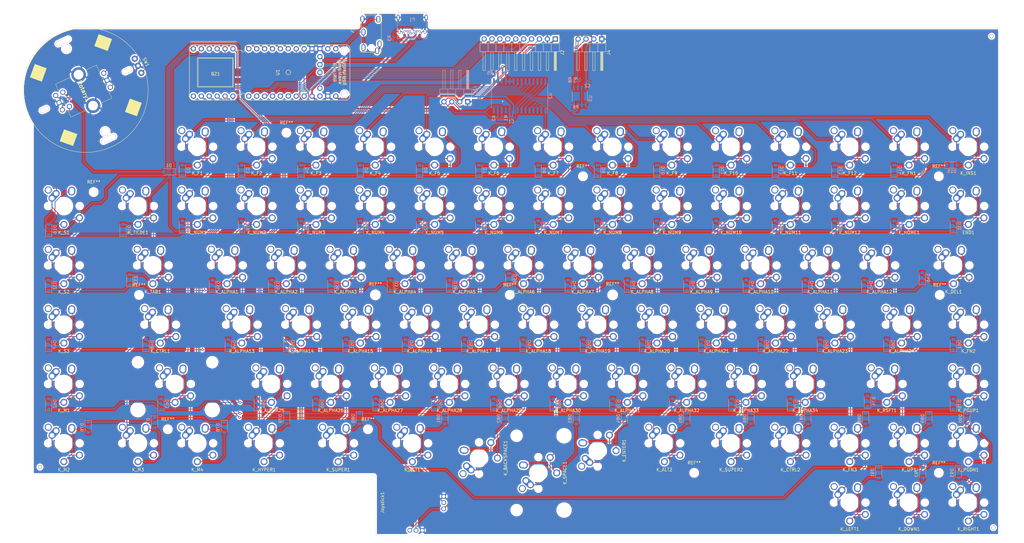
<source format=kicad_pcb>
(kicad_pcb (version 20171130) (host pcbnew 5.1.10)
  (layers (0 F.Cu signal) (31 B.Cu signal) (34 B.Paste user) (35 F.Paste user) (36 B.SilkS user) (37 F.SilkS user) (38 B.Mask user) (39 F.Mask user) (44 Edge.Cuts user))
  (net 0 "")
  (net 1 +3V3)
  (net 2 GND)
  (net 3 Row0)
  (net 4 "Net-(D1-Pad2)")
  (net 5 "Net-(D2-Pad2)")
  (net 6 "Net-(D3-Pad2)")
  (net 7 "Net-(D4-Pad2)")
  (net 8 "Net-(D5-Pad2)")
  (net 9 "Net-(D6-Pad2)")
  (net 10 "Net-(D7-Pad2)")
  (net 11 "Net-(D8-Pad2)")
  (net 12 "Net-(D9-Pad2)")
  (net 13 "Net-(D10-Pad2)")
  (net 14 "Net-(D11-Pad2)")
  (net 15 "Net-(D12-Pad2)")
  (net 16 "Net-(D13-Pad2)")
  (net 17 "Net-(D14-Pad2)")
  (net 18 Row1)
  (net 19 "Net-(D15-Pad2)")
  (net 20 "Net-(D16-Pad2)")
  (net 21 "Net-(D17-Pad2)")
  (net 22 "Net-(D18-Pad2)")
  (net 23 "Net-(D19-Pad2)")
  (net 24 "Net-(D20-Pad2)")
  (net 25 "Net-(D21-Pad2)")
  (net 26 "Net-(D22-Pad2)")
  (net 27 "Net-(D23-Pad2)")
  (net 28 "Net-(D24-Pad2)")
  (net 29 "Net-(D25-Pad2)")
  (net 30 "Net-(D26-Pad2)")
  (net 31 "Net-(D27-Pad2)")
  (net 32 "Net-(D28-Pad2)")
  (net 33 "Net-(D29-Pad2)")
  (net 34 "Net-(D30-Pad2)")
  (net 35 "Net-(D31-Pad2)")
  (net 36 Row2)
  (net 37 "Net-(D32-Pad2)")
  (net 38 "Net-(D33-Pad2)")
  (net 39 "Net-(D34-Pad2)")
  (net 40 "Net-(D35-Pad2)")
  (net 41 "Net-(D36-Pad2)")
  (net 42 "Net-(D37-Pad2)")
  (net 43 "Net-(D38-Pad2)")
  (net 44 "Net-(D39-Pad2)")
  (net 45 "Net-(D40-Pad2)")
  (net 46 "Net-(D41-Pad2)")
  (net 47 "Net-(D42-Pad2)")
  (net 48 "Net-(D43-Pad2)")
  (net 49 "Net-(D44-Pad2)")
  (net 50 "Net-(D45-Pad2)")
  (net 51 Row3)
  (net 52 "Net-(D46-Pad2)")
  (net 53 "Net-(D47-Pad2)")
  (net 54 "Net-(D48-Pad2)")
  (net 55 "Net-(D49-Pad2)")
  (net 56 "Net-(D50-Pad2)")
  (net 57 "Net-(D51-Pad2)")
  (net 58 "Net-(D52-Pad2)")
  (net 59 "Net-(D53-Pad2)")
  (net 60 "Net-(D54-Pad2)")
  (net 61 "Net-(D55-Pad2)")
  (net 62 "Net-(D56-Pad2)")
  (net 63 "Net-(D57-Pad2)")
  (net 64 "Net-(D58-Pad2)")
  (net 65 "Net-(D59-Pad2)")
  (net 66 "Net-(D60-Pad2)")
  (net 67 Row4)
  (net 68 "Net-(D61-Pad2)")
  (net 69 "Net-(D62-Pad2)")
  (net 70 "Net-(D63-Pad2)")
  (net 71 "Net-(D64-Pad2)")
  (net 72 "Net-(D65-Pad2)")
  (net 73 "Net-(D66-Pad2)")
  (net 74 "Net-(D67-Pad2)")
  (net 75 "Net-(D68-Pad2)")
  (net 76 "Net-(D69-Pad2)")
  (net 77 "Net-(D70-Pad2)")
  (net 78 "Net-(D71-Pad2)")
  (net 79 "Net-(D72-Pad2)")
  (net 80 "Net-(D73-Pad2)")
  (net 81 "Net-(D74-Pad2)")
  (net 82 "Net-(D75-Pad2)")
  (net 83 Row5)
  (net 84 "Net-(D76-Pad2)")
  (net 85 "Net-(D77-Pad2)")
  (net 86 "Net-(D78-Pad2)")
  (net 87 "Net-(D79-Pad2)")
  (net 88 "Net-(D80-Pad2)")
  (net 89 "Net-(D81-Pad2)")
  (net 90 "Net-(D82-Pad2)")
  (net 91 "Net-(D83-Pad2)")
  (net 92 "Net-(D84-Pad2)")
  (net 93 "Net-(D85-Pad2)")
  (net 94 "Net-(D86-Pad2)")
  (net 95 "Net-(D87-Pad2)")
  (net 96 "Net-(D88-Pad2)")
  (net 97 "Net-(D89-Pad2)")
  (net 98 "Net-(D90-Pad2)")
  (net 99 Row6)
  (net 100 "Net-(D91-Pad2)")
  (net 101 "Net-(D92-Pad2)")
  (net 102 "Net-(D93-Pad2)")
  (net 103 Col15)
  (net 104 X1)
  (net 105 J_EN)
  (net 106 Y1)
  (net 107 Col3)
  (net 108 Col4)
  (net 109 Col5)
  (net 110 Col6)
  (net 111 Col7)
  (net 112 Col8)
  (net 113 Col9)
  (net 114 Col10)
  (net 115 Col11)
  (net 116 Col12)
  (net 117 Col13)
  (net 118 Col14)
  (net 119 Col1)
  (net 120 Col2)
  (net 121 Col0)
  (net 122 SCL)
  (net 123 SDA)
  (net 124 A1)
  (net 125 A2)
  (net 126 B1)
  (net 127 B2)
  (net 128 A3)
  (net 129 B3)
  (net 130 "Net-(U1-PadA3|5v)")
  (net 131 "Net-(U1-PadCHRG)")
  (net 132 "Net-(U2-Pad11)")
  (net 133 "Net-(U2-Pad14)")
  (net 134 TX)
  (net 135 RX)
  (net 136 A0)
  (net 137 B8)
  (net 138 SCLK)
  (net 139 MISO)
  (net 140 MOSI)
  (net 141 SPK)
  (net 142 B9)
  (net 143 VBUS)
  (net 144 "Net-(P1-PadA5)")
  (net 145 D-)
  (net 146 D+)
  (net 147 "Net-(U1-PadRST)")
  (net 148 "Net-(U1-PadDFU)")
  (net 149 "Net-(R4-Pad1)")
  (net 150 "Net-(P1-PadA2)")
  (net 151 "Net-(P1-PadA3)")
  (net 152 "Net-(P1-PadA10)")
  (net 153 "Net-(P1-PadA8)")
  (net 154 "Net-(P1-PadA11)")
  (net 155 "Net-(P1-PadB2)")
  (net 156 "Net-(P1-PadB3)")
  (net 157 "Net-(P1-PadB8)")
  (net 158 "Net-(P1-PadB10)")
  (net 159 "Net-(P1-PadB11)")
  (net 160 SA2)
  (net 161 SA1)
  (net 162 "Net-(R5-Pad1)")
  (net 163 "Net-(R6-Pad1)")
  (net 164 "Net-(R7-Pad1)")
  (net 165 "Net-(R8-Pad1)")
  (module my_lib:SMT_Tooling_Hole_JLCPCB (layer F.Cu) (at 57.89325 174.057869)
    (fp_text reference REF**)
    (fp_text value SMT_Tooling_Hole_JLCPCB)
    (pad "" np_thru_hole circle (at 0 0) (size 1.3 1.3) (drill 1.152) (layers *.Cu *.Paste *.Mask))
  )
  (module my_lib:SMT_Tooling_Hole_JLCPCB (layer F.Cu) (at 364.14105 193.526969)
    (fp_text reference REF**)
    (fp_text value SMT_Tooling_Hole_JLCPCB)
    (pad "" np_thru_hole circle (at 0 0) (size 1.3 1.3) (drill 1.152) (layers *.Cu *.Paste *.Mask))
  )
  (module my_lib:SMT_Tooling_Hole_JLCPCB (layer F.Cu) (at 363.56955 35.691369)
    (fp_text reference REF**)
    (fp_text value SMT_Tooling_Hole_JLCPCB)
    (pad "" np_thru_hole circle (at 0 0) (size 1.3 1.3) (drill 1.152) (layers *.Cu *.Paste *.Mask))
  )
  (module my_lib:SOIC127P600X175-8N (layer B.Cu) (at 231.29505 55.004769 90)
    (fp_text reference U3 (at -0.63083 3.41447 90) (layer B.SilkS) (effects (font (size 1.001307 1.001307)) (justify mirror)))
    (fp_text value AT24C256C-SSHL-B)
    (pad 5 smd rect (at 2.7 -1.905 90) (size 1.55 0.6) (layers B.Cu B.Paste B.Mask) (net 123 SDA))
    (pad 6 smd rect (at 2.7 -0.635 90) (size 1.55 0.6) (layers B.Cu B.Paste B.Mask) (net 122 SCL))
    (pad 8 smd rect (at 2.7 1.905 90) (size 1.55 0.6) (layers B.Cu B.Paste B.Mask) (net 1 +3V3))
    (pad 4 smd rect (at -2.7 -1.905 90) (size 1.55 0.6) (layers B.Cu B.Paste B.Mask) (net 2 GND))
    (pad 3 smd rect (at -2.7 -0.635 90) (size 1.55 0.6) (layers B.Cu B.Paste B.Mask) (net 163 "Net-(R6-Pad1)"))
    (pad 1 smd rect (at -2.7 1.905 90) (size 1.55 0.6) (layers B.Cu B.Paste B.Mask) (net 163 "Net-(R6-Pad1)"))
    (pad 7 smd rect (at 2.7 0.635 90) (size 1.55 0.6) (layers B.Cu B.Paste B.Mask) (net 163 "Net-(R6-Pad1)"))
    (pad 2 smd rect (at -2.7 0.635 90) (size 1.55 0.6) (layers B.Cu B.Paste B.Mask) (net 163 "Net-(R6-Pad1)"))
  )
  (module Resistor_SMD:R_0402_1005Metric (layer B.Cu) (at 229.39005 49.712169 270)
    (fp_text reference R8 (at 0 1.17 90) (layer B.SilkS) (effects (justify mirror)))
    (fp_text value 10K)
    (pad 2 smd roundrect (at 0.51 0 270) (size 0.54 0.64) (layers B.Cu B.Paste B.Mask) (net 123 SDA))
    (pad 1 smd roundrect (at -0.51 0 270) (size 0.54 0.64) (layers B.Cu B.Paste B.Mask) (net 165 "Net-(R8-Pad1)"))
  )
  (module Resistor_SMD:R_0402_1005Metric (layer B.Cu) (at 231.23555 49.712169 270)
    (fp_text reference R7 (at 0 1.17 90) (layer B.SilkS) (effects (justify mirror)))
    (fp_text value 10K)
    (pad 2 smd roundrect (at 0.51 0 270) (size 0.54 0.64) (layers B.Cu B.Paste B.Mask) (net 122 SCL))
    (pad 1 smd roundrect (at -0.51 0 270) (size 0.54 0.64) (layers B.Cu B.Paste B.Mask) (net 164 "Net-(R7-Pad1)"))
  )
  (module Resistor_SMD:R_0402_1005Metric (layer B.Cu) (at 229.99095 59.592769 180)
    (fp_text reference R6 (at 0 1.17) (layer B.SilkS) (effects (justify mirror)))
    (fp_text value 10K)
    (pad 2 smd roundrect (at 0.51 0 180) (size 0.54 0.64) (layers B.Cu B.Paste B.Mask) (net 2 GND))
    (pad 1 smd roundrect (at -0.51 0 180) (size 0.54 0.64) (layers B.Cu B.Paste B.Mask) (net 163 "Net-(R6-Pad1)"))
  )
  (module Capacitor_SMD:C_0402_1005Metric (layer B.Cu) (at 233.76025 50.423369)
    (fp_text reference C2 (at 0 1.16) (layer B.SilkS) (effects (justify mirror)))
    (fp_text value 100nF)
    (pad 2 smd roundrect (at 0.48 0) (size 0.56 0.62) (layers B.Cu B.Paste B.Mask) (net 2 GND))
    (pad 1 smd roundrect (at -0.48 0) (size 0.56 0.62) (layers B.Cu B.Paste B.Mask) (net 1 +3V3))
  )
  (module MountingHole:MountingHole_2.2mm_M2 (layer F.Cu) (at 346.61505 80.674769)
    (fp_text reference REF** (at 0 -3.2) (layer F.SilkS))
    (fp_text value MountingHole_2.2mm_M2)
    (pad 1 np_thru_hole circle (at 0 0) (size 2.2 2.2) (drill 2.2) (layers *.Cu *.Mask))
  )
  (module MountingHole:MountingHole_2.2mm_M2 (layer F.Cu) (at 232.31505 80.674769)
    (fp_text reference REF** (at 0 -3.2) (layer F.SilkS))
    (fp_text value MountingHole_2.2mm_M2)
    (pad 1 np_thru_hole circle (at 0 0) (size 2.2 2.2) (drill 2.2) (layers *.Cu *.Mask))
  )
  (module MountingHole:MountingHole_2.2mm_M2 (layer F.Cu) (at 137.06455 66.67577)
    (fp_text reference REF** (at 0 -3.2) (layer F.SilkS))
    (fp_text value MountingHole_2.2mm_M2)
    (pad 1 np_thru_hole circle (at 0 0) (size 2.2 2.2) (drill 2.2) (layers *.Cu *.Mask))
  )
  (module MountingHole:MountingHole_2.2mm_M2 (layer F.Cu) (at 75.15225 85.725769)
    (fp_text reference REF** (at 0 -3.2) (layer F.SilkS))
    (fp_text value MountingHole_2.2mm_M2)
    (pad 1 np_thru_hole circle (at 0 0) (size 2.2 2.2) (drill 2.2) (layers *.Cu *.Mask))
  )
  (module MountingHole:MountingHole_2.2mm_M2 (layer F.Cu) (at 89.72775 118.77497)
    (fp_text reference REF** (at 0 -3.2) (layer F.SilkS))
    (fp_text value MountingHole_2.2mm_M2)
    (pad 1 np_thru_hole circle (at 0 0) (size 2.2 2.2) (drill 2.2) (layers *.Cu *.Mask))
  )
  (module MountingHole:MountingHole_2.2mm_M2 (layer F.Cu) (at 208.79005 118.77497)
    (fp_text reference REF** (at 0 -3.2) (layer F.SilkS))
    (fp_text value MountingHole_2.2mm_M2)
    (pad 1 np_thru_hole circle (at 0 0) (size 2.2 2.2) (drill 2.2) (layers *.Cu *.Mask))
  )
  (module MountingHole:MountingHole_2.5mm (layer F.Cu) (at 165.64005 118.77497)
    (fp_text reference REF** (at 0 -3.5) (layer F.SilkS))
    (fp_text value MountingHole_2.5mm)
    (pad 1 np_thru_hole circle (at 0 0) (size 2.5 2.5) (drill 2.5) (layers *.Cu *.Mask))
  )
  (module MountingHole:MountingHole_2.5mm (layer F.Cu) (at 241.84005 118.77497)
    (fp_text reference REF** (at 0 -3.5) (layer F.SilkS))
    (fp_text value MountingHole_2.5mm)
    (pad 1 np_thru_hole circle (at 0 0) (size 2.5 2.5) (drill 2.5) (layers *.Cu *.Mask))
  )
  (module MountingHole:MountingHole_2.2mm_M2 (layer F.Cu) (at 346.90305 118.77497)
    (fp_text reference REF** (at 0 -3.2) (layer F.SilkS))
    (fp_text value MountingHole_2.2mm_M2)
    (pad 1 np_thru_hole circle (at 0 0) (size 2.2 2.2) (drill 2.2) (layers *.Cu *.Mask))
  )
  (module MountingHole:MountingHole_2.2mm_M2 (layer F.Cu) (at 346.61505 175.92517)
    (fp_text reference REF** (at 0 -3.2) (layer F.SilkS))
    (fp_text value MountingHole_2.2mm_M2)
    (pad 1 np_thru_hole circle (at 0 0) (size 2.2 2.2) (drill 2.2) (layers *.Cu *.Mask))
  )
  (module Diode_SMD:D_SOD-123 (layer B.Cu) (at 341.43905 175.895 270)
    (fp_text reference D92 (at 0 2 90) (layer B.SilkS) (effects (justify mirror)))
    (fp_text value 1N4148)
    (pad 2 smd rect (at 1.65 0 270) (size 0.9 1.2) (layers B.Cu B.Paste B.Mask) (net 101 "Net-(D92-Pad2)"))
    (pad 1 smd rect (at -1.65 0 270) (size 0.9 1.2) (layers B.Cu B.Paste B.Mask) (net 99 Row6))
  )
  (module MountingHole:MountingHole_2.2mm_M2 (layer F.Cu) (at 268.03305 175.92517)
    (fp_text reference REF** (at 0 -3.2) (layer F.SilkS))
    (fp_text value MountingHole_2.2mm_M2)
    (pad 1 np_thru_hole circle (at 0 0) (size 2.2 2.2) (drill 2.2) (layers *.Cu *.Mask))
  )
  (module MountingHole:MountingHole_2.2mm_M2 (layer F.Cu) (at 163.25805 161.92427)
    (fp_text reference REF** (at 0 -3.2) (layer F.SilkS))
    (fp_text value MountingHole_2.2mm_M2)
    (pad 1 np_thru_hole circle (at 0 0) (size 2.2 2.2) (drill 2.2) (layers *.Cu *.Mask))
  )
  (module MountingHole:MountingHole_2.2mm_M2 (layer F.Cu) (at 98.96455 161.92427)
    (fp_text reference REF** (at 0 -3.2) (layer F.SilkS))
    (fp_text value MountingHole_2.2mm_M2)
    (pad 1 np_thru_hole circle (at 0 0) (size 2.2 2.2) (drill 2.2) (layers *.Cu *.Mask))
  )
  (module Connector_PinHeader_2.54mm:PinHeader_1x10_P2.54mm_Horizontal (layer F.Cu) (at 223.4184 36.576 270)
    (fp_text reference J2 (at 4.385 -2.27 270) (layer F.SilkS))
    (fp_text value Conn_01x10_Male)
    (pad 1 thru_hole rect (at 0 0 270) (size 1.7 1.7) (drill 1) (layers *.Cu *.Mask) (net 1 +3V3))
    (pad 2 thru_hole oval (at 0 2.54 270) (size 1.7 1.7) (drill 1) (layers *.Cu *.Mask) (net 2 GND))
    (pad 3 thru_hole oval (at 0 5.08 270) (size 1.7 1.7) (drill 1) (layers *.Cu *.Mask) (net 160 SA2))
    (pad 4 thru_hole oval (at 0 7.62 270) (size 1.7 1.7) (drill 1) (layers *.Cu *.Mask) (net 161 SA1))
    (pad 5 thru_hole oval (at 0 10.16 270) (size 1.7 1.7) (drill 1) (layers *.Cu *.Mask) (net 136 A0))
    (pad 6 thru_hole oval (at 0 12.7 270) (size 1.7 1.7) (drill 1) (layers *.Cu *.Mask) (net 137 B8))
    (pad 7 thru_hole oval (at 0 15.24 270) (size 1.7 1.7) (drill 1) (layers *.Cu *.Mask) (net 138 SCLK))
    (pad 8 thru_hole oval (at 0 17.78 270) (size 1.7 1.7) (drill 1) (layers *.Cu *.Mask) (net 139 MISO))
    (pad 9 thru_hole oval (at 0 20.32 270) (size 1.7 1.7) (drill 1) (layers *.Cu *.Mask) (net 140 MOSI))
    (pad 10 thru_hole oval (at 0 22.86 270) (size 1.7 1.7) (drill 1) (layers *.Cu *.Mask) (net 142 B9))
  )
  (module Connector_PinHeader_2.54mm:PinHeader_1x04_P2.54mm_Horizontal (layer B.Cu) (at 195.2752 56.7436 90)
    (fp_text reference J3 (at 4.385 2.27 270) (layer B.SilkS) (effects (justify mirror)))
    (fp_text value Conn_01x04_Male)
    (pad 1 thru_hole rect (at 0 0 90) (size 1.7 1.7) (drill 1) (layers *.Cu *.Mask) (net 2 GND))
    (pad 2 thru_hole oval (at 0 -2.54 90) (size 1.7 1.7) (drill 1) (layers *.Cu *.Mask) (net 1 +3V3))
    (pad 3 thru_hole oval (at 0 -5.08 90) (size 1.7 1.7) (drill 1) (layers *.Cu *.Mask) (net 122 SCL))
    (pad 4 thru_hole oval (at 0 -7.62 90) (size 1.7 1.7) (drill 1) (layers *.Cu *.Mask) (net 123 SDA))
  )
  (module Connector_PinHeader_2.54mm:PinHeader_1x04_P2.54mm_Horizontal (layer F.Cu) (at 238.3536 36.576 270)
    (fp_text reference J4 (at 4.385 -2.27 90) (layer F.SilkS))
    (fp_text value Conn_01x04_Male)
    (pad 4 thru_hole oval (at 0 7.62 270) (size 1.7 1.7) (drill 1) (layers *.Cu *.Mask) (net 123 SDA))
    (pad 3 thru_hole oval (at 0 5.08 270) (size 1.7 1.7) (drill 1) (layers *.Cu *.Mask) (net 122 SCL))
    (pad 2 thru_hole oval (at 0 2.54 270) (size 1.7 1.7) (drill 1) (layers *.Cu *.Mask) (net 1 +3V3))
    (pad 1 thru_hole rect (at 0 0 270) (size 1.7 1.7) (drill 1) (layers *.Cu *.Mask) (net 2 GND))
  )
  (module my_lib:TYPE-C-31-M-04 (layer B.Cu) (at 177.4444 31.0388)
    (fp_text reference P1 (at 0 -0.7 180) (layer B.SilkS) (effects (justify mirror)))
    (fp_text value USB_C_Plug)
    (pad S1 thru_hole oval (at -4.13 3.11) (size 0.8 1.4) (drill oval 0.5 1.1) (layers *.Cu *.Mask) (net 2 GND))
    (pad A1 smd rect (at -2.75 5.07) (size 0.3 0.8) (layers B.Cu B.Paste B.Mask) (net 2 GND))
    (pad A2 smd rect (at -2.25 5.07) (size 0.3 0.8) (layers B.Cu B.Paste B.Mask) (net 150 "Net-(P1-PadA2)"))
    (pad A3 smd rect (at -1.75 5.07) (size 0.3 0.8) (layers B.Cu B.Paste B.Mask) (net 151 "Net-(P1-PadA3)"))
    (pad A4 smd rect (at -1.25 5.07) (size 0.3 0.8) (layers B.Cu B.Paste B.Mask) (net 143 VBUS))
    (pad A5 smd rect (at -0.75 5.07) (size 0.3 0.8) (layers B.Cu B.Paste B.Mask) (net 144 "Net-(P1-PadA5)"))
    (pad A6 smd rect (at -0.25 5.07) (size 0.3 0.8) (layers B.Cu B.Paste B.Mask) (net 146 D+))
    (pad A7 smd rect (at 0.25 5.07) (size 0.3 0.8) (layers B.Cu B.Paste B.Mask) (net 145 D-))
    (pad A12 smd rect (at 2.75 5.07) (size 0.3 0.8) (layers B.Cu B.Paste B.Mask) (net 2 GND))
    (pad A10 smd rect (at 1.75 5.07) (size 0.3 0.8) (layers B.Cu B.Paste B.Mask) (net 152 "Net-(P1-PadA10)"))
    (pad A9 smd rect (at 1.25 5.07) (size 0.3 0.8) (layers B.Cu B.Paste B.Mask) (net 143 VBUS))
    (pad A8 smd rect (at 0.75 5.07) (size 0.3 0.8) (layers B.Cu B.Paste B.Mask) (net 153 "Net-(P1-PadA8)"))
    (pad A11 smd rect (at 2.25 5.07) (size 0.3 0.8) (layers B.Cu B.Paste B.Mask) (net 154 "Net-(P1-PadA11)"))
    (pad S1 thru_hole oval (at 4.13 3.11) (size 0.8 1.4) (drill oval 0.5 1.1) (layers *.Cu *.Mask) (net 2 GND))
    (pad S1 thru_hole oval (at 4.49 -1.4) (size 0.95 1.8) (drill oval 0.5 1.2) (layers *.Cu *.Mask) (net 2 GND))
    (pad S1 thru_hole oval (at -4.49 -1.4) (size 0.95 1.8) (drill oval 0.5 1.2) (layers *.Cu *.Mask) (net 2 GND))
    (pad "" np_thru_hole oval (at 3.6 4.36) (size 0.95 0.65) (drill oval 0.95 0.65) (layers *.Cu *.Mask))
    (pad "" np_thru_hole circle (at -3.6 4.36) (size 0.65 0.65) (drill 0.65) (layers *.Cu *.Mask))
    (pad B1 thru_hole circle (at 2.8 3.71) (size 0.65 0.65) (drill 0.4) (layers *.Cu *.Mask) (net 2 GND))
    (pad B4 thru_hole circle (at 1.2 3.71) (size 0.65 0.65) (drill 0.4) (layers *.Cu *.Mask) (net 143 VBUS))
    (pad B6 thru_hole circle (at 0.4 3.71) (size 0.65 0.65) (drill 0.4) (layers *.Cu *.Mask))
    (pad B7 thru_hole circle (at -0.4 3.71) (size 0.65 0.65) (drill 0.4) (layers *.Cu *.Mask))
    (pad B9 thru_hole circle (at -1.2 3.71) (size 0.65 0.65) (drill 0.4) (layers *.Cu *.Mask) (net 143 VBUS))
    (pad B12 thru_hole circle (at -2.8 3.71) (size 0.65 0.65) (drill 0.4) (layers *.Cu *.Mask) (net 2 GND))
    (pad B2 thru_hole circle (at 2.4 3.01) (size 0.65 0.65) (drill 0.4) (layers *.Cu *.Mask) (net 155 "Net-(P1-PadB2)"))
    (pad B3 thru_hole circle (at 1.6 3.01) (size 0.65 0.65) (drill 0.4) (layers *.Cu *.Mask) (net 156 "Net-(P1-PadB3)"))
    (pad B5 thru_hole circle (at 0.8 3.01) (size 0.65 0.65) (drill 0.4) (layers *.Cu *.Mask) (net 144 "Net-(P1-PadA5)"))
    (pad B8 thru_hole circle (at -0.8 3.01) (size 0.65 0.65) (drill 0.4) (layers *.Cu *.Mask) (net 157 "Net-(P1-PadB8)"))
    (pad B10 thru_hole circle (at -1.6 3.01) (size 0.65 0.65) (drill 0.4) (layers *.Cu *.Mask) (net 158 "Net-(P1-PadB10)"))
    (pad B11 thru_hole circle (at -2.4 3.01) (size 0.65 0.65) (drill 0.4) (layers *.Cu *.Mask) (net 159 "Net-(P1-PadB11)"))
  )
  (module Resistor_SMD:R_0402_1005Metric (layer B.Cu) (at 171.3484 36.322 270)
    (fp_text reference R3 (at 0 1.17 90) (layer B.SilkS) (effects (justify mirror)))
    (fp_text value 5.1K)
    (pad 2 smd roundrect (at 0.51 0 270) (size 0.54 0.64) (layers B.Cu B.Paste B.Mask) (net 2 GND))
    (pad 1 smd roundrect (at -0.51 0 270) (size 0.54 0.64) (layers B.Cu B.Paste B.Mask) (net 144 "Net-(P1-PadA5)"))
  )
  (module Diode_SMD:D_SOD-123 (layer B.Cu) (at 73.406 161.29 270)
    (fp_text reference D76 (at 0 2 90) (layer B.SilkS) (effects (justify mirror)))
    (fp_text value 1N4148)
    (pad 2 smd rect (at 1.65 0 270) (size 0.9 1.2) (layers B.Cu B.Paste B.Mask) (net 84 "Net-(D76-Pad2)"))
    (pad 1 smd rect (at -1.65 0 270) (size 0.9 1.2) (layers B.Cu B.Paste B.Mask) (net 83 Row5))
  )
  (module Capacitor_SMD:C_0402_1005Metric (layer B.Cu) (at 209.268 61.722 180)
    (fp_text reference C1 (at 0.0228 -1.3208) (layer B.SilkS) (effects (justify mirror)))
    (fp_text value 100nF)
    (pad 1 smd roundrect (at -0.48 0 180) (size 0.56 0.62) (layers B.Cu B.Paste B.Mask) (net 1 +3V3))
    (pad 2 smd roundrect (at 0.48 0 180) (size 0.56 0.62) (layers B.Cu B.Paste B.Mask) (net 2 GND))
  )
  (module Diode_SMD:D_SOD-123 (layer B.Cu) (at 103.632 78.7644 90)
    (fp_text reference D2 (at 0 2 90) (layer B.SilkS) (effects (justify mirror)))
    (fp_text value 1N4148)
    (pad 1 smd rect (at -1.65 0 90) (size 0.9 1.2) (layers B.Cu B.Paste B.Mask) (net 3 Row0))
    (pad 2 smd rect (at 1.65 0 90) (size 0.9 1.2) (layers B.Cu B.Paste B.Mask) (net 5 "Net-(D2-Pad2)"))
  )
  (module Diode_SMD:D_SOD-123 (layer B.Cu) (at 122.682 78.7644 90)
    (fp_text reference D3 (at 0 2 90) (layer B.SilkS) (effects (justify mirror)))
    (fp_text value 1N4148)
    (pad 2 smd rect (at 1.65 0 90) (size 0.9 1.2) (layers B.Cu B.Paste B.Mask) (net 6 "Net-(D3-Pad2)"))
    (pad 1 smd rect (at -1.65 0 90) (size 0.9 1.2) (layers B.Cu B.Paste B.Mask) (net 3 Row0))
  )
  (module Diode_SMD:D_SOD-123 (layer B.Cu) (at 141.732 78.7644 90)
    (fp_text reference D4 (at 0 2 90) (layer B.SilkS) (effects (justify mirror)))
    (fp_text value 1N4148)
    (pad 1 smd rect (at -1.65 0 90) (size 0.9 1.2) (layers B.Cu B.Paste B.Mask) (net 3 Row0))
    (pad 2 smd rect (at 1.65 0 90) (size 0.9 1.2) (layers B.Cu B.Paste B.Mask) (net 7 "Net-(D4-Pad2)"))
  )
  (module Diode_SMD:D_SOD-123 (layer B.Cu) (at 160.782 78.7644 90)
    (fp_text reference D5 (at 0 2 90) (layer B.SilkS) (effects (justify mirror)))
    (fp_text value 1N4148)
    (pad 2 smd rect (at 1.65 0 90) (size 0.9 1.2) (layers B.Cu B.Paste B.Mask) (net 8 "Net-(D5-Pad2)"))
    (pad 1 smd rect (at -1.65 0 90) (size 0.9 1.2) (layers B.Cu B.Paste B.Mask) (net 3 Row0))
  )
  (module Diode_SMD:D_SOD-123 (layer B.Cu) (at 179.832 78.7644 90)
    (fp_text reference D6 (at 0 2 90) (layer B.SilkS) (effects (justify mirror)))
    (fp_text value 1N4148)
    (pad 1 smd rect (at -1.65 0 90) (size 0.9 1.2) (layers B.Cu B.Paste B.Mask) (net 3 Row0))
    (pad 2 smd rect (at 1.65 0 90) (size 0.9 1.2) (layers B.Cu B.Paste B.Mask) (net 9 "Net-(D6-Pad2)"))
  )
  (module Diode_SMD:D_SOD-123 (layer B.Cu) (at 198.882 78.7644 90)
    (fp_text reference D7 (at 0 2 90) (layer B.SilkS) (effects (justify mirror)))
    (fp_text value 1N4148)
    (pad 2 smd rect (at 1.65 0 90) (size 0.9 1.2) (layers B.Cu B.Paste B.Mask) (net 10 "Net-(D7-Pad2)"))
    (pad 1 smd rect (at -1.65 0 90) (size 0.9 1.2) (layers B.Cu B.Paste B.Mask) (net 3 Row0))
  )
  (module Diode_SMD:D_SOD-123 (layer B.Cu) (at 217.932 78.7664 90)
    (fp_text reference D8 (at 0 2 90) (layer B.SilkS) (effects (justify mirror)))
    (fp_text value 1N4148)
    (pad 1 smd rect (at -1.65 0 90) (size 0.9 1.2) (layers B.Cu B.Paste B.Mask) (net 3 Row0))
    (pad 2 smd rect (at 1.65 0 90) (size 0.9 1.2) (layers B.Cu B.Paste B.Mask) (net 11 "Net-(D8-Pad2)"))
  )
  (module Diode_SMD:D_SOD-123 (layer B.Cu) (at 236.982 78.7644 90)
    (fp_text reference D9 (at 0 2 90) (layer B.SilkS) (effects (justify mirror)))
    (fp_text value 1N4148)
    (pad 1 smd rect (at -1.65 0 90) (size 0.9 1.2) (layers B.Cu B.Paste B.Mask) (net 3 Row0))
    (pad 2 smd rect (at 1.65 0 90) (size 0.9 1.2) (layers B.Cu B.Paste B.Mask) (net 12 "Net-(D9-Pad2)"))
  )
  (module Diode_SMD:D_SOD-123 (layer B.Cu) (at 256.032 78.7644 90)
    (fp_text reference D10 (at 0 2 90) (layer B.SilkS) (effects (justify mirror)))
    (fp_text value 1N4148)
    (pad 2 smd rect (at 1.65 0 90) (size 0.9 1.2) (layers B.Cu B.Paste B.Mask) (net 13 "Net-(D10-Pad2)"))
    (pad 1 smd rect (at -1.65 0 90) (size 0.9 1.2) (layers B.Cu B.Paste B.Mask) (net 3 Row0))
  )
  (module Diode_SMD:D_SOD-123 (layer B.Cu) (at 275.082 78.7664 90)
    (fp_text reference D11 (at 0 2 90) (layer B.SilkS) (effects (justify mirror)))
    (fp_text value 1N4148)
    (pad 1 smd rect (at -1.65 0 90) (size 0.9 1.2) (layers B.Cu B.Paste B.Mask) (net 3 Row0))
    (pad 2 smd rect (at 1.65 0 90) (size 0.9 1.2) (layers B.Cu B.Paste B.Mask) (net 14 "Net-(D11-Pad2)"))
  )
  (module Diode_SMD:D_SOD-123 (layer B.Cu) (at 294.132 78.7644 90)
    (fp_text reference D12 (at 0 2 90) (layer B.SilkS) (effects (justify mirror)))
    (fp_text value 1N4148)
    (pad 2 smd rect (at 1.65 0 90) (size 0.9 1.2) (layers B.Cu B.Paste B.Mask) (net 15 "Net-(D12-Pad2)"))
    (pad 1 smd rect (at -1.65 0 90) (size 0.9 1.2) (layers B.Cu B.Paste B.Mask) (net 3 Row0))
  )
  (module Diode_SMD:D_SOD-123 (layer B.Cu) (at 313.182 78.7664 90)
    (fp_text reference D13 (at 0 2 90) (layer B.SilkS) (effects (justify mirror)))
    (fp_text value 1N4148)
    (pad 1 smd rect (at -1.65 0 90) (size 0.9 1.2) (layers B.Cu B.Paste B.Mask) (net 3 Row0))
    (pad 2 smd rect (at 1.65 0 90) (size 0.9 1.2) (layers B.Cu B.Paste B.Mask) (net 16 "Net-(D13-Pad2)"))
  )
  (module Diode_SMD:D_SOD-123 (layer B.Cu) (at 332.215585 78.7644 90)
    (fp_text reference D14 (at 0 2 90) (layer B.SilkS) (effects (justify mirror)))
    (fp_text value 1N4148)
    (pad 2 smd rect (at 1.65 0 90) (size 0.9 1.2) (layers B.Cu B.Paste B.Mask) (net 17 "Net-(D14-Pad2)"))
    (pad 1 smd rect (at -1.65 0 90) (size 0.9 1.2) (layers B.Cu B.Paste B.Mask) (net 3 Row0))
  )
  (module Diode_SMD:D_SOD-123 (layer B.Cu) (at 350.79335 77.055269)
    (fp_text reference D15 (at 0 2) (layer B.SilkS) (effects (justify mirror)))
    (fp_text value 1N4148)
    (pad 2 smd rect (at 1.65 0) (size 0.9 1.2) (layers B.Cu B.Paste B.Mask) (net 19 "Net-(D15-Pad2)"))
    (pad 1 smd rect (at -1.65 0) (size 0.9 1.2) (layers B.Cu B.Paste B.Mask) (net 3 Row0))
  )
  (module Diode_SMD:D_SOD-123 (layer B.Cu) (at 60.706 97.79 90)
    (fp_text reference D16 (at 0 2 90) (layer B.SilkS) (effects (justify mirror)))
    (fp_text value 1N4148)
    (pad 1 smd rect (at -1.65 0 90) (size 0.9 1.2) (layers B.Cu B.Paste B.Mask) (net 18 Row1))
    (pad 2 smd rect (at 1.65 0 90) (size 0.9 1.2) (layers B.Cu B.Paste B.Mask) (net 20 "Net-(D16-Pad2)"))
  )
  (module Diode_SMD:D_SOD-123 (layer B.Cu) (at 84.582 97.79 90)
    (fp_text reference D17 (at 0 2 90) (layer B.SilkS) (effects (justify mirror)))
    (fp_text value 1N4148)
    (pad 2 smd rect (at 1.65 0 90) (size 0.9 1.2) (layers B.Cu B.Paste B.Mask) (net 21 "Net-(D17-Pad2)"))
    (pad 1 smd rect (at -1.65 0 90) (size 0.9 1.2) (layers B.Cu B.Paste B.Mask) (net 18 Row1))
  )
  (module Diode_SMD:D_SOD-123 (layer B.Cu) (at 103.632 96.646 90)
    (fp_text reference D18 (at 0 2 90) (layer B.SilkS) (effects (justify mirror)))
    (fp_text value 1N4148)
    (pad 2 smd rect (at 1.65 0 90) (size 0.9 1.2) (layers B.Cu B.Paste B.Mask) (net 22 "Net-(D18-Pad2)"))
    (pad 1 smd rect (at -1.65 0 90) (size 0.9 1.2) (layers B.Cu B.Paste B.Mask) (net 18 Row1))
  )
  (module Diode_SMD:D_SOD-123 (layer B.Cu) (at 122.682 96.646 90)
    (fp_text reference D19 (at 0 2 90) (layer B.SilkS) (effects (justify mirror)))
    (fp_text value 1N4148)
    (pad 1 smd rect (at -1.65 0 90) (size 0.9 1.2) (layers B.Cu B.Paste B.Mask) (net 18 Row1))
    (pad 2 smd rect (at 1.65 0 90) (size 0.9 1.2) (layers B.Cu B.Paste B.Mask) (net 23 "Net-(D19-Pad2)"))
  )
  (module Diode_SMD:D_SOD-123 (layer B.Cu) (at 141.732 96.646 90)
    (fp_text reference D20 (at 0 2 90) (layer B.SilkS) (effects (justify mirror)))
    (fp_text value 1N4148)
    (pad 2 smd rect (at 1.65 0 90) (size 0.9 1.2) (layers B.Cu B.Paste B.Mask) (net 24 "Net-(D20-Pad2)"))
    (pad 1 smd rect (at -1.65 0 90) (size 0.9 1.2) (layers B.Cu B.Paste B.Mask) (net 18 Row1))
  )
  (module Diode_SMD:D_SOD-123 (layer B.Cu) (at 160.782 96.646 90)
    (fp_text reference D21 (at 0 2 90) (layer B.SilkS) (effects (justify mirror)))
    (fp_text value 1N4148)
    (pad 1 smd rect (at -1.65 0 90) (size 0.9 1.2) (layers B.Cu B.Paste B.Mask) (net 18 Row1))
    (pad 2 smd rect (at 1.65 0 90) (size 0.9 1.2) (layers B.Cu B.Paste B.Mask) (net 25 "Net-(D21-Pad2)"))
  )
  (module Diode_SMD:D_SOD-123 (layer B.Cu) (at 179.832 96.646 90)
    (fp_text reference D22 (at 0 2 90) (layer B.SilkS) (effects (justify mirror)))
    (fp_text value 1N4148)
    (pad 2 smd rect (at 1.65 0 90) (size 0.9 1.2) (layers B.Cu B.Paste B.Mask) (net 26 "Net-(D22-Pad2)"))
    (pad 1 smd rect (at -1.65 0 90) (size 0.9 1.2) (layers B.Cu B.Paste B.Mask) (net 18 Row1))
  )
  (module Diode_SMD:D_SOD-123 (layer B.Cu) (at 198.882 96.646 90)
    (fp_text reference D23 (at 0 2 90) (layer B.SilkS) (effects (justify mirror)))
    (fp_text value 1N4148)
    (pad 1 smd rect (at -1.65 0 90) (size 0.9 1.2) (layers B.Cu B.Paste B.Mask) (net 18 Row1))
    (pad 2 smd rect (at 1.65 0 90) (size 0.9 1.2) (layers B.Cu B.Paste B.Mask) (net 27 "Net-(D23-Pad2)"))
  )
  (module Diode_SMD:D_SOD-123 (layer B.Cu) (at 217.932 96.646 90)
    (fp_text reference D24 (at 0 2 90) (layer B.SilkS) (effects (justify mirror)))
    (fp_text value 1N4148)
    (pad 2 smd rect (at 1.65 0 90) (size 0.9 1.2) (layers B.Cu B.Paste B.Mask) (net 28 "Net-(D24-Pad2)"))
    (pad 1 smd rect (at -1.65 0 90) (size 0.9 1.2) (layers B.Cu B.Paste B.Mask) (net 18 Row1))
  )
  (module Diode_SMD:D_SOD-123 (layer B.Cu) (at 236.982 96.646 90)
    (fp_text reference D25 (at 0 2 90) (layer B.SilkS) (effects (justify mirror)))
    (fp_text value 1N4148)
    (pad 1 smd rect (at -1.65 0 90) (size 0.9 1.2) (layers B.Cu B.Paste B.Mask) (net 18 Row1))
    (pad 2 smd rect (at 1.65 0 90) (size 0.9 1.2) (layers B.Cu B.Paste B.Mask) (net 29 "Net-(D25-Pad2)"))
  )
  (module Diode_SMD:D_SOD-123 (layer B.Cu) (at 256.032 96.646 90)
    (fp_text reference D26 (at 0 2 90) (layer B.SilkS) (effects (justify mirror)))
    (fp_text value 1N4148)
    (pad 2 smd rect (at 1.65 0 90) (size 0.9 1.2) (layers B.Cu B.Paste B.Mask) (net 30 "Net-(D26-Pad2)"))
    (pad 1 smd rect (at -1.65 0 90) (size 0.9 1.2) (layers B.Cu B.Paste B.Mask) (net 18 Row1))
  )
  (module Diode_SMD:D_SOD-123 (layer B.Cu) (at 275.082 96.646 90)
    (fp_text reference D27 (at 0 2 90) (layer B.SilkS) (effects (justify mirror)))
    (fp_text value 1N4148)
    (pad 2 smd rect (at 1.65 0 90) (size 0.9 1.2) (layers B.Cu B.Paste B.Mask) (net 31 "Net-(D27-Pad2)"))
    (pad 1 smd rect (at -1.65 0 90) (size 0.9 1.2) (layers B.Cu B.Paste B.Mask) (net 18 Row1))
  )
  (module Diode_SMD:D_SOD-123 (layer B.Cu) (at 294.132 96.646 90)
    (fp_text reference D28 (at 0 2 90) (layer B.SilkS) (effects (justify mirror)))
    (fp_text value 1N4148)
    (pad 1 smd rect (at -1.65 0 90) (size 0.9 1.2) (layers B.Cu B.Paste B.Mask) (net 18 Row1))
    (pad 2 smd rect (at 1.65 0 90) (size 0.9 1.2) (layers B.Cu B.Paste B.Mask) (net 32 "Net-(D28-Pad2)"))
  )
  (module Diode_SMD:D_SOD-123 (layer B.Cu) (at 313.182 96.646 90)
    (fp_text reference D29 (at 0 2 90) (layer B.SilkS) (effects (justify mirror)))
    (fp_text value 1N4148)
    (pad 2 smd rect (at 1.65 0 90) (size 0.9 1.2) (layers B.Cu B.Paste B.Mask) (net 33 "Net-(D29-Pad2)"))
    (pad 1 smd rect (at -1.65 0 90) (size 0.9 1.2) (layers B.Cu B.Paste B.Mask) (net 18 Row1))
  )
  (module Diode_SMD:D_SOD-123 (layer B.Cu) (at 332.215585 96.646 90)
    (fp_text reference D30 (at 0 2 90) (layer B.SilkS) (effects (justify mirror)))
    (fp_text value 1N4148)
    (pad 1 smd rect (at -1.65 0 90) (size 0.9 1.2) (layers B.Cu B.Paste B.Mask) (net 18 Row1))
    (pad 2 smd rect (at 1.65 0 90) (size 0.9 1.2) (layers B.Cu B.Paste B.Mask) (net 34 "Net-(D30-Pad2)"))
  )
  (module Diode_SMD:D_SOD-123 (layer B.Cu) (at 351.282 96.648 90)
    (fp_text reference D31 (at 0 2 90) (layer B.SilkS) (effects (justify mirror)))
    (fp_text value 1N4148)
    (pad 1 smd rect (at -1.65 0 90) (size 0.9 1.2) (layers B.Cu B.Paste B.Mask) (net 18 Row1))
    (pad 2 smd rect (at 1.65 0 90) (size 0.9 1.2) (layers B.Cu B.Paste B.Mask) (net 35 "Net-(D31-Pad2)"))
  )
  (module Diode_SMD:D_SOD-123 (layer B.Cu) (at 60.706 115.698 90)
    (fp_text reference D32 (at 0 2 90) (layer B.SilkS) (effects (justify mirror)))
    (fp_text value 1N4148)
    (pad 1 smd rect (at -1.65 0 90) (size 0.9 1.2) (layers B.Cu B.Paste B.Mask) (net 36 Row2))
    (pad 2 smd rect (at 1.65 0 90) (size 0.9 1.2) (layers B.Cu B.Paste B.Mask) (net 37 "Net-(D32-Pad2)"))
  )
  (module Diode_SMD:D_SOD-123 (layer B.Cu) (at 86.74765 113.923369 90)
    (fp_text reference D33 (at 0 2 90) (layer B.SilkS) (effects (justify mirror)))
    (fp_text value 1N4148)
    (pad 2 smd rect (at 1.65 0 90) (size 0.9 1.2) (layers B.Cu B.Paste B.Mask) (net 38 "Net-(D33-Pad2)"))
    (pad 1 smd rect (at -1.65 0 90) (size 0.9 1.2) (layers B.Cu B.Paste B.Mask) (net 36 Row2))
  )
  (module Diode_SMD:D_SOD-123 (layer B.Cu) (at 113.284 115.698 90)
    (fp_text reference D34 (at 0 2 90) (layer B.SilkS) (effects (justify mirror)))
    (fp_text value 1N4148)
    (pad 1 smd rect (at -1.65 0 90) (size 0.9 1.2) (layers B.Cu B.Paste B.Mask) (net 36 Row2))
    (pad 2 smd rect (at 1.65 0 90) (size 0.9 1.2) (layers B.Cu B.Paste B.Mask) (net 39 "Net-(D34-Pad2)"))
  )
  (module Diode_SMD:D_SOD-123 (layer B.Cu) (at 132.334 115.698 90)
    (fp_text reference D35 (at 0 2 90) (layer B.SilkS) (effects (justify mirror)))
    (fp_text value 1N4148)
    (pad 2 smd rect (at 1.65 0 90) (size 0.9 1.2) (layers B.Cu B.Paste B.Mask) (net 40 "Net-(D35-Pad2)"))
    (pad 1 smd rect (at -1.65 0 90) (size 0.9 1.2) (layers B.Cu B.Paste B.Mask) (net 36 Row2))
  )
  (module Diode_SMD:D_SOD-123 (layer B.Cu) (at 151.384 115.698 90)
    (fp_text reference D36 (at 0 2 90) (layer B.SilkS) (effects (justify mirror)))
    (fp_text value 1N4148)
    (pad 1 smd rect (at -1.65 0 90) (size 0.9 1.2) (layers B.Cu B.Paste B.Mask) (net 36 Row2))
    (pad 2 smd rect (at 1.65 0 90) (size 0.9 1.2) (layers B.Cu B.Paste B.Mask) (net 41 "Net-(D36-Pad2)"))
  )
  (module Diode_SMD:D_SOD-123 (layer B.Cu) (at 170.434 115.698 90)
    (fp_text reference D37 (at 0 2 90) (layer B.SilkS) (effects (justify mirror)))
    (fp_text value 1N4148)
    (pad 2 smd rect (at 1.65 0 90) (size 0.9 1.2) (layers B.Cu B.Paste B.Mask) (net 42 "Net-(D37-Pad2)"))
    (pad 1 smd rect (at -1.65 0 90) (size 0.9 1.2) (layers B.Cu B.Paste B.Mask) (net 36 Row2))
  )
  (module Diode_SMD:D_SOD-123 (layer B.Cu) (at 189.484 115.698 90)
    (fp_text reference D38 (at 0 2 90) (layer B.SilkS) (effects (justify mirror)))
    (fp_text value 1N4148)
    (pad 1 smd rect (at -1.65 0 90) (size 0.9 1.2) (layers B.Cu B.Paste B.Mask) (net 36 Row2))
    (pad 2 smd rect (at 1.65 0 90) (size 0.9 1.2) (layers B.Cu B.Paste B.Mask) (net 43 "Net-(D38-Pad2)"))
  )
  (module Diode_SMD:D_SOD-123 (layer B.Cu) (at 208.534 113.56697 90)
    (fp_text reference D39 (at 0 2 90) (layer B.SilkS) (effects (justify mirror)))
    (fp_text value 1N4148)
    (pad 2 smd rect (at 1.65 0 90) (size 0.9 1.2) (layers B.Cu B.Paste B.Mask) (net 44 "Net-(D39-Pad2)"))
    (pad 1 smd rect (at -1.65 0 90) (size 0.9 1.2) (layers B.Cu B.Paste B.Mask) (net 36 Row2))
  )
  (module Diode_SMD:D_SOD-123 (layer B.Cu) (at 227.584 115.698 90)
    (fp_text reference D40 (at 0 2 90) (layer B.SilkS) (effects (justify mirror)))
    (fp_text value 1N4148)
    (pad 1 smd rect (at -1.65 0 90) (size 0.9 1.2) (layers B.Cu B.Paste B.Mask) (net 36 Row2))
    (pad 2 smd rect (at 1.65 0 90) (size 0.9 1.2) (layers B.Cu B.Paste B.Mask) (net 45 "Net-(D40-Pad2)"))
  )
  (module Diode_SMD:D_SOD-123 (layer B.Cu) (at 246.617585 115.698 90)
    (fp_text reference D41 (at 0 2 90) (layer B.SilkS) (effects (justify mirror)))
    (fp_text value 1N4148)
    (pad 2 smd rect (at 1.65 0 90) (size 0.9 1.2) (layers B.Cu B.Paste B.Mask) (net 46 "Net-(D41-Pad2)"))
    (pad 1 smd rect (at -1.65 0 90) (size 0.9 1.2) (layers B.Cu B.Paste B.Mask) (net 36 Row2))
  )
  (module Diode_SMD:D_SOD-123 (layer B.Cu) (at 265.684 115.698 90)
    (fp_text reference D42 (at 0 2 90) (layer B.SilkS) (effects (justify mirror)))
    (fp_text value 1N4148)
    (pad 2 smd rect (at 1.65 0 90) (size 0.9 1.2) (layers B.Cu B.Paste B.Mask) (net 47 "Net-(D42-Pad2)"))
    (pad 1 smd rect (at -1.65 0 90) (size 0.9 1.2) (layers B.Cu B.Paste B.Mask) (net 36 Row2))
  )
  (module Diode_SMD:D_SOD-123 (layer B.Cu) (at 284.734 115.698 90)
    (fp_text reference D43 (at 0 2 90) (layer B.SilkS) (effects (justify mirror)))
    (fp_text value 1N4148)
    (pad 2 smd rect (at 1.65 0 90) (size 0.9 1.2) (layers B.Cu B.Paste B.Mask) (net 48 "Net-(D43-Pad2)"))
    (pad 1 smd rect (at -1.65 0 90) (size 0.9 1.2) (layers B.Cu B.Paste B.Mask) (net 36 Row2))
  )
  (module Diode_SMD:D_SOD-123 (layer B.Cu) (at 303.784 115.698 90)
    (fp_text reference D44 (at 0 2 90) (layer B.SilkS) (effects (justify mirror)))
    (fp_text value 1N4148)
    (pad 1 smd rect (at -1.65 0 90) (size 0.9 1.2) (layers B.Cu B.Paste B.Mask) (net 36 Row2))
    (pad 2 smd rect (at 1.65 0 90) (size 0.9 1.2) (layers B.Cu B.Paste B.Mask) (net 49 "Net-(D44-Pad2)"))
  )
  (module Diode_SMD:D_SOD-123 (layer B.Cu) (at 322.834 115.698 90)
    (fp_text reference D45 (at 0 2 90) (layer B.SilkS) (effects (justify mirror)))
    (fp_text value 1N4148)
    (pad 2 smd rect (at 1.65 0 90) (size 0.9 1.2) (layers B.Cu B.Paste B.Mask) (net 50 "Net-(D45-Pad2)"))
    (pad 1 smd rect (at -1.65 0 90) (size 0.9 1.2) (layers B.Cu B.Paste B.Mask) (net 36 Row2))
  )
  (module Diode_SMD:D_SOD-123 (layer B.Cu) (at 341.28105 113.31317 90)
    (fp_text reference D46 (at 0 2 90) (layer B.SilkS) (effects (justify mirror)))
    (fp_text value 1N4148)
    (pad 1 smd rect (at -1.65 0 90) (size 0.9 1.2) (layers B.Cu B.Paste B.Mask) (net 36 Row2))
    (pad 2 smd rect (at 1.65 0 90) (size 0.9 1.2) (layers B.Cu B.Paste B.Mask) (net 52 "Net-(D46-Pad2)"))
  )
  (module Diode_SMD:D_SOD-123 (layer B.Cu) (at 60.706 134.748 90)
    (fp_text reference D47 (at 0 2 90) (layer B.SilkS) (effects (justify mirror)))
    (fp_text value 1N4148)
    (pad 1 smd rect (at -1.65 0 90) (size 0.9 1.2) (layers B.Cu B.Paste B.Mask) (net 51 Row3))
    (pad 2 smd rect (at 1.65 0 90) (size 0.9 1.2) (layers B.Cu B.Paste B.Mask) (net 53 "Net-(D47-Pad2)"))
  )
  (module Diode_SMD:D_SOD-123 (layer B.Cu) (at 91.948 134.748 90)
    (fp_text reference D48 (at 0 2 90) (layer B.SilkS) (effects (justify mirror)))
    (fp_text value 1N4148)
    (pad 2 smd rect (at 1.65 0 90) (size 0.9 1.2) (layers B.Cu B.Paste B.Mask) (net 54 "Net-(D48-Pad2)"))
    (pad 1 smd rect (at -1.65 0 90) (size 0.9 1.2) (layers B.Cu B.Paste B.Mask) (net 51 Row3))
  )
  (module Diode_SMD:D_SOD-123 (layer B.Cu) (at 118.364 134.748 90)
    (fp_text reference D49 (at 0 2 90) (layer B.SilkS) (effects (justify mirror)))
    (fp_text value 1N4148)
    (pad 1 smd rect (at -1.65 0 90) (size 0.9 1.2) (layers B.Cu B.Paste B.Mask) (net 51 Row3))
    (pad 2 smd rect (at 1.65 0 90) (size 0.9 1.2) (layers B.Cu B.Paste B.Mask) (net 55 "Net-(D49-Pad2)"))
  )
  (module Diode_SMD:D_SOD-123 (layer B.Cu) (at 137.143585 134.748 90)
    (fp_text reference D50 (at 0 2 90) (layer B.SilkS) (effects (justify mirror)))
    (fp_text value 1N4148)
    (pad 2 smd rect (at 1.65 0 90) (size 0.9 1.2) (layers B.Cu B.Paste B.Mask) (net 56 "Net-(D50-Pad2)"))
    (pad 1 smd rect (at -1.65 0 90) (size 0.9 1.2) (layers B.Cu B.Paste B.Mask) (net 51 Row3))
  )
  (module Diode_SMD:D_SOD-123 (layer B.Cu) (at 156.21 134.748 90)
    (fp_text reference D51 (at 0 2 90) (layer B.SilkS) (effects (justify mirror)))
    (fp_text value 1N4148)
    (pad 1 smd rect (at -1.65 0 90) (size 0.9 1.2) (layers B.Cu B.Paste B.Mask) (net 51 Row3))
    (pad 2 smd rect (at 1.65 0 90) (size 0.9 1.2) (layers B.Cu B.Paste B.Mask) (net 57 "Net-(D51-Pad2)"))
  )
  (module Diode_SMD:D_SOD-123 (layer B.Cu) (at 175.26 134.748 90)
    (fp_text reference D52 (at 0 2 90) (layer B.SilkS) (effects (justify mirror)))
    (fp_text value 1N4148)
    (pad 2 smd rect (at 1.65 0 90) (size 0.9 1.2) (layers B.Cu B.Paste B.Mask) (net 58 "Net-(D52-Pad2)"))
    (pad 1 smd rect (at -1.65 0 90) (size 0.9 1.2) (layers B.Cu B.Paste B.Mask) (net 51 Row3))
  )
  (module Diode_SMD:D_SOD-123 (layer B.Cu) (at 194.31 134.748 90)
    (fp_text reference D53 (at 0 2 90) (layer B.SilkS) (effects (justify mirror)))
    (fp_text value 1N4148)
    (pad 1 smd rect (at -1.65 0 90) (size 0.9 1.2) (layers B.Cu B.Paste B.Mask) (net 51 Row3))
    (pad 2 smd rect (at 1.65 0 90) (size 0.9 1.2) (layers B.Cu B.Paste B.Mask) (net 59 "Net-(D53-Pad2)"))
  )
  (module Diode_SMD:D_SOD-123 (layer B.Cu) (at 213.106 134.748 90)
    (fp_text reference D54 (at 0 2 90) (layer B.SilkS) (effects (justify mirror)))
    (fp_text value 1N4148)
    (pad 2 smd rect (at 1.65 0 90) (size 0.9 1.2) (layers B.Cu B.Paste B.Mask) (net 60 "Net-(D54-Pad2)"))
    (pad 1 smd rect (at -1.65 0 90) (size 0.9 1.2) (layers B.Cu B.Paste B.Mask) (net 51 Row3))
  )
  (module Diode_SMD:D_SOD-123 (layer B.Cu) (at 232.41 134.748 90)
    (fp_text reference D55 (at 0 2 90) (layer B.SilkS) (effects (justify mirror)))
    (fp_text value 1N4148)
    (pad 1 smd rect (at -1.65 0 90) (size 0.9 1.2) (layers B.Cu B.Paste B.Mask) (net 51 Row3))
    (pad 2 smd rect (at 1.65 0 90) (size 0.9 1.2) (layers B.Cu B.Paste B.Mask) (net 61 "Net-(D55-Pad2)"))
  )
  (module Diode_SMD:D_SOD-123 (layer B.Cu) (at 251.46 134.748 90)
    (fp_text reference D56 (at 0 2 90) (layer B.SilkS) (effects (justify mirror)))
    (fp_text value 1N4148)
    (pad 2 smd rect (at 1.65 0 90) (size 0.9 1.2) (layers B.Cu B.Paste B.Mask) (net 62 "Net-(D56-Pad2)"))
    (pad 1 smd rect (at -1.65 0 90) (size 0.9 1.2) (layers B.Cu B.Paste B.Mask) (net 51 Row3))
  )
  (module Diode_SMD:D_SOD-123 (layer B.Cu) (at 270.51 134.748 90)
    (fp_text reference D57 (at 0 2 90) (layer B.SilkS) (effects (justify mirror)))
    (fp_text value 1N4148)
    (pad 1 smd rect (at -1.65 0 90) (size 0.9 1.2) (layers B.Cu B.Paste B.Mask) (net 51 Row3))
    (pad 2 smd rect (at 1.65 0 90) (size 0.9 1.2) (layers B.Cu B.Paste B.Mask) (net 63 "Net-(D57-Pad2)"))
  )
  (module Diode_SMD:D_SOD-123 (layer B.Cu) (at 289.56 134.748 90)
    (fp_text reference D58 (at 0 2 90) (layer B.SilkS) (effects (justify mirror)))
    (fp_text value 1N4148)
    (pad 2 smd rect (at 1.65 0 90) (size 0.9 1.2) (layers B.Cu B.Paste B.Mask) (net 64 "Net-(D58-Pad2)"))
    (pad 1 smd rect (at -1.65 0 90) (size 0.9 1.2) (layers B.Cu B.Paste B.Mask) (net 51 Row3))
  )
  (module Diode_SMD:D_SOD-123 (layer B.Cu) (at 308.593585 134.748 90)
    (fp_text reference D59 (at 0 2 90) (layer B.SilkS) (effects (justify mirror)))
    (fp_text value 1N4148)
    (pad 1 smd rect (at -1.65 0 90) (size 0.9 1.2) (layers B.Cu B.Paste B.Mask) (net 51 Row3))
    (pad 2 smd rect (at 1.65 0 90) (size 0.9 1.2) (layers B.Cu B.Paste B.Mask) (net 65 "Net-(D59-Pad2)"))
  )
  (module Diode_SMD:D_SOD-123 (layer B.Cu) (at 329.929585 134.748 90)
    (fp_text reference D60 (at 0 2 90) (layer B.SilkS) (effects (justify mirror)))
    (fp_text value 1N4148)
    (pad 1 smd rect (at -1.65 0 90) (size 0.9 1.2) (layers B.Cu B.Paste B.Mask) (net 51 Row3))
    (pad 2 smd rect (at 1.65 0 90) (size 0.9 1.2) (layers B.Cu B.Paste B.Mask) (net 66 "Net-(D60-Pad2)"))
  )
  (module Diode_SMD:D_SOD-123 (layer B.Cu) (at 351.282 134.748 90)
    (fp_text reference D61 (at 0 2 90) (layer B.SilkS) (effects (justify mirror)))
    (fp_text value 1N4148)
    (pad 2 smd rect (at 1.65 0 90) (size 0.9 1.2) (layers B.Cu B.Paste B.Mask) (net 68 "Net-(D61-Pad2)"))
    (pad 1 smd rect (at -1.65 0 90) (size 0.9 1.2) (layers B.Cu B.Paste B.Mask) (net 51 Row3))
  )
  (module Diode_SMD:D_SOD-123 (layer B.Cu) (at 60.706 153.798 90)
    (fp_text reference D62 (at 0 2 90) (layer B.SilkS) (effects (justify mirror)))
    (fp_text value 1N4148)
    (pad 1 smd rect (at -1.65 0 90) (size 0.9 1.2) (layers B.Cu B.Paste B.Mask) (net 67 Row4))
    (pad 2 smd rect (at 1.65 0 90) (size 0.9 1.2) (layers B.Cu B.Paste B.Mask) (net 69 "Net-(D62-Pad2)"))
  )
  (module Diode_SMD:D_SOD-123 (layer B.Cu) (at 96.774 153.798 90)
    (fp_text reference D63 (at 0 2 90) (layer B.SilkS) (effects (justify mirror)))
    (fp_text value 1N4148)
    (pad 1 smd rect (at -1.65 0 90) (size 0.9 1.2) (layers B.Cu B.Paste B.Mask) (net 67 Row4))
    (pad 2 smd rect (at 1.65 0 90) (size 0.9 1.2) (layers B.Cu B.Paste B.Mask) (net 70 "Net-(D63-Pad2)"))
  )
  (module Diode_SMD:D_SOD-123 (layer B.Cu) (at 127.762 153.798 90)
    (fp_text reference D64 (at 0 2 90) (layer B.SilkS) (effects (justify mirror)))
    (fp_text value 1N4148)
    (pad 1 smd rect (at -1.65 0 90) (size 0.9 1.2) (layers B.Cu B.Paste B.Mask) (net 67 Row4))
    (pad 2 smd rect (at 1.65 0 90) (size 0.9 1.2) (layers B.Cu B.Paste B.Mask) (net 71 "Net-(D64-Pad2)"))
  )
  (module Diode_SMD:D_SOD-123 (layer B.Cu) (at 146.558 153.798 90)
    (fp_text reference D65 (at 0 2 90) (layer B.SilkS) (effects (justify mirror)))
    (fp_text value 1N4148)
    (pad 2 smd rect (at 1.65 0 90) (size 0.9 1.2) (layers B.Cu B.Paste B.Mask) (net 72 "Net-(D65-Pad2)"))
    (pad 1 smd rect (at -1.65 0 90) (size 0.9 1.2) (layers B.Cu B.Paste B.Mask) (net 67 Row4))
  )
  (module Diode_SMD:D_SOD-123 (layer B.Cu) (at 165.862 153.798 90)
    (fp_text reference D66 (at 0 2 90) (layer B.SilkS) (effects (justify mirror)))
    (fp_text value 1N4148)
    (pad 2 smd rect (at 1.65 0 90) (size 0.9 1.2) (layers B.Cu B.Paste B.Mask) (net 73 "Net-(D66-Pad2)"))
    (pad 1 smd rect (at -1.65 0 90) (size 0.9 1.2) (layers B.Cu B.Paste B.Mask) (net 67 Row4))
  )
  (module Diode_SMD:D_SOD-123 (layer B.Cu) (at 184.658 153.798 90)
    (fp_text reference D67 (at 0 2 90) (layer B.SilkS) (effects (justify mirror)))
    (fp_text value 1N4148)
    (pad 1 smd rect (at -1.65 0 90) (size 0.9 1.2) (layers B.Cu B.Paste B.Mask) (net 67 Row4))
    (pad 2 smd rect (at 1.65 0 90) (size 0.9 1.2) (layers B.Cu B.Paste B.Mask) (net 74 "Net-(D67-Pad2)"))
  )
  (module Diode_SMD:D_SOD-123 (layer B.Cu) (at 203.691585 153.798 90)
    (fp_text reference D68 (at 0 2 90) (layer B.SilkS) (effects (justify mirror)))
    (fp_text value 1N4148)
    (pad 1 smd rect (at -1.65 0 90) (size 0.9 1.2) (layers B.Cu B.Paste B.Mask) (net 67 Row4))
    (pad 2 smd rect (at 1.65 0 90) (size 0.9 1.2) (layers B.Cu B.Paste B.Mask) (net 75 "Net-(D68-Pad2)"))
  )
  (module Diode_SMD:D_SOD-123 (layer B.Cu) (at 222.741585 153.798 90)
    (fp_text reference D69 (at 0 2 90) (layer B.SilkS) (effects (justify mirror)))
    (fp_text value 1N4148)
    (pad 2 smd rect (at 1.65 0 90) (size 0.9 1.2) (layers B.Cu B.Paste B.Mask) (net 76 "Net-(D69-Pad2)"))
    (pad 1 smd rect (at -1.65 0 90) (size 0.9 1.2) (layers B.Cu B.Paste B.Mask) (net 67 Row4))
  )
  (module Diode_SMD:D_SOD-123 (layer B.Cu) (at 241.919585 153.798 90)
    (fp_text reference D70 (at 0 2 90) (layer B.SilkS) (effects (justify mirror)))
    (fp_text value 1N4148)
    (pad 1 smd rect (at -1.65 0 90) (size 0.9 1.2) (layers B.Cu B.Paste B.Mask) (net 67 Row4))
    (pad 2 smd rect (at 1.65 0 90) (size 0.9 1.2) (layers B.Cu B.Paste B.Mask) (net 77 "Net-(D70-Pad2)"))
  )
  (module Diode_SMD:D_SOD-123 (layer B.Cu) (at 261.112 153.798 90)
    (fp_text reference D71 (at 0 2 90) (layer B.SilkS) (effects (justify mirror)))
    (fp_text value 1N4148)
    (pad 2 smd rect (at 1.65 0 90) (size 0.9 1.2) (layers B.Cu B.Paste B.Mask) (net 78 "Net-(D71-Pad2)"))
    (pad 1 smd rect (at -1.65 0 90) (size 0.9 1.2) (layers B.Cu B.Paste B.Mask) (net 67 Row4))
  )
  (module Diode_SMD:D_SOD-123 (layer B.Cu) (at 280.162 153.798 90)
    (fp_text reference D72 (at 0 2 90) (layer B.SilkS) (effects (justify mirror)))
    (fp_text value 1N4148)
    (pad 2 smd rect (at 1.65 0 90) (size 0.9 1.2) (layers B.Cu B.Paste B.Mask) (net 79 "Net-(D72-Pad2)"))
    (pad 1 smd rect (at -1.65 0 90) (size 0.9 1.2) (layers B.Cu B.Paste B.Mask) (net 67 Row4))
  )
  (module Diode_SMD:D_SOD-123 (layer B.Cu) (at 298.958 153.798 90)
    (fp_text reference D73 (at 0 2 90) (layer B.SilkS) (effects (justify mirror)))
    (fp_text value 1N4148)
    (pad 1 smd rect (at -1.65 0 90) (size 0.9 1.2) (layers B.Cu B.Paste B.Mask) (net 67 Row4))
    (pad 2 smd rect (at 1.65 0 90) (size 0.9 1.2) (layers B.Cu B.Paste B.Mask) (net 80 "Net-(D73-Pad2)"))
  )
  (module Diode_SMD:D_SOD-123 (layer B.Cu) (at 323.6976 152.8836 90)
    (fp_text reference D74 (at 0 2 90) (layer B.SilkS) (effects (justify mirror)))
    (fp_text value 1N4148)
    (pad 2 smd rect (at 1.65 0 90) (size 0.9 1.2) (layers B.Cu B.Paste B.Mask) (net 81 "Net-(D74-Pad2)"))
    (pad 1 smd rect (at -1.65 0 90) (size 0.9 1.2) (layers B.Cu B.Paste B.Mask) (net 67 Row4))
  )
  (module Diode_SMD:D_SOD-123 (layer B.Cu) (at 351.282 153.798 90)
    (fp_text reference D75 (at 0 2 90) (layer B.SilkS) (effects (justify mirror)))
    (fp_text value 1N4148)
    (pad 1 smd rect (at -1.65 0 90) (size 0.9 1.2) (layers B.Cu B.Paste B.Mask) (net 67 Row4))
    (pad 2 smd rect (at 1.65 0 90) (size 0.9 1.2) (layers B.Cu B.Paste B.Mask) (net 82 "Net-(D75-Pad2)"))
  )
  (module Diode_SMD:D_SOD-123 (layer B.Cu) (at 94.69785 159.808469 270)
    (fp_text reference D77 (at 0 2 90) (layer B.SilkS) (effects (justify mirror)))
    (fp_text value 1N4148)
    (pad 1 smd rect (at -1.65 0 270) (size 0.9 1.2) (layers B.Cu B.Paste B.Mask) (net 83 Row5))
    (pad 2 smd rect (at 1.65 0 270) (size 0.9 1.2) (layers B.Cu B.Paste B.Mask) (net 85 "Net-(D77-Pad2)"))
  )
  (module Diode_SMD:D_SOD-123 (layer B.Cu) (at 117.094 161.29 270)
    (fp_text reference D78 (at 0 2 90) (layer B.SilkS) (effects (justify mirror)))
    (fp_text value 1N4148)
    (pad 2 smd rect (at 1.65 0 270) (size 0.9 1.2) (layers B.Cu B.Paste B.Mask) (net 86 "Net-(D78-Pad2)"))
    (pad 1 smd rect (at -1.65 0 270) (size 0.9 1.2) (layers B.Cu B.Paste B.Mask) (net 83 Row5))
  )
  (module Diode_SMD:D_SOD-123 (layer B.Cu) (at 137.16 158.496 270)
    (fp_text reference D79 (at 0 2 90) (layer B.SilkS) (effects (justify mirror)))
    (fp_text value 1N4148)
    (pad 1 smd rect (at -1.65 0 270) (size 0.9 1.2) (layers B.Cu B.Paste B.Mask) (net 83 Row5))
    (pad 2 smd rect (at 1.65 0 270) (size 0.9 1.2) (layers B.Cu B.Paste B.Mask) (net 87 "Net-(D79-Pad2)"))
  )
  (module Diode_SMD:D_SOD-123 (layer B.Cu) (at 160.528 158.496 270)
    (fp_text reference D80 (at 0 2 90) (layer B.SilkS) (effects (justify mirror)))
    (fp_text value 1N4148)
    (pad 2 smd rect (at 1.65 0 270) (size 0.9 1.2) (layers B.Cu B.Paste B.Mask) (net 88 "Net-(D80-Pad2)"))
    (pad 1 smd rect (at -1.65 0 270) (size 0.9 1.2) (layers B.Cu B.Paste B.Mask) (net 83 Row5))
  )
  (module Diode_SMD:D_SOD-123 (layer B.Cu) (at 187.96 158.496 270)
    (fp_text reference D81 (at 0 2 90) (layer B.SilkS) (effects (justify mirror)))
    (fp_text value 1N4148)
    (pad 1 smd rect (at -1.65 0 270) (size 0.9 1.2) (layers B.Cu B.Paste B.Mask) (net 83 Row5))
    (pad 2 smd rect (at 1.65 0 270) (size 0.9 1.2) (layers B.Cu B.Paste B.Mask) (net 89 "Net-(D81-Pad2)"))
  )
  (module Diode_SMD:D_SOD-123 (layer B.Cu) (at 207.264 158.496 270)
    (fp_text reference D82 (at 0 2 90) (layer B.SilkS) (effects (justify mirror)))
    (fp_text value 1N4148)
    (pad 2 smd rect (at 1.65 0 270) (size 0.9 1.2) (layers B.Cu B.Paste B.Mask) (net 90 "Net-(D82-Pad2)"))
    (pad 1 smd rect (at -1.65 0 270) (size 0.9 1.2) (layers B.Cu B.Paste B.Mask) (net 83 Row5))
  )
  (module Diode_SMD:D_SOD-123 (layer B.Cu) (at 230.124 158.496 270)
    (fp_text reference D83 (at 0 2 90) (layer B.SilkS) (effects (justify mirror)))
    (fp_text value 1N4148)
    (pad 1 smd rect (at -1.65 0 270) (size 0.9 1.2) (layers B.Cu B.Paste B.Mask) (net 83 Row5))
    (pad 2 smd rect (at 1.65 0 270) (size 0.9 1.2) (layers B.Cu B.Paste B.Mask) (net 91 "Net-(D83-Pad2)"))
  )
  (module Diode_SMD:D_SOD-123 (layer B.Cu) (at 245.618 158.496 270)
    (fp_text reference D84 (at 0 2 90) (layer B.SilkS) (effects (justify mirror)))
    (fp_text value 1N4148)
    (pad 2 smd rect (at 1.65 0 270) (size 0.9 1.2) (layers B.Cu B.Paste B.Mask) (net 92 "Net-(D84-Pad2)"))
    (pad 1 smd rect (at -1.65 0 270) (size 0.9 1.2) (layers B.Cu B.Paste B.Mask) (net 83 Row5))
  )
  (module Diode_SMD:D_SOD-123 (layer B.Cu) (at 265.684 158.496 270)
    (fp_text reference D85 (at 0 2 90) (layer B.SilkS) (effects (justify mirror)))
    (fp_text value 1N4148)
    (pad 1 smd rect (at -1.65 0 270) (size 0.9 1.2) (layers B.Cu B.Paste B.Mask) (net 83 Row5))
    (pad 2 smd rect (at 1.65 0 270) (size 0.9 1.2) (layers B.Cu B.Paste B.Mask) (net 93 "Net-(D85-Pad2)"))
  )
  (module Diode_SMD:D_SOD-123 (layer B.Cu) (at 286.258 158.496 270)
    (fp_text reference D86 (at 0 2 90) (layer B.SilkS) (effects (justify mirror)))
    (fp_text value 1N4148)
    (pad 2 smd rect (at 1.65 0 270) (size 0.9 1.2) (layers B.Cu B.Paste B.Mask) (net 94 "Net-(D86-Pad2)"))
    (pad 1 smd rect (at -1.65 0 270) (size 0.9 1.2) (layers B.Cu B.Paste B.Mask) (net 83 Row5))
  )
  (module Diode_SMD:D_SOD-123 (layer B.Cu) (at 304.546 158.496 270)
    (fp_text reference D87 (at 0 2 90) (layer B.SilkS) (effects (justify mirror)))
    (fp_text value 1N4148)
    (pad 1 smd rect (at -1.65 0 270) (size 0.9 1.2) (layers B.Cu B.Paste B.Mask) (net 83 Row5))
    (pad 2 smd rect (at 1.65 0 270) (size 0.9 1.2) (layers B.Cu B.Paste B.Mask) (net 95 "Net-(D87-Pad2)"))
  )
  (module Diode_SMD:D_SOD-123 (layer B.Cu) (at 323.088 158.496 270)
    (fp_text reference D88 (at 0 2 90) (layer B.SilkS) (effects (justify mirror)))
    (fp_text value 1N4148)
    (pad 2 smd rect (at 1.65 0 270) (size 0.9 1.2) (layers B.Cu B.Paste B.Mask) (net 96 "Net-(D88-Pad2)"))
    (pad 1 smd rect (at -1.65 0 270) (size 0.9 1.2) (layers B.Cu B.Paste B.Mask) (net 83 Row5))
  )
  (module Diode_SMD:D_SOD-123 (layer B.Cu) (at 343.408 158.496 270)
    (fp_text reference D89 (at 0 2 90) (layer B.SilkS) (effects (justify mirror)))
    (fp_text value 1N4148)
    (pad 2 smd rect (at 1.65 0 270) (size 0.9 1.2) (layers B.Cu B.Paste B.Mask) (net 97 "Net-(D89-Pad2)"))
    (pad 1 smd rect (at -1.65 0 270) (size 0.9 1.2) (layers B.Cu B.Paste B.Mask) (net 83 Row5))
  )
  (module Diode_SMD:D_SOD-123 (layer B.Cu) (at 355.6 158.496 270)
    (fp_text reference D90 (at 0 2 90) (layer B.SilkS) (effects (justify mirror)))
    (fp_text value 1N4148)
    (pad 2 smd rect (at 1.65 0 270) (size 0.9 1.2) (layers B.Cu B.Paste B.Mask) (net 98 "Net-(D90-Pad2)"))
    (pad 1 smd rect (at -1.65 0 270) (size 0.9 1.2) (layers B.Cu B.Paste B.Mask) (net 83 Row5))
  )
  (module Diode_SMD:D_SOD-123 (layer B.Cu) (at 327.279 175.895 270)
    (fp_text reference D91 (at 0 2 90) (layer B.SilkS) (effects (justify mirror)))
    (fp_text value 1N4148)
    (pad 2 smd rect (at 1.65 0 270) (size 0.9 1.2) (layers B.Cu B.Paste B.Mask) (net 100 "Net-(D91-Pad2)"))
    (pad 1 smd rect (at -1.65 0 270) (size 0.9 1.2) (layers B.Cu B.Paste B.Mask) (net 99 Row6))
  )
  (module Diode_SMD:D_SOD-123 (layer B.Cu) (at 352.86905 175.895 270)
    (fp_text reference D93 (at 0 2 90) (layer B.SilkS) (effects (justify mirror)))
    (fp_text value 1N4148)
    (pad 1 smd rect (at -1.65 0 270) (size 0.9 1.2) (layers B.Cu B.Paste B.Mask) (net 99 Row6))
    (pad 2 smd rect (at 1.65 0 270) (size 0.9 1.2) (layers B.Cu B.Paste B.Mask) (net 102 "Net-(D93-Pad2)"))
  )
  (module Diode_SMD:D_SOD-123 (layer B.Cu) (at 99.314 79.248 180)
    (fp_text reference D1 (at 0 2) (layer B.SilkS) (effects (justify mirror)))
    (fp_text value 1N4148)
    (pad 1 smd rect (at -1.65 0 180) (size 0.9 1.2) (layers B.Cu B.Paste B.Mask) (net 3 Row0))
    (pad 2 smd rect (at 1.65 0 180) (size 0.9 1.2) (layers B.Cu B.Paste B.Mask) (net 4 "Net-(D1-Pad2)"))
  )
  (module MX_Alps_Choc2_Hybrid:MX-1U (layer F.Cu) (at 356.092625 90.23)
    (fp_text reference END1 (at 0 8.5) (layer F.SilkS))
    (fp_text value MX-NoLED)
    (pad "" np_thru_hole circle (at 5.08 0 48.0996) (size 1.75 1.75) (drill 1.75) (layers *.Cu *.Mask))
    (pad "" np_thru_hole circle (at -5.08 0 48.0996) (size 1.75 1.75) (drill 1.75) (layers *.Cu *.Mask))
    (pad 1 thru_hole circle (at -2.5 -4) (size 2.25 2.25) (drill 1.47) (layers *.Cu B.Mask) (net 103 Col15))
    (pad "" np_thru_hole circle (at 0 0) (size 5 5) (drill 5) (layers *.Cu *.Mask))
    (pad 1 thru_hole oval (at -3.81 -2.54 48.0996) (size 4.211556 2.25) (drill 1.47 (offset 0.980778 0)) (layers *.Cu B.Mask) (net 103 Col15))
    (pad 2 thru_hole circle (at 2.54 -5.08) (size 2.25 2.25) (drill 1.47) (layers *.Cu B.Mask) (net 35 "Net-(D31-Pad2)"))
    (pad 2 thru_hole oval (at 2.5 -4.5 86.0548) (size 2.831378 2.25) (drill 1.47 (offset 0.290689 0)) (layers *.Cu B.Mask) (net 35 "Net-(D31-Pad2)"))
    (pad 2 thru_hole circle (at 0 5.9) (size 2.25 2.25) (drill 1.47) (layers *.Cu B.Mask) (net 35 "Net-(D31-Pad2)"))
    (pad 1 thru_hole circle (at 5 3.8) (size 2.25 2.25) (drill 1.47) (layers *.Cu B.Mask) (net 103 Col15))
    (pad "" thru_hole circle (at -5 -5.15) (size 2.25 2.25) (drill 1.6) (layers *.Cu B.Mask))
  )
  (module my_lib:2_axis_thumbstick (layer F.Cu) (at 178.688755 185.4804 270)
    (fp_text reference Joystick1 (at 0 10.795 90) (layer F.SilkS))
    (fp_text value 2_axis_thumbstick)
    (pad 2 thru_hole circle (at 8.89 0 270) (size 1.5 1.5) (drill 1) (layers *.Cu *.Mask) (net 104 X1))
    (pad 3 thru_hole circle (at 8.89 -2 270) (size 1.5 1.5) (drill 1) (layers *.Cu *.Mask) (net 2 GND))
    (pad 4 thru_hole circle (at 2 -8.89 270) (size 1.5 1.5) (drill 1) (layers *.Cu *.Mask) (net 105 J_EN))
    (pad 5 thru_hole circle (at 0 -8.89 270) (size 1.5 1.5) (drill 1) (layers *.Cu *.Mask) (net 106 Y1))
    (pad 6 thru_hole circle (at -2 -8.89 270) (size 1.5 1.5) (drill 1) (layers *.Cu *.Mask) (net 2 GND))
    (pad 1 thru_hole circle (at 8.89 2 270) (size 1.5 1.5) (drill 1) (layers *.Cu *.Mask) (net 105 J_EN))
  )
  (module MX_Alps_Choc2_Hybrid:MX-1U (layer F.Cu) (at 117.966625 109.28008)
    (fp_text reference K_ALPHA1 (at 0 8.5) (layer F.SilkS))
    (fp_text value MX-NoLED)
    (pad "" np_thru_hole circle (at 5.08 0 48.0996) (size 1.75 1.75) (drill 1.75) (layers *.Cu *.Mask))
    (pad "" np_thru_hole circle (at -5.08 0 48.0996) (size 1.75 1.75) (drill 1.75) (layers *.Cu *.Mask))
    (pad 1 thru_hole circle (at -2.5 -4) (size 2.25 2.25) (drill 1.47) (layers *.Cu B.Mask) (net 107 Col3))
    (pad "" np_thru_hole circle (at 0 0) (size 5 5) (drill 5) (layers *.Cu *.Mask))
    (pad 1 thru_hole oval (at -3.81 -2.54 48.0996) (size 4.211556 2.25) (drill 1.47 (offset 0.980778 0)) (layers *.Cu B.Mask) (net 107 Col3))
    (pad 2 thru_hole circle (at 2.54 -5.08) (size 2.25 2.25) (drill 1.47) (layers *.Cu B.Mask) (net 39 "Net-(D34-Pad2)"))
    (pad 2 thru_hole oval (at 2.5 -4.5 86.0548) (size 2.831378 2.25) (drill 1.47 (offset 0.290689 0)) (layers *.Cu B.Mask) (net 39 "Net-(D34-Pad2)"))
    (pad 2 thru_hole circle (at 0 5.9) (size 2.25 2.25) (drill 1.47) (layers *.Cu B.Mask) (net 39 "Net-(D34-Pad2)"))
    (pad 1 thru_hole circle (at 5 3.8) (size 2.25 2.25) (drill 1.47) (layers *.Cu B.Mask) (net 107 Col3))
    (pad "" thru_hole circle (at -5 -5.15) (size 2.25 2.25) (drill 1.6) (layers *.Cu B.Mask))
  )
  (module MX_Alps_Choc2_Hybrid:MX-1U (layer F.Cu) (at 137.016705 109.28008)
    (fp_text reference K_ALPHA2 (at 0 8.5) (layer F.SilkS))
    (fp_text value MX-NoLED)
    (pad "" thru_hole circle (at -5 -5.15) (size 2.25 2.25) (drill 1.6) (layers *.Cu B.Mask))
    (pad 1 thru_hole circle (at 5 3.8) (size 2.25 2.25) (drill 1.47) (layers *.Cu B.Mask) (net 108 Col4))
    (pad 2 thru_hole circle (at 0 5.9) (size 2.25 2.25) (drill 1.47) (layers *.Cu B.Mask) (net 40 "Net-(D35-Pad2)"))
    (pad 2 thru_hole oval (at 2.5 -4.5 86.0548) (size 2.831378 2.25) (drill 1.47 (offset 0.290689 0)) (layers *.Cu B.Mask) (net 40 "Net-(D35-Pad2)"))
    (pad 2 thru_hole circle (at 2.54 -5.08) (size 2.25 2.25) (drill 1.47) (layers *.Cu B.Mask) (net 40 "Net-(D35-Pad2)"))
    (pad 1 thru_hole oval (at -3.81 -2.54 48.0996) (size 4.211556 2.25) (drill 1.47 (offset 0.980778 0)) (layers *.Cu B.Mask) (net 108 Col4))
    (pad "" np_thru_hole circle (at 0 0) (size 5 5) (drill 5) (layers *.Cu *.Mask))
    (pad 1 thru_hole circle (at -2.5 -4) (size 2.25 2.25) (drill 1.47) (layers *.Cu B.Mask) (net 108 Col4))
    (pad "" np_thru_hole circle (at -5.08 0 48.0996) (size 1.75 1.75) (drill 1.75) (layers *.Cu *.Mask))
    (pad "" np_thru_hole circle (at 5.08 0 48.0996) (size 1.75 1.75) (drill 1.75) (layers *.Cu *.Mask))
  )
  (module MX_Alps_Choc2_Hybrid:MX-1U (layer F.Cu) (at 156.066785 109.28008)
    (fp_text reference K_ALPHA3 (at 0 8.5) (layer F.SilkS))
    (fp_text value MX-NoLED)
    (pad "" np_thru_hole circle (at 5.08 0 48.0996) (size 1.75 1.75) (drill 1.75) (layers *.Cu *.Mask))
    (pad "" np_thru_hole circle (at -5.08 0 48.0996) (size 1.75 1.75) (drill 1.75) (layers *.Cu *.Mask))
    (pad 1 thru_hole circle (at -2.5 -4) (size 2.25 2.25) (drill 1.47) (layers *.Cu B.Mask) (net 109 Col5))
    (pad "" np_thru_hole circle (at 0 0) (size 5 5) (drill 5) (layers *.Cu *.Mask))
    (pad 1 thru_hole oval (at -3.81 -2.54 48.0996) (size 4.211556 2.25) (drill 1.47 (offset 0.980778 0)) (layers *.Cu B.Mask) (net 109 Col5))
    (pad 2 thru_hole circle (at 2.54 -5.08) (size 2.25 2.25) (drill 1.47) (layers *.Cu B.Mask) (net 41 "Net-(D36-Pad2)"))
    (pad 2 thru_hole oval (at 2.5 -4.5 86.0548) (size 2.831378 2.25) (drill 1.47 (offset 0.290689 0)) (layers *.Cu B.Mask) (net 41 "Net-(D36-Pad2)"))
    (pad 2 thru_hole circle (at 0 5.9) (size 2.25 2.25) (drill 1.47) (layers *.Cu B.Mask) (net 41 "Net-(D36-Pad2)"))
    (pad 1 thru_hole circle (at 5 3.8) (size 2.25 2.25) (drill 1.47) (layers *.Cu B.Mask) (net 109 Col5))
    (pad "" thru_hole circle (at -5 -5.15) (size 2.25 2.25) (drill 1.6) (layers *.Cu B.Mask))
  )
  (module MX_Alps_Choc2_Hybrid:MX-1U (layer F.Cu) (at 175.116865 109.28008)
    (fp_text reference K_ALPHA4 (at 0 8.5) (layer F.SilkS))
    (fp_text value MX-NoLED)
    (pad "" thru_hole circle (at -5 -5.15) (size 2.25 2.25) (drill 1.6) (layers *.Cu B.Mask))
    (pad 1 thru_hole circle (at 5 3.8) (size 2.25 2.25) (drill 1.47) (layers *.Cu B.Mask) (net 110 Col6))
    (pad 2 thru_hole circle (at 0 5.9) (size 2.25 2.25) (drill 1.47) (layers *.Cu B.Mask) (net 42 "Net-(D37-Pad2)"))
    (pad 2 thru_hole oval (at 2.5 -4.5 86.0548) (size 2.831378 2.25) (drill 1.47 (offset 0.290689 0)) (layers *.Cu B.Mask) (net 42 "Net-(D37-Pad2)"))
    (pad 2 thru_hole circle (at 2.54 -5.08) (size 2.25 2.25) (drill 1.47) (layers *.Cu B.Mask) (net 42 "Net-(D37-Pad2)"))
    (pad 1 thru_hole oval (at -3.81 -2.54 48.0996) (size 4.211556 2.25) (drill 1.47 (offset 0.980778 0)) (layers *.Cu B.Mask) (net 110 Col6))
    (pad "" np_thru_hole circle (at 0 0) (size 5 5) (drill 5) (layers *.Cu *.Mask))
    (pad 1 thru_hole circle (at -2.5 -4) (size 2.25 2.25) (drill 1.47) (layers *.Cu B.Mask) (net 110 Col6))
    (pad "" np_thru_hole circle (at -5.08 0 48.0996) (size 1.75 1.75) (drill 1.75) (layers *.Cu *.Mask))
    (pad "" np_thru_hole circle (at 5.08 0 48.0996) (size 1.75 1.75) (drill 1.75) (layers *.Cu *.Mask))
  )
  (module MX_Alps_Choc2_Hybrid:MX-1U (layer F.Cu) (at 194.166945 109.28008)
    (fp_text reference K_ALPHA5 (at 0 8.5) (layer F.SilkS))
    (fp_text value MX-NoLED)
    (pad "" np_thru_hole circle (at 5.08 0 48.0996) (size 1.75 1.75) (drill 1.75) (layers *.Cu *.Mask))
    (pad "" np_thru_hole circle (at -5.08 0 48.0996) (size 1.75 1.75) (drill 1.75) (layers *.Cu *.Mask))
    (pad 1 thru_hole circle (at -2.5 -4) (size 2.25 2.25) (drill 1.47) (layers *.Cu B.Mask) (net 111 Col7))
    (pad "" np_thru_hole circle (at 0 0) (size 5 5) (drill 5) (layers *.Cu *.Mask))
    (pad 1 thru_hole oval (at -3.81 -2.54 48.0996) (size 4.211556 2.25) (drill 1.47 (offset 0.980778 0)) (layers *.Cu B.Mask) (net 111 Col7))
    (pad 2 thru_hole circle (at 2.54 -5.08) (size 2.25 2.25) (drill 1.47) (layers *.Cu B.Mask) (net 43 "Net-(D38-Pad2)"))
    (pad 2 thru_hole oval (at 2.5 -4.5 86.0548) (size 2.831378 2.25) (drill 1.47 (offset 0.290689 0)) (layers *.Cu B.Mask) (net 43 "Net-(D38-Pad2)"))
    (pad 2 thru_hole circle (at 0 5.9) (size 2.25 2.25) (drill 1.47) (layers *.Cu B.Mask) (net 43 "Net-(D38-Pad2)"))
    (pad 1 thru_hole circle (at 5 3.8) (size 2.25 2.25) (drill 1.47) (layers *.Cu B.Mask) (net 111 Col7))
    (pad "" thru_hole circle (at -5 -5.15) (size 2.25 2.25) (drill 1.6) (layers *.Cu B.Mask))
  )
  (module MX_Alps_Choc2_Hybrid:MX-1U (layer F.Cu) (at 213.217025 109.28008)
    (fp_text reference K_ALPHA6 (at 0 8.5) (layer F.SilkS))
    (fp_text value MX-NoLED)
    (pad "" thru_hole circle (at -5 -5.15) (size 2.25 2.25) (drill 1.6) (layers *.Cu B.Mask))
    (pad 1 thru_hole circle (at 5 3.8) (size 2.25 2.25) (drill 1.47) (layers *.Cu B.Mask) (net 112 Col8))
    (pad 2 thru_hole circle (at 0 5.9) (size 2.25 2.25) (drill 1.47) (layers *.Cu B.Mask) (net 44 "Net-(D39-Pad2)"))
    (pad 2 thru_hole oval (at 2.5 -4.5 86.0548) (size 2.831378 2.25) (drill 1.47 (offset 0.290689 0)) (layers *.Cu B.Mask) (net 44 "Net-(D39-Pad2)"))
    (pad 2 thru_hole circle (at 2.54 -5.08) (size 2.25 2.25) (drill 1.47) (layers *.Cu B.Mask) (net 44 "Net-(D39-Pad2)"))
    (pad 1 thru_hole oval (at -3.81 -2.54 48.0996) (size 4.211556 2.25) (drill 1.47 (offset 0.980778 0)) (layers *.Cu B.Mask) (net 112 Col8))
    (pad "" np_thru_hole circle (at 0 0) (size 5 5) (drill 5) (layers *.Cu *.Mask))
    (pad 1 thru_hole circle (at -2.5 -4) (size 2.25 2.25) (drill 1.47) (layers *.Cu B.Mask) (net 112 Col8))
    (pad "" np_thru_hole circle (at -5.08 0 48.0996) (size 1.75 1.75) (drill 1.75) (layers *.Cu *.Mask))
    (pad "" np_thru_hole circle (at 5.08 0 48.0996) (size 1.75 1.75) (drill 1.75) (layers *.Cu *.Mask))
  )
  (module MX_Alps_Choc2_Hybrid:MX-1U (layer F.Cu) (at 232.267105 109.28008)
    (fp_text reference K_ALPHA7 (at 0 8.5) (layer F.SilkS))
    (fp_text value MX-NoLED)
    (pad "" np_thru_hole circle (at 5.08 0 48.0996) (size 1.75 1.75) (drill 1.75) (layers *.Cu *.Mask))
    (pad "" np_thru_hole circle (at -5.08 0 48.0996) (size 1.75 1.75) (drill 1.75) (layers *.Cu *.Mask))
    (pad 1 thru_hole circle (at -2.5 -4) (size 2.25 2.25) (drill 1.47) (layers *.Cu B.Mask) (net 113 Col9))
    (pad "" np_thru_hole circle (at 0 0) (size 5 5) (drill 5) (layers *.Cu *.Mask))
    (pad 1 thru_hole oval (at -3.81 -2.54 48.0996) (size 4.211556 2.25) (drill 1.47 (offset 0.980778 0)) (layers *.Cu B.Mask) (net 113 Col9))
    (pad 2 thru_hole circle (at 2.54 -5.08) (size 2.25 2.25) (drill 1.47) (layers *.Cu B.Mask) (net 45 "Net-(D40-Pad2)"))
    (pad 2 thru_hole oval (at 2.5 -4.5 86.0548) (size 2.831378 2.25) (drill 1.47 (offset 0.290689 0)) (layers *.Cu B.Mask) (net 45 "Net-(D40-Pad2)"))
    (pad 2 thru_hole circle (at 0 5.9) (size 2.25 2.25) (drill 1.47) (layers *.Cu B.Mask) (net 45 "Net-(D40-Pad2)"))
    (pad 1 thru_hole circle (at 5 3.8) (size 2.25 2.25) (drill 1.47) (layers *.Cu B.Mask) (net 113 Col9))
    (pad "" thru_hole circle (at -5 -5.15) (size 2.25 2.25) (drill 1.6) (layers *.Cu B.Mask))
  )
  (module MX_Alps_Choc2_Hybrid:MX-1U (layer F.Cu) (at 251.317185 109.28008)
    (fp_text reference K_ALPHA8 (at 0 8.5) (layer F.SilkS))
    (fp_text value MX-NoLED)
    (pad "" thru_hole circle (at -5 -5.15) (size 2.25 2.25) (drill 1.6) (layers *.Cu B.Mask))
    (pad 1 thru_hole circle (at 5 3.8) (size 2.25 2.25) (drill 1.47) (layers *.Cu B.Mask) (net 114 Col10))
    (pad 2 thru_hole circle (at 0 5.9) (size 2.25 2.25) (drill 1.47) (layers *.Cu B.Mask) (net 46 "Net-(D41-Pad2)"))
    (pad 2 thru_hole oval (at 2.5 -4.5 86.0548) (size 2.831378 2.25) (drill 1.47 (offset 0.290689 0)) (layers *.Cu B.Mask) (net 46 "Net-(D41-Pad2)"))
    (pad 2 thru_hole circle (at 2.54 -5.08) (size 2.25 2.25) (drill 1.47) (layers *.Cu B.Mask) (net 46 "Net-(D41-Pad2)"))
    (pad 1 thru_hole oval (at -3.81 -2.54 48.0996) (size 4.211556 2.25) (drill 1.47 (offset 0.980778 0)) (layers *.Cu B.Mask) (net 114 Col10))
    (pad "" np_thru_hole circle (at 0 0) (size 5 5) (drill 5) (layers *.Cu *.Mask))
    (pad 1 thru_hole circle (at -2.5 -4) (size 2.25 2.25) (drill 1.47) (layers *.Cu B.Mask) (net 114 Col10))
    (pad "" np_thru_hole circle (at -5.08 0 48.0996) (size 1.75 1.75) (drill 1.75) (layers *.Cu *.Mask))
    (pad "" np_thru_hole circle (at 5.08 0 48.0996) (size 1.75 1.75) (drill 1.75) (layers *.Cu *.Mask))
  )
  (module MX_Alps_Choc2_Hybrid:MX-1U (layer F.Cu) (at 270.367265 109.28008)
    (fp_text reference K_ALPHA9 (at 0 8.5) (layer F.SilkS))
    (fp_text value MX-NoLED)
    (pad "" np_thru_hole circle (at 5.08 0 48.0996) (size 1.75 1.75) (drill 1.75) (layers *.Cu *.Mask))
    (pad "" np_thru_hole circle (at -5.08 0 48.0996) (size 1.75 1.75) (drill 1.75) (layers *.Cu *.Mask))
    (pad 1 thru_hole circle (at -2.5 -4) (size 2.25 2.25) (drill 1.47) (layers *.Cu B.Mask) (net 115 Col11))
    (pad "" np_thru_hole circle (at 0 0) (size 5 5) (drill 5) (layers *.Cu *.Mask))
    (pad 1 thru_hole oval (at -3.81 -2.54 48.0996) (size 4.211556 2.25) (drill 1.47 (offset 0.980778 0)) (layers *.Cu B.Mask) (net 115 Col11))
    (pad 2 thru_hole circle (at 2.54 -5.08) (size 2.25 2.25) (drill 1.47) (layers *.Cu B.Mask) (net 47 "Net-(D42-Pad2)"))
    (pad 2 thru_hole oval (at 2.5 -4.5 86.0548) (size 2.831378 2.25) (drill 1.47 (offset 0.290689 0)) (layers *.Cu B.Mask) (net 47 "Net-(D42-Pad2)"))
    (pad 2 thru_hole circle (at 0 5.9) (size 2.25 2.25) (drill 1.47) (layers *.Cu B.Mask) (net 47 "Net-(D42-Pad2)"))
    (pad 1 thru_hole circle (at 5 3.8) (size 2.25 2.25) (drill 1.47) (layers *.Cu B.Mask) (net 115 Col11))
    (pad "" thru_hole circle (at -5 -5.15) (size 2.25 2.25) (drill 1.6) (layers *.Cu B.Mask))
  )
  (module MX_Alps_Choc2_Hybrid:MX-1U (layer F.Cu) (at 289.417345 109.28008)
    (fp_text reference K_ALPHA10 (at 0 8.5) (layer F.SilkS))
    (fp_text value MX-NoLED)
    (pad "" thru_hole circle (at -5 -5.15) (size 2.25 2.25) (drill 1.6) (layers *.Cu B.Mask))
    (pad 1 thru_hole circle (at 5 3.8) (size 2.25 2.25) (drill 1.47) (layers *.Cu B.Mask) (net 116 Col12))
    (pad 2 thru_hole circle (at 0 5.9) (size 2.25 2.25) (drill 1.47) (layers *.Cu B.Mask) (net 48 "Net-(D43-Pad2)"))
    (pad 2 thru_hole oval (at 2.5 -4.5 86.0548) (size 2.831378 2.25) (drill 1.47 (offset 0.290689 0)) (layers *.Cu B.Mask) (net 48 "Net-(D43-Pad2)"))
    (pad 2 thru_hole circle (at 2.54 -5.08) (size 2.25 2.25) (drill 1.47) (layers *.Cu B.Mask) (net 48 "Net-(D43-Pad2)"))
    (pad 1 thru_hole oval (at -3.81 -2.54 48.0996) (size 4.211556 2.25) (drill 1.47 (offset 0.980778 0)) (layers *.Cu B.Mask) (net 116 Col12))
    (pad "" np_thru_hole circle (at 0 0) (size 5 5) (drill 5) (layers *.Cu *.Mask))
    (pad 1 thru_hole circle (at -2.5 -4) (size 2.25 2.25) (drill 1.47) (layers *.Cu B.Mask) (net 116 Col12))
    (pad "" np_thru_hole circle (at -5.08 0 48.0996) (size 1.75 1.75) (drill 1.75) (layers *.Cu *.Mask))
    (pad "" np_thru_hole circle (at 5.08 0 48.0996) (size 1.75 1.75) (drill 1.75) (layers *.Cu *.Mask))
  )
  (module MX_Alps_Choc2_Hybrid:MX-1U (layer F.Cu) (at 308.467425 109.28008)
    (fp_text reference K_ALPHA11 (at 0 8.5) (layer F.SilkS))
    (fp_text value MX-NoLED)
    (pad "" np_thru_hole circle (at 5.08 0 48.0996) (size 1.75 1.75) (drill 1.75) (layers *.Cu *.Mask))
    (pad "" np_thru_hole circle (at -5.08 0 48.0996) (size 1.75 1.75) (drill 1.75) (layers *.Cu *.Mask))
    (pad 1 thru_hole circle (at -2.5 -4) (size 2.25 2.25) (drill 1.47) (layers *.Cu B.Mask) (net 117 Col13))
    (pad "" np_thru_hole circle (at 0 0) (size 5 5) (drill 5) (layers *.Cu *.Mask))
    (pad 1 thru_hole oval (at -3.81 -2.54 48.0996) (size 4.211556 2.25) (drill 1.47 (offset 0.980778 0)) (layers *.Cu B.Mask) (net 117 Col13))
    (pad 2 thru_hole circle (at 2.54 -5.08) (size 2.25 2.25) (drill 1.47) (layers *.Cu B.Mask) (net 49 "Net-(D44-Pad2)"))
    (pad 2 thru_hole oval (at 2.5 -4.5 86.0548) (size 2.831378 2.25) (drill 1.47 (offset 0.290689 0)) (layers *.Cu B.Mask) (net 49 "Net-(D44-Pad2)"))
    (pad 2 thru_hole circle (at 0 5.9) (size 2.25 2.25) (drill 1.47) (layers *.Cu B.Mask) (net 49 "Net-(D44-Pad2)"))
    (pad 1 thru_hole circle (at 5 3.8) (size 2.25 2.25) (drill 1.47) (layers *.Cu B.Mask) (net 117 Col13))
    (pad "" thru_hole circle (at -5 -5.15) (size 2.25 2.25) (drill 1.6) (layers *.Cu B.Mask))
  )
  (module MX_Alps_Choc2_Hybrid:MX-1U (layer F.Cu) (at 327.517505 109.28008)
    (fp_text reference K_ALPHA12 (at 0 8.5) (layer F.SilkS))
    (fp_text value MX-NoLED)
    (pad "" np_thru_hole circle (at 5.08 0 48.0996) (size 1.75 1.75) (drill 1.75) (layers *.Cu *.Mask))
    (pad "" np_thru_hole circle (at -5.08 0 48.0996) (size 1.75 1.75) (drill 1.75) (layers *.Cu *.Mask))
    (pad 1 thru_hole circle (at -2.5 -4) (size 2.25 2.25) (drill 1.47) (layers *.Cu B.Mask) (net 118 Col14))
    (pad "" np_thru_hole circle (at 0 0) (size 5 5) (drill 5) (layers *.Cu *.Mask))
    (pad 1 thru_hole oval (at -3.81 -2.54 48.0996) (size 4.211556 2.25) (drill 1.47 (offset 0.980778 0)) (layers *.Cu B.Mask) (net 118 Col14))
    (pad 2 thru_hole circle (at 2.54 -5.08) (size 2.25 2.25) (drill 1.47) (layers *.Cu B.Mask) (net 50 "Net-(D45-Pad2)"))
    (pad 2 thru_hole oval (at 2.5 -4.5 86.0548) (size 2.831378 2.25) (drill 1.47 (offset 0.290689 0)) (layers *.Cu B.Mask) (net 50 "Net-(D45-Pad2)"))
    (pad 2 thru_hole circle (at 0 5.9) (size 2.25 2.25) (drill 1.47) (layers *.Cu B.Mask) (net 50 "Net-(D45-Pad2)"))
    (pad 1 thru_hole circle (at 5 3.8) (size 2.25 2.25) (drill 1.47) (layers *.Cu B.Mask) (net 118 Col14))
    (pad "" thru_hole circle (at -5 -5.15) (size 2.25 2.25) (drill 1.6) (layers *.Cu B.Mask))
  )
  (module MX_Alps_Choc2_Hybrid:MX-1U (layer F.Cu) (at 122.729145 128.33016)
    (fp_text reference K_ALPHA13 (at 0 8.5) (layer F.SilkS))
    (fp_text value MX-NoLED)
    (pad "" thru_hole circle (at -5 -5.15) (size 2.25 2.25) (drill 1.6) (layers *.Cu B.Mask))
    (pad 1 thru_hole circle (at 5 3.8) (size 2.25 2.25) (drill 1.47) (layers *.Cu B.Mask) (net 107 Col3))
    (pad 2 thru_hole circle (at 0 5.9) (size 2.25 2.25) (drill 1.47) (layers *.Cu B.Mask) (net 55 "Net-(D49-Pad2)"))
    (pad 2 thru_hole oval (at 2.5 -4.5 86.0548) (size 2.831378 2.25) (drill 1.47 (offset 0.290689 0)) (layers *.Cu B.Mask) (net 55 "Net-(D49-Pad2)"))
    (pad 2 thru_hole circle (at 2.54 -5.08) (size 2.25 2.25) (drill 1.47) (layers *.Cu B.Mask) (net 55 "Net-(D49-Pad2)"))
    (pad 1 thru_hole oval (at -3.81 -2.54 48.0996) (size 4.211556 2.25) (drill 1.47 (offset 0.980778 0)) (layers *.Cu B.Mask) (net 107 Col3))
    (pad "" np_thru_hole circle (at 0 0) (size 5 5) (drill 5) (layers *.Cu *.Mask))
    (pad 1 thru_hole circle (at -2.5 -4) (size 2.25 2.25) (drill 1.47) (layers *.Cu B.Mask) (net 107 Col3))
    (pad "" np_thru_hole circle (at -5.08 0 48.0996) (size 1.75 1.75) (drill 1.75) (layers *.Cu *.Mask))
    (pad "" np_thru_hole circle (at 5.08 0 48.0996) (size 1.75 1.75) (drill 1.75) (layers *.Cu *.Mask))
  )
  (module MX_Alps_Choc2_Hybrid:MX-1U (layer F.Cu) (at 141.779225 128.33016)
    (fp_text reference K_ALPHA14 (at 0 8.5) (layer F.SilkS))
    (fp_text value MX-NoLED)
    (pad "" np_thru_hole circle (at 5.08 0 48.0996) (size 1.75 1.75) (drill 1.75) (layers *.Cu *.Mask))
    (pad "" np_thru_hole circle (at -5.08 0 48.0996) (size 1.75 1.75) (drill 1.75) (layers *.Cu *.Mask))
    (pad 1 thru_hole circle (at -2.5 -4) (size 2.25 2.25) (drill 1.47) (layers *.Cu B.Mask) (net 108 Col4))
    (pad "" np_thru_hole circle (at 0 0) (size 5 5) (drill 5) (layers *.Cu *.Mask))
    (pad 1 thru_hole oval (at -3.81 -2.54 48.0996) (size 4.211556 2.25) (drill 1.47 (offset 0.980778 0)) (layers *.Cu B.Mask) (net 108 Col4))
    (pad 2 thru_hole circle (at 2.54 -5.08) (size 2.25 2.25) (drill 1.47) (layers *.Cu B.Mask) (net 56 "Net-(D50-Pad2)"))
    (pad 2 thru_hole oval (at 2.5 -4.5 86.0548) (size 2.831378 2.25) (drill 1.47 (offset 0.290689 0)) (layers *.Cu B.Mask) (net 56 "Net-(D50-Pad2)"))
    (pad 2 thru_hole circle (at 0 5.9) (size 2.25 2.25) (drill 1.47) (layers *.Cu B.Mask) (net 56 "Net-(D50-Pad2)"))
    (pad 1 thru_hole circle (at 5 3.8) (size 2.25 2.25) (drill 1.47) (layers *.Cu B.Mask) (net 108 Col4))
    (pad "" thru_hole circle (at -5 -5.15) (size 2.25 2.25) (drill 1.6) (layers *.Cu B.Mask))
  )
  (module MX_Alps_Choc2_Hybrid:MX-1U (layer F.Cu) (at 160.829305 128.33016)
    (fp_text reference K_ALPHA15 (at 0 8.5) (layer F.SilkS))
    (fp_text value MX-NoLED)
    (pad "" thru_hole circle (at -5 -5.15) (size 2.25 2.25) (drill 1.6) (layers *.Cu B.Mask))
    (pad 1 thru_hole circle (at 5 3.8) (size 2.25 2.25) (drill 1.47) (layers *.Cu B.Mask) (net 109 Col5))
    (pad 2 thru_hole circle (at 0 5.9) (size 2.25 2.25) (drill 1.47) (layers *.Cu B.Mask) (net 57 "Net-(D51-Pad2)"))
    (pad 2 thru_hole oval (at 2.5 -4.5 86.0548) (size 2.831378 2.25) (drill 1.47 (offset 0.290689 0)) (layers *.Cu B.Mask) (net 57 "Net-(D51-Pad2)"))
    (pad 2 thru_hole circle (at 2.54 -5.08) (size 2.25 2.25) (drill 1.47) (layers *.Cu B.Mask) (net 57 "Net-(D51-Pad2)"))
    (pad 1 thru_hole oval (at -3.81 -2.54 48.0996) (size 4.211556 2.25) (drill 1.47 (offset 0.980778 0)) (layers *.Cu B.Mask) (net 109 Col5))
    (pad "" np_thru_hole circle (at 0 0) (size 5 5) (drill 5) (layers *.Cu *.Mask))
    (pad 1 thru_hole circle (at -2.5 -4) (size 2.25 2.25) (drill 1.47) (layers *.Cu B.Mask) (net 109 Col5))
    (pad "" np_thru_hole circle (at -5.08 0 48.0996) (size 1.75 1.75) (drill 1.75) (layers *.Cu *.Mask))
    (pad "" np_thru_hole circle (at 5.08 0 48.0996) (size 1.75 1.75) (drill 1.75) (layers *.Cu *.Mask))
  )
  (module MX_Alps_Choc2_Hybrid:MX-1U (layer F.Cu) (at 179.879385 128.33016)
    (fp_text reference K_ALPHA16 (at 0 8.5) (layer F.SilkS))
    (fp_text value MX-NoLED)
    (pad "" np_thru_hole circle (at 5.08 0 48.0996) (size 1.75 1.75) (drill 1.75) (layers *.Cu *.Mask))
    (pad "" np_thru_hole circle (at -5.08 0 48.0996) (size 1.75 1.75) (drill 1.75) (layers *.Cu *.Mask))
    (pad 1 thru_hole circle (at -2.5 -4) (size 2.25 2.25) (drill 1.47) (layers *.Cu B.Mask) (net 110 Col6))
    (pad "" np_thru_hole circle (at 0 0) (size 5 5) (drill 5) (layers *.Cu *.Mask))
    (pad 1 thru_hole oval (at -3.81 -2.54 48.0996) (size 4.211556 2.25) (drill 1.47 (offset 0.980778 0)) (layers *.Cu B.Mask) (net 110 Col6))
    (pad 2 thru_hole circle (at 2.54 -5.08) (size 2.25 2.25) (drill 1.47) (layers *.Cu B.Mask) (net 58 "Net-(D52-Pad2)"))
    (pad 2 thru_hole oval (at 2.5 -4.5 86.0548) (size 2.831378 2.25) (drill 1.47 (offset 0.290689 0)) (layers *.Cu B.Mask) (net 58 "Net-(D52-Pad2)"))
    (pad 2 thru_hole circle (at 0 5.9) (size 2.25 2.25) (drill 1.47) (layers *.Cu B.Mask) (net 58 "Net-(D52-Pad2)"))
    (pad 1 thru_hole circle (at 5 3.8) (size 2.25 2.25) (drill 1.47) (layers *.Cu B.Mask) (net 110 Col6))
    (pad "" thru_hole circle (at -5 -5.15) (size 2.25 2.25) (drill 1.6) (layers *.Cu B.Mask))
  )
  (module MX_Alps_Choc2_Hybrid:MX-1U (layer F.Cu) (at 198.929465 128.33016)
    (fp_text reference K_ALPHA17 (at 0 8.5) (layer F.SilkS))
    (fp_text value MX-NoLED)
    (pad "" thru_hole circle (at -5 -5.15) (size 2.25 2.25) (drill 1.6) (layers *.Cu B.Mask))
    (pad 1 thru_hole circle (at 5 3.8) (size 2.25 2.25) (drill 1.47) (layers *.Cu B.Mask) (net 111 Col7))
    (pad 2 thru_hole circle (at 0 5.9) (size 2.25 2.25) (drill 1.47) (layers *.Cu B.Mask) (net 59 "Net-(D53-Pad2)"))
    (pad 2 thru_hole oval (at 2.5 -4.5 86.0548) (size 2.831378 2.25) (drill 1.47 (offset 0.290689 0)) (layers *.Cu B.Mask) (net 59 "Net-(D53-Pad2)"))
    (pad 2 thru_hole circle (at 2.54 -5.08) (size 2.25 2.25) (drill 1.47) (layers *.Cu B.Mask) (net 59 "Net-(D53-Pad2)"))
    (pad 1 thru_hole oval (at -3.81 -2.54 48.0996) (size 4.211556 2.25) (drill 1.47 (offset 0.980778 0)) (layers *.Cu B.Mask) (net 111 Col7))
    (pad "" np_thru_hole circle (at 0 0) (size 5 5) (drill 5) (layers *.Cu *.Mask))
    (pad 1 thru_hole circle (at -2.5 -4) (size 2.25 2.25) (drill 1.47) (layers *.Cu B.Mask) (net 111 Col7))
    (pad "" np_thru_hole circle (at -5.08 0 48.0996) (size 1.75 1.75) (drill 1.75) (layers *.Cu *.Mask))
    (pad "" np_thru_hole circle (at 5.08 0 48.0996) (size 1.75 1.75) (drill 1.75) (layers *.Cu *.Mask))
  )
  (module MX_Alps_Choc2_Hybrid:MX-1U (layer F.Cu) (at 217.979545 128.33016)
    (fp_text reference K_ALPHA18 (at 0 8.5) (layer F.SilkS))
    (fp_text value MX-NoLED)
    (pad "" np_thru_hole circle (at 5.08 0 48.0996) (size 1.75 1.75) (drill 1.75) (layers *.Cu *.Mask))
    (pad "" np_thru_hole circle (at -5.08 0 48.0996) (size 1.75 1.75) (drill 1.75) (layers *.Cu *.Mask))
    (pad 1 thru_hole circle (at -2.5 -4) (size 2.25 2.25) (drill 1.47) (layers *.Cu B.Mask) (net 112 Col8))
    (pad "" np_thru_hole circle (at 0 0) (size 5 5) (drill 5) (layers *.Cu *.Mask))
    (pad 1 thru_hole oval (at -3.81 -2.54 48.0996) (size 4.211556 2.25) (drill 1.47 (offset 0.980778 0)) (layers *.Cu B.Mask) (net 112 Col8))
    (pad 2 thru_hole circle (at 2.54 -5.08) (size 2.25 2.25) (drill 1.47) (layers *.Cu B.Mask) (net 60 "Net-(D54-Pad2)"))
    (pad 2 thru_hole oval (at 2.5 -4.5 86.0548) (size 2.831378 2.25) (drill 1.47 (offset 0.290689 0)) (layers *.Cu B.Mask) (net 60 "Net-(D54-Pad2)"))
    (pad 2 thru_hole circle (at 0 5.9) (size 2.25 2.25) (drill 1.47) (layers *.Cu B.Mask) (net 60 "Net-(D54-Pad2)"))
    (pad 1 thru_hole circle (at 5 3.8) (size 2.25 2.25) (drill 1.47) (layers *.Cu B.Mask) (net 112 Col8))
    (pad "" thru_hole circle (at -5 -5.15) (size 2.25 2.25) (drill 1.6) (layers *.Cu B.Mask))
  )
  (module MX_Alps_Choc2_Hybrid:MX-1U (layer F.Cu) (at 237.029625 128.33016)
    (fp_text reference K_ALPHA19 (at 0 8.5) (layer F.SilkS))
    (fp_text value MX-NoLED)
    (pad "" thru_hole circle (at -5 -5.15) (size 2.25 2.25) (drill 1.6) (layers *.Cu B.Mask))
    (pad 1 thru_hole circle (at 5 3.8) (size 2.25 2.25) (drill 1.47) (layers *.Cu B.Mask) (net 113 Col9))
    (pad 2 thru_hole circle (at 0 5.9) (size 2.25 2.25) (drill 1.47) (layers *.Cu B.Mask) (net 61 "Net-(D55-Pad2)"))
    (pad 2 thru_hole oval (at 2.5 -4.5 86.0548) (size 2.831378 2.25) (drill 1.47 (offset 0.290689 0)) (layers *.Cu B.Mask) (net 61 "Net-(D55-Pad2)"))
    (pad 2 thru_hole circle (at 2.54 -5.08) (size 2.25 2.25) (drill 1.47) (layers *.Cu B.Mask) (net 61 "Net-(D55-Pad2)"))
    (pad 1 thru_hole oval (at -3.81 -2.54 48.0996) (size 4.211556 2.25) (drill 1.47 (offset 0.980778 0)) (layers *.Cu B.Mask) (net 113 Col9))
    (pad "" np_thru_hole circle (at 0 0) (size 5 5) (drill 5) (layers *.Cu *.Mask))
    (pad 1 thru_hole circle (at -2.5 -4) (size 2.25 2.25) (drill 1.47) (layers *.Cu B.Mask) (net 113 Col9))
    (pad "" np_thru_hole circle (at -5.08 0 48.0996) (size 1.75 1.75) (drill 1.75) (layers *.Cu *.Mask))
    (pad "" np_thru_hole circle (at 5.08 0 48.0996) (size 1.75 1.75) (drill 1.75) (layers *.Cu *.Mask))
  )
  (module MX_Alps_Choc2_Hybrid:MX-1U (layer F.Cu) (at 256.079705 128.33016)
    (fp_text reference K_ALPHA20 (at 0 8.5) (layer F.SilkS))
    (fp_text value MX-NoLED)
    (pad "" np_thru_hole circle (at 5.08 0 48.0996) (size 1.75 1.75) (drill 1.75) (layers *.Cu *.Mask))
    (pad "" np_thru_hole circle (at -5.08 0 48.0996) (size 1.75 1.75) (drill 1.75) (layers *.Cu *.Mask))
    (pad 1 thru_hole circle (at -2.5 -4) (size 2.25 2.25) (drill 1.47) (layers *.Cu B.Mask) (net 114 Col10))
    (pad "" np_thru_hole circle (at 0 0) (size 5 5) (drill 5) (layers *.Cu *.Mask))
    (pad 1 thru_hole oval (at -3.81 -2.54 48.0996) (size 4.211556 2.25) (drill 1.47 (offset 0.980778 0)) (layers *.Cu B.Mask) (net 114 Col10))
    (pad 2 thru_hole circle (at 2.54 -5.08) (size 2.25 2.25) (drill 1.47) (layers *.Cu B.Mask) (net 62 "Net-(D56-Pad2)"))
    (pad 2 thru_hole oval (at 2.5 -4.5 86.0548) (size 2.831378 2.25) (drill 1.47 (offset 0.290689 0)) (layers *.Cu B.Mask) (net 62 "Net-(D56-Pad2)"))
    (pad 2 thru_hole circle (at 0 5.9) (size 2.25 2.25) (drill 1.47) (layers *.Cu B.Mask) (net 62 "Net-(D56-Pad2)"))
    (pad 1 thru_hole circle (at 5 3.8) (size 2.25 2.25) (drill 1.47) (layers *.Cu B.Mask) (net 114 Col10))
    (pad "" thru_hole circle (at -5 -5.15) (size 2.25 2.25) (drill 1.6) (layers *.Cu B.Mask))
  )
  (module MX_Alps_Choc2_Hybrid:MX-1U (layer F.Cu) (at 275.129785 128.33016)
    (fp_text reference K_ALPHA21 (at 0 8.5) (layer F.SilkS))
    (fp_text value MX-NoLED)
    (pad "" thru_hole circle (at -5 -5.15) (size 2.25 2.25) (drill 1.6) (layers *.Cu B.Mask))
    (pad 1 thru_hole circle (at 5 3.8) (size 2.25 2.25) (drill 1.47) (layers *.Cu B.Mask) (net 115 Col11))
    (pad 2 thru_hole circle (at 0 5.9) (size 2.25 2.25) (drill 1.47) (layers *.Cu B.Mask) (net 63 "Net-(D57-Pad2)"))
    (pad 2 thru_hole oval (at 2.5 -4.5 86.0548) (size 2.831378 2.25) (drill 1.47 (offset 0.290689 0)) (layers *.Cu B.Mask) (net 63 "Net-(D57-Pad2)"))
    (pad 2 thru_hole circle (at 2.54 -5.08) (size 2.25 2.25) (drill 1.47) (layers *.Cu B.Mask) (net 63 "Net-(D57-Pad2)"))
    (pad 1 thru_hole oval (at -3.81 -2.54 48.0996) (size 4.211556 2.25) (drill 1.47 (offset 0.980778 0)) (layers *.Cu B.Mask) (net 115 Col11))
    (pad "" np_thru_hole circle (at 0 0) (size 5 5) (drill 5) (layers *.Cu *.Mask))
    (pad 1 thru_hole circle (at -2.5 -4) (size 2.25 2.25) (drill 1.47) (layers *.Cu B.Mask) (net 115 Col11))
    (pad "" np_thru_hole circle (at -5.08 0 48.0996) (size 1.75 1.75) (drill 1.75) (layers *.Cu *.Mask))
    (pad "" np_thru_hole circle (at 5.08 0 48.0996) (size 1.75 1.75) (drill 1.75) (layers *.Cu *.Mask))
  )
  (module MX_Alps_Choc2_Hybrid:MX-1U (layer F.Cu) (at 294.179865 128.33016)
    (fp_text reference K_ALPHA22 (at 0 8.5) (layer F.SilkS))
    (fp_text value MX-NoLED)
    (pad "" np_thru_hole circle (at 5.08 0 48.0996) (size 1.75 1.75) (drill 1.75) (layers *.Cu *.Mask))
    (pad "" np_thru_hole circle (at -5.08 0 48.0996) (size 1.75 1.75) (drill 1.75) (layers *.Cu *.Mask))
    (pad 1 thru_hole circle (at -2.5 -4) (size 2.25 2.25) (drill 1.47) (layers *.Cu B.Mask) (net 116 Col12))
    (pad "" np_thru_hole circle (at 0 0) (size 5 5) (drill 5) (layers *.Cu *.Mask))
    (pad 1 thru_hole oval (at -3.81 -2.54 48.0996) (size 4.211556 2.25) (drill 1.47 (offset 0.980778 0)) (layers *.Cu B.Mask) (net 116 Col12))
    (pad 2 thru_hole circle (at 2.54 -5.08) (size 2.25 2.25) (drill 1.47) (layers *.Cu B.Mask) (net 64 "Net-(D58-Pad2)"))
    (pad 2 thru_hole oval (at 2.5 -4.5 86.0548) (size 2.831378 2.25) (drill 1.47 (offset 0.290689 0)) (layers *.Cu B.Mask) (net 64 "Net-(D58-Pad2)"))
    (pad 2 thru_hole circle (at 0 5.9) (size 2.25 2.25) (drill 1.47) (layers *.Cu B.Mask) (net 64 "Net-(D58-Pad2)"))
    (pad 1 thru_hole circle (at 5 3.8) (size 2.25 2.25) (drill 1.47) (layers *.Cu B.Mask) (net 116 Col12))
    (pad "" thru_hole circle (at -5 -5.15) (size 2.25 2.25) (drill 1.6) (layers *.Cu B.Mask))
  )
  (module MX_Alps_Choc2_Hybrid:MX-1U (layer F.Cu) (at 313.229945 128.33016)
    (fp_text reference K_ALPHA23 (at 0 8.5) (layer F.SilkS))
    (fp_text value MX-NoLED)
    (pad "" np_thru_hole circle (at 5.08 0 48.0996) (size 1.75 1.75) (drill 1.75) (layers *.Cu *.Mask))
    (pad "" np_thru_hole circle (at -5.08 0 48.0996) (size 1.75 1.75) (drill 1.75) (layers *.Cu *.Mask))
    (pad 1 thru_hole circle (at -2.5 -4) (size 2.25 2.25) (drill 1.47) (layers *.Cu B.Mask) (net 117 Col13))
    (pad "" np_thru_hole circle (at 0 0) (size 5 5) (drill 5) (layers *.Cu *.Mask))
    (pad 1 thru_hole oval (at -3.81 -2.54 48.0996) (size 4.211556 2.25) (drill 1.47 (offset 0.980778 0)) (layers *.Cu B.Mask) (net 117 Col13))
    (pad 2 thru_hole circle (at 2.54 -5.08) (size 2.25 2.25) (drill 1.47) (layers *.Cu B.Mask) (net 65 "Net-(D59-Pad2)"))
    (pad 2 thru_hole oval (at 2.5 -4.5 86.0548) (size 2.831378 2.25) (drill 1.47 (offset 0.290689 0)) (layers *.Cu B.Mask) (net 65 "Net-(D59-Pad2)"))
    (pad 2 thru_hole circle (at 0 5.9) (size 2.25 2.25) (drill 1.47) (layers *.Cu B.Mask) (net 65 "Net-(D59-Pad2)"))
    (pad 1 thru_hole circle (at 5 3.8) (size 2.25 2.25) (drill 1.47) (layers *.Cu B.Mask) (net 117 Col13))
    (pad "" thru_hole circle (at -5 -5.15) (size 2.25 2.25) (drill 1.6) (layers *.Cu B.Mask))
  )
  (module MX_Alps_Choc2_Hybrid:MX-1.25U (layer F.Cu) (at 334.661285 128.33016)
    (fp_text reference K_ALPHA24 (at 0 8.5) (layer F.SilkS))
    (fp_text value MX-NoLED)
    (pad 2 thru_hole oval (at 2.5 -4.5 86.0548) (size 2.831378 2.25) (drill 1.47 (offset 0.290689 0)) (layers *.Cu B.Mask) (net 66 "Net-(D60-Pad2)"))
    (pad 2 thru_hole circle (at 2.54 -5.08) (size 2.25 2.25) (drill 1.47) (layers *.Cu B.Mask) (net 66 "Net-(D60-Pad2)"))
    (pad 1 thru_hole oval (at -3.81 -2.54 48.0996) (size 4.211556 2.25) (drill 1.47 (offset 0.980778 0)) (layers *.Cu B.Mask) (net 118 Col14))
    (pad "" np_thru_hole circle (at 0 0) (size 5 5) (drill 5) (layers *.Cu *.Mask))
    (pad 1 thru_hole circle (at -2.5 -4) (size 2.25 2.25) (drill 1.47) (layers *.Cu B.Mask) (net 118 Col14))
    (pad "" np_thru_hole circle (at -5.08 0 48.0996) (size 1.75 1.75) (drill 1.75) (layers *.Cu *.Mask))
    (pad "" np_thru_hole circle (at 5.08 0 48.0996) (size 1.75 1.75) (drill 1.75) (layers *.Cu *.Mask))
    (pad 1 thru_hole circle (at 5 3.8) (size 2.25 2.25) (drill 1.47) (layers *.Cu B.Mask) (net 118 Col14))
    (pad 2 thru_hole circle (at 0 5.9) (size 2.25 2.25) (drill 1.47) (layers *.Cu B.Mask) (net 66 "Net-(D60-Pad2)"))
    (pad "" thru_hole circle (at -5 -5.15) (size 2.25 2.25) (drill 1.6) (layers *.Cu B.Mask))
  )
  (module MX_Alps_Choc2_Hybrid:MX-1U (layer F.Cu) (at 132.254185 147.38024)
    (fp_text reference K_ALPHA25 (at 0 8.5) (layer F.SilkS))
    (fp_text value MX-NoLED)
    (pad "" thru_hole circle (at -5 -5.15) (size 2.25 2.25) (drill 1.6) (layers *.Cu B.Mask))
    (pad 1 thru_hole circle (at 5 3.8) (size 2.25 2.25) (drill 1.47) (layers *.Cu B.Mask) (net 107 Col3))
    (pad 2 thru_hole circle (at 0 5.9) (size 2.25 2.25) (drill 1.47) (layers *.Cu B.Mask) (net 71 "Net-(D64-Pad2)"))
    (pad 2 thru_hole oval (at 2.5 -4.5 86.0548) (size 2.831378 2.25) (drill 1.47 (offset 0.290689 0)) (layers *.Cu B.Mask) (net 71 "Net-(D64-Pad2)"))
    (pad 2 thru_hole circle (at 2.54 -5.08) (size 2.25 2.25) (drill 1.47) (layers *.Cu B.Mask) (net 71 "Net-(D64-Pad2)"))
    (pad 1 thru_hole oval (at -3.81 -2.54 48.0996) (size 4.211556 2.25) (drill 1.47 (offset 0.980778 0)) (layers *.Cu B.Mask) (net 107 Col3))
    (pad "" np_thru_hole circle (at 0 0) (size 5 5) (drill 5) (layers *.Cu *.Mask))
    (pad 1 thru_hole circle (at -2.5 -4) (size 2.25 2.25) (drill 1.47) (layers *.Cu B.Mask) (net 107 Col3))
    (pad "" np_thru_hole circle (at -5.08 0 48.0996) (size 1.75 1.75) (drill 1.75) (layers *.Cu *.Mask))
    (pad "" np_thru_hole circle (at 5.08 0 48.0996) (size 1.75 1.75) (drill 1.75) (layers *.Cu *.Mask))
  )
  (module MX_Alps_Choc2_Hybrid:MX-1U (layer F.Cu) (at 151.304265 147.38024)
    (fp_text reference K_ALPHA26 (at 0 8.5) (layer F.SilkS))
    (fp_text value MX-NoLED)
    (pad "" np_thru_hole circle (at 5.08 0 48.0996) (size 1.75 1.75) (drill 1.75) (layers *.Cu *.Mask))
    (pad "" np_thru_hole circle (at -5.08 0 48.0996) (size 1.75 1.75) (drill 1.75) (layers *.Cu *.Mask))
    (pad 1 thru_hole circle (at -2.5 -4) (size 2.25 2.25) (drill 1.47) (layers *.Cu B.Mask) (net 108 Col4))
    (pad "" np_thru_hole circle (at 0 0) (size 5 5) (drill 5) (layers *.Cu *.Mask))
    (pad 1 thru_hole oval (at -3.81 -2.54 48.0996) (size 4.211556 2.25) (drill 1.47 (offset 0.980778 0)) (layers *.Cu B.Mask) (net 108 Col4))
    (pad 2 thru_hole circle (at 2.54 -5.08) (size 2.25 2.25) (drill 1.47) (layers *.Cu B.Mask) (net 72 "Net-(D65-Pad2)"))
    (pad 2 thru_hole oval (at 2.5 -4.5 86.0548) (size 2.831378 2.25) (drill 1.47 (offset 0.290689 0)) (layers *.Cu B.Mask) (net 72 "Net-(D65-Pad2)"))
    (pad 2 thru_hole circle (at 0 5.9) (size 2.25 2.25) (drill 1.47) (layers *.Cu B.Mask) (net 72 "Net-(D65-Pad2)"))
    (pad 1 thru_hole circle (at 5 3.8) (size 2.25 2.25) (drill 1.47) (layers *.Cu B.Mask) (net 108 Col4))
    (pad "" thru_hole circle (at -5 -5.15) (size 2.25 2.25) (drill 1.6) (layers *.Cu B.Mask))
  )
  (module MX_Alps_Choc2_Hybrid:MX-1U (layer F.Cu) (at 170.354345 147.38024)
    (fp_text reference K_ALPHA27 (at 0 8.5) (layer F.SilkS))
    (fp_text value MX-NoLED)
    (pad "" thru_hole circle (at -5 -5.15) (size 2.25 2.25) (drill 1.6) (layers *.Cu B.Mask))
    (pad 1 thru_hole circle (at 5 3.8) (size 2.25 2.25) (drill 1.47) (layers *.Cu B.Mask) (net 109 Col5))
    (pad 2 thru_hole circle (at 0 5.9) (size 2.25 2.25) (drill 1.47) (layers *.Cu B.Mask) (net 73 "Net-(D66-Pad2)"))
    (pad 2 thru_hole oval (at 2.5 -4.5 86.0548) (size 2.831378 2.25) (drill 1.47 (offset 0.290689 0)) (layers *.Cu B.Mask) (net 73 "Net-(D66-Pad2)"))
    (pad 2 thru_hole circle (at 2.54 -5.08) (size 2.25 2.25) (drill 1.47) (layers *.Cu B.Mask) (net 73 "Net-(D66-Pad2)"))
    (pad 1 thru_hole oval (at -3.81 -2.54 48.0996) (size 4.211556 2.25) (drill 1.47 (offset 0.980778 0)) (layers *.Cu B.Mask) (net 109 Col5))
    (pad "" np_thru_hole circle (at 0 0) (size 5 5) (drill 5) (layers *.Cu *.Mask))
    (pad 1 thru_hole circle (at -2.5 -4) (size 2.25 2.25) (drill 1.47) (layers *.Cu B.Mask) (net 109 Col5))
    (pad "" np_thru_hole circle (at -5.08 0 48.0996) (size 1.75 1.75) (drill 1.75) (layers *.Cu *.Mask))
    (pad "" np_thru_hole circle (at 5.08 0 48.0996) (size 1.75 1.75) (drill 1.75) (layers *.Cu *.Mask))
  )
  (module MX_Alps_Choc2_Hybrid:MX-1U (layer F.Cu) (at 189.404425 147.38024)
    (fp_text reference K_ALPHA28 (at 0 8.5) (layer F.SilkS))
    (fp_text value MX-NoLED)
    (pad "" np_thru_hole circle (at 5.08 0 48.0996) (size 1.75 1.75) (drill 1.75) (layers *.Cu *.Mask))
    (pad "" np_thru_hole circle (at -5.08 0 48.0996) (size 1.75 1.75) (drill 1.75) (layers *.Cu *.Mask))
    (pad 1 thru_hole circle (at -2.5 -4) (size 2.25 2.25) (drill 1.47) (layers *.Cu B.Mask) (net 110 Col6))
    (pad "" np_thru_hole circle (at 0 0) (size 5 5) (drill 5) (layers *.Cu *.Mask))
    (pad 1 thru_hole oval (at -3.81 -2.54 48.0996) (size 4.211556 2.25) (drill 1.47 (offset 0.980778 0)) (layers *.Cu B.Mask) (net 110 Col6))
    (pad 2 thru_hole circle (at 2.54 -5.08) (size 2.25 2.25) (drill 1.47) (layers *.Cu B.Mask) (net 74 "Net-(D67-Pad2)"))
    (pad 2 thru_hole oval (at 2.5 -4.5 86.0548) (size 2.831378 2.25) (drill 1.47 (offset 0.290689 0)) (layers *.Cu B.Mask) (net 74 "Net-(D67-Pad2)"))
    (pad 2 thru_hole circle (at 0 5.9) (size 2.25 2.25) (drill 1.47) (layers *.Cu B.Mask) (net 74 "Net-(D67-Pad2)"))
    (pad 1 thru_hole circle (at 5 3.8) (size 2.25 2.25) (drill 1.47) (layers *.Cu B.Mask) (net 110 Col6))
    (pad "" thru_hole circle (at -5 -5.15) (size 2.25 2.25) (drill 1.6) (layers *.Cu B.Mask))
  )
  (module MX_Alps_Choc2_Hybrid:MX-1U (layer F.Cu) (at 208.454505 147.38024)
    (fp_text reference K_ALPHA29 (at 0 8.5) (layer F.SilkS))
    (fp_text value MX-NoLED)
    (pad "" thru_hole circle (at -5 -5.15) (size 2.25 2.25) (drill 1.6) (layers *.Cu B.Mask))
    (pad 1 thru_hole circle (at 5 3.8) (size 2.25 2.25) (drill 1.47) (layers *.Cu B.Mask) (net 111 Col7))
    (pad 2 thru_hole circle (at 0 5.9) (size 2.25 2.25) (drill 1.47) (layers *.Cu B.Mask) (net 75 "Net-(D68-Pad2)"))
    (pad 2 thru_hole oval (at 2.5 -4.5 86.0548) (size 2.831378 2.25) (drill 1.47 (offset 0.290689 0)) (layers *.Cu B.Mask) (net 75 "Net-(D68-Pad2)"))
    (pad 2 thru_hole circle (at 2.54 -5.08) (size 2.25 2.25) (drill 1.47) (layers *.Cu B.Mask) (net 75 "Net-(D68-Pad2)"))
    (pad 1 thru_hole oval (at -3.81 -2.54 48.0996) (size 4.211556 2.25) (drill 1.47 (offset 0.980778 0)) (layers *.Cu B.Mask) (net 111 Col7))
    (pad "" np_thru_hole circle (at 0 0) (size 5 5) (drill 5) (layers *.Cu *.Mask))
    (pad 1 thru_hole circle (at -2.5 -4) (size 2.25 2.25) (drill 1.47) (layers *.Cu B.Mask) (net 111 Col7))
    (pad "" np_thru_hole circle (at -5.08 0 48.0996) (size 1.75 1.75) (drill 1.75) (layers *.Cu *.Mask))
    (pad "" np_thru_hole circle (at 5.08 0 48.0996) (size 1.75 1.75) (drill 1.75) (layers *.Cu *.Mask))
  )
  (module MX_Alps_Choc2_Hybrid:MX-1U (layer F.Cu) (at 227.504585 147.38024)
    (fp_text reference K_ALPHA30 (at 0 8.5) (layer F.SilkS))
    (fp_text value MX-NoLED)
    (pad "" np_thru_hole circle (at 5.08 0 48.0996) (size 1.75 1.75) (drill 1.75) (layers *.Cu *.Mask))
    (pad "" np_thru_hole circle (at -5.08 0 48.0996) (size 1.75 1.75) (drill 1.75) (layers *.Cu *.Mask))
    (pad 1 thru_hole circle (at -2.5 -4) (size 2.25 2.25) (drill 1.47) (layers *.Cu B.Mask) (net 112 Col8))
    (pad "" np_thru_hole circle (at 0 0) (size 5 5) (drill 5) (layers *.Cu *.Mask))
    (pad 1 thru_hole oval (at -3.81 -2.54 48.0996) (size 4.211556 2.25) (drill 1.47 (offset 0.980778 0)) (layers *.Cu B.Mask) (net 112 Col8))
    (pad 2 thru_hole circle (at 2.54 -5.08) (size 2.25 2.25) (drill 1.47) (layers *.Cu B.Mask) (net 76 "Net-(D69-Pad2)"))
    (pad 2 thru_hole oval (at 2.5 -4.5 86.0548) (size 2.831378 2.25) (drill 1.47 (offset 0.290689 0)) (layers *.Cu B.Mask) (net 76 "Net-(D69-Pad2)"))
    (pad 2 thru_hole circle (at 0 5.9) (size 2.25 2.25) (drill 1.47) (layers *.Cu B.Mask) (net 76 "Net-(D69-Pad2)"))
    (pad 1 thru_hole circle (at 5 3.8) (size 2.25 2.25) (drill 1.47) (layers *.Cu B.Mask) (net 112 Col8))
    (pad "" thru_hole circle (at -5 -5.15) (size 2.25 2.25) (drill 1.6) (layers *.Cu B.Mask))
  )
  (module MX_Alps_Choc2_Hybrid:MX-1U (layer F.Cu) (at 246.554665 147.38024)
    (fp_text reference K_ALPHA31 (at 0 8.5) (layer F.SilkS))
    (fp_text value MX-NoLED)
    (pad "" thru_hole circle (at -5 -5.15) (size 2.25 2.25) (drill 1.6) (layers *.Cu B.Mask))
    (pad 1 thru_hole circle (at 5 3.8) (size 2.25 2.25) (drill 1.47) (layers *.Cu B.Mask) (net 113 Col9))
    (pad 2 thru_hole circle (at 0 5.9) (size 2.25 2.25) (drill 1.47) (layers *.Cu B.Mask) (net 77 "Net-(D70-Pad2)"))
    (pad 2 thru_hole oval (at 2.5 -4.5 86.0548) (size 2.831378 2.25) (drill 1.47 (offset 0.290689 0)) (layers *.Cu B.Mask) (net 77 "Net-(D70-Pad2)"))
    (pad 2 thru_hole circle (at 2.54 -5.08) (size 2.25 2.25) (drill 1.47) (layers *.Cu B.Mask) (net 77 "Net-(D70-Pad2)"))
    (pad 1 thru_hole oval (at -3.81 -2.54 48.0996) (size 4.211556 2.25) (drill 1.47 (offset 0.980778 0)) (layers *.Cu B.Mask) (net 113 Col9))
    (pad "" np_thru_hole circle (at 0 0) (size 5 5) (drill 5) (layers *.Cu *.Mask))
    (pad 1 thru_hole circle (at -2.5 -4) (size 2.25 2.25) (drill 1.47) (layers *.Cu B.Mask) (net 113 Col9))
    (pad "" np_thru_hole circle (at -5.08 0 48.0996) (size 1.75 1.75) (drill 1.75) (layers *.Cu *.Mask))
    (pad "" np_thru_hole circle (at 5.08 0 48.0996) (size 1.75 1.75) (drill 1.75) (layers *.Cu *.Mask))
  )
  (module MX_Alps_Choc2_Hybrid:MX-1U (layer F.Cu) (at 265.604745 147.38024)
    (fp_text reference K_ALPHA32 (at 0 8.5) (layer F.SilkS))
    (fp_text value MX-NoLED)
    (pad "" np_thru_hole circle (at 5.08 0 48.0996) (size 1.75 1.75) (drill 1.75) (layers *.Cu *.Mask))
    (pad "" np_thru_hole circle (at -5.08 0 48.0996) (size 1.75 1.75) (drill 1.75) (layers *.Cu *.Mask))
    (pad 1 thru_hole circle (at -2.5 -4) (size 2.25 2.25) (drill 1.47) (layers *.Cu B.Mask) (net 114 Col10))
    (pad "" np_thru_hole circle (at 0 0) (size 5 5) (drill 5) (layers *.Cu *.Mask))
    (pad 1 thru_hole oval (at -3.81 -2.54 48.0996) (size 4.211556 2.25) (drill 1.47 (offset 0.980778 0)) (layers *.Cu B.Mask) (net 114 Col10))
    (pad 2 thru_hole circle (at 2.54 -5.08) (size 2.25 2.25) (drill 1.47) (layers *.Cu B.Mask) (net 78 "Net-(D71-Pad2)"))
    (pad 2 thru_hole oval (at 2.5 -4.5 86.0548) (size 2.831378 2.25) (drill 1.47 (offset 0.290689 0)) (layers *.Cu B.Mask) (net 78 "Net-(D71-Pad2)"))
    (pad 2 thru_hole circle (at 0 5.9) (size 2.25 2.25) (drill 1.47) (layers *.Cu B.Mask) (net 78 "Net-(D71-Pad2)"))
    (pad 1 thru_hole circle (at 5 3.8) (size 2.25 2.25) (drill 1.47) (layers *.Cu B.Mask) (net 114 Col10))
    (pad "" thru_hole circle (at -5 -5.15) (size 2.25 2.25) (drill 1.6) (layers *.Cu B.Mask))
  )
  (module MX_Alps_Choc2_Hybrid:MX-1U (layer F.Cu) (at 284.654825 147.38024)
    (fp_text reference K_ALPHA33 (at 0 8.5) (layer F.SilkS))
    (fp_text value MX-NoLED)
    (pad "" thru_hole circle (at -5 -5.15) (size 2.25 2.25) (drill 1.6) (layers *.Cu B.Mask))
    (pad 1 thru_hole circle (at 5 3.8) (size 2.25 2.25) (drill 1.47) (layers *.Cu B.Mask) (net 115 Col11))
    (pad 2 thru_hole circle (at 0 5.9) (size 2.25 2.25) (drill 1.47) (layers *.Cu B.Mask) (net 79 "Net-(D72-Pad2)"))
    (pad 2 thru_hole oval (at 2.5 -4.5 86.0548) (size 2.831378 2.25) (drill 1.47 (offset 0.290689 0)) (layers *.Cu B.Mask) (net 79 "Net-(D72-Pad2)"))
    (pad 2 thru_hole circle (at 2.54 -5.08) (size 2.25 2.25) (drill 1.47) (layers *.Cu B.Mask) (net 79 "Net-(D72-Pad2)"))
    (pad 1 thru_hole oval (at -3.81 -2.54 48.0996) (size 4.211556 2.25) (drill 1.47 (offset 0.980778 0)) (layers *.Cu B.Mask) (net 115 Col11))
    (pad "" np_thru_hole circle (at 0 0) (size 5 5) (drill 5) (layers *.Cu *.Mask))
    (pad 1 thru_hole circle (at -2.5 -4) (size 2.25 2.25) (drill 1.47) (layers *.Cu B.Mask) (net 115 Col11))
    (pad "" np_thru_hole circle (at -5.08 0 48.0996) (size 1.75 1.75) (drill 1.75) (layers *.Cu *.Mask))
    (pad "" np_thru_hole circle (at 5.08 0 48.0996) (size 1.75 1.75) (drill 1.75) (layers *.Cu *.Mask))
  )
  (module MX_Alps_Choc2_Hybrid:MX-1U (layer F.Cu) (at 303.704905 147.38024)
    (fp_text reference K_ALPHA34 (at 0 8.5) (layer F.SilkS))
    (fp_text value MX-NoLED)
    (pad "" np_thru_hole circle (at 5.08 0 48.0996) (size 1.75 1.75) (drill 1.75) (layers *.Cu *.Mask))
    (pad "" np_thru_hole circle (at -5.08 0 48.0996) (size 1.75 1.75) (drill 1.75) (layers *.Cu *.Mask))
    (pad 1 thru_hole circle (at -2.5 -4) (size 2.25 2.25) (drill 1.47) (layers *.Cu B.Mask) (net 116 Col12))
    (pad "" np_thru_hole circle (at 0 0) (size 5 5) (drill 5) (layers *.Cu *.Mask))
    (pad 1 thru_hole oval (at -3.81 -2.54 48.0996) (size 4.211556 2.25) (drill 1.47 (offset 0.980778 0)) (layers *.Cu B.Mask) (net 116 Col12))
    (pad 2 thru_hole circle (at 2.54 -5.08) (size 2.25 2.25) (drill 1.47) (layers *.Cu B.Mask) (net 80 "Net-(D73-Pad2)"))
    (pad 2 thru_hole oval (at 2.5 -4.5 86.0548) (size 2.831378 2.25) (drill 1.47 (offset 0.290689 0)) (layers *.Cu B.Mask) (net 80 "Net-(D73-Pad2)"))
    (pad 2 thru_hole circle (at 0 5.9) (size 2.25 2.25) (drill 1.47) (layers *.Cu B.Mask) (net 80 "Net-(D73-Pad2)"))
    (pad 1 thru_hole circle (at 5 3.8) (size 2.25 2.25) (drill 1.47) (layers *.Cu B.Mask) (net 116 Col12))
    (pad "" thru_hole circle (at -5 -5.15) (size 2.25 2.25) (drill 1.6) (layers *.Cu B.Mask))
  )
  (module MX_Alps_Choc2_Hybrid:MX-1.25U (layer F.Cu) (at 177.498125 166.43032)
    (fp_text reference K_ALT1 (at 0 8.5) (layer F.SilkS))
    (fp_text value MX-NoLED)
    (pad "" thru_hole circle (at -5 -5.15) (size 2.25 2.25) (drill 1.6) (layers *.Cu B.Mask))
    (pad 2 thru_hole circle (at 0 5.9) (size 2.25 2.25) (drill 1.47) (layers *.Cu B.Mask) (net 89 "Net-(D81-Pad2)"))
    (pad 1 thru_hole circle (at 5 3.8) (size 2.25 2.25) (drill 1.47) (layers *.Cu B.Mask) (net 110 Col6))
    (pad "" np_thru_hole circle (at 5.08 0 48.0996) (size 1.75 1.75) (drill 1.75) (layers *.Cu *.Mask))
    (pad "" np_thru_hole circle (at -5.08 0 48.0996) (size 1.75 1.75) (drill 1.75) (layers *.Cu *.Mask))
    (pad 1 thru_hole circle (at -2.5 -4) (size 2.25 2.25) (drill 1.47) (layers *.Cu B.Mask) (net 110 Col6))
    (pad "" np_thru_hole circle (at 0 0) (size 5 5) (drill 5) (layers *.Cu *.Mask))
    (pad 1 thru_hole oval (at -3.81 -2.54 48.0996) (size 4.211556 2.25) (drill 1.47 (offset 0.980778 0)) (layers *.Cu B.Mask) (net 110 Col6))
    (pad 2 thru_hole circle (at 2.54 -5.08) (size 2.25 2.25) (drill 1.47) (layers *.Cu B.Mask) (net 89 "Net-(D81-Pad2)"))
    (pad 2 thru_hole oval (at 2.5 -4.5 86.0548) (size 2.831378 2.25) (drill 1.47 (offset 0.290689 0)) (layers *.Cu B.Mask) (net 89 "Net-(D81-Pad2)"))
  )
  (module MX_Alps_Choc2_Hybrid:MX-1.25U (layer F.Cu) (at 258.460965 166.43032)
    (fp_text reference K_ALT2 (at 0 8.5) (layer F.SilkS))
    (fp_text value MX-NoLED)
    (pad 2 thru_hole oval (at 2.5 -4.5 86.0548) (size 2.831378 2.25) (drill 1.47 (offset 0.290689 0)) (layers *.Cu B.Mask) (net 93 "Net-(D85-Pad2)"))
    (pad 2 thru_hole circle (at 2.54 -5.08) (size 2.25 2.25) (drill 1.47) (layers *.Cu B.Mask) (net 93 "Net-(D85-Pad2)"))
    (pad 1 thru_hole oval (at -3.81 -2.54 48.0996) (size 4.211556 2.25) (drill 1.47 (offset 0.980778 0)) (layers *.Cu B.Mask) (net 114 Col10))
    (pad "" np_thru_hole circle (at 0 0) (size 5 5) (drill 5) (layers *.Cu *.Mask))
    (pad 1 thru_hole circle (at -2.5 -4) (size 2.25 2.25) (drill 1.47) (layers *.Cu B.Mask) (net 114 Col10))
    (pad "" np_thru_hole circle (at -5.08 0 48.0996) (size 1.75 1.75) (drill 1.75) (layers *.Cu *.Mask))
    (pad "" np_thru_hole circle (at 5.08 0 48.0996) (size 1.75 1.75) (drill 1.75) (layers *.Cu *.Mask))
    (pad 1 thru_hole circle (at 5 3.8) (size 2.25 2.25) (drill 1.47) (layers *.Cu B.Mask) (net 114 Col10))
    (pad 2 thru_hole circle (at 0 5.9) (size 2.25 2.25) (drill 1.47) (layers *.Cu B.Mask) (net 93 "Net-(D85-Pad2)"))
    (pad "" thru_hole circle (at -5 -5.15) (size 2.25 2.25) (drill 1.6) (layers *.Cu B.Mask))
  )
  (module MX_Alps_Choc2_Hybrid:MX-1.5U (layer F.Cu) (at 198.929465 171.19284 90)
    (fp_text reference K_BACKSPACE1 (at 0 8.5 90) (layer F.SilkS))
    (fp_text value MX-NoLED)
    (pad 2 thru_hole oval (at 2.5 -4.5 176.0548) (size 2.831378 2.25) (drill 1.47 (offset 0.290689 0)) (layers *.Cu B.Mask) (net 90 "Net-(D82-Pad2)"))
    (pad 2 thru_hole circle (at 2.54 -5.08 90) (size 2.25 2.25) (drill 1.47) (layers *.Cu B.Mask) (net 90 "Net-(D82-Pad2)"))
    (pad 1 thru_hole oval (at -3.81 -2.54 138.0996) (size 4.211556 2.25) (drill 1.47 (offset 0.980778 0)) (layers *.Cu B.Mask) (net 111 Col7))
    (pad "" np_thru_hole circle (at 0 0 90) (size 5 5) (drill 5) (layers *.Cu *.Mask))
    (pad 1 thru_hole circle (at -2.5 -4 90) (size 2.25 2.25) (drill 1.47) (layers *.Cu B.Mask) (net 111 Col7))
    (pad "" np_thru_hole circle (at -5.08 0 138.0996) (size 1.75 1.75) (drill 1.75) (layers *.Cu *.Mask))
    (pad "" np_thru_hole circle (at 5.08 0 138.0996) (size 1.75 1.75) (drill 1.75) (layers *.Cu *.Mask))
    (pad 1 thru_hole circle (at 5 3.8 90) (size 2.25 2.25) (drill 1.47) (layers *.Cu B.Mask) (net 111 Col7))
    (pad 2 thru_hole circle (at 0 5.9 90) (size 2.25 2.25) (drill 1.47) (layers *.Cu B.Mask) (net 90 "Net-(D82-Pad2)"))
    (pad "" thru_hole circle (at -5 -5.15 90) (size 2.25 2.25) (drill 1.6) (layers *.Cu B.Mask))
  )
  (module MX_Alps_Choc2_Hybrid:MX-1.75U (layer F.Cu) (at 96.535285 128.33016)
    (fp_text reference K_CTRL1 (at 0 8.5) (layer F.SilkS))
    (fp_text value MX-NoLED)
    (pad 2 thru_hole oval (at 2.5 -4.5 86.0548) (size 2.831378 2.25) (drill 1.47 (offset 0.290689 0)) (layers *.Cu B.Mask) (net 54 "Net-(D48-Pad2)"))
    (pad 2 thru_hole circle (at 2.54 -5.08) (size 2.25 2.25) (drill 1.47) (layers *.Cu B.Mask) (net 54 "Net-(D48-Pad2)"))
    (pad 1 thru_hole oval (at -3.81 -2.54 48.0996) (size 4.211556 2.25) (drill 1.47 (offset 0.980778 0)) (layers *.Cu B.Mask) (net 119 Col1))
    (pad "" np_thru_hole circle (at 0 0) (size 5 5) (drill 5) (layers *.Cu *.Mask))
    (pad 1 thru_hole circle (at -2.5 -4) (size 2.25 2.25) (drill 1.47) (layers *.Cu B.Mask) (net 119 Col1))
    (pad "" np_thru_hole circle (at -5.08 0 48.0996) (size 1.75 1.75) (drill 1.75) (layers *.Cu *.Mask))
    (pad "" np_thru_hole circle (at 5.08 0 48.0996) (size 1.75 1.75) (drill 1.75) (layers *.Cu *.Mask))
    (pad 1 thru_hole circle (at 5 3.8) (size 2.25 2.25) (drill 1.47) (layers *.Cu B.Mask) (net 119 Col1))
    (pad 2 thru_hole circle (at 0 5.9) (size 2.25 2.25) (drill 1.47) (layers *.Cu B.Mask) (net 54 "Net-(D48-Pad2)"))
    (pad "" thru_hole circle (at -5 -5.15) (size 2.25 2.25) (drill 1.6) (layers *.Cu B.Mask))
  )
  (module MX_Alps_Choc2_Hybrid:MX-1U (layer F.Cu) (at 298.942385 166.43032)
    (fp_text reference K_CTRL2 (at 0 8.5) (layer F.SilkS))
    (fp_text value MX-NoLED)
    (pad "" thru_hole circle (at -5 -5.15) (size 2.25 2.25) (drill 1.6) (layers *.Cu B.Mask))
    (pad 1 thru_hole circle (at 5 3.8) (size 2.25 2.25) (drill 1.47) (layers *.Cu B.Mask) (net 116 Col12))
    (pad 2 thru_hole circle (at 0 5.9) (size 2.25 2.25) (drill 1.47) (layers *.Cu B.Mask) (net 95 "Net-(D87-Pad2)"))
    (pad 2 thru_hole oval (at 2.5 -4.5 86.0548) (size 2.831378 2.25) (drill 1.47 (offset 0.290689 0)) (layers *.Cu B.Mask) (net 95 "Net-(D87-Pad2)"))
    (pad 2 thru_hole circle (at 2.54 -5.08) (size 2.25 2.25) (drill 1.47) (layers *.Cu B.Mask) (net 95 "Net-(D87-Pad2)"))
    (pad 1 thru_hole oval (at -3.81 -2.54 48.0996) (size 4.211556 2.25) (drill 1.47 (offset 0.980778 0)) (layers *.Cu B.Mask) (net 116 Col12))
    (pad "" np_thru_hole circle (at 0 0) (size 5 5) (drill 5) (layers *.Cu *.Mask))
    (pad 1 thru_hole circle (at -2.5 -4) (size 2.25 2.25) (drill 1.47) (layers *.Cu B.Mask) (net 116 Col12))
    (pad "" np_thru_hole circle (at -5.08 0 48.0996) (size 1.75 1.75) (drill 1.75) (layers *.Cu *.Mask))
    (pad "" np_thru_hole circle (at 5.08 0 48.0996) (size 1.75 1.75) (drill 1.75) (layers *.Cu *.Mask))
  )
  (module MX_Alps_Choc2_Hybrid:MX-1.5U (layer F.Cu) (at 351.330105 109.28008)
    (fp_text reference K_DEL1 (at 0 8.5) (layer F.SilkS))
    (fp_text value MX-NoLED)
    (pad 2 thru_hole oval (at 2.5 -4.5 86.0548) (size 2.831378 2.25) (drill 1.47 (offset 0.290689 0)) (layers *.Cu B.Mask) (net 52 "Net-(D46-Pad2)"))
    (pad 2 thru_hole circle (at 2.54 -5.08) (size 2.25 2.25) (drill 1.47) (layers *.Cu B.Mask) (net 52 "Net-(D46-Pad2)"))
    (pad 1 thru_hole oval (at -3.81 -2.54 48.0996) (size 4.211556 2.25) (drill 1.47 (offset 0.980778 0)) (layers *.Cu B.Mask) (net 103 Col15))
    (pad "" np_thru_hole circle (at 0 0) (size 5 5) (drill 5) (layers *.Cu *.Mask))
    (pad 1 thru_hole circle (at -2.5 -4) (size 2.25 2.25) (drill 1.47) (layers *.Cu B.Mask) (net 103 Col15))
    (pad "" np_thru_hole circle (at -5.08 0 48.0996) (size 1.75 1.75) (drill 1.75) (layers *.Cu *.Mask))
    (pad "" np_thru_hole circle (at 5.08 0 48.0996) (size 1.75 1.75) (drill 1.75) (layers *.Cu *.Mask))
    (pad 1 thru_hole circle (at 5 3.8) (size 2.25 2.25) (drill 1.47) (layers *.Cu B.Mask) (net 103 Col15))
    (pad 2 thru_hole circle (at 0 5.9) (size 2.25 2.25) (drill 1.47) (layers *.Cu B.Mask) (net 52 "Net-(D46-Pad2)"))
    (pad "" thru_hole circle (at -5 -5.15) (size 2.25 2.25) (drill 1.6) (layers *.Cu B.Mask))
  )
  (module MX_Alps_Choc2_Hybrid:MX-1U (layer F.Cu) (at 337.042545 185.4804)
    (fp_text reference K_DOWN1 (at 0 8.5) (layer F.SilkS))
    (fp_text value MX-NoLED)
    (pad "" thru_hole circle (at -5 -5.15) (size 2.25 2.25) (drill 1.6) (layers *.Cu B.Mask))
    (pad 1 thru_hole circle (at 5 3.8) (size 2.25 2.25) (drill 1.47) (layers *.Cu B.Mask) (net 118 Col14))
    (pad 2 thru_hole circle (at 0 5.9) (size 2.25 2.25) (drill 1.47) (layers *.Cu B.Mask) (net 101 "Net-(D92-Pad2)"))
    (pad 2 thru_hole oval (at 2.5 -4.5 86.0548) (size 2.831378 2.25) (drill 1.47 (offset 0.290689 0)) (layers *.Cu B.Mask) (net 101 "Net-(D92-Pad2)"))
    (pad 2 thru_hole circle (at 2.54 -5.08) (size 2.25 2.25) (drill 1.47) (layers *.Cu B.Mask) (net 101 "Net-(D92-Pad2)"))
    (pad 1 thru_hole oval (at -3.81 -2.54 48.0996) (size 4.211556 2.25) (drill 1.47 (offset 0.980778 0)) (layers *.Cu B.Mask) (net 118 Col14))
    (pad "" np_thru_hole circle (at 0 0) (size 5 5) (drill 5) (layers *.Cu *.Mask))
    (pad 1 thru_hole circle (at -2.5 -4) (size 2.25 2.25) (drill 1.47) (layers *.Cu B.Mask) (net 118 Col14))
    (pad "" np_thru_hole circle (at -5.08 0 48.0996) (size 1.75 1.75) (drill 1.75) (layers *.Cu *.Mask))
    (pad "" np_thru_hole circle (at 5.08 0 48.0996) (size 1.75 1.75) (drill 1.75) (layers *.Cu *.Mask))
  )
  (module MX_Alps_Choc2_Hybrid:MX-1.25U (layer F.Cu) (at 237.029625 168.81158 90)
    (fp_text reference K_ENTER1 (at 0 8.5 90) (layer F.SilkS))
    (fp_text value MX-NoLED)
    (pad "" thru_hole circle (at -5 -5.15 90) (size 2.25 2.25) (drill 1.6) (layers *.Cu B.Mask))
    (pad 2 thru_hole circle (at 0 5.9 90) (size 2.25 2.25) (drill 1.47) (layers *.Cu B.Mask) (net 92 "Net-(D84-Pad2)"))
    (pad 1 thru_hole circle (at 5 3.8 90) (size 2.25 2.25) (drill 1.47) (layers *.Cu B.Mask) (net 113 Col9))
    (pad "" np_thru_hole circle (at 5.08 0 138.0996) (size 1.75 1.75) (drill 1.75) (layers *.Cu *.Mask))
    (pad "" np_thru_hole circle (at -5.08 0 138.0996) (size 1.75 1.75) (drill 1.75) (layers *.Cu *.Mask))
    (pad 1 thru_hole circle (at -2.5 -4 90) (size 2.25 2.25) (drill 1.47) (layers *.Cu B.Mask) (net 113 Col9))
    (pad "" np_thru_hole circle (at 0 0 90) (size 5 5) (drill 5) (layers *.Cu *.Mask))
    (pad 1 thru_hole oval (at -3.81 -2.54 138.0996) (size 4.211556 2.25) (drill 1.47 (offset 0.980778 0)) (layers *.Cu B.Mask) (net 113 Col9))
    (pad 2 thru_hole circle (at 2.54 -5.08 90) (size 2.25 2.25) (drill 1.47) (layers *.Cu B.Mask) (net 92 "Net-(D84-Pad2)"))
    (pad 2 thru_hole oval (at 2.5 -4.5 176.0548) (size 2.831378 2.25) (drill 1.47 (offset 0.290689 0)) (layers *.Cu B.Mask) (net 92 "Net-(D84-Pad2)"))
  )
  (module MX_Alps_Choc2_Hybrid:MX-1U (layer F.Cu) (at 108.441585 71.17992)
    (fp_text reference K_F1 (at 0 8.5) (layer F.SilkS))
    (fp_text value MX-NoLED)
    (pad "" np_thru_hole circle (at 5.08 0 48.0996) (size 1.75 1.75) (drill 1.75) (layers *.Cu *.Mask))
    (pad "" np_thru_hole circle (at -5.08 0 48.0996) (size 1.75 1.75) (drill 1.75) (layers *.Cu *.Mask))
    (pad 1 thru_hole circle (at -2.5 -4) (size 2.25 2.25) (drill 1.47) (layers *.Cu B.Mask) (net 120 Col2))
    (pad "" np_thru_hole circle (at 0 0) (size 5 5) (drill 5) (layers *.Cu *.Mask))
    (pad 1 thru_hole oval (at -3.81 -2.54 48.0996) (size 4.211556 2.25) (drill 1.47 (offset 0.980778 0)) (layers *.Cu B.Mask) (net 120 Col2))
    (pad 2 thru_hole circle (at 2.54 -5.08) (size 2.25 2.25) (drill 1.47) (layers *.Cu B.Mask) (net 5 "Net-(D2-Pad2)"))
    (pad 2 thru_hole oval (at 2.5 -4.5 86.0548) (size 2.831378 2.25) (drill 1.47 (offset 0.290689 0)) (layers *.Cu B.Mask) (net 5 "Net-(D2-Pad2)"))
    (pad 2 thru_hole circle (at 0 5.9) (size 2.25 2.25) (drill 1.47) (layers *.Cu B.Mask) (net 5 "Net-(D2-Pad2)"))
    (pad 1 thru_hole circle (at 5 3.8) (size 2.25 2.25) (drill 1.47) (layers *.Cu B.Mask) (net 120 Col2))
    (pad "" thru_hole circle (at -5 -5.15) (size 2.25 2.25) (drill 1.6) (layers *.Cu B.Mask))
  )
  (module MX_Alps_Choc2_Hybrid:MX-1U (layer F.Cu) (at 127.491665 71.17992)
    (fp_text reference K_F2 (at 0 8.5) (layer F.SilkS))
    (fp_text value MX-NoLED)
    (pad "" thru_hole circle (at -5 -5.15) (size 2.25 2.25) (drill 1.6) (layers *.Cu B.Mask))
    (pad 1 thru_hole circle (at 5 3.8) (size 2.25 2.25) (drill 1.47) (layers *.Cu B.Mask) (net 107 Col3))
    (pad 2 thru_hole circle (at 0 5.9) (size 2.25 2.25) (drill 1.47) (layers *.Cu B.Mask) (net 6 "Net-(D3-Pad2)"))
    (pad 2 thru_hole oval (at 2.5 -4.5 86.0548) (size 2.831378 2.25) (drill 1.47 (offset 0.290689 0)) (layers *.Cu B.Mask) (net 6 "Net-(D3-Pad2)"))
    (pad 2 thru_hole circle (at 2.54 -5.08) (size 2.25 2.25) (drill 1.47) (layers *.Cu B.Mask) (net 6 "Net-(D3-Pad2)"))
    (pad 1 thru_hole oval (at -3.81 -2.54 48.0996) (size 4.211556 2.25) (drill 1.47 (offset 0.980778 0)) (layers *.Cu B.Mask) (net 107 Col3))
    (pad "" np_thru_hole circle (at 0 0) (size 5 5) (drill 5) (layers *.Cu *.Mask))
    (pad 1 thru_hole circle (at -2.5 -4) (size 2.25 2.25) (drill 1.47) (layers *.Cu B.Mask) (net 107 Col3))
    (pad "" np_thru_hole circle (at -5.08 0 48.0996) (size 1.75 1.75) (drill 1.75) (layers *.Cu *.Mask))
    (pad "" np_thru_hole circle (at 5.08 0 48.0996) (size 1.75 1.75) (drill 1.75) (layers *.Cu *.Mask))
  )
  (module MX_Alps_Choc2_Hybrid:MX-1U (layer F.Cu) (at 146.541745 71.17992)
    (fp_text reference K_F3 (at 0 8.5) (layer F.SilkS))
    (fp_text value MX-NoLED)
    (pad "" np_thru_hole circle (at 5.08 0 48.0996) (size 1.75 1.75) (drill 1.75) (layers *.Cu *.Mask))
    (pad "" np_thru_hole circle (at -5.08 0 48.0996) (size 1.75 1.75) (drill 1.75) (layers *.Cu *.Mask))
    (pad 1 thru_hole circle (at -2.5 -4) (size 2.25 2.25) (drill 1.47) (layers *.Cu B.Mask) (net 108 Col4))
    (pad "" np_thru_hole circle (at 0 0) (size 5 5) (drill 5) (layers *.Cu *.Mask))
    (pad 1 thru_hole oval (at -3.81 -2.54 48.0996) (size 4.211556 2.25) (drill 1.47 (offset 0.980778 0)) (layers *.Cu B.Mask) (net 108 Col4))
    (pad 2 thru_hole circle (at 2.54 -5.08) (size 2.25 2.25) (drill 1.47) (layers *.Cu B.Mask) (net 7 "Net-(D4-Pad2)"))
    (pad 2 thru_hole oval (at 2.5 -4.5 86.0548) (size 2.831378 2.25) (drill 1.47 (offset 0.290689 0)) (layers *.Cu B.Mask) (net 7 "Net-(D4-Pad2)"))
    (pad 2 thru_hole circle (at 0 5.9) (size 2.25 2.25) (drill 1.47) (layers *.Cu B.Mask) (net 7 "Net-(D4-Pad2)"))
    (pad 1 thru_hole circle (at 5 3.8) (size 2.25 2.25) (drill 1.47) (layers *.Cu B.Mask) (net 108 Col4))
    (pad "" thru_hole circle (at -5 -5.15) (size 2.25 2.25) (drill 1.6) (layers *.Cu B.Mask))
  )
  (module MX_Alps_Choc2_Hybrid:MX-1U (layer F.Cu) (at 165.591825 71.17992)
    (fp_text reference K_F4 (at 0 8.5) (layer F.SilkS))
    (fp_text value MX-NoLED)
    (pad "" thru_hole circle (at -5 -5.15) (size 2.25 2.25) (drill 1.6) (layers *.Cu B.Mask))
    (pad 1 thru_hole circle (at 5 3.8) (size 2.25 2.25) (drill 1.47) (layers *.Cu B.Mask) (net 109 Col5))
    (pad 2 thru_hole circle (at 0 5.9) (size 2.25 2.25) (drill 1.47) (layers *.Cu B.Mask) (net 8 "Net-(D5-Pad2)"))
    (pad 2 thru_hole oval (at 2.5 -4.5 86.0548) (size 2.831378 2.25) (drill 1.47 (offset 0.290689 0)) (layers *.Cu B.Mask) (net 8 "Net-(D5-Pad2)"))
    (pad 2 thru_hole circle (at 2.54 -5.08) (size 2.25 2.25) (drill 1.47) (layers *.Cu B.Mask) (net 8 "Net-(D5-Pad2)"))
    (pad 1 thru_hole oval (at -3.81 -2.54 48.0996) (size 4.211556 2.25) (drill 1.47 (offset 0.980778 0)) (layers *.Cu B.Mask) (net 109 Col5))
    (pad "" np_thru_hole circle (at 0 0) (size 5 5) (drill 5) (layers *.Cu *.Mask))
    (pad 1 thru_hole circle (at -2.5 -4) (size 2.25 2.25) (drill 1.47) (layers *.Cu B.Mask) (net 109 Col5))
    (pad "" np_thru_hole circle (at -5.08 0 48.0996) (size 1.75 1.75) (drill 1.75) (layers *.Cu *.Mask))
    (pad "" np_thru_hole circle (at 5.08 0 48.0996) (size 1.75 1.75) (drill 1.75) (layers *.Cu *.Mask))
  )
  (module MX_Alps_Choc2_Hybrid:MX-1U (layer F.Cu) (at 184.641905 71.17992)
    (fp_text reference K_F5 (at 0 8.5) (layer F.SilkS))
    (fp_text value MX-NoLED)
    (pad "" thru_hole circle (at -5 -5.15) (size 2.25 2.25) (drill 1.6) (layers *.Cu B.Mask))
    (pad 1 thru_hole circle (at 5 3.8) (size 2.25 2.25) (drill 1.47) (layers *.Cu B.Mask) (net 110 Col6))
    (pad 2 thru_hole circle (at 0 5.9) (size 2.25 2.25) (drill 1.47) (layers *.Cu B.Mask) (net 9 "Net-(D6-Pad2)"))
    (pad 2 thru_hole oval (at 2.5 -4.5 86.0548) (size 2.831378 2.25) (drill 1.47 (offset 0.290689 0)) (layers *.Cu B.Mask) (net 9 "Net-(D6-Pad2)"))
    (pad 2 thru_hole circle (at 2.54 -5.08) (size 2.25 2.25) (drill 1.47) (layers *.Cu B.Mask) (net 9 "Net-(D6-Pad2)"))
    (pad 1 thru_hole oval (at -3.81 -2.54 48.0996) (size 4.211556 2.25) (drill 1.47 (offset 0.980778 0)) (layers *.Cu B.Mask) (net 110 Col6))
    (pad "" np_thru_hole circle (at 0 0) (size 5 5) (drill 5) (layers *.Cu *.Mask))
    (pad 1 thru_hole circle (at -2.5 -4) (size 2.25 2.25) (drill 1.47) (layers *.Cu B.Mask) (net 110 Col6))
    (pad "" np_thru_hole circle (at -5.08 0 48.0996) (size 1.75 1.75) (drill 1.75) (layers *.Cu *.Mask))
    (pad "" np_thru_hole circle (at 5.08 0 48.0996) (size 1.75 1.75) (drill 1.75) (layers *.Cu *.Mask))
  )
  (module MX_Alps_Choc2_Hybrid:MX-1U (layer F.Cu) (at 203.691985 71.17992)
    (fp_text reference K_F6 (at 0 8.5) (layer F.SilkS))
    (fp_text value MX-NoLED)
    (pad "" thru_hole circle (at -5 -5.15) (size 2.25 2.25) (drill 1.6) (layers *.Cu B.Mask))
    (pad 1 thru_hole circle (at 5 3.8) (size 2.25 2.25) (drill 1.47) (layers *.Cu B.Mask) (net 111 Col7))
    (pad 2 thru_hole circle (at 0 5.9) (size 2.25 2.25) (drill 1.47) (layers *.Cu B.Mask) (net 10 "Net-(D7-Pad2)"))
    (pad 2 thru_hole oval (at 2.5 -4.5 86.0548) (size 2.831378 2.25) (drill 1.47 (offset 0.290689 0)) (layers *.Cu B.Mask) (net 10 "Net-(D7-Pad2)"))
    (pad 2 thru_hole circle (at 2.54 -5.08) (size 2.25 2.25) (drill 1.47) (layers *.Cu B.Mask) (net 10 "Net-(D7-Pad2)"))
    (pad 1 thru_hole oval (at -3.81 -2.54 48.0996) (size 4.211556 2.25) (drill 1.47 (offset 0.980778 0)) (layers *.Cu B.Mask) (net 111 Col7))
    (pad "" np_thru_hole circle (at 0 0) (size 5 5) (drill 5) (layers *.Cu *.Mask))
    (pad 1 thru_hole circle (at -2.5 -4) (size 2.25 2.25) (drill 1.47) (layers *.Cu B.Mask) (net 111 Col7))
    (pad "" np_thru_hole circle (at -5.08 0 48.0996) (size 1.75 1.75) (drill 1.75) (layers *.Cu *.Mask))
    (pad "" np_thru_hole circle (at 5.08 0 48.0996) (size 1.75 1.75) (drill 1.75) (layers *.Cu *.Mask))
  )
  (module MX_Alps_Choc2_Hybrid:MX-1U (layer F.Cu) (at 222.742065 71.17992)
    (fp_text reference K_F7 (at 0 8.5) (layer F.SilkS))
    (fp_text value MX-NoLED)
    (pad "" np_thru_hole circle (at 5.08 0 48.0996) (size 1.75 1.75) (drill 1.75) (layers *.Cu *.Mask))
    (pad "" np_thru_hole circle (at -5.08 0 48.0996) (size 1.75 1.75) (drill 1.75) (layers *.Cu *.Mask))
    (pad 1 thru_hole circle (at -2.5 -4) (size 2.25 2.25) (drill 1.47) (layers *.Cu B.Mask) (net 112 Col8))
    (pad "" np_thru_hole circle (at 0 0) (size 5 5) (drill 5) (layers *.Cu *.Mask))
    (pad 1 thru_hole oval (at -3.81 -2.54 48.0996) (size 4.211556 2.25) (drill 1.47 (offset 0.980778 0)) (layers *.Cu B.Mask) (net 112 Col8))
    (pad 2 thru_hole circle (at 2.54 -5.08) (size 2.25 2.25) (drill 1.47) (layers *.Cu B.Mask) (net 11 "Net-(D8-Pad2)"))
    (pad 2 thru_hole oval (at 2.5 -4.5 86.0548) (size 2.831378 2.25) (drill 1.47 (offset 0.290689 0)) (layers *.Cu B.Mask) (net 11 "Net-(D8-Pad2)"))
    (pad 2 thru_hole circle (at 0 5.9) (size 2.25 2.25) (drill 1.47) (layers *.Cu B.Mask) (net 11 "Net-(D8-Pad2)"))
    (pad 1 thru_hole circle (at 5 3.8) (size 2.25 2.25) (drill 1.47) (layers *.Cu B.Mask) (net 112 Col8))
    (pad "" thru_hole circle (at -5 -5.15) (size 2.25 2.25) (drill 1.6) (layers *.Cu B.Mask))
  )
  (module MX_Alps_Choc2_Hybrid:MX-1U (layer F.Cu) (at 241.792145 71.17992)
    (fp_text reference K_F8 (at 0 8.5) (layer F.SilkS))
    (fp_text value MX-NoLED)
    (pad "" thru_hole circle (at -5 -5.15) (size 2.25 2.25) (drill 1.6) (layers *.Cu B.Mask))
    (pad 1 thru_hole circle (at 5 3.8) (size 2.25 2.25) (drill 1.47) (layers *.Cu B.Mask) (net 113 Col9))
    (pad 2 thru_hole circle (at 0 5.9) (size 2.25 2.25) (drill 1.47) (layers *.Cu B.Mask) (net 12 "Net-(D9-Pad2)"))
    (pad 2 thru_hole oval (at 2.5 -4.5 86.0548) (size 2.831378 2.25) (drill 1.47 (offset 0.290689 0)) (layers *.Cu B.Mask) (net 12 "Net-(D9-Pad2)"))
    (pad 2 thru_hole circle (at 2.54 -5.08) (size 2.25 2.25) (drill 1.47) (layers *.Cu B.Mask) (net 12 "Net-(D9-Pad2)"))
    (pad 1 thru_hole oval (at -3.81 -2.54 48.0996) (size 4.211556 2.25) (drill 1.47 (offset 0.980778 0)) (layers *.Cu B.Mask) (net 113 Col9))
    (pad "" np_thru_hole circle (at 0 0) (size 5 5) (drill 5) (layers *.Cu *.Mask))
    (pad 1 thru_hole circle (at -2.5 -4) (size 2.25 2.25) (drill 1.47) (layers *.Cu B.Mask) (net 113 Col9))
    (pad "" np_thru_hole circle (at -5.08 0 48.0996) (size 1.75 1.75) (drill 1.75) (layers *.Cu *.Mask))
    (pad "" np_thru_hole circle (at 5.08 0 48.0996) (size 1.75 1.75) (drill 1.75) (layers *.Cu *.Mask))
  )
  (module MX_Alps_Choc2_Hybrid:MX-1U (layer F.Cu) (at 260.842225 71.17992)
    (fp_text reference K_F9 (at 0 8.5) (layer F.SilkS))
    (fp_text value MX-NoLED)
    (pad "" np_thru_hole circle (at 5.08 0 48.0996) (size 1.75 1.75) (drill 1.75) (layers *.Cu *.Mask))
    (pad "" np_thru_hole circle (at -5.08 0 48.0996) (size 1.75 1.75) (drill 1.75) (layers *.Cu *.Mask))
    (pad 1 thru_hole circle (at -2.5 -4) (size 2.25 2.25) (drill 1.47) (layers *.Cu B.Mask) (net 114 Col10))
    (pad "" np_thru_hole circle (at 0 0) (size 5 5) (drill 5) (layers *.Cu *.Mask))
    (pad 1 thru_hole oval (at -3.81 -2.54 48.0996) (size 4.211556 2.25) (drill 1.47 (offset 0.980778 0)) (layers *.Cu B.Mask) (net 114 Col10))
    (pad 2 thru_hole circle (at 2.54 -5.08) (size 2.25 2.25) (drill 1.47) (layers *.Cu B.Mask) (net 13 "Net-(D10-Pad2)"))
    (pad 2 thru_hole oval (at 2.5 -4.5 86.0548) (size 2.831378 2.25) (drill 1.47 (offset 0.290689 0)) (layers *.Cu B.Mask) (net 13 "Net-(D10-Pad2)"))
    (pad 2 thru_hole circle (at 0 5.9) (size 2.25 2.25) (drill 1.47) (layers *.Cu B.Mask) (net 13 "Net-(D10-Pad2)"))
    (pad 1 thru_hole circle (at 5 3.8) (size 2.25 2.25) (drill 1.47) (layers *.Cu B.Mask) (net 114 Col10))
    (pad "" thru_hole circle (at -5 -5.15) (size 2.25 2.25) (drill 1.6) (layers *.Cu B.Mask))
  )
  (module MX_Alps_Choc2_Hybrid:MX-1U (layer F.Cu) (at 279.892305 71.17992)
    (fp_text reference K_F10 (at 0 8.5) (layer F.SilkS))
    (fp_text value MX-NoLED)
    (pad "" thru_hole circle (at -5 -5.15) (size 2.25 2.25) (drill 1.6) (layers *.Cu B.Mask))
    (pad 1 thru_hole circle (at 5 3.8) (size 2.25 2.25) (drill 1.47) (layers *.Cu B.Mask) (net 115 Col11))
    (pad 2 thru_hole circle (at 0 5.9) (size 2.25 2.25) (drill 1.47) (layers *.Cu B.Mask) (net 14 "Net-(D11-Pad2)"))
    (pad 2 thru_hole oval (at 2.5 -4.5 86.0548) (size 2.831378 2.25) (drill 1.47 (offset 0.290689 0)) (layers *.Cu B.Mask) (net 14 "Net-(D11-Pad2)"))
    (pad 2 thru_hole circle (at 2.54 -5.08) (size 2.25 2.25) (drill 1.47) (layers *.Cu B.Mask) (net 14 "Net-(D11-Pad2)"))
    (pad 1 thru_hole oval (at -3.81 -2.54 48.0996) (size 4.211556 2.25) (drill 1.47 (offset 0.980778 0)) (layers *.Cu B.Mask) (net 115 Col11))
    (pad "" np_thru_hole circle (at 0 0) (size 5 5) (drill 5) (layers *.Cu *.Mask))
    (pad 1 thru_hole circle (at -2.5 -4) (size 2.25 2.25) (drill 1.47) (layers *.Cu B.Mask) (net 115 Col11))
    (pad "" np_thru_hole circle (at -5.08 0 48.0996) (size 1.75 1.75) (drill 1.75) (layers *.Cu *.Mask))
    (pad "" np_thru_hole circle (at 5.08 0 48.0996) (size 1.75 1.75) (drill 1.75) (layers *.Cu *.Mask))
  )
  (module MX_Alps_Choc2_Hybrid:MX-1U (layer F.Cu) (at 298.942385 71.17992)
    (fp_text reference K_F11 (at 0 8.5) (layer F.SilkS))
    (fp_text value MX-NoLED)
    (pad "" np_thru_hole circle (at 5.08 0 48.0996) (size 1.75 1.75) (drill 1.75) (layers *.Cu *.Mask))
    (pad "" np_thru_hole circle (at -5.08 0 48.0996) (size 1.75 1.75) (drill 1.75) (layers *.Cu *.Mask))
    (pad 1 thru_hole circle (at -2.5 -4) (size 2.25 2.25) (drill 1.47) (layers *.Cu B.Mask) (net 116 Col12))
    (pad "" np_thru_hole circle (at 0 0) (size 5 5) (drill 5) (layers *.Cu *.Mask))
    (pad 1 thru_hole oval (at -3.81 -2.54 48.0996) (size 4.211556 2.25) (drill 1.47 (offset 0.980778 0)) (layers *.Cu B.Mask) (net 116 Col12))
    (pad 2 thru_hole circle (at 2.54 -5.08) (size 2.25 2.25) (drill 1.47) (layers *.Cu B.Mask) (net 15 "Net-(D12-Pad2)"))
    (pad 2 thru_hole oval (at 2.5 -4.5 86.0548) (size 2.831378 2.25) (drill 1.47 (offset 0.290689 0)) (layers *.Cu B.Mask) (net 15 "Net-(D12-Pad2)"))
    (pad 2 thru_hole circle (at 0 5.9) (size 2.25 2.25) (drill 1.47) (layers *.Cu B.Mask) (net 15 "Net-(D12-Pad2)"))
    (pad 1 thru_hole circle (at 5 3.8) (size 2.25 2.25) (drill 1.47) (layers *.Cu B.Mask) (net 116 Col12))
    (pad "" thru_hole circle (at -5 -5.15) (size 2.25 2.25) (drill 1.6) (layers *.Cu B.Mask))
  )
  (module MX_Alps_Choc2_Hybrid:MX-1U (layer F.Cu) (at 317.992465 71.17992)
    (fp_text reference K_F12 (at 0 8.5) (layer F.SilkS))
    (fp_text value MX-NoLED)
    (pad "" thru_hole circle (at -5 -5.15) (size 2.25 2.25) (drill 1.6) (layers *.Cu B.Mask))
    (pad 1 thru_hole circle (at 5 3.8) (size 2.25 2.25) (drill 1.47) (layers *.Cu B.Mask) (net 117 Col13))
    (pad 2 thru_hole circle (at 0 5.9) (size 2.25 2.25) (drill 1.47) (layers *.Cu B.Mask) (net 16 "Net-(D13-Pad2)"))
    (pad 2 thru_hole oval (at 2.5 -4.5 86.0548) (size 2.831378 2.25) (drill 1.47 (offset 0.290689 0)) (layers *.Cu B.Mask) (net 16 "Net-(D13-Pad2)"))
    (pad 2 thru_hole circle (at 2.54 -5.08) (size 2.25 2.25) (drill 1.47) (layers *.Cu B.Mask) (net 16 "Net-(D13-Pad2)"))
    (pad 1 thru_hole oval (at -3.81 -2.54 48.0996) (size 4.211556 2.25) (drill 1.47 (offset 0.980778 0)) (layers *.Cu B.Mask) (net 117 Col13))
    (pad "" np_thru_hole circle (at 0 0) (size 5 5) (drill 5) (layers *.Cu *.Mask))
    (pad 1 thru_hole circle (at -2.5 -4) (size 2.25 2.25) (drill 1.47) (layers *.Cu B.Mask) (net 117 Col13))
    (pad "" np_thru_hole circle (at -5.08 0 48.0996) (size 1.75 1.75) (drill 1.75) (layers *.Cu *.Mask))
    (pad "" np_thru_hole circle (at 5.08 0 48.0996) (size 1.75 1.75) (drill 1.75) (layers *.Cu *.Mask))
  )
  (module MX_Alps_Choc2_Hybrid:MX-1U (layer F.Cu) (at 337.042545 71.17992)
    (fp_text reference K_FN1 (at 0 8.5) (layer F.SilkS))
    (fp_text value MX-NoLED)
    (pad "" np_thru_hole circle (at 5.08 0 48.0996) (size 1.75 1.75) (drill 1.75) (layers *.Cu *.Mask))
    (pad "" np_thru_hole circle (at -5.08 0 48.0996) (size 1.75 1.75) (drill 1.75) (layers *.Cu *.Mask))
    (pad 1 thru_hole circle (at -2.5 -4) (size 2.25 2.25) (drill 1.47) (layers *.Cu B.Mask) (net 118 Col14))
    (pad "" np_thru_hole circle (at 0 0) (size 5 5) (drill 5) (layers *.Cu *.Mask))
    (pad 1 thru_hole oval (at -3.81 -2.54 48.0996) (size 4.211556 2.25) (drill 1.47 (offset 0.980778 0)) (layers *.Cu B.Mask) (net 118 Col14))
    (pad 2 thru_hole circle (at 2.54 -5.08) (size 2.25 2.25) (drill 1.47) (layers *.Cu B.Mask) (net 17 "Net-(D14-Pad2)"))
    (pad 2 thru_hole oval (at 2.5 -4.5 86.0548) (size 2.831378 2.25) (drill 1.47 (offset 0.290689 0)) (layers *.Cu B.Mask) (net 17 "Net-(D14-Pad2)"))
    (pad 2 thru_hole circle (at 0 5.9) (size 2.25 2.25) (drill 1.47) (layers *.Cu B.Mask) (net 17 "Net-(D14-Pad2)"))
    (pad 1 thru_hole circle (at 5 3.8) (size 2.25 2.25) (drill 1.47) (layers *.Cu B.Mask) (net 118 Col14))
    (pad "" thru_hole circle (at -5 -5.15) (size 2.25 2.25) (drill 1.6) (layers *.Cu B.Mask))
  )
  (module MX_Alps_Choc2_Hybrid:MX-1U (layer F.Cu) (at 356.092625 128.33016)
    (fp_text reference K_FN2 (at 0 8.5) (layer F.SilkS))
    (fp_text value MX-NoLED)
    (pad "" thru_hole circle (at -5 -5.15) (size 2.25 2.25) (drill 1.6) (layers *.Cu B.Mask))
    (pad 1 thru_hole circle (at 5 3.8) (size 2.25 2.25) (drill 1.47) (layers *.Cu B.Mask) (net 103 Col15))
    (pad 2 thru_hole circle (at 0 5.9) (size 2.25 2.25) (drill 1.47) (layers *.Cu B.Mask) (net 68 "Net-(D61-Pad2)"))
    (pad 2 thru_hole oval (at 2.5 -4.5 86.0548) (size 2.831378 2.25) (drill 1.47 (offset 0.290689 0)) (layers *.Cu B.Mask) (net 68 "Net-(D61-Pad2)"))
    (pad 2 thru_hole circle (at 2.54 -5.08) (size 2.25 2.25) (drill 1.47) (layers *.Cu B.Mask) (net 68 "Net-(D61-Pad2)"))
    (pad 1 thru_hole oval (at -3.81 -2.54 48.0996) (size 4.211556 2.25) (drill 1.47 (offset 0.980778 0)) (layers *.Cu B.Mask) (net 103 Col15))
    (pad "" np_thru_hole circle (at 0 0) (size 5 5) (drill 5) (layers *.Cu *.Mask))
    (pad 1 thru_hole circle (at -2.5 -4) (size 2.25 2.25) (drill 1.47) (layers *.Cu B.Mask) (net 103 Col15))
    (pad "" np_thru_hole circle (at -5.08 0 48.0996) (size 1.75 1.75) (drill 1.75) (layers *.Cu *.Mask))
    (pad "" np_thru_hole circle (at 5.08 0 48.0996) (size 1.75 1.75) (drill 1.75) (layers *.Cu *.Mask))
  )
  (module MX_Alps_Choc2_Hybrid:MX-1U (layer F.Cu) (at 317.992465 166.43032)
    (fp_text reference K_FN3 (at 0 8.5) (layer F.SilkS))
    (fp_text value MX-NoLED)
    (pad "" np_thru_hole circle (at 5.08 0 48.0996) (size 1.75 1.75) (drill 1.75) (layers *.Cu *.Mask))
    (pad "" np_thru_hole circle (at -5.08 0 48.0996) (size 1.75 1.75) (drill 1.75) (layers *.Cu *.Mask))
    (pad 1 thru_hole circle (at -2.5 -4) (size 2.25 2.25) (drill 1.47) (layers *.Cu B.Mask) (net 117 Col13))
    (pad "" np_thru_hole circle (at 0 0) (size 5 5) (drill 5) (layers *.Cu *.Mask))
    (pad 1 thru_hole oval (at -3.81 -2.54 48.0996) (size 4.211556 2.25) (drill 1.47 (offset 0.980778 0)) (layers *.Cu B.Mask) (net 117 Col13))
    (pad 2 thru_hole circle (at 2.54 -5.08) (size 2.25 2.25) (drill 1.47) (layers *.Cu B.Mask) (net 96 "Net-(D88-Pad2)"))
    (pad 2 thru_hole oval (at 2.5 -4.5 86.0548) (size 2.831378 2.25) (drill 1.47 (offset 0.290689 0)) (layers *.Cu B.Mask) (net 96 "Net-(D88-Pad2)"))
    (pad 2 thru_hole circle (at 0 5.9) (size 2.25 2.25) (drill 1.47) (layers *.Cu B.Mask) (net 96 "Net-(D88-Pad2)"))
    (pad 1 thru_hole circle (at 5 3.8) (size 2.25 2.25) (drill 1.47) (layers *.Cu B.Mask) (net 117 Col13))
    (pad "" thru_hole circle (at -5 -5.15) (size 2.25 2.25) (drill 1.6) (layers *.Cu B.Mask))
  )
  (module MX_Alps_Choc2_Hybrid:MX-1U (layer F.Cu) (at 337.042545 90.23)
    (fp_text reference K_HOME1 (at 0 8.5) (layer F.SilkS))
    (fp_text value MX-NoLED)
    (pad "" np_thru_hole circle (at 5.08 0 48.0996) (size 1.75 1.75) (drill 1.75) (layers *.Cu *.Mask))
    (pad "" np_thru_hole circle (at -5.08 0 48.0996) (size 1.75 1.75) (drill 1.75) (layers *.Cu *.Mask))
    (pad 1 thru_hole circle (at -2.5 -4) (size 2.25 2.25) (drill 1.47) (layers *.Cu B.Mask) (net 118 Col14))
    (pad "" np_thru_hole circle (at 0 0) (size 5 5) (drill 5) (layers *.Cu *.Mask))
    (pad 1 thru_hole oval (at -3.81 -2.54 48.0996) (size 4.211556 2.25) (drill 1.47 (offset 0.980778 0)) (layers *.Cu B.Mask) (net 118 Col14))
    (pad 2 thru_hole circle (at 2.54 -5.08) (size 2.25 2.25) (drill 1.47) (layers *.Cu B.Mask) (net 34 "Net-(D30-Pad2)"))
    (pad 2 thru_hole oval (at 2.5 -4.5 86.0548) (size 2.831378 2.25) (drill 1.47 (offset 0.290689 0)) (layers *.Cu B.Mask) (net 34 "Net-(D30-Pad2)"))
    (pad 2 thru_hole circle (at 0 5.9) (size 2.25 2.25) (drill 1.47) (layers *.Cu B.Mask) (net 34 "Net-(D30-Pad2)"))
    (pad 1 thru_hole circle (at 5 3.8) (size 2.25 2.25) (drill 1.47) (layers *.Cu B.Mask) (net 118 Col14))
    (pad "" thru_hole circle (at -5 -5.15) (size 2.25 2.25) (drill 1.6) (layers *.Cu B.Mask))
  )
  (module MX_Alps_Choc2_Hybrid:MX-1.25U (layer F.Cu) (at 129.872925 166.43032)
    (fp_text reference K_HYPER1 (at 0 8.5) (layer F.SilkS))
    (fp_text value MX-NoLED)
    (pad "" thru_hole circle (at -5 -5.15) (size 2.25 2.25) (drill 1.6) (layers *.Cu B.Mask))
    (pad 2 thru_hole circle (at 0 5.9) (size 2.25 2.25) (drill 1.47) (layers *.Cu B.Mask) (net 87 "Net-(D79-Pad2)"))
    (pad 1 thru_hole circle (at 5 3.8) (size 2.25 2.25) (drill 1.47) (layers *.Cu B.Mask) (net 107 Col3))
    (pad "" np_thru_hole circle (at 5.08 0 48.0996) (size 1.75 1.75) (drill 1.75) (layers *.Cu *.Mask))
    (pad "" np_thru_hole circle (at -5.08 0 48.0996) (size 1.75 1.75) (drill 1.75) (layers *.Cu *.Mask))
    (pad 1 thru_hole circle (at -2.5 -4) (size 2.25 2.25) (drill 1.47) (layers *.Cu B.Mask) (net 107 Col3))
    (pad "" np_thru_hole circle (at 0 0) (size 5 5) (drill 5) (layers *.Cu *.Mask))
    (pad 1 thru_hole oval (at -3.81 -2.54 48.0996) (size 4.211556 2.25) (drill 1.47 (offset 0.980778 0)) (layers *.Cu B.Mask) (net 107 Col3))
    (pad 2 thru_hole circle (at 2.54 -5.08) (size 2.25 2.25) (drill 1.47) (layers *.Cu B.Mask) (net 87 "Net-(D79-Pad2)"))
    (pad 2 thru_hole oval (at 2.5 -4.5 86.0548) (size 2.831378 2.25) (drill 1.47 (offset 0.290689 0)) (layers *.Cu B.Mask) (net 87 "Net-(D79-Pad2)"))
  )
  (module MX_Alps_Choc2_Hybrid:MX-1U (layer F.Cu) (at 356.092625 71.17992)
    (fp_text reference K_INS1 (at 0 8.5) (layer F.SilkS))
    (fp_text value MX-NoLED)
    (pad "" thru_hole circle (at -5 -5.15) (size 2.25 2.25) (drill 1.6) (layers *.Cu B.Mask))
    (pad 1 thru_hole circle (at 5 3.8) (size 2.25 2.25) (drill 1.47) (layers *.Cu B.Mask) (net 103 Col15))
    (pad 2 thru_hole circle (at 0 5.9) (size 2.25 2.25) (drill 1.47) (layers *.Cu B.Mask) (net 19 "Net-(D15-Pad2)"))
    (pad 2 thru_hole oval (at 2.5 -4.5 86.0548) (size 2.831378 2.25) (drill 1.47 (offset 0.290689 0)) (layers *.Cu B.Mask) (net 19 "Net-(D15-Pad2)"))
    (pad 2 thru_hole circle (at 2.54 -5.08) (size 2.25 2.25) (drill 1.47) (layers *.Cu B.Mask) (net 19 "Net-(D15-Pad2)"))
    (pad 1 thru_hole oval (at -3.81 -2.54 48.0996) (size 4.211556 2.25) (drill 1.47 (offset 0.980778 0)) (layers *.Cu B.Mask) (net 103 Col15))
    (pad "" np_thru_hole circle (at 0 0) (size 5 5) (drill 5) (layers *.Cu *.Mask))
    (pad 1 thru_hole circle (at -2.5 -4) (size 2.25 2.25) (drill 1.47) (layers *.Cu B.Mask) (net 103 Col15))
    (pad "" np_thru_hole circle (at -5.08 0 48.0996) (size 1.75 1.75) (drill 1.75) (layers *.Cu *.Mask))
    (pad "" np_thru_hole circle (at 5.08 0 48.0996) (size 1.75 1.75) (drill 1.75) (layers *.Cu *.Mask))
  )
  (module MX_Alps_Choc2_Hybrid:MX-1U (layer F.Cu) (at 317.992465 185.4804)
    (fp_text reference K_LEFT1 (at 0 8.5) (layer F.SilkS))
    (fp_text value MX-NoLED)
    (pad "" thru_hole circle (at -5 -5.15) (size 2.25 2.25) (drill 1.6) (layers *.Cu B.Mask))
    (pad 1 thru_hole circle (at 5 3.8) (size 2.25 2.25) (drill 1.47) (layers *.Cu B.Mask) (net 117 Col13))
    (pad 2 thru_hole circle (at 0 5.9) (size 2.25 2.25) (drill 1.47) (layers *.Cu B.Mask) (net 100 "Net-(D91-Pad2)"))
    (pad 2 thru_hole oval (at 2.5 -4.5 86.0548) (size 2.831378 2.25) (drill 1.47 (offset 0.290689 0)) (layers *.Cu B.Mask) (net 100 "Net-(D91-Pad2)"))
    (pad 2 thru_hole circle (at 2.54 -5.08) (size 2.25 2.25) (drill 1.47) (layers *.Cu B.Mask) (net 100 "Net-(D91-Pad2)"))
    (pad 1 thru_hole oval (at -3.81 -2.54 48.0996) (size 4.211556 2.25) (drill 1.47 (offset 0.980778 0)) (layers *.Cu B.Mask) (net 117 Col13))
    (pad "" np_thru_hole circle (at 0 0) (size 5 5) (drill 5) (layers *.Cu *.Mask))
    (pad 1 thru_hole circle (at -2.5 -4) (size 2.25 2.25) (drill 1.47) (layers *.Cu B.Mask) (net 117 Col13))
    (pad "" np_thru_hole circle (at -5.08 0 48.0996) (size 1.75 1.75) (drill 1.75) (layers *.Cu *.Mask))
    (pad "" np_thru_hole circle (at 5.08 0 48.0996) (size 1.75 1.75) (drill 1.75) (layers *.Cu *.Mask))
  )
  (module MX_Alps_Choc2_Hybrid:MX-2.25U (layer F.Cu) (at 101.297805 147.38024)
    (fp_text reference K_LSFT1)
    (fp_text value MX-NoLED)
    (pad "" np_thru_hole circle (at 11.938 8.255) (size 3.9878 3.9878) (drill 3.9878) (layers *.Cu *.Mask))
    (pad "" np_thru_hole circle (at -11.938 8.255) (size 3.9878 3.9878) (drill 3.9878) (layers *.Cu *.Mask))
    (pad "" np_thru_hole circle (at 11.938 -6.985) (size 3.048 3.048) (drill 3.048) (layers *.Cu *.Mask))
    (pad "" np_thru_hole circle (at -11.938 -6.985) (size 3.048 3.048) (drill 3.048) (layers *.Cu *.Mask))
    (pad "" np_thru_hole circle (at 5.08 0 48.0996) (size 1.75 1.75) (drill 1.75) (layers *.Cu *.Mask))
    (pad "" np_thru_hole circle (at -5.08 0 48.0996) (size 1.75 1.75) (drill 1.75) (layers *.Cu *.Mask))
    (pad 1 thru_hole circle (at -2.5 -4) (size 2.25 2.25) (drill 1.47) (layers *.Cu B.Mask) (net 120 Col2))
    (pad "" np_thru_hole circle (at 0 0) (size 5 5) (drill 5) (layers *.Cu *.Mask))
    (pad 1 thru_hole oval (at -3.81 -2.54 48.0996) (size 4.211556 2.25) (drill 1.47 (offset 0.980778 0)) (layers *.Cu B.Mask) (net 120 Col2))
    (pad 2 thru_hole circle (at 2.54 -5.08) (size 2.25 2.25) (drill 1.47) (layers *.Cu B.Mask) (net 70 "Net-(D63-Pad2)"))
    (pad 2 thru_hole oval (at 2.5 -4.5 86.0548) (size 2.831378 2.25) (drill 1.47 (offset 0.290689 0)) (layers *.Cu B.Mask) (net 70 "Net-(D63-Pad2)"))
    (pad "" thru_hole circle (at -5 -5.15) (size 2.25 2.25) (drill 1.6) (layers *.Cu B.Mask))
    (pad 1 thru_hole circle (at 5 3.8) (size 2.25 2.25) (drill 1.47) (layers *.Cu B.Mask) (net 120 Col2))
    (pad 2 thru_hole circle (at 0 5.9) (size 2.25 2.25) (drill 1.47) (layers *.Cu B.Mask) (net 70 "Net-(D63-Pad2)"))
  )
  (module MX_Alps_Choc2_Hybrid:MX-1U (layer F.Cu) (at 65.578905 147.38024)
    (fp_text reference K_M1 (at 0 8.5) (layer F.SilkS))
    (fp_text value MX-NoLED)
    (pad "" np_thru_hole circle (at 5.08 0 48.0996) (size 1.75 1.75) (drill 1.75) (layers *.Cu *.Mask))
    (pad "" np_thru_hole circle (at -5.08 0 48.0996) (size 1.75 1.75) (drill 1.75) (layers *.Cu *.Mask))
    (pad 1 thru_hole circle (at -2.5 -4) (size 2.25 2.25) (drill 1.47) (layers *.Cu B.Mask) (net 121 Col0))
    (pad "" np_thru_hole circle (at 0 0) (size 5 5) (drill 5) (layers *.Cu *.Mask))
    (pad 1 thru_hole oval (at -3.81 -2.54 48.0996) (size 4.211556 2.25) (drill 1.47 (offset 0.980778 0)) (layers *.Cu B.Mask) (net 121 Col0))
    (pad 2 thru_hole circle (at 2.54 -5.08) (size 2.25 2.25) (drill 1.47) (layers *.Cu B.Mask) (net 69 "Net-(D62-Pad2)"))
    (pad 2 thru_hole oval (at 2.5 -4.5 86.0548) (size 2.831378 2.25) (drill 1.47 (offset 0.290689 0)) (layers *.Cu B.Mask) (net 69 "Net-(D62-Pad2)"))
    (pad 2 thru_hole circle (at 0 5.9) (size 2.25 2.25) (drill 1.47) (layers *.Cu B.Mask) (net 69 "Net-(D62-Pad2)"))
    (pad 1 thru_hole circle (at 5 3.8) (size 2.25 2.25) (drill 1.47) (layers *.Cu B.Mask) (net 121 Col0))
    (pad "" thru_hole circle (at -5 -5.15) (size 2.25 2.25) (drill 1.6) (layers *.Cu B.Mask))
  )
  (module MX_Alps_Choc2_Hybrid:MX-1U (layer F.Cu) (at 65.578905 166.43032)
    (fp_text reference K_M2 (at 0 8.5) (layer F.SilkS))
    (fp_text value MX-NoLED)
    (pad "" thru_hole circle (at -5 -5.15) (size 2.25 2.25) (drill 1.6) (layers *.Cu B.Mask))
    (pad 1 thru_hole circle (at 5 3.8) (size 2.25 2.25) (drill 1.47) (layers *.Cu B.Mask) (net 121 Col0))
    (pad 2 thru_hole circle (at 0 5.9) (size 2.25 2.25) (drill 1.47) (layers *.Cu B.Mask) (net 84 "Net-(D76-Pad2)"))
    (pad 2 thru_hole oval (at 2.5 -4.5 86.0548) (size 2.831378 2.25) (drill 1.47 (offset 0.290689 0)) (layers *.Cu B.Mask) (net 84 "Net-(D76-Pad2)"))
    (pad 2 thru_hole circle (at 2.54 -5.08) (size 2.25 2.25) (drill 1.47) (layers *.Cu B.Mask) (net 84 "Net-(D76-Pad2)"))
    (pad 1 thru_hole oval (at -3.81 -2.54 48.0996) (size 4.211556 2.25) (drill 1.47 (offset 0.980778 0)) (layers *.Cu B.Mask) (net 121 Col0))
    (pad "" np_thru_hole circle (at 0 0) (size 5 5) (drill 5) (layers *.Cu *.Mask))
    (pad 1 thru_hole circle (at -2.5 -4) (size 2.25 2.25) (drill 1.47) (layers *.Cu B.Mask) (net 121 Col0))
    (pad "" np_thru_hole circle (at -5.08 0 48.0996) (size 1.75 1.75) (drill 1.75) (layers *.Cu *.Mask))
    (pad "" np_thru_hole circle (at 5.08 0 48.0996) (size 1.75 1.75) (drill 1.75) (layers *.Cu *.Mask))
  )
  (module MX_Alps_Choc2_Hybrid:MX-1U (layer F.Cu) (at 89.391505 166.43032)
    (fp_text reference K_M3 (at 0 8.5) (layer F.SilkS))
    (fp_text value MX-NoLED)
    (pad "" np_thru_hole circle (at 5.08 0 48.0996) (size 1.75 1.75) (drill 1.75) (layers *.Cu *.Mask))
    (pad "" np_thru_hole circle (at -5.08 0 48.0996) (size 1.75 1.75) (drill 1.75) (layers *.Cu *.Mask))
    (pad 1 thru_hole circle (at -2.5 -4) (size 2.25 2.25) (drill 1.47) (layers *.Cu B.Mask) (net 119 Col1))
    (pad "" np_thru_hole circle (at 0 0) (size 5 5) (drill 5) (layers *.Cu *.Mask))
    (pad 1 thru_hole oval (at -3.81 -2.54 48.0996) (size 4.211556 2.25) (drill 1.47 (offset 0.980778 0)) (layers *.Cu B.Mask) (net 119 Col1))
    (pad 2 thru_hole circle (at 2.54 -5.08) (size 2.25 2.25) (drill 1.47) (layers *.Cu B.Mask) (net 85 "Net-(D77-Pad2)"))
    (pad 2 thru_hole oval (at 2.5 -4.5 86.0548) (size 2.831378 2.25) (drill 1.47 (offset 0.290689 0)) (layers *.Cu B.Mask) (net 85 "Net-(D77-Pad2)"))
    (pad 2 thru_hole circle (at 0 5.9) (size 2.25 2.25) (drill 1.47) (layers *.Cu B.Mask) (net 85 "Net-(D77-Pad2)"))
    (pad 1 thru_hole circle (at 5 3.8) (size 2.25 2.25) (drill 1.47) (layers *.Cu B.Mask) (net 119 Col1))
    (pad "" thru_hole circle (at -5 -5.15) (size 2.25 2.25) (drill 1.6) (layers *.Cu B.Mask))
  )
  (module MX_Alps_Choc2_Hybrid:MX-1U (layer F.Cu) (at 108.441585 166.43032)
    (fp_text reference K_M4 (at 0 8.5) (layer F.SilkS))
    (fp_text value MX-NoLED)
    (pad "" thru_hole circle (at -5 -5.15) (size 2.25 2.25) (drill 1.6) (layers *.Cu B.Mask))
    (pad 1 thru_hole circle (at 5 3.8) (size 2.25 2.25) (drill 1.47) (layers *.Cu B.Mask) (net 120 Col2))
    (pad 2 thru_hole circle (at 0 5.9) (size 2.25 2.25) (drill 1.47) (layers *.Cu B.Mask) (net 86 "Net-(D78-Pad2)"))
    (pad 2 thru_hole oval (at 2.5 -4.5 86.0548) (size 2.831378 2.25) (drill 1.47 (offset 0.290689 0)) (layers *.Cu B.Mask) (net 86 "Net-(D78-Pad2)"))
    (pad 2 thru_hole circle (at 2.54 -5.08) (size 2.25 2.25) (drill 1.47) (layers *.Cu B.Mask) (net 86 "Net-(D78-Pad2)"))
    (pad 1 thru_hole oval (at -3.81 -2.54 48.0996) (size 4.211556 2.25) (drill 1.47 (offset 0.980778 0)) (layers *.Cu B.Mask) (net 120 Col2))
    (pad "" np_thru_hole circle (at 0 0) (size 5 5) (drill 5) (layers *.Cu *.Mask))
    (pad 1 thru_hole circle (at -2.5 -4) (size 2.25 2.25) (drill 1.47) (layers *.Cu B.Mask) (net 120 Col2))
    (pad "" np_thru_hole circle (at -5.08 0 48.0996) (size 1.75 1.75) (drill 1.75) (layers *.Cu *.Mask))
    (pad "" np_thru_hole circle (at 5.08 0 48.0996) (size 1.75 1.75) (drill 1.75) (layers *.Cu *.Mask))
  )
  (module MX_Alps_Choc2_Hybrid:MX-1U (layer F.Cu) (at 108.441585 90.23)
    (fp_text reference K_NUM1 (at 0 8.5) (layer F.SilkS))
    (fp_text value MX-NoLED)
    (pad "" np_thru_hole circle (at 5.08 0 48.0996) (size 1.75 1.75) (drill 1.75) (layers *.Cu *.Mask))
    (pad "" np_thru_hole circle (at -5.08 0 48.0996) (size 1.75 1.75) (drill 1.75) (layers *.Cu *.Mask))
    (pad 1 thru_hole circle (at -2.5 -4) (size 2.25 2.25) (drill 1.47) (layers *.Cu B.Mask) (net 120 Col2))
    (pad "" np_thru_hole circle (at 0 0) (size 5 5) (drill 5) (layers *.Cu *.Mask))
    (pad 1 thru_hole oval (at -3.81 -2.54 48.0996) (size 4.211556 2.25) (drill 1.47 (offset 0.980778 0)) (layers *.Cu B.Mask) (net 120 Col2))
    (pad 2 thru_hole circle (at 2.54 -5.08) (size 2.25 2.25) (drill 1.47) (layers *.Cu B.Mask) (net 22 "Net-(D18-Pad2)"))
    (pad 2 thru_hole oval (at 2.5 -4.5 86.0548) (size 2.831378 2.25) (drill 1.47 (offset 0.290689 0)) (layers *.Cu B.Mask) (net 22 "Net-(D18-Pad2)"))
    (pad 2 thru_hole circle (at 0 5.9) (size 2.25 2.25) (drill 1.47) (layers *.Cu B.Mask) (net 22 "Net-(D18-Pad2)"))
    (pad 1 thru_hole circle (at 5 3.8) (size 2.25 2.25) (drill 1.47) (layers *.Cu B.Mask) (net 120 Col2))
    (pad "" thru_hole circle (at -5 -5.15) (size 2.25 2.25) (drill 1.6) (layers *.Cu B.Mask))
  )
  (module MX_Alps_Choc2_Hybrid:MX-1U (layer F.Cu) (at 127.491665 90.23)
    (fp_text reference K_NUM2 (at 0 8.5) (layer F.SilkS))
    (fp_text value MX-NoLED)
    (pad "" thru_hole circle (at -5 -5.15) (size 2.25 2.25) (drill 1.6) (layers *.Cu B.Mask))
    (pad 1 thru_hole circle (at 5 3.8) (size 2.25 2.25) (drill 1.47) (layers *.Cu B.Mask) (net 107 Col3))
    (pad 2 thru_hole circle (at 0 5.9) (size 2.25 2.25) (drill 1.47) (layers *.Cu B.Mask) (net 23 "Net-(D19-Pad2)"))
    (pad 2 thru_hole oval (at 2.5 -4.5 86.0548) (size 2.831378 2.25) (drill 1.47 (offset 0.290689 0)) (layers *.Cu B.Mask) (net 23 "Net-(D19-Pad2)"))
    (pad 2 thru_hole circle (at 2.54 -5.08) (size 2.25 2.25) (drill 1.47) (layers *.Cu B.Mask) (net 23 "Net-(D19-Pad2)"))
    (pad 1 thru_hole oval (at -3.81 -2.54 48.0996) (size 4.211556 2.25) (drill 1.47 (offset 0.980778 0)) (layers *.Cu B.Mask) (net 107 Col3))
    (pad "" np_thru_hole circle (at 0 0) (size 5 5) (drill 5) (layers *.Cu *.Mask))
    (pad 1 thru_hole circle (at -2.5 -4) (size 2.25 2.25) (drill 1.47) (layers *.Cu B.Mask) (net 107 Col3))
    (pad "" np_thru_hole circle (at -5.08 0 48.0996) (size 1.75 1.75) (drill 1.75) (layers *.Cu *.Mask))
    (pad "" np_thru_hole circle (at 5.08 0 48.0996) (size 1.75 1.75) (drill 1.75) (layers *.Cu *.Mask))
  )
  (module MX_Alps_Choc2_Hybrid:MX-1U (layer F.Cu) (at 146.541745 90.23)
    (fp_text reference K_NUM3 (at 0 8.5) (layer F.SilkS))
    (fp_text value MX-NoLED)
    (pad "" np_thru_hole circle (at 5.08 0 48.0996) (size 1.75 1.75) (drill 1.75) (layers *.Cu *.Mask))
    (pad "" np_thru_hole circle (at -5.08 0 48.0996) (size 1.75 1.75) (drill 1.75) (layers *.Cu *.Mask))
    (pad 1 thru_hole circle (at -2.5 -4) (size 2.25 2.25) (drill 1.47) (layers *.Cu B.Mask) (net 108 Col4))
    (pad "" np_thru_hole circle (at 0 0) (size 5 5) (drill 5) (layers *.Cu *.Mask))
    (pad 1 thru_hole oval (at -3.81 -2.54 48.0996) (size 4.211556 2.25) (drill 1.47 (offset 0.980778 0)) (layers *.Cu B.Mask) (net 108 Col4))
    (pad 2 thru_hole circle (at 2.54 -5.08) (size 2.25 2.25) (drill 1.47) (layers *.Cu B.Mask) (net 24 "Net-(D20-Pad2)"))
    (pad 2 thru_hole oval (at 2.5 -4.5 86.0548) (size 2.831378 2.25) (drill 1.47 (offset 0.290689 0)) (layers *.Cu B.Mask) (net 24 "Net-(D20-Pad2)"))
    (pad 2 thru_hole circle (at 0 5.9) (size 2.25 2.25) (drill 1.47) (layers *.Cu B.Mask) (net 24 "Net-(D20-Pad2)"))
    (pad 1 thru_hole circle (at 5 3.8) (size 2.25 2.25) (drill 1.47) (layers *.Cu B.Mask) (net 108 Col4))
    (pad "" thru_hole circle (at -5 -5.15) (size 2.25 2.25) (drill 1.6) (layers *.Cu B.Mask))
  )
  (module MX_Alps_Choc2_Hybrid:MX-1U (layer F.Cu) (at 165.591825 90.23)
    (fp_text reference K_NUM4 (at 0 8.5) (layer F.SilkS))
    (fp_text value MX-NoLED)
    (pad "" thru_hole circle (at -5 -5.15) (size 2.25 2.25) (drill 1.6) (layers *.Cu B.Mask))
    (pad 1 thru_hole circle (at 5 3.8) (size 2.25 2.25) (drill 1.47) (layers *.Cu B.Mask) (net 109 Col5))
    (pad 2 thru_hole circle (at 0 5.9) (size 2.25 2.25) (drill 1.47) (layers *.Cu B.Mask) (net 25 "Net-(D21-Pad2)"))
    (pad 2 thru_hole oval (at 2.5 -4.5 86.0548) (size 2.831378 2.25) (drill 1.47 (offset 0.290689 0)) (layers *.Cu B.Mask) (net 25 "Net-(D21-Pad2)"))
    (pad 2 thru_hole circle (at 2.54 -5.08) (size 2.25 2.25) (drill 1.47) (layers *.Cu B.Mask) (net 25 "Net-(D21-Pad2)"))
    (pad 1 thru_hole oval (at -3.81 -2.54 48.0996) (size 4.211556 2.25) (drill 1.47 (offset 0.980778 0)) (layers *.Cu B.Mask) (net 109 Col5))
    (pad "" np_thru_hole circle (at 0 0) (size 5 5) (drill 5) (layers *.Cu *.Mask))
    (pad 1 thru_hole circle (at -2.5 -4) (size 2.25 2.25) (drill 1.47) (layers *.Cu B.Mask) (net 109 Col5))
    (pad "" np_thru_hole circle (at -5.08 0 48.0996) (size 1.75 1.75) (drill 1.75) (layers *.Cu *.Mask))
    (pad "" np_thru_hole circle (at 5.08 0 48.0996) (size 1.75 1.75) (drill 1.75) (layers *.Cu *.Mask))
  )
  (module MX_Alps_Choc2_Hybrid:MX-1U (layer F.Cu) (at 184.641905 90.23)
    (fp_text reference K_NUM5 (at 0 8.5) (layer F.SilkS))
    (fp_text value MX-NoLED)
    (pad "" np_thru_hole circle (at 5.08 0 48.0996) (size 1.75 1.75) (drill 1.75) (layers *.Cu *.Mask))
    (pad "" np_thru_hole circle (at -5.08 0 48.0996) (size 1.75 1.75) (drill 1.75) (layers *.Cu *.Mask))
    (pad 1 thru_hole circle (at -2.5 -4) (size 2.25 2.25) (drill 1.47) (layers *.Cu B.Mask) (net 110 Col6))
    (pad "" np_thru_hole circle (at 0 0) (size 5 5) (drill 5) (layers *.Cu *.Mask))
    (pad 1 thru_hole oval (at -3.81 -2.54 48.0996) (size 4.211556 2.25) (drill 1.47 (offset 0.980778 0)) (layers *.Cu B.Mask) (net 110 Col6))
    (pad 2 thru_hole circle (at 2.54 -5.08) (size 2.25 2.25) (drill 1.47) (layers *.Cu B.Mask) (net 26 "Net-(D22-Pad2)"))
    (pad 2 thru_hole oval (at 2.5 -4.5 86.0548) (size 2.831378 2.25) (drill 1.47 (offset 0.290689 0)) (layers *.Cu B.Mask) (net 26 "Net-(D22-Pad2)"))
    (pad 2 thru_hole circle (at 0 5.9) (size 2.25 2.25) (drill 1.47) (layers *.Cu B.Mask) (net 26 "Net-(D22-Pad2)"))
    (pad 1 thru_hole circle (at 5 3.8) (size 2.25 2.25) (drill 1.47) (layers *.Cu B.Mask) (net 110 Col6))
    (pad "" thru_hole circle (at -5 -5.15) (size 2.25 2.25) (drill 1.6) (layers *.Cu B.Mask))
  )
  (module MX_Alps_Choc2_Hybrid:MX-1U (layer F.Cu) (at 203.691985 90.23)
    (fp_text reference K_NUM6 (at 0 8.5) (layer F.SilkS))
    (fp_text value MX-NoLED)
    (pad "" thru_hole circle (at -5 -5.15) (size 2.25 2.25) (drill 1.6) (layers *.Cu B.Mask))
    (pad 1 thru_hole circle (at 5 3.8) (size 2.25 2.25) (drill 1.47) (layers *.Cu B.Mask) (net 111 Col7))
    (pad 2 thru_hole circle (at 0 5.9) (size 2.25 2.25) (drill 1.47) (layers *.Cu B.Mask) (net 27 "Net-(D23-Pad2)"))
    (pad 2 thru_hole oval (at 2.5 -4.5 86.0548) (size 2.831378 2.25) (drill 1.47 (offset 0.290689 0)) (layers *.Cu B.Mask) (net 27 "Net-(D23-Pad2)"))
    (pad 2 thru_hole circle (at 2.54 -5.08) (size 2.25 2.25) (drill 1.47) (layers *.Cu B.Mask) (net 27 "Net-(D23-Pad2)"))
    (pad 1 thru_hole oval (at -3.81 -2.54 48.0996) (size 4.211556 2.25) (drill 1.47 (offset 0.980778 0)) (layers *.Cu B.Mask) (net 111 Col7))
    (pad "" np_thru_hole circle (at 0 0) (size 5 5) (drill 5) (layers *.Cu *.Mask))
    (pad 1 thru_hole circle (at -2.5 -4) (size 2.25 2.25) (drill 1.47) (layers *.Cu B.Mask) (net 111 Col7))
    (pad "" np_thru_hole circle (at -5.08 0 48.0996) (size 1.75 1.75) (drill 1.75) (layers *.Cu *.Mask))
    (pad "" np_thru_hole circle (at 5.08 0 48.0996) (size 1.75 1.75) (drill 1.75) (layers *.Cu *.Mask))
  )
  (module MX_Alps_Choc2_Hybrid:MX-1U (layer F.Cu) (at 222.742065 90.23)
    (fp_text reference K_NUM7 (at 0 8.5) (layer F.SilkS))
    (fp_text value MX-NoLED)
    (pad "" np_thru_hole circle (at 5.08 0 48.0996) (size 1.75 1.75) (drill 1.75) (layers *.Cu *.Mask))
    (pad "" np_thru_hole circle (at -5.08 0 48.0996) (size 1.75 1.75) (drill 1.75) (layers *.Cu *.Mask))
    (pad 1 thru_hole circle (at -2.5 -4) (size 2.25 2.25) (drill 1.47) (layers *.Cu B.Mask) (net 112 Col8))
    (pad "" np_thru_hole circle (at 0 0) (size 5 5) (drill 5) (layers *.Cu *.Mask))
    (pad 1 thru_hole oval (at -3.81 -2.54 48.0996) (size 4.211556 2.25) (drill 1.47 (offset 0.980778 0)) (layers *.Cu B.Mask) (net 112 Col8))
    (pad 2 thru_hole circle (at 2.54 -5.08) (size 2.25 2.25) (drill 1.47) (layers *.Cu B.Mask) (net 28 "Net-(D24-Pad2)"))
    (pad 2 thru_hole oval (at 2.5 -4.5 86.0548) (size 2.831378 2.25) (drill 1.47 (offset 0.290689 0)) (layers *.Cu B.Mask) (net 28 "Net-(D24-Pad2)"))
    (pad 2 thru_hole circle (at 0 5.9) (size 2.25 2.25) (drill 1.47) (layers *.Cu B.Mask) (net 28 "Net-(D24-Pad2)"))
    (pad 1 thru_hole circle (at 5 3.8) (size 2.25 2.25) (drill 1.47) (layers *.Cu B.Mask) (net 112 Col8))
    (pad "" thru_hole circle (at -5 -5.15) (size 2.25 2.25) (drill 1.6) (layers *.Cu B.Mask))
  )
  (module MX_Alps_Choc2_Hybrid:MX-1U (layer F.Cu) (at 241.792145 90.23)
    (fp_text reference K_NUM8 (at 0 8.5) (layer F.SilkS))
    (fp_text value MX-NoLED)
    (pad "" thru_hole circle (at -5 -5.15) (size 2.25 2.25) (drill 1.6) (layers *.Cu B.Mask))
    (pad 1 thru_hole circle (at 5 3.8) (size 2.25 2.25) (drill 1.47) (layers *.Cu B.Mask) (net 113 Col9))
    (pad 2 thru_hole circle (at 0 5.9) (size 2.25 2.25) (drill 1.47) (layers *.Cu B.Mask) (net 29 "Net-(D25-Pad2)"))
    (pad 2 thru_hole oval (at 2.5 -4.5 86.0548) (size 2.831378 2.25) (drill 1.47 (offset 0.290689 0)) (layers *.Cu B.Mask) (net 29 "Net-(D25-Pad2)"))
    (pad 2 thru_hole circle (at 2.54 -5.08) (size 2.25 2.25) (drill 1.47) (layers *.Cu B.Mask) (net 29 "Net-(D25-Pad2)"))
    (pad 1 thru_hole oval (at -3.81 -2.54 48.0996) (size 4.211556 2.25) (drill 1.47 (offset 0.980778 0)) (layers *.Cu B.Mask) (net 113 Col9))
    (pad "" np_thru_hole circle (at 0 0) (size 5 5) (drill 5) (layers *.Cu *.Mask))
    (pad 1 thru_hole circle (at -2.5 -4) (size 2.25 2.25) (drill 1.47) (layers *.Cu B.Mask) (net 113 Col9))
    (pad "" np_thru_hole circle (at -5.08 0 48.0996) (size 1.75 1.75) (drill 1.75) (layers *.Cu *.Mask))
    (pad "" np_thru_hole circle (at 5.08 0 48.0996) (size 1.75 1.75) (drill 1.75) (layers *.Cu *.Mask))
  )
  (module MX_Alps_Choc2_Hybrid:MX-1U (layer F.Cu) (at 260.842225 90.23)
    (fp_text reference K_NUM9 (at 0 8.5) (layer F.SilkS))
    (fp_text value MX-NoLED)
    (pad "" thru_hole circle (at -5 -5.15) (size 2.25 2.25) (drill 1.6) (layers *.Cu B.Mask))
    (pad 1 thru_hole circle (at 5 3.8) (size 2.25 2.25) (drill 1.47) (layers *.Cu B.Mask) (net 114 Col10))
    (pad 2 thru_hole circle (at 0 5.9) (size 2.25 2.25) (drill 1.47) (layers *.Cu B.Mask) (net 30 "Net-(D26-Pad2)"))
    (pad 2 thru_hole oval (at 2.5 -4.5 86.0548) (size 2.831378 2.25) (drill 1.47 (offset 0.290689 0)) (layers *.Cu B.Mask) (net 30 "Net-(D26-Pad2)"))
    (pad 2 thru_hole circle (at 2.54 -5.08) (size 2.25 2.25) (drill 1.47) (layers *.Cu B.Mask) (net 30 "Net-(D26-Pad2)"))
    (pad 1 thru_hole oval (at -3.81 -2.54 48.0996) (size 4.211556 2.25) (drill 1.47 (offset 0.980778 0)) (layers *.Cu B.Mask) (net 114 Col10))
    (pad "" np_thru_hole circle (at 0 0) (size 5 5) (drill 5) (layers *.Cu *.Mask))
    (pad 1 thru_hole circle (at -2.5 -4) (size 2.25 2.25) (drill 1.47) (layers *.Cu B.Mask) (net 114 Col10))
    (pad "" np_thru_hole circle (at -5.08 0 48.0996) (size 1.75 1.75) (drill 1.75) (layers *.Cu *.Mask))
    (pad "" np_thru_hole circle (at 5.08 0 48.0996) (size 1.75 1.75) (drill 1.75) (layers *.Cu *.Mask))
  )
  (module MX_Alps_Choc2_Hybrid:MX-1U (layer F.Cu) (at 279.892305 90.23)
    (fp_text reference K_NUM10 (at 0 8.5) (layer F.SilkS))
    (fp_text value MX-NoLED)
    (pad "" np_thru_hole circle (at 5.08 0 48.0996) (size 1.75 1.75) (drill 1.75) (layers *.Cu *.Mask))
    (pad "" np_thru_hole circle (at -5.08 0 48.0996) (size 1.75 1.75) (drill 1.75) (layers *.Cu *.Mask))
    (pad 1 thru_hole circle (at -2.5 -4) (size 2.25 2.25) (drill 1.47) (layers *.Cu B.Mask) (net 115 Col11))
    (pad "" np_thru_hole circle (at 0 0) (size 5 5) (drill 5) (layers *.Cu *.Mask))
    (pad 1 thru_hole oval (at -3.81 -2.54 48.0996) (size 4.211556 2.25) (drill 1.47 (offset 0.980778 0)) (layers *.Cu B.Mask) (net 115 Col11))
    (pad 2 thru_hole circle (at 2.54 -5.08) (size 2.25 2.25) (drill 1.47) (layers *.Cu B.Mask) (net 31 "Net-(D27-Pad2)"))
    (pad 2 thru_hole oval (at 2.5 -4.5 86.0548) (size 2.831378 2.25) (drill 1.47 (offset 0.290689 0)) (layers *.Cu B.Mask) (net 31 "Net-(D27-Pad2)"))
    (pad 2 thru_hole circle (at 0 5.9) (size 2.25 2.25) (drill 1.47) (layers *.Cu B.Mask) (net 31 "Net-(D27-Pad2)"))
    (pad 1 thru_hole circle (at 5 3.8) (size 2.25 2.25) (drill 1.47) (layers *.Cu B.Mask) (net 115 Col11))
    (pad "" thru_hole circle (at -5 -5.15) (size 2.25 2.25) (drill 1.6) (layers *.Cu B.Mask))
  )
  (module MX_Alps_Choc2_Hybrid:MX-1U (layer F.Cu) (at 298.942385 90.23)
    (fp_text reference K_NUM11 (at 0 8.5) (layer F.SilkS))
    (fp_text value MX-NoLED)
    (pad "" thru_hole circle (at -5 -5.15) (size 2.25 2.25) (drill 1.6) (layers *.Cu B.Mask))
    (pad 1 thru_hole circle (at 5 3.8) (size 2.25 2.25) (drill 1.47) (layers *.Cu B.Mask) (net 116 Col12))
    (pad 2 thru_hole circle (at 0 5.9) (size 2.25 2.25) (drill 1.47) (layers *.Cu B.Mask) (net 32 "Net-(D28-Pad2)"))
    (pad 2 thru_hole oval (at 2.5 -4.5 86.0548) (size 2.831378 2.25) (drill 1.47 (offset 0.290689 0)) (layers *.Cu B.Mask) (net 32 "Net-(D28-Pad2)"))
    (pad 2 thru_hole circle (at 2.54 -5.08) (size 2.25 2.25) (drill 1.47) (layers *.Cu B.Mask) (net 32 "Net-(D28-Pad2)"))
    (pad 1 thru_hole oval (at -3.81 -2.54 48.0996) (size 4.211556 2.25) (drill 1.47 (offset 0.980778 0)) (layers *.Cu B.Mask) (net 116 Col12))
    (pad "" np_thru_hole circle (at 0 0) (size 5 5) (drill 5) (layers *.Cu *.Mask))
    (pad 1 thru_hole circle (at -2.5 -4) (size 2.25 2.25) (drill 1.47) (layers *.Cu B.Mask) (net 116 Col12))
    (pad "" np_thru_hole circle (at -5.08 0 48.0996) (size 1.75 1.75) (drill 1.75) (layers *.Cu *.Mask))
    (pad "" np_thru_hole circle (at 5.08 0 48.0996) (size 1.75 1.75) (drill 1.75) (layers *.Cu *.Mask))
  )
  (module MX_Alps_Choc2_Hybrid:MX-1U (layer F.Cu) (at 317.992465 90.23)
    (fp_text reference K_NUM12 (at 0 8.5) (layer F.SilkS))
    (fp_text value MX-NoLED)
    (pad "" np_thru_hole circle (at 5.08 0 48.0996) (size 1.75 1.75) (drill 1.75) (layers *.Cu *.Mask))
    (pad "" np_thru_hole circle (at -5.08 0 48.0996) (size 1.75 1.75) (drill 1.75) (layers *.Cu *.Mask))
    (pad 1 thru_hole circle (at -2.5 -4) (size 2.25 2.25) (drill 1.47) (layers *.Cu B.Mask) (net 117 Col13))
    (pad "" np_thru_hole circle (at 0 0) (size 5 5) (drill 5) (layers *.Cu *.Mask))
    (pad 1 thru_hole oval (at -3.81 -2.54 48.0996) (size 4.211556 2.25) (drill 1.47 (offset 0.980778 0)) (layers *.Cu B.Mask) (net 117 Col13))
    (pad 2 thru_hole circle (at 2.54 -5.08) (size 2.25 2.25) (drill 1.47) (layers *.Cu B.Mask) (net 33 "Net-(D29-Pad2)"))
    (pad 2 thru_hole oval (at 2.5 -4.5 86.0548) (size 2.831378 2.25) (drill 1.47 (offset 0.290689 0)) (layers *.Cu B.Mask) (net 33 "Net-(D29-Pad2)"))
    (pad 2 thru_hole circle (at 0 5.9) (size 2.25 2.25) (drill 1.47) (layers *.Cu B.Mask) (net 33 "Net-(D29-Pad2)"))
    (pad 1 thru_hole circle (at 5 3.8) (size 2.25 2.25) (drill 1.47) (layers *.Cu B.Mask) (net 117 Col13))
    (pad "" thru_hole circle (at -5 -5.15) (size 2.25 2.25) (drill 1.6) (layers *.Cu B.Mask))
  )
  (module MX_Alps_Choc2_Hybrid:MX-1U (layer F.Cu) (at 356.092625 166.43032)
    (fp_text reference K_PGDN1 (at 0 8.5) (layer F.SilkS))
    (fp_text value MX-NoLED)
    (pad "" thru_hole circle (at -5 -5.15) (size 2.25 2.25) (drill 1.6) (layers *.Cu B.Mask))
    (pad 1 thru_hole circle (at 5 3.8) (size 2.25 2.25) (drill 1.47) (layers *.Cu B.Mask) (net 103 Col15))
    (pad 2 thru_hole circle (at 0 5.9) (size 2.25 2.25) (drill 1.47) (layers *.Cu B.Mask) (net 98 "Net-(D90-Pad2)"))
    (pad 2 thru_hole oval (at 2.5 -4.5 86.0548) (size 2.831378 2.25) (drill 1.47 (offset 0.290689 0)) (layers *.Cu B.Mask) (net 98 "Net-(D90-Pad2)"))
    (pad 2 thru_hole circle (at 2.54 -5.08) (size 2.25 2.25) (drill 1.47) (layers *.Cu B.Mask) (net 98 "Net-(D90-Pad2)"))
    (pad 1 thru_hole oval (at -3.81 -2.54 48.0996) (size 4.211556 2.25) (drill 1.47 (offset 0.980778 0)) (layers *.Cu B.Mask) (net 103 Col15))
    (pad "" np_thru_hole circle (at 0 0) (size 5 5) (drill 5) (layers *.Cu *.Mask))
    (pad 1 thru_hole circle (at -2.5 -4) (size 2.25 2.25) (drill 1.47) (layers *.Cu B.Mask) (net 103 Col15))
    (pad "" np_thru_hole circle (at -5.08 0 48.0996) (size 1.75 1.75) (drill 1.75) (layers *.Cu *.Mask))
    (pad "" np_thru_hole circle (at 5.08 0 48.0996) (size 1.75 1.75) (drill 1.75) (layers *.Cu *.Mask))
  )
  (module MX_Alps_Choc2_Hybrid:MX-1U (layer F.Cu) (at 356.092625 147.38024)
    (fp_text reference K_PGUP1 (at 0 8.5) (layer F.SilkS))
    (fp_text value MX-NoLED)
    (pad "" np_thru_hole circle (at 5.08 0 48.0996) (size 1.75 1.75) (drill 1.75) (layers *.Cu *.Mask))
    (pad "" np_thru_hole circle (at -5.08 0 48.0996) (size 1.75 1.75) (drill 1.75) (layers *.Cu *.Mask))
    (pad 1 thru_hole circle (at -2.5 -4) (size 2.25 2.25) (drill 1.47) (layers *.Cu B.Mask) (net 103 Col15))
    (pad "" np_thru_hole circle (at 0 0) (size 5 5) (drill 5) (layers *.Cu *.Mask))
    (pad 1 thru_hole oval (at -3.81 -2.54 48.0996) (size 4.211556 2.25) (drill 1.47 (offset 0.980778 0)) (layers *.Cu B.Mask) (net 103 Col15))
    (pad 2 thru_hole circle (at 2.54 -5.08) (size 2.25 2.25) (drill 1.47) (layers *.Cu B.Mask) (net 82 "Net-(D75-Pad2)"))
    (pad 2 thru_hole oval (at 2.5 -4.5 86.0548) (size 2.831378 2.25) (drill 1.47 (offset 0.290689 0)) (layers *.Cu B.Mask) (net 82 "Net-(D75-Pad2)"))
    (pad 2 thru_hole circle (at 0 5.9) (size 2.25 2.25) (drill 1.47) (layers *.Cu B.Mask) (net 82 "Net-(D75-Pad2)"))
    (pad 1 thru_hole circle (at 5 3.8) (size 2.25 2.25) (drill 1.47) (layers *.Cu B.Mask) (net 103 Col15))
    (pad "" thru_hole circle (at -5 -5.15) (size 2.25 2.25) (drill 1.6) (layers *.Cu B.Mask))
  )
  (module MX_Alps_Choc2_Hybrid:MX-1U (layer F.Cu) (at 356.092625 185.4804)
    (fp_text reference K_RIGHT1 (at 0 8.5) (layer F.SilkS))
    (fp_text value MX-NoLED)
    (pad "" np_thru_hole circle (at 5.08 0 48.0996) (size 1.75 1.75) (drill 1.75) (layers *.Cu *.Mask))
    (pad "" np_thru_hole circle (at -5.08 0 48.0996) (size 1.75 1.75) (drill 1.75) (layers *.Cu *.Mask))
    (pad 1 thru_hole circle (at -2.5 -4) (size 2.25 2.25) (drill 1.47) (layers *.Cu B.Mask) (net 103 Col15))
    (pad "" np_thru_hole circle (at 0 0) (size 5 5) (drill 5) (layers *.Cu *.Mask))
    (pad 1 thru_hole oval (at -3.81 -2.54 48.0996) (size 4.211556 2.25) (drill 1.47 (offset 0.980778 0)) (layers *.Cu B.Mask) (net 103 Col15))
    (pad 2 thru_hole circle (at 2.54 -5.08) (size 2.25 2.25) (drill 1.47) (layers *.Cu B.Mask) (net 102 "Net-(D93-Pad2)"))
    (pad 2 thru_hole oval (at 2.5 -4.5 86.0548) (size 2.831378 2.25) (drill 1.47 (offset 0.290689 0)) (layers *.Cu B.Mask) (net 102 "Net-(D93-Pad2)"))
    (pad 2 thru_hole circle (at 0 5.9) (size 2.25 2.25) (drill 1.47) (layers *.Cu B.Mask) (net 102 "Net-(D93-Pad2)"))
    (pad 1 thru_hole circle (at 5 3.8) (size 2.25 2.25) (drill 1.47) (layers *.Cu B.Mask) (net 103 Col15))
    (pad "" thru_hole circle (at -5 -5.15) (size 2.25 2.25) (drill 1.6) (layers *.Cu B.Mask))
  )
  (module MX_Alps_Choc2_Hybrid:MX-1.75U (layer F.Cu) (at 329.898765 147.38024)
    (fp_text reference K_RSFT1 (at 0 8.5) (layer F.SilkS))
    (fp_text value MX-NoLED)
    (pad "" thru_hole circle (at -5 -5.15) (size 2.25 2.25) (drill 1.6) (layers *.Cu B.Mask))
    (pad 2 thru_hole circle (at 0 5.9) (size 2.25 2.25) (drill 1.47) (layers *.Cu B.Mask) (net 81 "Net-(D74-Pad2)"))
    (pad 1 thru_hole circle (at 5 3.8) (size 2.25 2.25) (drill 1.47) (layers *.Cu B.Mask) (net 118 Col14))
    (pad "" np_thru_hole circle (at 5.08 0 48.0996) (size 1.75 1.75) (drill 1.75) (layers *.Cu *.Mask))
    (pad "" np_thru_hole circle (at -5.08 0 48.0996) (size 1.75 1.75) (drill 1.75) (layers *.Cu *.Mask))
    (pad 1 thru_hole circle (at -2.5 -4) (size 2.25 2.25) (drill 1.47) (layers *.Cu B.Mask) (net 118 Col14))
    (pad "" np_thru_hole circle (at 0 0) (size 5 5) (drill 5) (layers *.Cu *.Mask))
    (pad 1 thru_hole oval (at -3.81 -2.54 48.0996) (size 4.211556 2.25) (drill 1.47 (offset 0.980778 0)) (layers *.Cu B.Mask) (net 118 Col14))
    (pad 2 thru_hole circle (at 2.54 -5.08) (size 2.25 2.25) (drill 1.47) (layers *.Cu B.Mask) (net 81 "Net-(D74-Pad2)"))
    (pad 2 thru_hole oval (at 2.5 -4.5 86.0548) (size 2.831378 2.25) (drill 1.47 (offset 0.290689 0)) (layers *.Cu B.Mask) (net 81 "Net-(D74-Pad2)"))
  )
  (module MX_Alps_Choc2_Hybrid:MX-1U (layer F.Cu) (at 65.578905 90.23)
    (fp_text reference K_S1 (at 0 8.5) (layer F.SilkS))
    (fp_text value MX-NoLED)
    (pad "" np_thru_hole circle (at 5.08 0 48.0996) (size 1.75 1.75) (drill 1.75) (layers *.Cu *.Mask))
    (pad "" np_thru_hole circle (at -5.08 0 48.0996) (size 1.75 1.75) (drill 1.75) (layers *.Cu *.Mask))
    (pad 1 thru_hole circle (at -2.5 -4) (size 2.25 2.25) (drill 1.47) (layers *.Cu B.Mask) (net 121 Col0))
    (pad "" np_thru_hole circle (at 0 0) (size 5 5) (drill 5) (layers *.Cu *.Mask))
    (pad 1 thru_hole oval (at -3.81 -2.54 48.0996) (size 4.211556 2.25) (drill 1.47 (offset 0.980778 0)) (layers *.Cu B.Mask) (net 121 Col0))
    (pad 2 thru_hole circle (at 2.54 -5.08) (size 2.25 2.25) (drill 1.47) (layers *.Cu B.Mask) (net 20 "Net-(D16-Pad2)"))
    (pad 2 thru_hole oval (at 2.5 -4.5 86.0548) (size 2.831378 2.25) (drill 1.47 (offset 0.290689 0)) (layers *.Cu B.Mask) (net 20 "Net-(D16-Pad2)"))
    (pad 2 thru_hole circle (at 0 5.9) (size 2.25 2.25) (drill 1.47) (layers *.Cu B.Mask) (net 20 "Net-(D16-Pad2)"))
    (pad 1 thru_hole circle (at 5 3.8) (size 2.25 2.25) (drill 1.47) (layers *.Cu B.Mask) (net 121 Col0))
    (pad "" thru_hole circle (at -5 -5.15) (size 2.25 2.25) (drill 1.6) (layers *.Cu B.Mask))
  )
  (module MX_Alps_Choc2_Hybrid:MX-1U (layer F.Cu) (at 65.578905 109.28008)
    (fp_text reference K_S2 (at 0 8.5) (layer F.SilkS))
    (fp_text value MX-NoLED)
    (pad "" thru_hole circle (at -5 -5.15) (size 2.25 2.25) (drill 1.6) (layers *.Cu B.Mask))
    (pad 1 thru_hole circle (at 5 3.8) (size 2.25 2.25) (drill 1.47) (layers *.Cu B.Mask) (net 121 Col0))
    (pad 2 thru_hole circle (at 0 5.9) (size 2.25 2.25) (drill 1.47) (layers *.Cu B.Mask) (net 37 "Net-(D32-Pad2)"))
    (pad 2 thru_hole oval (at 2.5 -4.5 86.0548) (size 2.831378 2.25) (drill 1.47 (offset 0.290689 0)) (layers *.Cu B.Mask) (net 37 "Net-(D32-Pad2)"))
    (pad 2 thru_hole circle (at 2.54 -5.08) (size 2.25 2.25) (drill 1.47) (layers *.Cu B.Mask) (net 37 "Net-(D32-Pad2)"))
    (pad 1 thru_hole oval (at -3.81 -2.54 48.0996) (size 4.211556 2.25) (drill 1.47 (offset 0.980778 0)) (layers *.Cu B.Mask) (net 121 Col0))
    (pad "" np_thru_hole circle (at 0 0) (size 5 5) (drill 5) (layers *.Cu *.Mask))
    (pad 1 thru_hole circle (at -2.5 -4) (size 2.25 2.25) (drill 1.47) (layers *.Cu B.Mask) (net 121 Col0))
    (pad "" np_thru_hole circle (at -5.08 0 48.0996) (size 1.75 1.75) (drill 1.75) (layers *.Cu *.Mask))
    (pad "" np_thru_hole circle (at 5.08 0 48.0996) (size 1.75 1.75) (drill 1.75) (layers *.Cu *.Mask))
  )
  (module MX_Alps_Choc2_Hybrid:MX-1U (layer F.Cu) (at 65.578905 128.33016)
    (fp_text reference K_S3 (at 0 8.5) (layer F.SilkS))
    (fp_text value MX-NoLED)
    (pad "" thru_hole circle (at -5 -5.15) (size 2.25 2.25) (drill 1.6) (layers *.Cu B.Mask))
    (pad 1 thru_hole circle (at 5 3.8) (size 2.25 2.25) (drill 1.47) (layers *.Cu B.Mask) (net 121 Col0))
    (pad 2 thru_hole circle (at 0 5.9) (size 2.25 2.25) (drill 1.47) (layers *.Cu B.Mask) (net 53 "Net-(D47-Pad2)"))
    (pad 2 thru_hole oval (at 2.5 -4.5 86.0548) (size 2.831378 2.25) (drill 1.47 (offset 0.290689 0)) (layers *.Cu B.Mask) (net 53 "Net-(D47-Pad2)"))
    (pad 2 thru_hole circle (at 2.54 -5.08) (size 2.25 2.25) (drill 1.47) (layers *.Cu B.Mask) (net 53 "Net-(D47-Pad2)"))
    (pad 1 thru_hole oval (at -3.81 -2.54 48.0996) (size 4.211556 2.25) (drill 1.47 (offset 0.980778 0)) (layers *.Cu B.Mask) (net 121 Col0))
    (pad "" np_thru_hole circle (at 0 0) (size 5 5) (drill 5) (layers *.Cu *.Mask))
    (pad 1 thru_hole circle (at -2.5 -4) (size 2.25 2.25) (drill 1.47) (layers *.Cu B.Mask) (net 121 Col0))
    (pad "" np_thru_hole circle (at -5.08 0 48.0996) (size 1.75 1.75) (drill 1.75) (layers *.Cu *.Mask))
    (pad "" np_thru_hole circle (at 5.08 0 48.0996) (size 1.75 1.75) (drill 1.75) (layers *.Cu *.Mask))
  )
  (module MX_Alps_Choc2_Hybrid:MX-2U (layer F.Cu) (at 217.979545 175.95536 90)
    (fp_text reference K_SPACE1 (at 0 8.5 90) (layer F.SilkS))
    (fp_text value MX-NoLED)
    (pad 2 thru_hole circle (at 0 5.9 90) (size 2.25 2.25) (drill 1.47) (layers *.Cu B.Mask) (net 91 "Net-(D83-Pad2)"))
    (pad 1 thru_hole circle (at 5 3.8 90) (size 2.25 2.25) (drill 1.47) (layers *.Cu B.Mask) (net 112 Col8))
    (pad "" np_thru_hole circle (at 11.938 8.255 90) (size 3.9878 3.9878) (drill 3.9878) (layers *.Cu *.Mask))
    (pad "" np_thru_hole circle (at -11.938 8.255 90) (size 3.9878 3.9878) (drill 3.9878) (layers *.Cu *.Mask))
    (pad "" np_thru_hole circle (at 11.938 -6.985 90) (size 3.048 3.048) (drill 3.048) (layers *.Cu *.Mask))
    (pad "" np_thru_hole circle (at -11.938 -6.985 90) (size 3.048 3.048) (drill 3.048) (layers *.Cu *.Mask))
    (pad "" np_thru_hole circle (at 5.08 0 138.0996) (size 1.75 1.75) (drill 1.75) (layers *.Cu *.Mask))
    (pad "" np_thru_hole circle (at -5.08 0 138.0996) (size 1.75 1.75) (drill 1.75) (layers *.Cu *.Mask))
    (pad 1 thru_hole circle (at -2.5 -4 90) (size 2.25 2.25) (drill 1.47) (layers *.Cu B.Mask) (net 112 Col8))
    (pad "" np_thru_hole circle (at 0 0 90) (size 5 5) (drill 5) (layers *.Cu *.Mask))
    (pad 1 thru_hole oval (at -3.81 -2.54 138.0996) (size 4.211556 2.25) (drill 1.47 (offset 0.980778 0)) (layers *.Cu B.Mask) (net 112 Col8))
    (pad 2 thru_hole circle (at 2.54 -5.08 90) (size 2.25 2.25) (drill 1.47) (layers *.Cu B.Mask) (net 91 "Net-(D83-Pad2)"))
    (pad 2 thru_hole oval (at 2.5 -4.5 176.0548) (size 2.831378 2.25) (drill 1.47 (offset 0.290689 0)) (layers *.Cu B.Mask) (net 91 "Net-(D83-Pad2)"))
    (pad "" thru_hole circle (at -5 -5.15 90) (size 2.25 2.25) (drill 1.6) (layers *.Cu B.Mask))
  )
  (module MX_Alps_Choc2_Hybrid:MX-1.25U (layer F.Cu) (at 153.685525 166.43032)
    (fp_text reference K_SUPER1 (at 0 8.5) (layer F.SilkS))
    (fp_text value MX-NoLED)
    (pad 2 thru_hole oval (at 2.5 -4.5 86.0548) (size 2.831378 2.25) (drill 1.47 (offset 0.290689 0)) (layers *.Cu B.Mask) (net 88 "Net-(D80-Pad2)"))
    (pad 2 thru_hole circle (at 2.54 -5.08) (size 2.25 2.25) (drill 1.47) (layers *.Cu B.Mask) (net 88 "Net-(D80-Pad2)"))
    (pad 1 thru_hole oval (at -3.81 -2.54 48.0996) (size 4.211556 2.25) (drill 1.47 (offset 0.980778 0)) (layers *.Cu B.Mask) (net 108 Col4))
    (pad "" np_thru_hole circle (at 0 0) (size 5 5) (drill 5) (layers *.Cu *.Mask))
    (pad 1 thru_hole circle (at -2.5 -4) (size 2.25 2.25) (drill 1.47) (layers *.Cu B.Mask) (net 108 Col4))
    (pad "" np_thru_hole circle (at -5.08 0 48.0996) (size 1.75 1.75) (drill 1.75) (layers *.Cu *.Mask))
    (pad "" np_thru_hole circle (at 5.08 0 48.0996) (size 1.75 1.75) (drill 1.75) (layers *.Cu *.Mask))
    (pad 1 thru_hole circle (at 5 3.8) (size 2.25 2.25) (drill 1.47) (layers *.Cu B.Mask) (net 108 Col4))
    (pad 2 thru_hole circle (at 0 5.9) (size 2.25 2.25) (drill 1.47) (layers *.Cu B.Mask) (net 88 "Net-(D80-Pad2)"))
    (pad "" thru_hole circle (at -5 -5.15) (size 2.25 2.25) (drill 1.6) (layers *.Cu B.Mask))
  )
  (module MX_Alps_Choc2_Hybrid:MX-1U (layer F.Cu) (at 279.892305 166.43032)
    (fp_text reference K_SUPER2 (at 0 8.5) (layer F.SilkS))
    (fp_text value MX-NoLED)
    (pad "" np_thru_hole circle (at 5.08 0 48.0996) (size 1.75 1.75) (drill 1.75) (layers *.Cu *.Mask))
    (pad "" np_thru_hole circle (at -5.08 0 48.0996) (size 1.75 1.75) (drill 1.75) (layers *.Cu *.Mask))
    (pad 1 thru_hole circle (at -2.5 -4) (size 2.25 2.25) (drill 1.47) (layers *.Cu B.Mask) (net 115 Col11))
    (pad "" np_thru_hole circle (at 0 0) (size 5 5) (drill 5) (layers *.Cu *.Mask))
    (pad 1 thru_hole oval (at -3.81 -2.54 48.0996) (size 4.211556 2.25) (drill 1.47 (offset 0.980778 0)) (layers *.Cu B.Mask) (net 115 Col11))
    (pad 2 thru_hole circle (at 2.54 -5.08) (size 2.25 2.25) (drill 1.47) (layers *.Cu B.Mask) (net 94 "Net-(D86-Pad2)"))
    (pad 2 thru_hole oval (at 2.5 -4.5 86.0548) (size 2.831378 2.25) (drill 1.47 (offset 0.290689 0)) (layers *.Cu B.Mask) (net 94 "Net-(D86-Pad2)"))
    (pad 2 thru_hole circle (at 0 5.9) (size 2.25 2.25) (drill 1.47) (layers *.Cu B.Mask) (net 94 "Net-(D86-Pad2)"))
    (pad 1 thru_hole circle (at 5 3.8) (size 2.25 2.25) (drill 1.47) (layers *.Cu B.Mask) (net 115 Col11))
    (pad "" thru_hole circle (at -5 -5.15) (size 2.25 2.25) (drill 1.6) (layers *.Cu B.Mask))
  )
  (module MX_Alps_Choc2_Hybrid:MX-1.5U (layer F.Cu) (at 94.154025 109.28008)
    (fp_text reference K_TAB1 (at 0 8.5) (layer F.SilkS))
    (fp_text value MX-NoLED)
    (pad "" thru_hole circle (at -5 -5.15) (size 2.25 2.25) (drill 1.6) (layers *.Cu B.Mask))
    (pad 2 thru_hole circle (at 0 5.9) (size 2.25 2.25) (drill 1.47) (layers *.Cu B.Mask) (net 38 "Net-(D33-Pad2)"))
    (pad 1 thru_hole circle (at 5 3.8) (size 2.25 2.25) (drill 1.47) (layers *.Cu B.Mask) (net 119 Col1))
    (pad "" np_thru_hole circle (at 5.08 0 48.0996) (size 1.75 1.75) (drill 1.75) (layers *.Cu *.Mask))
    (pad "" np_thru_hole circle (at -5.08 0 48.0996) (size 1.75 1.75) (drill 1.75) (layers *.Cu *.Mask))
    (pad 1 thru_hole circle (at -2.5 -4) (size 2.25 2.25) (drill 1.47) (layers *.Cu B.Mask) (net 119 Col1))
    (pad "" np_thru_hole circle (at 0 0) (size 5 5) (drill 5) (layers *.Cu *.Mask))
    (pad 1 thru_hole oval (at -3.81 -2.54 48.0996) (size 4.211556 2.25) (drill 1.47 (offset 0.980778 0)) (layers *.Cu B.Mask) (net 119 Col1))
    (pad 2 thru_hole circle (at 2.54 -5.08) (size 2.25 2.25) (drill 1.47) (layers *.Cu B.Mask) (net 38 "Net-(D33-Pad2)"))
    (pad 2 thru_hole oval (at 2.5 -4.5 86.0548) (size 2.831378 2.25) (drill 1.47 (offset 0.290689 0)) (layers *.Cu B.Mask) (net 38 "Net-(D33-Pad2)"))
  )
  (module MX_Alps_Choc2_Hybrid:MX-1U (layer F.Cu) (at 89.391505 90.23)
    (fp_text reference K_TILDE1 (at 0 8.5) (layer F.SilkS))
    (fp_text value MX-NoLED)
    (pad "" thru_hole circle (at -5 -5.15) (size 2.25 2.25) (drill 1.6) (layers *.Cu B.Mask))
    (pad 1 thru_hole circle (at 5 3.8) (size 2.25 2.25) (drill 1.47) (layers *.Cu B.Mask) (net 119 Col1))
    (pad 2 thru_hole circle (at 0 5.9) (size 2.25 2.25) (drill 1.47) (layers *.Cu B.Mask) (net 21 "Net-(D17-Pad2)"))
    (pad 2 thru_hole oval (at 2.5 -4.5 86.0548) (size 2.831378 2.25) (drill 1.47 (offset 0.290689 0)) (layers *.Cu B.Mask) (net 21 "Net-(D17-Pad2)"))
    (pad 2 thru_hole circle (at 2.54 -5.08) (size 2.25 2.25) (drill 1.47) (layers *.Cu B.Mask) (net 21 "Net-(D17-Pad2)"))
    (pad 1 thru_hole oval (at -3.81 -2.54 48.0996) (size 4.211556 2.25) (drill 1.47 (offset 0.980778 0)) (layers *.Cu B.Mask) (net 119 Col1))
    (pad "" np_thru_hole circle (at 0 0) (size 5 5) (drill 5) (layers *.Cu *.Mask))
    (pad 1 thru_hole circle (at -2.5 -4) (size 2.25 2.25) (drill 1.47) (layers *.Cu B.Mask) (net 119 Col1))
    (pad "" np_thru_hole circle (at -5.08 0 48.0996) (size 1.75 1.75) (drill 1.75) (layers *.Cu *.Mask))
    (pad "" np_thru_hole circle (at 5.08 0 48.0996) (size 1.75 1.75) (drill 1.75) (layers *.Cu *.Mask))
  )
  (module MX_Alps_Choc2_Hybrid:MX-1U (layer F.Cu) (at 337.042545 166.43032)
    (fp_text reference K_UP1 (at 0 8.5) (layer F.SilkS))
    (fp_text value MX-NoLED)
    (pad "" np_thru_hole circle (at 5.08 0 48.0996) (size 1.75 1.75) (drill 1.75) (layers *.Cu *.Mask))
    (pad "" np_thru_hole circle (at -5.08 0 48.0996) (size 1.75 1.75) (drill 1.75) (layers *.Cu *.Mask))
    (pad 1 thru_hole circle (at -2.5 -4) (size 2.25 2.25) (drill 1.47) (layers *.Cu B.Mask) (net 118 Col14))
    (pad "" np_thru_hole circle (at 0 0) (size 5 5) (drill 5) (layers *.Cu *.Mask))
    (pad 1 thru_hole oval (at -3.81 -2.54 48.0996) (size 4.211556 2.25) (drill 1.47 (offset 0.980778 0)) (layers *.Cu B.Mask) (net 118 Col14))
    (pad 2 thru_hole circle (at 2.54 -5.08) (size 2.25 2.25) (drill 1.47) (layers *.Cu B.Mask) (net 97 "Net-(D89-Pad2)"))
    (pad 2 thru_hole oval (at 2.5 -4.5 86.0548) (size 2.831378 2.25) (drill 1.47 (offset 0.290689 0)) (layers *.Cu B.Mask) (net 97 "Net-(D89-Pad2)"))
    (pad 2 thru_hole circle (at 0 5.9) (size 2.25 2.25) (drill 1.47) (layers *.Cu B.Mask) (net 97 "Net-(D89-Pad2)"))
    (pad 1 thru_hole circle (at 5 3.8) (size 2.25 2.25) (drill 1.47) (layers *.Cu B.Mask) (net 118 Col14))
    (pad "" thru_hole circle (at -5 -5.15) (size 2.25 2.25) (drill 1.6) (layers *.Cu B.Mask))
  )
  (module Resistor_SMD:R_0402_1005Metric (layer B.Cu) (at 206.248 62.103 90)
    (fp_text reference R1 (at 0.0762 1.3208 90) (layer B.SilkS) (effects (justify mirror)))
    (fp_text value 10K)
    (pad 1 smd roundrect (at -0.51 0 90) (size 0.54 0.64) (layers B.Cu B.Paste B.Mask) (net 1 +3V3))
    (pad 2 smd roundrect (at 0.51 0 90) (size 0.54 0.64) (layers B.Cu B.Paste B.Mask) (net 122 SCL))
  )
  (module Resistor_SMD:R_0402_1005Metric (layer B.Cu) (at 204.978 62.103 90)
    (fp_text reference R2 (at 0.0762 -1.27 90) (layer B.SilkS) (effects (justify mirror)))
    (fp_text value 10K)
    (pad 2 smd roundrect (at 0.51 0 90) (size 0.54 0.64) (layers B.Cu B.Paste B.Mask) (net 123 SDA))
    (pad 1 smd roundrect (at -0.51 0 90) (size 0.54 0.64) (layers B.Cu B.Paste B.Mask) (net 1 +3V3))
  )
  (module Resistor_SMD:R_0402_1005Metric (layer B.Cu) (at 207.01 47.4345 180)
    (fp_text reference R4 (at 2.034 0) (layer B.SilkS) (effects (justify mirror)))
    (fp_text value 10K)
    (pad 1 smd roundrect (at -0.51 0 180) (size 0.54 0.64) (layers B.Cu B.Paste B.Mask) (net 149 "Net-(R4-Pad1)"))
    (pad 2 smd roundrect (at 0.51 0 180) (size 0.54 0.64) (layers B.Cu B.Paste B.Mask) (net 1 +3V3))
  )
  (module Resistor_SMD:R_0402_1005Metric (layer B.Cu) (at 204.47 47.4345 180)
    (fp_text reference R5 (at 2.032 0) (layer B.SilkS) (effects (justify mirror)))
    (fp_text value 10K)
    (pad 2 smd roundrect (at 0.51 0 180) (size 0.54 0.64) (layers B.Cu B.Paste B.Mask) (net 2 GND))
    (pad 1 smd roundrect (at -0.51 0 180) (size 0.54 0.64) (layers B.Cu B.Paste B.Mask) (net 162 "Net-(R5-Pad1)"))
  )
  (module SamacSys_Parts:EC11EBB24C03 (layer F.Cu) (at 80.491271 52.093065 115)
    (fp_text reference Rotary1 (at 2.5 -8.262 115) (layer F.SilkS) (effects (font (size 1.27 1.27) (thickness 0.254))))
    (fp_text value EC11EBB24C03 hide)
    (pad A1 thru_hole circle (at 0 0 115) (size 1.65 1.65) (drill 1.1) (layers *.Cu *.Mask) (net 124 A1))
    (pad A2 thru_hole circle (at -0.04 -17 115) (size 1.65 1.65) (drill 1.1) (layers *.Cu *.Mask) (net 125 A2))
    (pad B1 thru_hole circle (at 5 0 115) (size 1.65 1.65) (drill 1.1) (layers *.Cu *.Mask) (net 126 B1))
    (pad B2 thru_hole circle (at 5.04 -17 115) (size 1.65 1.65) (drill 1.1) (layers *.Cu *.Mask) (net 127 B2))
    (pad C1 thru_hole circle (at 2.5 0 115) (size 1.65 1.65) (drill 1.1) (layers *.Cu *.Mask) (net 2 GND))
    (pad C2 thru_hole circle (at 2.5 -17 115) (size 1.65 1.65) (drill 1.1) (layers *.Cu *.Mask) (net 2 GND))
    (pad D1 thru_hole circle (at 0 -14.5 115) (size 1.65 1.65) (drill 1.1) (layers *.Cu *.Mask) (net 121 Col0))
    (pad E1 thru_hole circle (at 5 -14.5 115) (size 1.65 1.65) (drill 1.1) (layers *.Cu *.Mask) (net 4 "Net-(D1-Pad2)"))
    (pad MH1 thru_hole circle (at -3 -7.5 115) (size 4.708 4.708) (drill 3.1385) (layers *.Cu *.Mask) (net 2 GND))
    (pad MH2 thru_hole circle (at 8 -7.5 115) (size 4.708 4.708) (drill 3.1385) (layers *.Cu *.Mask) (net 2 GND))
  )
  (module my_lib:EC35A1520402 (layer F.Cu) (at 72.637416 52.996932 115)
    (fp_text reference SW1 (at 0 21.3 115) (layer F.SilkS))
    (fp_text value Rotary_Encoder)
    (pad "" thru_hole circle (at 14.7 0 115) (size 2.6 2.6) (drill 2.6) (layers *.Cu *.Mask))
    (pad "" thru_hole circle (at -14.7 0 295) (size 2.6 2.6) (drill 2.6) (layers *.Cu *.Mask))
    (pad C thru_hole circle (at 0 18.5 115) (size 2 2) (drill 1) (layers *.Cu *.Mask) (net 2 GND))
    (pad A thru_hole circle (at -2.5 18.5 115) (size 2 2) (drill 1) (layers *.Cu *.Mask) (net 128 A3))
    (pad B thru_hole circle (at 2.5 18.5 115) (size 2 2) (drill 1) (layers *.Cu *.Mask) (net 129 B3))
    (pad "" thru_hole oval (at 17.25 0 115) (size 1.5 5.1) (drill oval 1.5 5.1) (layers *.Cu *.Mask))
    (pad "" thru_hole oval (at -17.25 0 295) (size 1.5 5.1) (drill oval 1.5 5.1) (layers *.Cu *.Mask))
    (pad "" thru_hole oval (at 0 -14.7 115) (size 1.5 3) (drill oval 1.5 3) (layers *.Cu *.Mask))
    (pad "" thru_hole oval (at 0 14.7 295) (size 1.5 3) (drill oval 1.5 3) (layers *.Cu *.Mask))
  )
  (module proton_c:proton_c (layer F.Cu) (at 137.651585 47.30392 270)
    (fp_text reference U1 (at 0.01 3.39 90) (layer F.SilkS))
    (fp_text value proton_c)
    (fp_text user "the PCB" (at -0.05 -14.98 90) (layer B.SilkS) (effects (justify mirror)))
    (fp_text user "away from" (at -0.05 -16.48 90) (layer F.SilkS))
    (fp_text user "the PCB" (at -0.05 -14.98 90) (layer F.SilkS))
    (fp_text user towards (at -0.05 -16.48 90) (layer B.SilkS) (effects (justify mirror)))
    (fp_text user "USB facing" (at -0.05 -17.98 90) (layer B.SilkS) (effects (justify mirror)))
    (fp_text user "USB facing" (at -0.05 -17.98 90) (layer F.SilkS))
    (pad RST thru_hole circle (at 7.615 30.47 270) (size 1.7 1.7) (drill 1) (layers *.Cu *.Mask) (net 147 "Net-(U1-PadRST)"))
    (pad A13 thru_hole circle (at 7.615 27.93 270) (size 1.7 1.7) (drill 1) (layers *.Cu *.Mask) (net 99 Row6))
    (pad B12 thru_hole circle (at 7.615 22.85 270) (size 1.7 1.7) (drill 1) (layers *.Cu *.Mask) (net 67 Row4))
    (pad A14 thru_hole circle (at 7.615 25.39 270) (size 1.7 1.7) (drill 1) (layers *.Cu *.Mask) (net 83 Row5))
    (pad B10 thru_hole circle (at 7.615 17.77 270) (size 1.7 1.7) (drill 1) (layers *.Cu *.Mask) (net 36 Row2))
    (pad B11 thru_hole circle (at 7.615 20.31 270) (size 1.7 1.7) (drill 1) (layers *.Cu *.Mask) (net 51 Row3))
    (pad B9 thru_hole circle (at 7.615 12.69 270) (size 1.7 1.7) (drill 1) (layers *.Cu *.Mask) (net 142 B9))
    (pad B13 thru_hole circle (at 7.615 5.07 270) (size 1.7 1.7) (drill 1) (layers *.Cu *.Mask) (net 138 SCLK))
    (pad B15 thru_hole circle (at 7.615 10.15 270) (size 1.7 1.7) (drill 1) (layers *.Cu *.Mask) (net 140 MOSI))
    (pad B14 thru_hole circle (at 7.615 7.61 270) (size 1.7 1.7) (drill 1) (layers *.Cu *.Mask) (net 139 MISO))
    (pad B8 thru_hole circle (at 7.615 2.53 270) (size 1.7 1.7) (drill 1) (layers *.Cu *.Mask) (net 137 B8))
    (pad A0 thru_hole circle (at 7.615 -0.01 270) (size 1.7 1.7) (drill 1) (layers *.Cu *.Mask) (net 136 A0))
    (pad A1 thru_hole circle (at 7.615 -2.55 270) (size 1.7 1.7) (drill 1) (layers *.Cu *.Mask) (net 161 SA1))
    (pad 3.3V thru_hole circle (at 7.615 -7.63 270) (size 1.7 1.7) (drill 1) (layers *.Cu *.Mask) (net 1 +3V3))
    (pad A3|5v thru_hole circle (at 5.075 -10.17 270) (size 1.7 1.7) (drill 1) (layers *.Cu *.Mask) (net 130 "Net-(U1-PadA3|5v)"))
    (pad A2 thru_hole circle (at 7.615 -5.09 270) (size 1.7 1.7) (drill 1) (layers *.Cu *.Mask) (net 160 SA2))
    (pad DFU thru_hole circle (at 7.615 -10.17 270) (size 1.7 1.7) (drill 1) (layers *.Cu *.Mask) (net 148 "Net-(U1-PadDFU)"))
    (pad GND thru_hole circle (at 7.615 -12.71 270) (size 1.7 1.7) (drill 1) (layers *.Cu *.Mask) (net 2 GND))
    (pad A4 thru_hole circle (at -7.6 17.77 270) (size 1.7 1.7) (drill 1) (layers *.Cu *.Mask) (net 141 SPK))
    (pad A15 thru_hole circle (at -7.6 30.47 270) (size 1.7 1.7) (drill 1) (layers *.Cu *.Mask) (net 18 Row1))
    (pad A6 thru_hole circle (at -7.6 22.85 270) (size 1.7 1.7) (drill 1) (layers *.Cu *.Mask) (net 106 Y1))
    (pad A8 thru_hole circle (at -7.6 27.93 270) (size 1.7 1.7) (drill 1) (layers *.Cu *.Mask) (net 3 Row0))
    (pad A7 thru_hole circle (at -7.6 25.39 270) (size 1.7 1.7) (drill 1) (layers *.Cu *.Mask) (net 104 X1))
    (pad A5 thru_hole circle (at -7.6 20.31 270) (size 1.7 1.7) (drill 1) (layers *.Cu *.Mask) (net 105 J_EN))
    (pad B0 thru_hole circle (at -7.6 12.69 270) (size 1.7 1.7) (drill 1) (layers *.Cu *.Mask) (net 128 A3))
    (pad B1 thru_hole circle (at -7.6 10.15 270) (size 1.7 1.7) (drill 1) (layers *.Cu *.Mask) (net 129 B3))
    (pad B2 thru_hole circle (at -7.6 7.61 270) (size 1.7 1.7) (drill 1) (layers *.Cu *.Mask) (net 124 A1))
    (pad B3 thru_hole circle (at -7.6 5.07 270) (size 1.7 1.7) (drill 1) (layers *.Cu *.Mask) (net 126 B1))
    (pad B4 thru_hole circle (at -7.6 2.53 270) (size 1.7 1.7) (drill 1) (layers *.Cu *.Mask) (net 125 A2))
    (pad B5 thru_hole circle (at -7.6 -0.01 270) (size 1.7 1.7) (drill 1) (layers *.Cu *.Mask) (net 127 B2))
    (pad CHRG thru_hole circle (at 0.02 -10.17 270) (size 1.7 1.7) (drill 1) (layers *.Cu *.Mask) (net 131 "Net-(U1-PadCHRG)"))
    (pad D- thru_hole circle (at -2.52 -10.17 270) (size 1.7 1.7) (drill 1) (layers *.Cu *.Mask) (net 145 D-))
    (pad B6 thru_hole circle (at -7.6 -2.55 270) (size 1.7 1.7) (drill 1) (layers *.Cu *.Mask) (net 122 SCL))
    (pad B7 thru_hole circle (at -7.6 -5.09 270) (size 1.7 1.7) (drill 1) (layers *.Cu *.Mask) (net 123 SDA))
    (pad GND thru_hole circle (at -7.6 -7.63 270) (size 1.7 1.7) (drill 1) (layers *.Cu *.Mask) (net 2 GND))
    (pad GND thru_hole circle (at -7.6 -10.17 270) (size 1.7 1.7) (drill 1) (layers *.Cu *.Mask) (net 2 GND))
    (pad D+ thru_hole circle (at -5.06 -10.17 270) (size 1.7 1.7) (drill 1) (layers *.Cu *.Mask) (net 146 D+))
    (pad A9 thru_hole circle (at -7.6 -15.25 270) (size 1.7 1.7) (drill 1) (layers *.Cu *.Mask) (net 134 TX))
    (pad SCRE thru_hole circle (at -6.9904 -18.0748 270) (size 2.2 2.2) (drill 2.2) (layers *.Cu *.Mask))
    (pad SCRE thru_hole circle (at 7.005 -18.0748 270) (size 2.2 2.2) (drill 2.2) (layers *.Cu *.Mask))
    (pad A10 thru_hole circle (at -7.6 -12.71 270) (size 1.7 1.7) (drill 1) (layers *.Cu *.Mask) (net 135 RX))
    (pad 5V thru_hole circle (at 7.615 -15.25 270) (size 1.7 1.7) (drill 1) (layers *.Cu *.Mask) (net 143 VBUS))
  )
  (module Package_SO:SOIC-28W_7.5x17.9mm_P1.27mm (layer B.Cu) (at 211.963 54.864 90)
    (fp_text reference U2 (at 0 9.9 270) (layer B.SilkS) (effects (justify mirror)))
    (fp_text value MCP23017_SO)
    (pad 1 smd roundrect (at -4.65 8.255 90) (size 2.05 0.6) (layers B.Cu B.Paste B.Mask) (net 112 Col8))
    (pad 2 smd roundrect (at -4.65 6.985 90) (size 2.05 0.6) (layers B.Cu B.Paste B.Mask) (net 113 Col9))
    (pad 3 smd roundrect (at -4.65 5.715 90) (size 2.05 0.6) (layers B.Cu B.Paste B.Mask) (net 114 Col10))
    (pad 4 smd roundrect (at -4.65 4.445 90) (size 2.05 0.6) (layers B.Cu B.Paste B.Mask) (net 115 Col11))
    (pad 5 smd roundrect (at -4.65 3.175 90) (size 2.05 0.6) (layers B.Cu B.Paste B.Mask) (net 116 Col12))
    (pad 6 smd roundrect (at -4.65 1.905 90) (size 2.05 0.6) (layers B.Cu B.Paste B.Mask) (net 117 Col13))
    (pad 7 smd roundrect (at -4.65 0.635 90) (size 2.05 0.6) (layers B.Cu B.Paste B.Mask) (net 118 Col14))
    (pad 8 smd roundrect (at -4.65 -0.635 90) (size 2.05 0.6) (layers B.Cu B.Paste B.Mask) (net 103 Col15))
    (pad 9 smd roundrect (at -4.65 -1.905 90) (size 2.05 0.6) (layers B.Cu B.Paste B.Mask) (net 1 +3V3))
    (pad 10 smd roundrect (at -4.65 -3.175 90) (size 2.05 0.6) (layers B.Cu B.Paste B.Mask) (net 2 GND))
    (pad 11 smd roundrect (at -4.65 -4.445 90) (size 2.05 0.6) (layers B.Cu B.Paste B.Mask) (net 132 "Net-(U2-Pad11)"))
    (pad 12 smd roundrect (at -4.65 -5.715 90) (size 2.05 0.6) (layers B.Cu B.Paste B.Mask) (net 122 SCL))
    (pad 13 smd roundrect (at -4.65 -6.985 90) (size 2.05 0.6) (layers B.Cu B.Paste B.Mask) (net 123 SDA))
    (pad 14 smd roundrect (at -4.65 -8.255 90) (size 2.05 0.6) (layers B.Cu B.Paste B.Mask) (net 133 "Net-(U2-Pad14)"))
    (pad 15 smd roundrect (at 4.65 -8.255 90) (size 2.05 0.6) (layers B.Cu B.Paste B.Mask) (net 162 "Net-(R5-Pad1)"))
    (pad 16 smd roundrect (at 4.65 -6.985 90) (size 2.05 0.6) (layers B.Cu B.Paste B.Mask) (net 162 "Net-(R5-Pad1)"))
    (pad 17 smd roundrect (at 4.65 -5.715 90) (size 2.05 0.6) (layers B.Cu B.Paste B.Mask) (net 162 "Net-(R5-Pad1)"))
    (pad 18 smd roundrect (at 4.65 -4.445 90) (size 2.05 0.6) (layers B.Cu B.Paste B.Mask) (net 149 "Net-(R4-Pad1)"))
    (pad 19 smd roundrect (at 4.65 -3.175 90) (size 2.05 0.6) (layers B.Cu B.Paste B.Mask) (net 149 "Net-(R4-Pad1)"))
    (pad 20 smd roundrect (at 4.65 -1.905 90) (size 2.05 0.6) (layers B.Cu B.Paste B.Mask) (net 149 "Net-(R4-Pad1)"))
    (pad 21 smd roundrect (at 4.65 -0.635 90) (size 2.05 0.6) (layers B.Cu B.Paste B.Mask) (net 121 Col0))
    (pad 22 smd roundrect (at 4.65 0.635 90) (size 2.05 0.6) (layers B.Cu B.Paste B.Mask) (net 119 Col1))
    (pad 23 smd roundrect (at 4.65 1.905 90) (size 2.05 0.6) (layers B.Cu B.Paste B.Mask) (net 120 Col2))
    (pad 24 smd roundrect (at 4.65 3.175 90) (size 2.05 0.6) (layers B.Cu B.Paste B.Mask) (net 107 Col3))
    (pad 25 smd roundrect (at 4.65 4.445 90) (size 2.05 0.6) (layers B.Cu B.Paste B.Mask) (net 108 Col4))
    (pad 26 smd roundrect (at 4.65 5.715 90) (size 2.05 0.6) (layers B.Cu B.Paste B.Mask) (net 109 Col5))
    (pad 27 smd roundrect (at 4.65 6.985 90) (size 2.05 0.6) (layers B.Cu B.Paste B.Mask) (net 110 Col6))
    (pad 28 smd roundrect (at 4.65 8.255 90) (size 2.05 0.6) (layers B.Cu B.Paste B.Mask) (net 111 Col7))
  )
  (module my_lib:AST1109MLTRQ (layer F.Cu) (at 114.283585 47.30392)
    (fp_text reference BZ1 (at 0 0.5) (layer F.SilkS))
    (fp_text value Buzzer)
    (pad 1 smd rect (at 6.8 0) (size 2.5 2.5) (layers F.Cu F.Paste F.Mask) (net 141 SPK))
    (pad 2 smd rect (at -6.8 0) (size 2.5 2.5) (layers F.Cu F.Paste F.Mask) (net 2 GND))
  )
  (module my_lib:3.5mm_phone_jack_THT (layer F.Cu) (at 164.3796 33.8508 270)
    (fp_text reference J1 (at 0 6.2 90) (layer F.SilkS))
    (fp_text value AudioPlug4)
    (pad "" np_thru_hole circle (at 5.5 0 270) (size 1.4 1.4) (drill 1.4) (layers *.Cu *.Mask))
    (pad T thru_hole oval (at -3.7 2.9 270) (size 2.1 1.4) (drill oval 1.6 0.7) (layers *.Cu *.Mask) (net 2 GND))
    (pad R1 thru_hole oval (at -3.6 -2.2 270) (size 2.1 1.4) (drill oval 1.6 0.7) (layers *.Cu *.Mask) (net 135 RX))
    (pad R2 thru_hole oval (at 0.5 2.6 270) (size 2.1 1.4) (drill oval 1.6 0.7) (layers *.Cu *.Mask) (net 134 TX))
    (pad S thru_hole oval (at 4.3 -2.6 270) (size 2.1 1.4) (drill oval 1.6 0.7) (layers *.Cu *.Mask) (net 1 +3V3))
    (pad S thru_hole oval (at 6.5 -1.8 270) (size 2.1 1.4) (drill oval 1.6 0.7) (layers *.Cu *.Mask) (net 1 +3V3))
    (pad R2 thru_hole oval (at 5.5 2.6 270) (size 2.1 1.4) (drill oval 1.6 0.7) (layers *.Cu *.Mask) (net 134 TX))
  )
  (gr_arc (start 55.88 176.0728) (end 55.4228 176.0728) (angle -90) (layer Edge.Cuts) (width 0.05))
  (gr_arc (start 165.1508 176.9872) (end 165.608 176.9872) (angle -90) (layer Edge.Cuts) (width 0.05))
  (gr_arc (start 166.0652 195.6308) (end 165.608 195.6308) (angle -90) (layer Edge.Cuts) (width 0.05))
  (gr_arc (start 365.7092 195.6308) (end 365.7092 196.088) (angle -90) (layer Edge.Cuts) (width 0.05))
  (gr_arc (start 365.7092 33.4264) (end 366.1664 33.4264) (angle -90) (layer Edge.Cuts) (width 0.05))
  (gr_arc (start 183.4388 32.512) (end 182.9816 32.512) (angle -90) (layer Edge.Cuts) (width 0.05))
  (gr_line (start 365.7092 32.9692) (end 183.4388 32.9692) (layer Edge.Cuts) (width 0.05))
  (gr_arc (start 182.5244 28.448) (end 182.9816 28.448) (angle -90) (layer Edge.Cuts) (width 0.05))
  (gr_arc (start 160.782 28.448) (end 160.782 27.9908) (angle -90) (layer Edge.Cuts) (width 0.05))
  (gr_line (start 160.3248 28.448) (end 160.3248 32.4612) (layer Edge.Cuts) (width 0.05))
  (gr_arc (start 159.8168 32.4612) (end 159.8168 32.9692) (angle -90) (layer Edge.Cuts) (width 0.05))
  (gr_line (start 171.9072 27.9908) (end 160.782 27.9908) (layer Edge.Cuts) (width 0.05))
  (gr_line (start 182.9816 28.448) (end 182.9816 32.512) (layer Edge.Cuts) (width 0.05))
  (gr_line (start 171.9072 27.9908) (end 182.5244 27.9908) (layer Edge.Cuts) (width 0.05))
  (gr_line (start 74.2696 32.9692) (end 159.8168 32.9692) (layer Edge.Cuts) (width 0.05))
  (gr_line (start 68.87875 32.967141) (end 74.2696 32.9692) (layer Edge.Cuts) (width 0.05))
  (gr_arc (start 72.637416 52.996932) (end 55.4228 63.9064) (angle 111.7356121) (layer Edge.Cuts) (width 0.05))
  (gr_line (start 226.314 196.088) (end 227.076 196.088) (layer Edge.Cuts) (width 0.05))
  (gr_line (start 190.4492 196.088) (end 226.314 196.088) (layer Edge.Cuts) (width 0.05))
  (gr_line (start 166.0652 196.088) (end 190.4492 196.088) (layer Edge.Cuts) (width 0.05))
  (gr_line (start 165.608 176.9872) (end 165.608 195.6308) (layer Edge.Cuts) (width 0.05))
  (gr_line (start 68.5292 176.53) (end 165.1508 176.53) (layer Edge.Cuts) (width 0.05))
  (gr_line (start 55.88 176.53) (end 68.5292 176.53) (layer Edge.Cuts) (width 0.05))
  (gr_line (start 55.4228 63.9064) (end 55.4228 176.0728) (layer Edge.Cuts) (width 0.05))
  (gr_line (start 366.1664 65.5828) (end 366.1664 33.4264) (layer Edge.Cuts) (width 0.05))
  (gr_line (start 366.1664 193.9036) (end 366.1664 65.5828) (layer Edge.Cuts) (width 0.05))
  (gr_line (start 366.1664 195.6308) (end 366.1664 193.9036) (layer Edge.Cuts) (width 0.05))
  (gr_line (start 365.7092 196.088) (end 227.076 196.088) (layer Edge.Cuts) (width 0.05))
  (segment (start 209.748 59.824) (end 210.058 59.514) (width 0.5) (layer B.Cu) (net 1))
  (segment (start 209.748 61.722) (end 209.748 59.824) (width 0.5) (layer B.Cu) (net 1))
  (segment (start 206.248 62.613) (end 204.978 62.613) (width 0.5) (layer B.Cu) (net 1))
  (segment (start 206.248 62.613) (end 207.643 62.613) (width 0.5) (layer B.Cu) (net 1))
  (segment (start 209.748 61.906402) (end 209.748 61.722) (width 0.5) (layer B.Cu) (net 1))
  (segment (start 209.041402 62.613) (end 209.748 61.906402) (width 0.5) (layer B.Cu) (net 1))
  (segment (start 207.643 62.613) (end 209.041402 62.613) (width 0.5) (layer B.Cu) (net 1))
  (segment (start 222.118399 37.876001) (end 223.4184 36.576) (width 0.5) (layer F.Cu) (net 1))
  (segment (start 165.67959 40.85081) (end 166.1796 40.3508) (width 0.5) (layer F.Cu) (net 1))
  (segment (start 145.281585 52.994918) (end 157.425693 40.85081) (width 0.5) (layer F.Cu) (net 1))
  (segment (start 157.425693 40.85081) (end 165.67959 40.85081) (width 0.5) (layer F.Cu) (net 1))
  (segment (start 145.281585 54.91892) (end 145.281585 52.994918) (width 0.5) (layer F.Cu) (net 1))
  (segment (start 166.9796 39.5508) (end 166.1796 40.3508) (width 0.5) (layer F.Cu) (net 1))
  (segment (start 166.9796 38.1508) (end 166.9796 39.5508) (width 0.5) (layer F.Cu) (net 1))
  (segment (start 206.5 47.4345) (end 206.5 45.4172) (width 0.5) (layer B.Cu) (net 1))
  (segment (start 206.5 45.4172) (end 206.5 45.4172) (width 0.5) (layer B.Cu) (net 1))
  (via (at 206.5 45.4172) (size 0.8) (drill 0.4) (layers F.Cu B.Cu) (net 1))
  (segment (start 234.513599 35.275999) (end 235.8136 36.576) (width 0.5) (layer F.Cu) (net 1))
  (segment (start 149.269866 58.907201) (end 145.281585 54.91892) (width 0.5) (layer F.Cu) (net 1))
  (segment (start 206.5 45.4172) (end 207.6684 45.4172) (width 0.5) (layer F.Cu) (net 1))
  (segment (start 207.6684 45.4172) (end 214.63 38.4556) (width 0.5) (layer F.Cu) (net 1))
  (segment (start 192.7352 56.7436) (end 194.387732 55.091068) (width 0.5) (layer B.Cu) (net 1))
  (segment (start 210.058 57.690034) (end 210.058 59.514) (width 0.5) (layer B.Cu) (net 1))
  (segment (start 207.459034 55.091068) (end 210.058 57.690034) (width 0.5) (layer B.Cu) (net 1))
  (segment (start 194.387732 55.091068) (end 207.459034 55.091068) (width 0.5) (layer B.Cu) (net 1))
  (segment (start 170.556399 58.907201) (end 170.260801 58.907201) (width 0.5) (layer F.Cu) (net 1))
  (segment (start 170.260801 58.907201) (end 149.269866 58.907201) (width 0.5) (layer F.Cu) (net 1))
  (segment (start 192.7352 56.7436) (end 194.818 54.6608) (width 0.5) (layer F.Cu) (net 1))
  (segment (start 197.2564 54.6608) (end 206.5 45.4172) (width 0.5) (layer F.Cu) (net 1))
  (segment (start 194.818 54.6608) (end 197.2564 54.6608) (width 0.5) (layer F.Cu) (net 1))
  (segment (start 192.5828 56.7436) (end 192.7352 56.7436) (width 0.5) (layer F.Cu) (net 1))
  (segment (start 192.135209 56.296009) (end 192.5828 56.7436) (width 0.5) (layer F.Cu) (net 1))
  (segment (start 192.135209 56.131421) (end 192.135209 56.296009) (width 0.5) (layer F.Cu) (net 1))
  (segment (start 190.861694 54.857906) (end 192.135209 56.131421) (width 0.5) (layer F.Cu) (net 1))
  (segment (start 186.797694 54.857906) (end 190.861694 54.857906) (width 0.5) (layer F.Cu) (net 1))
  (segment (start 182.748399 58.907201) (end 186.797694 54.857906) (width 0.5) (layer F.Cu) (net 1))
  (segment (start 170.260801 58.907201) (end 182.748399 58.907201) (width 0.5) (layer F.Cu) (net 1))
  (segment (start 230.043199 35.275999) (end 229.950801 35.275999) (width 0.5) (layer F.Cu) (net 1))
  (segment (start 221.5388 38.4556) (end 222.118399 37.876001) (width 0.5) (layer F.Cu) (net 1))
  (segment (start 220.6244 38.4556) (end 221.5388 38.4556) (width 0.5) (layer F.Cu) (net 1))
  (segment (start 214.63 38.4556) (end 220.6244 38.4556) (width 0.5) (layer F.Cu) (net 1))
  (segment (start 230.001601 35.275999) (end 230.805199 35.275999) (width 0.5) (layer F.Cu) (net 1))
  (segment (start 230.805199 35.275999) (end 234.513599 35.275999) (width 0.5) (layer F.Cu) (net 1))
  (segment (start 230.043199 35.275999) (end 230.805199 35.275999) (width 0.5) (layer F.Cu) (net 1))
  (segment (start 229.087201 35.275999) (end 225.9076 38.4556) (width 0.5) (layer F.Cu) (net 1))
  (segment (start 230.805199 35.275999) (end 229.087201 35.275999) (width 0.5) (layer F.Cu) (net 1))
  (segment (start 225.9076 38.4556) (end 220.6244 38.4556) (width 0.5) (layer F.Cu) (net 1))
  (segment (start 233.28025 52.224569) (end 233.20005 52.304769) (width 0.5) (layer B.Cu) (net 1))
  (segment (start 233.28025 50.423369) (end 233.28025 52.224569) (width 0.5) (layer B.Cu) (net 1))
  (segment (start 233.28025 39.10935) (end 235.8136 36.576) (width 0.5) (layer B.Cu) (net 1))
  (segment (start 233.28025 50.423369) (end 233.28025 39.10935) (width 0.5) (layer B.Cu) (net 1))
  (segment (start 208.788 61.722) (end 208.788 59.514) (width 0.5) (layer B.Cu) (net 2))
  (segment (start 174.6944 34.7988) (end 174.6444 34.7488) (width 0.25) (layer B.Cu) (net 2))
  (segment (start 174.6944 36.1088) (end 174.6944 34.7988) (width 0.25) (layer B.Cu) (net 2))
  (segment (start 180.1944 34.7988) (end 180.2444 34.7488) (width 0.25) (layer B.Cu) (net 2))
  (segment (start 180.1944 36.1088) (end 180.1944 34.7988) (width 0.25) (layer B.Cu) (net 2))
  (segment (start 174.0444 34.1488) (end 174.6444 34.7488) (width 0.25) (layer B.Cu) (net 2))
  (segment (start 173.3144 34.1488) (end 174.0444 34.1488) (width 0.25) (layer B.Cu) (net 2))
  (segment (start 180.8444 34.1488) (end 180.2444 34.7488) (width 0.25) (layer B.Cu) (net 2))
  (segment (start 181.5744 34.1488) (end 180.8444 34.1488) (width 0.25) (layer B.Cu) (net 2))
  (via (at 206.5 56.642) (size 0.8) (drill 0.4) (layers F.Cu B.Cu) (net 2))
  (segment (start 102.1304 80.4144) (end 100.964 79.248) (width 0.25) (layer B.Cu) (net 3))
  (segment (start 103.632 80.4144) (end 102.1304 80.4144) (width 0.25) (layer B.Cu) (net 3))
  (segment (start 100.964 79.248) (end 100.964 76.41107) (width 0.25) (layer B.Cu) (net 3))
  (segment (start 100.964 76.41107) (end 100.2792 75.72627) (width 0.25) (layer B.Cu) (net 3))
  (segment (start 100.2792 49.3776) (end 100.2792 46.15462) (width 0.25) (layer B.Cu) (net 3))
  (segment (start 100.2792 75.72627) (end 100.2792 49.3776) (width 0.25) (layer B.Cu) (net 3))
  (segment (start 100.2792 49.3776) (end 100.2792 49.146304) (width 0.25) (layer B.Cu) (net 3))
  (segment (start 104.918868 41.514952) (end 107.910552 41.514952) (width 0.25) (layer B.Cu) (net 3))
  (segment (start 100.2792 46.15462) (end 104.918868 41.514952) (width 0.25) (layer B.Cu) (net 3))
  (segment (start 109.721585 39.70392) (end 107.910552 41.514952) (width 0.25) (layer B.Cu) (net 3))
  (segment (start 233.229169 76.661569) (end 236.982 80.4144) (width 0.25) (layer B.Cu) (net 3))
  (segment (start 229.83855 76.661569) (end 233.229169 76.661569) (width 0.25) (layer B.Cu) (net 3))
  (segment (start 226.085719 80.4144) (end 229.83855 76.661569) (width 0.25) (layer B.Cu) (net 3))
  (segment (start 103.632 80.4144) (end 226.085719 80.4144) (width 0.25) (layer B.Cu) (net 3))
  (segment (start 236.982 80.4144) (end 340.906419 80.4144) (width 0.25) (layer B.Cu) (net 3))
  (segment (start 344.26555 77.055269) (end 343.73215 77.588669) (width 0.25) (layer B.Cu) (net 3))
  (segment (start 349.14335 77.055269) (end 344.26555 77.055269) (width 0.25) (layer B.Cu) (net 3))
  (segment (start 343.73215 77.588669) (end 344.08775 77.233069) (width 0.25) (layer B.Cu) (net 3))
  (segment (start 340.906419 80.4144) (end 343.73215 77.588669) (width 0.25) (layer B.Cu) (net 3))
  (segment (start 71.882 60.334774) (end 71.882 75.946) (width 0.25) (layer B.Cu) (net 4))
  (segment (start 65.236717 53.689491) (end 71.882 60.334774) (width 0.25) (layer B.Cu) (net 4))
  (segment (start 75.184 79.248) (end 71.882 75.946) (width 0.25) (layer B.Cu) (net 4))
  (segment (start 97.664 79.248) (end 75.184 79.248) (width 0.25) (layer B.Cu) (net 4))
  (segment (start 111.266586 67.004921) (end 110.941585 66.67992) (width 0.25) (layer B.Cu) (net 5))
  (segment (start 111.266586 74.254919) (end 111.266586 67.004921) (width 0.25) (layer B.Cu) (net 5))
  (segment (start 108.441585 77.07992) (end 111.266586 74.254919) (width 0.25) (layer B.Cu) (net 5))
  (segment (start 103.66648 77.07992) (end 103.632 77.1144) (width 0.25) (layer B.Cu) (net 5))
  (segment (start 108.441585 77.07992) (end 103.66648 77.07992) (width 0.25) (layer B.Cu) (net 5))
  (segment (start 130.316666 66.384921) (end 130.031665 66.09992) (width 0.25) (layer B.Cu) (net 6))
  (segment (start 130.316666 74.254919) (end 130.316666 66.384921) (width 0.25) (layer B.Cu) (net 6))
  (segment (start 127.491665 77.07992) (end 130.316666 74.254919) (width 0.25) (layer B.Cu) (net 6))
  (segment (start 122.71648 77.07992) (end 122.682 77.1144) (width 0.25) (layer B.Cu) (net 6))
  (segment (start 127.491665 77.07992) (end 122.71648 77.07992) (width 0.25) (layer B.Cu) (net 6))
  (segment (start 149.366746 67.004921) (end 149.041745 66.67992) (width 0.25) (layer B.Cu) (net 7))
  (segment (start 149.366746 74.254919) (end 149.366746 67.004921) (width 0.25) (layer B.Cu) (net 7))
  (segment (start 146.541745 77.07992) (end 149.366746 74.254919) (width 0.25) (layer B.Cu) (net 7))
  (segment (start 141.76648 77.07992) (end 141.732 77.1144) (width 0.25) (layer B.Cu) (net 7))
  (segment (start 146.541745 77.07992) (end 141.76648 77.07992) (width 0.25) (layer B.Cu) (net 7))
  (segment (start 168.416826 67.004921) (end 168.091825 66.67992) (width 0.25) (layer B.Cu) (net 8))
  (segment (start 168.416826 74.254919) (end 168.416826 67.004921) (width 0.25) (layer B.Cu) (net 8))
  (segment (start 165.591825 77.07992) (end 168.416826 74.254919) (width 0.25) (layer B.Cu) (net 8))
  (segment (start 160.81648 77.07992) (end 160.782 77.1144) (width 0.25) (layer B.Cu) (net 8))
  (segment (start 165.591825 77.07992) (end 160.81648 77.07992) (width 0.25) (layer B.Cu) (net 8))
  (segment (start 179.86648 77.07992) (end 179.832 77.1144) (width 0.25) (layer B.Cu) (net 9))
  (segment (start 184.641905 77.07992) (end 179.86648 77.07992) (width 0.25) (layer B.Cu) (net 9))
  (segment (start 184.641905 77.07992) (end 191.49968 77.07992) (width 0.25) (layer B.Cu) (net 9))
  (segment (start 191.49968 77.07992) (end 192.4304 76.1492) (width 0.25) (layer B.Cu) (net 9))
  (segment (start 187.181905 66.863918) (end 187.181905 66.09992) (width 0.25) (layer B.Cu) (net 9))
  (segment (start 192.4304 72.112413) (end 187.181905 66.863918) (width 0.25) (layer B.Cu) (net 9))
  (segment (start 192.4304 76.1492) (end 192.4304 72.112413) (width 0.25) (layer B.Cu) (net 9))
  (segment (start 198.91648 77.07992) (end 198.882 77.1144) (width 0.25) (layer B.Cu) (net 10))
  (segment (start 203.691985 77.07992) (end 198.91648 77.07992) (width 0.25) (layer B.Cu) (net 10))
  (segment (start 203.691985 77.07992) (end 210.80368 77.07992) (width 0.25) (layer B.Cu) (net 10))
  (segment (start 210.80368 77.07992) (end 211.328 76.5556) (width 0.25) (layer B.Cu) (net 10))
  (segment (start 211.328 71.815935) (end 206.191985 66.67992) (width 0.25) (layer B.Cu) (net 10))
  (segment (start 211.328 76.5556) (end 211.328 71.815935) (width 0.25) (layer B.Cu) (net 10))
  (segment (start 225.567066 67.004921) (end 225.242065 66.67992) (width 0.25) (layer B.Cu) (net 11))
  (segment (start 225.567066 74.254919) (end 225.567066 67.004921) (width 0.25) (layer B.Cu) (net 11))
  (segment (start 222.742065 77.07992) (end 225.567066 74.254919) (width 0.25) (layer B.Cu) (net 11))
  (segment (start 217.96848 77.07992) (end 217.932 77.1164) (width 0.25) (layer B.Cu) (net 11))
  (segment (start 222.742065 77.07992) (end 217.96848 77.07992) (width 0.25) (layer B.Cu) (net 11))
  (segment (start 237.01648 77.07992) (end 236.982 77.1144) (width 0.25) (layer B.Cu) (net 12))
  (segment (start 241.792145 77.07992) (end 237.01648 77.07992) (width 0.25) (layer B.Cu) (net 12))
  (segment (start 241.792145 77.07992) (end 248.95448 77.07992) (width 0.25) (layer B.Cu) (net 12))
  (segment (start 249.2756 76.7588) (end 249.2756 70.9676) (width 0.25) (layer B.Cu) (net 12))
  (segment (start 248.95448 77.07992) (end 249.2756 76.7588) (width 0.25) (layer B.Cu) (net 12))
  (segment (start 244.40792 66.09992) (end 244.332145 66.09992) (width 0.25) (layer B.Cu) (net 12))
  (segment (start 249.2756 70.9676) (end 244.40792 66.09992) (width 0.25) (layer B.Cu) (net 12))
  (segment (start 263.667226 67.004921) (end 263.342225 66.67992) (width 0.25) (layer B.Cu) (net 13))
  (segment (start 263.667226 74.254919) (end 263.667226 67.004921) (width 0.25) (layer B.Cu) (net 13))
  (segment (start 260.842225 77.07992) (end 263.667226 74.254919) (width 0.25) (layer B.Cu) (net 13))
  (segment (start 256.06648 77.07992) (end 256.032 77.1144) (width 0.25) (layer B.Cu) (net 13))
  (segment (start 260.842225 77.07992) (end 256.06648 77.07992) (width 0.25) (layer B.Cu) (net 13))
  (segment (start 282.717306 67.004921) (end 282.392305 66.67992) (width 0.25) (layer B.Cu) (net 14))
  (segment (start 282.717306 74.254919) (end 282.717306 67.004921) (width 0.25) (layer B.Cu) (net 14))
  (segment (start 279.892305 77.07992) (end 282.717306 74.254919) (width 0.25) (layer B.Cu) (net 14))
  (segment (start 275.11848 77.07992) (end 275.082 77.1164) (width 0.25) (layer B.Cu) (net 14))
  (segment (start 279.892305 77.07992) (end 275.11848 77.07992) (width 0.25) (layer B.Cu) (net 14))
  (segment (start 294.16648 77.07992) (end 294.132 77.1144) (width 0.25) (layer B.Cu) (net 15))
  (segment (start 298.942385 77.07992) (end 294.16648 77.07992) (width 0.25) (layer B.Cu) (net 15))
  (segment (start 298.942385 77.07992) (end 305.62912 77.07992) (width 0.25) (layer B.Cu) (net 15))
  (segment (start 305.62912 77.07992) (end 306.9844 75.72464) (width 0.25) (layer B.Cu) (net 15))
  (segment (start 301.482385 66.863918) (end 301.482385 66.09992) (width 0.25) (layer B.Cu) (net 15))
  (segment (start 306.9844 72.365933) (end 301.482385 66.863918) (width 0.25) (layer B.Cu) (net 15))
  (segment (start 306.9844 75.72464) (end 306.9844 72.365933) (width 0.25) (layer B.Cu) (net 15))
  (segment (start 320.817466 67.004921) (end 320.492465 66.67992) (width 0.25) (layer B.Cu) (net 16))
  (segment (start 320.817466 74.254919) (end 320.817466 67.004921) (width 0.25) (layer B.Cu) (net 16))
  (segment (start 317.992465 77.07992) (end 320.817466 74.254919) (width 0.25) (layer B.Cu) (net 16))
  (segment (start 313.21848 77.07992) (end 313.182 77.1164) (width 0.25) (layer B.Cu) (net 16))
  (segment (start 317.992465 77.07992) (end 313.21848 77.07992) (width 0.25) (layer B.Cu) (net 16))
  (segment (start 339.867546 67.004921) (end 339.542545 66.67992) (width 0.25) (layer B.Cu) (net 17))
  (segment (start 339.867546 74.254919) (end 339.867546 67.004921) (width 0.25) (layer B.Cu) (net 17))
  (segment (start 337.042545 77.07992) (end 339.867546 74.254919) (width 0.25) (layer B.Cu) (net 17))
  (segment (start 332.250065 77.07992) (end 332.215585 77.1144) (width 0.25) (layer B.Cu) (net 17))
  (segment (start 337.042545 77.07992) (end 332.250065 77.07992) (width 0.25) (layer B.Cu) (net 17))
  (segment (start 236.984 98.298) (end 236.982 98.296) (width 0.25) (layer B.Cu) (net 18))
  (segment (start 351.282 98.298) (end 236.984 98.298) (width 0.25) (layer B.Cu) (net 18))
  (segment (start 233.17 98.296) (end 236.982 98.296) (width 0.25) (layer B.Cu) (net 18))
  (segment (start 99.64252 80.1923) (end 99.64252 79.77972) (width 0.25) (layer B.Cu) (net 18))
  (segment (start 102.488 99.44) (end 103.632 98.296) (width 0.25) (layer B.Cu) (net 18))
  (segment (start 84.582 99.44) (end 102.488 99.44) (width 0.25) (layer B.Cu) (net 18))
  (segment (start 101.34064 98.296) (end 99.64252 96.59788) (width 0.25) (layer B.Cu) (net 18))
  (segment (start 103.632 98.296) (end 101.34064 98.296) (width 0.25) (layer B.Cu) (net 18))
  (segment (start 99.64252 79.77972) (end 99.64252 96.59788) (width 0.25) (layer B.Cu) (net 18))
  (segment (start 351.28 98.296) (end 351.282 98.298) (width 0.25) (layer B.Cu) (net 18))
  (segment (start 103.632 98.296) (end 351.28 98.296) (width 0.25) (layer B.Cu) (net 18))
  (segment (start 60.706 99.44) (end 84.582 99.44) (width 0.25) (layer B.Cu) (net 18))
  (segment (start 106.09349 39.70392) (end 107.181585 39.70392) (width 0.25) (layer B.Cu) (net 18))
  (segment (start 99.64252 46.15489) (end 106.09349 39.70392) (width 0.25) (layer B.Cu) (net 18))
  (segment (start 99.64252 79.77972) (end 99.64252 46.15489) (width 0.25) (layer B.Cu) (net 18))
  (segment (start 358.917626 66.384921) (end 358.632625 66.09992) (width 0.25) (layer B.Cu) (net 19))
  (segment (start 358.917626 74.254919) (end 358.917626 66.384921) (width 0.25) (layer B.Cu) (net 19))
  (segment (start 356.092625 77.07992) (end 358.917626 74.254919) (width 0.25) (layer B.Cu) (net 19))
  (segment (start 356.067974 77.055269) (end 356.092625 77.07992) (width 0.25) (layer B.Cu) (net 19))
  (segment (start 352.44335 77.055269) (end 356.067974 77.055269) (width 0.25) (layer B.Cu) (net 19))
  (segment (start 65.568905 96.14) (end 65.578905 96.13) (width 0.25) (layer B.Cu) (net 20))
  (segment (start 60.706 96.14) (end 65.568905 96.14) (width 0.25) (layer B.Cu) (net 20))
  (segment (start 65.897903 85.73) (end 68.078905 85.73) (width 0.25) (layer B.Cu) (net 20))
  (segment (start 62.753904 88.873999) (end 65.897903 85.73) (width 0.25) (layer B.Cu) (net 20))
  (segment (start 62.753904 94.092096) (end 62.753904 88.873999) (width 0.25) (layer B.Cu) (net 20))
  (segment (start 60.706 96.14) (end 62.753904 94.092096) (width 0.25) (layer B.Cu) (net 20))
  (segment (start 92.216506 86.055001) (end 91.891505 85.73) (width 0.25) (layer B.Cu) (net 21))
  (segment (start 92.216506 93.304999) (end 92.216506 86.055001) (width 0.25) (layer B.Cu) (net 21))
  (segment (start 89.391505 96.13) (end 92.216506 93.304999) (width 0.25) (layer B.Cu) (net 21))
  (segment (start 89.381505 96.14) (end 89.391505 96.13) (width 0.25) (layer B.Cu) (net 21))
  (segment (start 84.582 96.14) (end 89.381505 96.14) (width 0.25) (layer B.Cu) (net 21))
  (segment (start 111.266586 93.304999) (end 111.266586 86.055001) (width 0.25) (layer B.Cu) (net 22))
  (segment (start 111.266586 86.055001) (end 110.941585 85.73) (width 0.25) (layer B.Cu) (net 22))
  (segment (start 108.441585 96.13) (end 111.266586 93.304999) (width 0.25) (layer B.Cu) (net 22))
  (segment (start 104.766 96.13) (end 103.632 94.996) (width 0.25) (layer B.Cu) (net 22))
  (segment (start 108.441585 96.13) (end 104.766 96.13) (width 0.25) (layer B.Cu) (net 22))
  (segment (start 130.316666 93.304999) (end 130.316666 86.055001) (width 0.25) (layer B.Cu) (net 23))
  (segment (start 130.316666 86.055001) (end 129.991665 85.73) (width 0.25) (layer B.Cu) (net 23))
  (segment (start 127.491665 96.13) (end 130.316666 93.304999) (width 0.25) (layer B.Cu) (net 23))
  (segment (start 123.816 96.13) (end 122.682 94.996) (width 0.25) (layer B.Cu) (net 23))
  (segment (start 127.491665 96.13) (end 123.816 96.13) (width 0.25) (layer B.Cu) (net 23))
  (segment (start 149.366746 86.055001) (end 149.041745 85.73) (width 0.25) (layer B.Cu) (net 24))
  (segment (start 149.366746 93.304999) (end 149.366746 86.055001) (width 0.25) (layer B.Cu) (net 24))
  (segment (start 146.541745 96.13) (end 149.366746 93.304999) (width 0.25) (layer B.Cu) (net 24))
  (segment (start 142.866 96.13) (end 141.732 94.996) (width 0.25) (layer B.Cu) (net 24))
  (segment (start 146.541745 96.13) (end 142.866 96.13) (width 0.25) (layer B.Cu) (net 24))
  (segment (start 168.416826 86.055001) (end 168.091825 85.73) (width 0.25) (layer B.Cu) (net 25))
  (segment (start 168.416826 93.304999) (end 168.416826 86.055001) (width 0.25) (layer B.Cu) (net 25))
  (segment (start 165.591825 96.13) (end 168.416826 93.304999) (width 0.25) (layer B.Cu) (net 25))
  (segment (start 161.916 96.13) (end 160.782 94.996) (width 0.25) (layer B.Cu) (net 25))
  (segment (start 165.591825 96.13) (end 161.916 96.13) (width 0.25) (layer B.Cu) (net 25))
  (segment (start 187.466906 86.055001) (end 187.141905 85.73) (width 0.25) (layer B.Cu) (net 26))
  (segment (start 187.466906 93.304999) (end 187.466906 86.055001) (width 0.25) (layer B.Cu) (net 26))
  (segment (start 184.641905 96.13) (end 187.466906 93.304999) (width 0.25) (layer B.Cu) (net 26))
  (segment (start 180.966 96.13) (end 179.832 94.996) (width 0.25) (layer B.Cu) (net 26))
  (segment (start 184.641905 96.13) (end 180.966 96.13) (width 0.25) (layer B.Cu) (net 26))
  (segment (start 206.516986 86.055001) (end 206.191985 85.73) (width 0.25) (layer B.Cu) (net 27))
  (segment (start 206.516986 93.304999) (end 206.516986 86.055001) (width 0.25) (layer B.Cu) (net 27))
  (segment (start 203.691985 96.13) (end 206.516986 93.304999) (width 0.25) (layer B.Cu) (net 27))
  (segment (start 200.016 96.13) (end 198.882 94.996) (width 0.25) (layer B.Cu) (net 27))
  (segment (start 203.691985 96.13) (end 200.016 96.13) (width 0.25) (layer B.Cu) (net 27))
  (segment (start 225.567066 86.055001) (end 225.242065 85.73) (width 0.25) (layer B.Cu) (net 28))
  (segment (start 225.567066 93.304999) (end 225.567066 86.055001) (width 0.25) (layer B.Cu) (net 28))
  (segment (start 222.742065 96.13) (end 225.567066 93.304999) (width 0.25) (layer B.Cu) (net 28))
  (segment (start 219.066 96.13) (end 217.932 94.996) (width 0.25) (layer B.Cu) (net 28))
  (segment (start 222.742065 96.13) (end 219.066 96.13) (width 0.25) (layer B.Cu) (net 28))
  (segment (start 244.617146 86.055001) (end 244.292145 85.73) (width 0.25) (layer B.Cu) (net 29))
  (segment (start 244.617146 93.304999) (end 244.617146 86.055001) (width 0.25) (layer B.Cu) (net 29))
  (segment (start 241.792145 96.13) (end 244.617146 93.304999) (width 0.25) (layer B.Cu) (net 29))
  (segment (start 238.116 96.13) (end 236.982 94.996) (width 0.25) (layer B.Cu) (net 29))
  (segment (start 241.792145 96.13) (end 238.116 96.13) (width 0.25) (layer B.Cu) (net 29))
  (segment (start 263.667226 86.055001) (end 263.342225 85.73) (width 0.25) (layer B.Cu) (net 30))
  (segment (start 263.667226 93.304999) (end 263.667226 86.055001) (width 0.25) (layer B.Cu) (net 30))
  (segment (start 260.842225 96.13) (end 263.667226 93.304999) (width 0.25) (layer B.Cu) (net 30))
  (segment (start 257.166 96.13) (end 256.032 94.996) (width 0.25) (layer B.Cu) (net 30))
  (segment (start 260.842225 96.13) (end 257.166 96.13) (width 0.25) (layer B.Cu) (net 30))
  (segment (start 282.717306 86.055001) (end 282.392305 85.73) (width 0.25) (layer B.Cu) (net 31))
  (segment (start 282.717306 93.304999) (end 282.717306 86.055001) (width 0.25) (layer B.Cu) (net 31))
  (segment (start 279.892305 96.13) (end 282.717306 93.304999) (width 0.25) (layer B.Cu) (net 31))
  (segment (start 276.216 96.13) (end 275.082 94.996) (width 0.25) (layer B.Cu) (net 31))
  (segment (start 279.892305 96.13) (end 276.216 96.13) (width 0.25) (layer B.Cu) (net 31))
  (segment (start 301.767386 85.435001) (end 301.482385 85.15) (width 0.25) (layer B.Cu) (net 32))
  (segment (start 301.767386 93.304999) (end 301.767386 85.435001) (width 0.25) (layer B.Cu) (net 32))
  (segment (start 298.942385 96.13) (end 301.767386 93.304999) (width 0.25) (layer B.Cu) (net 32))
  (segment (start 295.266 96.13) (end 294.132 94.996) (width 0.25) (layer B.Cu) (net 32))
  (segment (start 298.942385 96.13) (end 295.266 96.13) (width 0.25) (layer B.Cu) (net 32))
  (segment (start 320.817466 86.055001) (end 320.492465 85.73) (width 0.25) (layer B.Cu) (net 33))
  (segment (start 320.817466 93.304999) (end 320.817466 86.055001) (width 0.25) (layer B.Cu) (net 33))
  (segment (start 317.992465 96.13) (end 320.817466 93.304999) (width 0.25) (layer B.Cu) (net 33))
  (segment (start 314.316 96.13) (end 313.182 94.996) (width 0.25) (layer B.Cu) (net 33))
  (segment (start 317.992465 96.13) (end 314.316 96.13) (width 0.25) (layer B.Cu) (net 33))
  (segment (start 339.867546 85.435001) (end 339.582545 85.15) (width 0.25) (layer B.Cu) (net 34))
  (segment (start 339.867546 93.304999) (end 339.867546 85.435001) (width 0.25) (layer B.Cu) (net 34))
  (segment (start 337.042545 96.13) (end 339.867546 93.304999) (width 0.25) (layer B.Cu) (net 34))
  (segment (start 333.349585 96.13) (end 332.215585 94.996) (width 0.25) (layer B.Cu) (net 34))
  (segment (start 337.042545 96.13) (end 333.349585 96.13) (width 0.25) (layer B.Cu) (net 34))
  (segment (start 358.917626 85.435001) (end 358.632625 85.15) (width 0.25) (layer B.Cu) (net 35))
  (segment (start 358.917626 93.304999) (end 358.917626 85.435001) (width 0.25) (layer B.Cu) (net 35))
  (segment (start 356.092625 96.13) (end 358.917626 93.304999) (width 0.25) (layer B.Cu) (net 35))
  (segment (start 352.414 96.13) (end 351.282 94.998) (width 0.25) (layer B.Cu) (net 35))
  (segment (start 356.092625 96.13) (end 352.414 96.13) (width 0.25) (layer B.Cu) (net 35))
  (via (at 110.744 117.348) (size 0.8) (drill 0.4) (layers F.Cu B.Cu) (net 36))
  (segment (start 110.744 102.36764) (end 110.744 115.6335) (width 0.25) (layer F.Cu) (net 36))
  (segment (start 119.881583 92.398917) (end 119.881581 93.230059) (width 0.25) (layer F.Cu) (net 36))
  (segment (start 110.744 115.6335) (end 110.744 117.348) (width 0.25) (layer F.Cu) (net 36))
  (segment (start 119.881585 92.398915) (end 119.881583 92.398917) (width 0.25) (layer F.Cu) (net 36))
  (segment (start 119.881581 93.230059) (end 110.744 102.36764) (width 0.25) (layer F.Cu) (net 36))
  (segment (start 119.881585 54.91892) (end 119.881585 92.398915) (width 0.25) (layer F.Cu) (net 36))
  (segment (start 91.517888 115.573369) (end 93.292519 117.348) (width 0.25) (layer B.Cu) (net 36))
  (segment (start 86.74765 115.573369) (end 91.517888 115.573369) (width 0.25) (layer B.Cu) (net 36))
  (segment (start 110.744 117.348) (end 93.292519 117.348) (width 0.25) (layer B.Cu) (net 36))
  (segment (start 85.8772 116.443819) (end 86.74765 115.573369) (width 0.25) (layer B.Cu) (net 36))
  (segment (start 84.973019 117.348) (end 85.8772 116.443819) (width 0.25) (layer B.Cu) (net 36))
  (segment (start 60.706 117.348) (end 84.973019 117.348) (width 0.25) (layer B.Cu) (net 36))
  (segment (start 322.834 117.348) (end 246.617585 117.348) (width 0.25) (layer B.Cu) (net 36))
  (segment (start 338.89622 117.348) (end 341.28105 114.96317) (width 0.25) (layer B.Cu) (net 36))
  (segment (start 322.834 117.348) (end 338.89622 117.348) (width 0.25) (layer B.Cu) (net 36))
  (segment (start 243.954954 114.685369) (end 246.617585 117.348) (width 0.25) (layer B.Cu) (net 36))
  (segment (start 239.89695 114.685369) (end 243.954954 114.685369) (width 0.25) (layer B.Cu) (net 36))
  (segment (start 237.234319 117.348) (end 239.89695 114.685369) (width 0.25) (layer B.Cu) (net 36))
  (segment (start 213.006681 117.348) (end 237.234319 117.348) (width 0.25) (layer B.Cu) (net 36))
  (segment (start 210.875651 115.21697) (end 213.006681 117.348) (width 0.25) (layer B.Cu) (net 36))
  (segment (start 208.534 115.21697) (end 210.875651 115.21697) (width 0.25) (layer B.Cu) (net 36))
  (segment (start 189.484 117.348) (end 170.434 117.348) (width 0.25) (layer B.Cu) (net 36))
  (segment (start 189.484 117.348) (end 204.265119 117.348) (width 0.25) (layer B.Cu) (net 36))
  (segment (start 206.396149 115.21697) (end 208.534 115.21697) (width 0.25) (layer B.Cu) (net 36))
  (segment (start 204.265119 117.348) (end 206.396149 115.21697) (width 0.25) (layer B.Cu) (net 36))
  (segment (start 170.434 116.786919) (end 170.434 117.348) (width 0.25) (layer B.Cu) (net 36))
  (segment (start 168.75155 115.104469) (end 170.434 116.786919) (width 0.25) (layer B.Cu) (net 36))
  (segment (start 163.88745 115.104469) (end 168.75155 115.104469) (width 0.25) (layer B.Cu) (net 36))
  (segment (start 161.643919 117.348) (end 163.88745 115.104469) (width 0.25) (layer B.Cu) (net 36))
  (segment (start 110.744 117.348) (end 161.643919 117.348) (width 0.25) (layer B.Cu) (net 36))
  (segment (start 68.403906 105.105081) (end 68.078905 104.78008) (width 0.25) (layer B.Cu) (net 37))
  (segment (start 68.403906 112.355079) (end 68.403906 105.105081) (width 0.25) (layer B.Cu) (net 37))
  (segment (start 65.578905 115.18008) (end 68.403906 112.355079) (width 0.25) (layer B.Cu) (net 37))
  (segment (start 61.83808 115.18008) (end 60.706 114.048) (width 0.25) (layer B.Cu) (net 37))
  (segment (start 65.578905 115.18008) (end 61.83808 115.18008) (width 0.25) (layer B.Cu) (net 37))
  (segment (start 96.979026 112.355079) (end 96.979026 105.105081) (width 0.25) (layer B.Cu) (net 38))
  (segment (start 96.979026 105.105081) (end 96.654025 104.78008) (width 0.25) (layer B.Cu) (net 38))
  (segment (start 94.154025 115.18008) (end 96.979026 112.355079) (width 0.25) (layer B.Cu) (net 38))
  (segment (start 91.247314 112.273369) (end 94.154025 115.18008) (width 0.25) (layer B.Cu) (net 38))
  (segment (start 86.74765 112.273369) (end 91.247314 112.273369) (width 0.25) (layer B.Cu) (net 38))
  (segment (start 120.791626 104.485081) (end 120.506625 104.20008) (width 0.25) (layer B.Cu) (net 39))
  (segment (start 120.791626 112.355079) (end 120.791626 104.485081) (width 0.25) (layer B.Cu) (net 39))
  (segment (start 117.966625 115.18008) (end 120.791626 112.355079) (width 0.25) (layer B.Cu) (net 39))
  (segment (start 114.41608 115.18008) (end 113.284 114.048) (width 0.25) (layer B.Cu) (net 39))
  (segment (start 117.966625 115.18008) (end 114.41608 115.18008) (width 0.25) (layer B.Cu) (net 39))
  (segment (start 139.841706 105.105081) (end 139.516705 104.78008) (width 0.25) (layer B.Cu) (net 40))
  (segment (start 139.841706 112.355079) (end 139.841706 105.105081) (width 0.25) (layer B.Cu) (net 40))
  (segment (start 137.016705 115.18008) (end 139.841706 112.355079) (width 0.25) (layer B.Cu) (net 40))
  (segment (start 133.46608 115.18008) (end 132.334 114.048) (width 0.25) (layer B.Cu) (net 40))
  (segment (start 137.016705 115.18008) (end 133.46608 115.18008) (width 0.25) (layer B.Cu) (net 40))
  (segment (start 158.891786 105.105081) (end 158.566785 104.78008) (width 0.25) (layer B.Cu) (net 41))
  (segment (start 158.891786 112.355079) (end 158.891786 105.105081) (width 0.25) (layer B.Cu) (net 41))
  (segment (start 156.066785 115.18008) (end 158.891786 112.355079) (width 0.25) (layer B.Cu) (net 41))
  (segment (start 152.51608 115.18008) (end 151.384 114.048) (width 0.25) (layer B.Cu) (net 41))
  (segment (start 156.066785 115.18008) (end 152.51608 115.18008) (width 0.25) (layer B.Cu) (net 41))
  (segment (start 177.941866 105.105081) (end 177.616865 104.78008) (width 0.25) (layer B.Cu) (net 42))
  (segment (start 177.941866 112.355079) (end 177.941866 105.105081) (width 0.25) (layer B.Cu) (net 42))
  (segment (start 175.116865 115.18008) (end 177.941866 112.355079) (width 0.25) (layer B.Cu) (net 42))
  (segment (start 171.56608 115.18008) (end 170.434 114.048) (width 0.25) (layer B.Cu) (net 42))
  (segment (start 175.116865 115.18008) (end 171.56608 115.18008) (width 0.25) (layer B.Cu) (net 42))
  (segment (start 196.991946 104.485081) (end 196.706945 104.20008) (width 0.25) (layer B.Cu) (net 43))
  (segment (start 196.991946 112.355079) (end 196.991946 104.485081) (width 0.25) (layer B.Cu) (net 43))
  (segment (start 194.166945 115.18008) (end 196.991946 112.355079) (width 0.25) (layer B.Cu) (net 43))
  (segment (start 190.61608 115.18008) (end 189.484 114.048) (width 0.25) (layer B.Cu) (net 43))
  (segment (start 194.166945 115.18008) (end 190.61608 115.18008) (width 0.25) (layer B.Cu) (net 43))
  (segment (start 216.042026 105.105081) (end 215.717025 104.78008) (width 0.25) (layer B.Cu) (net 44))
  (segment (start 216.042026 112.355079) (end 216.042026 105.105081) (width 0.25) (layer B.Cu) (net 44))
  (segment (start 213.217025 115.18008) (end 216.042026 112.355079) (width 0.25) (layer B.Cu) (net 44))
  (segment (start 209.953915 111.91697) (end 208.534 111.91697) (width 0.25) (layer B.Cu) (net 44))
  (segment (start 213.217025 115.18008) (end 209.953915 111.91697) (width 0.25) (layer B.Cu) (net 44))
  (segment (start 235.092106 105.105081) (end 234.767105 104.78008) (width 0.25) (layer B.Cu) (net 45))
  (segment (start 235.092106 112.355079) (end 235.092106 105.105081) (width 0.25) (layer B.Cu) (net 45))
  (segment (start 232.267105 115.18008) (end 235.092106 112.355079) (width 0.25) (layer B.Cu) (net 45))
  (segment (start 228.71608 115.18008) (end 227.584 114.048) (width 0.25) (layer B.Cu) (net 45))
  (segment (start 232.267105 115.18008) (end 228.71608 115.18008) (width 0.25) (layer B.Cu) (net 45))
  (segment (start 254.142186 105.105081) (end 253.817185 104.78008) (width 0.25) (layer B.Cu) (net 46))
  (segment (start 254.142186 112.355079) (end 254.142186 105.105081) (width 0.25) (layer B.Cu) (net 46))
  (segment (start 251.317185 115.18008) (end 254.142186 112.355079) (width 0.25) (layer B.Cu) (net 46))
  (segment (start 247.749665 115.18008) (end 246.617585 114.048) (width 0.25) (layer B.Cu) (net 46))
  (segment (start 251.317185 115.18008) (end 247.749665 115.18008) (width 0.25) (layer B.Cu) (net 46))
  (segment (start 273.192266 105.105081) (end 272.867265 104.78008) (width 0.25) (layer B.Cu) (net 47))
  (segment (start 273.192266 112.355079) (end 273.192266 105.105081) (width 0.25) (layer B.Cu) (net 47))
  (segment (start 270.367265 115.18008) (end 273.192266 112.355079) (width 0.25) (layer B.Cu) (net 47))
  (segment (start 266.81608 115.18008) (end 265.684 114.048) (width 0.25) (layer B.Cu) (net 47))
  (segment (start 270.367265 115.18008) (end 266.81608 115.18008) (width 0.25) (layer B.Cu) (net 47))
  (segment (start 292.242346 105.105081) (end 291.917345 104.78008) (width 0.25) (layer B.Cu) (net 48))
  (segment (start 292.242346 112.355079) (end 292.242346 105.105081) (width 0.25) (layer B.Cu) (net 48))
  (segment (start 289.417345 115.18008) (end 292.242346 112.355079) (width 0.25) (layer B.Cu) (net 48))
  (segment (start 285.86608 115.18008) (end 284.734 114.048) (width 0.25) (layer B.Cu) (net 48))
  (segment (start 289.417345 115.18008) (end 285.86608 115.18008) (width 0.25) (layer B.Cu) (net 48))
  (segment (start 311.292426 105.105081) (end 310.967425 104.78008) (width 0.25) (layer B.Cu) (net 49))
  (segment (start 311.292426 112.355079) (end 311.292426 105.105081) (width 0.25) (layer B.Cu) (net 49))
  (segment (start 308.467425 115.18008) (end 311.292426 112.355079) (width 0.25) (layer B.Cu) (net 49))
  (segment (start 304.91608 115.18008) (end 303.784 114.048) (width 0.25) (layer B.Cu) (net 49))
  (segment (start 308.467425 115.18008) (end 304.91608 115.18008) (width 0.25) (layer B.Cu) (net 49))
  (segment (start 330.342506 104.485081) (end 330.057505 104.20008) (width 0.25) (layer B.Cu) (net 50))
  (segment (start 330.342506 112.355079) (end 330.342506 104.485081) (width 0.25) (layer B.Cu) (net 50))
  (segment (start 327.517505 115.18008) (end 330.342506 112.355079) (width 0.25) (layer B.Cu) (net 50))
  (segment (start 323.96608 115.18008) (end 322.834 114.048) (width 0.25) (layer B.Cu) (net 50))
  (segment (start 327.517505 115.18008) (end 323.96608 115.18008) (width 0.25) (layer B.Cu) (net 50))
  (segment (start 60.706 136.398) (end 110.0455 136.398) (width 0.25) (layer B.Cu) (net 51))
  (segment (start 233.934 136.398) (end 351.282 136.398) (width 0.25) (layer B.Cu) (net 51))
  (segment (start 232.41 136.398) (end 233.934 136.398) (width 0.25) (layer B.Cu) (net 51))
  (segment (start 110.018999 133.630501) (end 110.018999 133.630501) (width 0.25) (layer F.Cu) (net 51))
  (segment (start 110.0455 136.398) (end 232.41 136.398) (width 0.25) (layer B.Cu) (net 51))
  (via (at 110.0455 136.398) (size 0.8) (drill 0.4) (layers F.Cu B.Cu) (net 51))
  (segment (start 110.018999 136.371499) (end 110.0455 136.398) (width 0.25) (layer F.Cu) (net 51))
  (segment (start 110.018999 102.456231) (end 110.018999 136.371499) (width 0.25) (layer F.Cu) (net 51))
  (segment (start 119.431572 93.043658) (end 110.018999 102.456231) (width 0.25) (layer F.Cu) (net 51))
  (segment (start 119.431575 92.023425) (end 119.431572 93.043658) (width 0.25) (layer F.Cu) (net 51))
  (segment (start 119.431575 57.00891) (end 119.431575 92.023425) (width 0.25) (layer F.Cu) (net 51))
  (segment (start 117.341585 54.91892) (end 119.431575 57.00891) (width 0.25) (layer F.Cu) (net 51))
  (segment (start 354.155106 112.355079) (end 354.155106 105.105081) (width 0.25) (layer B.Cu) (net 52))
  (segment (start 354.155106 105.105081) (end 353.830105 104.78008) (width 0.25) (layer B.Cu) (net 52))
  (segment (start 351.330105 115.18008) (end 354.155106 112.355079) (width 0.25) (layer B.Cu) (net 52))
  (segment (start 351.330105 115.18008) (end 347.58808 115.18008) (width 0.25) (layer B.Cu) (net 52))
  (segment (start 344.79796 115.18008) (end 341.28105 111.66317) (width 0.25) (layer B.Cu) (net 52))
  (segment (start 347.58808 115.18008) (end 344.79796 115.18008) (width 0.25) (layer B.Cu) (net 52))
  (segment (start 68.403906 124.155161) (end 68.078905 123.83016) (width 0.25) (layer B.Cu) (net 53))
  (segment (start 68.403906 131.405159) (end 68.403906 124.155161) (width 0.25) (layer B.Cu) (net 53))
  (segment (start 65.578905 134.23016) (end 68.403906 131.405159) (width 0.25) (layer B.Cu) (net 53))
  (segment (start 61.83816 134.23016) (end 60.706 133.098) (width 0.25) (layer B.Cu) (net 53))
  (segment (start 65.578905 134.23016) (end 61.83816 134.23016) (width 0.25) (layer B.Cu) (net 53))
  (segment (start 99.360286 124.155161) (end 99.035285 123.83016) (width 0.25) (layer B.Cu) (net 54))
  (segment (start 99.360286 131.405159) (end 99.360286 124.155161) (width 0.25) (layer B.Cu) (net 54))
  (segment (start 96.535285 134.23016) (end 99.360286 131.405159) (width 0.25) (layer B.Cu) (net 54))
  (segment (start 93.08016 134.23016) (end 91.948 133.098) (width 0.25) (layer B.Cu) (net 54))
  (segment (start 96.535285 134.23016) (end 93.08016 134.23016) (width 0.25) (layer B.Cu) (net 54))
  (segment (start 125.554146 124.155161) (end 125.229145 123.83016) (width 0.25) (layer B.Cu) (net 55))
  (segment (start 125.554146 131.405159) (end 125.554146 124.155161) (width 0.25) (layer B.Cu) (net 55))
  (segment (start 122.729145 134.23016) (end 125.554146 131.405159) (width 0.25) (layer B.Cu) (net 55))
  (segment (start 119.49616 134.23016) (end 118.364 133.098) (width 0.25) (layer B.Cu) (net 55))
  (segment (start 122.729145 134.23016) (end 119.49616 134.23016) (width 0.25) (layer B.Cu) (net 55))
  (segment (start 144.604226 123.535161) (end 144.319225 123.25016) (width 0.25) (layer B.Cu) (net 56))
  (segment (start 144.604226 131.405159) (end 144.604226 123.535161) (width 0.25) (layer B.Cu) (net 56))
  (segment (start 141.779225 134.23016) (end 144.604226 131.405159) (width 0.25) (layer B.Cu) (net 56))
  (segment (start 138.275745 134.23016) (end 137.143585 133.098) (width 0.25) (layer B.Cu) (net 56))
  (segment (start 141.779225 134.23016) (end 138.275745 134.23016) (width 0.25) (layer B.Cu) (net 56))
  (segment (start 163.654306 124.155161) (end 163.329305 123.83016) (width 0.25) (layer B.Cu) (net 57))
  (segment (start 163.654306 131.405159) (end 163.654306 124.155161) (width 0.25) (layer B.Cu) (net 57))
  (segment (start 160.829305 134.23016) (end 163.654306 131.405159) (width 0.25) (layer B.Cu) (net 57))
  (segment (start 157.34216 134.23016) (end 156.21 133.098) (width 0.25) (layer B.Cu) (net 57))
  (segment (start 160.829305 134.23016) (end 157.34216 134.23016) (width 0.25) (layer B.Cu) (net 57))
  (segment (start 182.704386 124.155161) (end 182.379385 123.83016) (width 0.25) (layer B.Cu) (net 58))
  (segment (start 182.704386 131.405159) (end 182.704386 124.155161) (width 0.25) (layer B.Cu) (net 58))
  (segment (start 179.879385 134.23016) (end 182.704386 131.405159) (width 0.25) (layer B.Cu) (net 58))
  (segment (start 176.39216 134.23016) (end 175.26 133.098) (width 0.25) (layer B.Cu) (net 58))
  (segment (start 179.879385 134.23016) (end 176.39216 134.23016) (width 0.25) (layer B.Cu) (net 58))
  (segment (start 201.754466 124.155161) (end 201.429465 123.83016) (width 0.25) (layer B.Cu) (net 59))
  (segment (start 201.754466 131.405159) (end 201.754466 124.155161) (width 0.25) (layer B.Cu) (net 59))
  (segment (start 198.929465 134.23016) (end 201.754466 131.405159) (width 0.25) (layer B.Cu) (net 59))
  (segment (start 195.44216 134.23016) (end 194.31 133.098) (width 0.25) (layer B.Cu) (net 59))
  (segment (start 198.929465 134.23016) (end 195.44216 134.23016) (width 0.25) (layer B.Cu) (net 59))
  (segment (start 220.804546 123.535161) (end 220.519545 123.25016) (width 0.25) (layer B.Cu) (net 60))
  (segment (start 220.804546 131.405159) (end 220.804546 123.535161) (width 0.25) (layer B.Cu) (net 60))
  (segment (start 217.979545 134.23016) (end 220.804546 131.405159) (width 0.25) (layer B.Cu) (net 60))
  (segment (start 214.23816 134.23016) (end 213.106 133.098) (width 0.25) (layer B.Cu) (net 60))
  (segment (start 217.979545 134.23016) (end 214.23816 134.23016) (width 0.25) (layer B.Cu) (net 60))
  (segment (start 239.854626 124.155161) (end 239.529625 123.83016) (width 0.25) (layer B.Cu) (net 61))
  (segment (start 239.854626 131.405159) (end 239.854626 124.155161) (width 0.25) (layer B.Cu) (net 61))
  (segment (start 237.029625 134.23016) (end 239.854626 131.405159) (width 0.25) (layer B.Cu) (net 61))
  (segment (start 233.54216 134.23016) (end 232.41 133.098) (width 0.25) (layer B.Cu) (net 61))
  (segment (start 237.029625 134.23016) (end 233.54216 134.23016) (width 0.25) (layer B.Cu) (net 61))
  (segment (start 258.904706 124.155161) (end 258.579705 123.83016) (width 0.25) (layer B.Cu) (net 62))
  (segment (start 258.904706 131.405159) (end 258.904706 124.155161) (width 0.25) (layer B.Cu) (net 62))
  (segment (start 256.079705 134.23016) (end 258.904706 131.405159) (width 0.25) (layer B.Cu) (net 62))
  (segment (start 252.59216 134.23016) (end 251.46 133.098) (width 0.25) (layer B.Cu) (net 62))
  (segment (start 256.079705 134.23016) (end 252.59216 134.23016) (width 0.25) (layer B.Cu) (net 62))
  (segment (start 277.954786 124.155161) (end 277.629785 123.83016) (width 0.25) (layer B.Cu) (net 63))
  (segment (start 277.954786 131.405159) (end 277.954786 124.155161) (width 0.25) (layer B.Cu) (net 63))
  (segment (start 275.129785 134.23016) (end 277.954786 131.405159) (width 0.25) (layer B.Cu) (net 63))
  (segment (start 271.64216 134.23016) (end 270.51 133.098) (width 0.25) (layer B.Cu) (net 63))
  (segment (start 275.129785 134.23016) (end 271.64216 134.23016) (width 0.25) (layer B.Cu) (net 63))
  (segment (start 297.004866 124.155161) (end 296.679865 123.83016) (width 0.25) (layer B.Cu) (net 64))
  (segment (start 297.004866 131.405159) (end 297.004866 124.155161) (width 0.25) (layer B.Cu) (net 64))
  (segment (start 294.179865 134.23016) (end 297.004866 131.405159) (width 0.25) (layer B.Cu) (net 64))
  (segment (start 290.69216 134.23016) (end 289.56 133.098) (width 0.25) (layer B.Cu) (net 64))
  (segment (start 294.179865 134.23016) (end 290.69216 134.23016) (width 0.25) (layer B.Cu) (net 64))
  (segment (start 316.054946 124.155161) (end 315.729945 123.83016) (width 0.25) (layer B.Cu) (net 65))
  (segment (start 316.054946 131.405159) (end 316.054946 124.155161) (width 0.25) (layer B.Cu) (net 65))
  (segment (start 313.229945 134.23016) (end 316.054946 131.405159) (width 0.25) (layer B.Cu) (net 65))
  (segment (start 309.725745 134.23016) (end 308.593585 133.098) (width 0.25) (layer B.Cu) (net 65))
  (segment (start 313.229945 134.23016) (end 309.725745 134.23016) (width 0.25) (layer B.Cu) (net 65))
  (segment (start 337.486286 124.155161) (end 337.161285 123.83016) (width 0.25) (layer B.Cu) (net 66))
  (segment (start 337.486286 131.405159) (end 337.486286 124.155161) (width 0.25) (layer B.Cu) (net 66))
  (segment (start 334.661285 134.23016) (end 337.486286 131.405159) (width 0.25) (layer B.Cu) (net 66))
  (segment (start 331.061745 134.23016) (end 329.929585 133.098) (width 0.25) (layer B.Cu) (net 66))
  (segment (start 334.661285 134.23016) (end 331.061745 134.23016) (width 0.25) (layer B.Cu) (net 66))
  (segment (start 222.741585 155.448) (end 127.762 155.448) (width 0.25) (layer B.Cu) (net 67))
  (segment (start 60.706 155.448) (end 81.788 155.448) (width 0.25) (layer B.Cu) (net 67))
  (segment (start 94.642339 153.316339) (end 96.774 155.448) (width 0.25) (layer B.Cu) (net 67))
  (segment (start 83.919661 153.316339) (end 94.642339 153.316339) (width 0.25) (layer B.Cu) (net 67))
  (segment (start 81.788 155.448) (end 83.919661 153.316339) (width 0.25) (layer B.Cu) (net 67))
  (segment (start 125.630339 153.316339) (end 127.762 155.448) (width 0.25) (layer B.Cu) (net 67))
  (segment (start 108.966 155.448) (end 111.097661 153.316339) (width 0.25) (layer B.Cu) (net 67))
  (segment (start 96.774 155.448) (end 108.966 155.448) (width 0.25) (layer B.Cu) (net 67))
  (segment (start 235.458 155.448) (end 222.741585 155.448) (width 0.25) (layer B.Cu) (net 67))
  (segment (start 124.46 153.289) (end 124.487339 153.316339) (width 0.25) (layer B.Cu) (net 67))
  (segment (start 124.487339 153.316339) (end 125.630339 153.316339) (width 0.25) (layer B.Cu) (net 67))
  (segment (start 111.097661 153.316339) (end 122.146661 153.316339) (width 0.25) (layer B.Cu) (net 67))
  (segment (start 122.146661 153.316339) (end 124.487339 153.316339) (width 0.25) (layer B.Cu) (net 67))
  (via (at 122.146661 153.316339) (size 0.8) (drill 0.4) (layers F.Cu B.Cu) (net 67))
  (segment (start 323.6976 155.2448) (end 323.9008 155.448) (width 0.25) (layer B.Cu) (net 67))
  (segment (start 323.6976 154.5336) (end 323.6976 155.2448) (width 0.25) (layer B.Cu) (net 67))
  (segment (start 323.9008 155.448) (end 235.458 155.448) (width 0.25) (layer B.Cu) (net 67))
  (segment (start 351.282 155.448) (end 323.9008 155.448) (width 0.25) (layer B.Cu) (net 67))
  (segment (start 117.880176 56.093921) (end 115.976586 56.093921) (width 0.25) (layer F.Cu) (net 67))
  (segment (start 118.981565 57.19531) (end 117.880176 56.093921) (width 0.25) (layer F.Cu) (net 67))
  (segment (start 115.976586 56.093921) (end 114.801585 54.91892) (width 0.25) (layer F.Cu) (net 67))
  (segment (start 118.981565 91.774935) (end 118.981565 57.19531) (width 0.25) (layer F.Cu) (net 67))
  (segment (start 118.981563 92.857257) (end 118.981565 91.774935) (width 0.25) (layer F.Cu) (net 67))
  (segment (start 109.293999 102.544821) (end 118.981563 92.857257) (width 0.25) (layer F.Cu) (net 67))
  (segment (start 109.293998 140.463676) (end 109.293999 102.544821) (width 0.25) (layer F.Cu) (net 67))
  (segment (start 122.146661 153.316339) (end 109.293998 140.463676) (width 0.25) (layer F.Cu) (net 67))
  (segment (start 358.917626 124.155161) (end 358.592625 123.83016) (width 0.25) (layer B.Cu) (net 68))
  (segment (start 358.917626 131.405159) (end 358.917626 124.155161) (width 0.25) (layer B.Cu) (net 68))
  (segment (start 356.092625 134.23016) (end 358.917626 131.405159) (width 0.25) (layer B.Cu) (net 68))
  (segment (start 352.41416 134.23016) (end 351.282 133.098) (width 0.25) (layer B.Cu) (net 68))
  (segment (start 356.092625 134.23016) (end 352.41416 134.23016) (width 0.25) (layer B.Cu) (net 68))
  (segment (start 68.403906 143.205241) (end 68.078905 142.88024) (width 0.25) (layer B.Cu) (net 69))
  (segment (start 68.403906 150.455239) (end 68.403906 143.205241) (width 0.25) (layer B.Cu) (net 69))
  (segment (start 65.578905 153.28024) (end 68.403906 150.455239) (width 0.25) (layer B.Cu) (net 69))
  (segment (start 61.83824 153.28024) (end 60.706 152.148) (width 0.25) (layer B.Cu) (net 69))
  (segment (start 65.578905 153.28024) (end 61.83824 153.28024) (width 0.25) (layer B.Cu) (net 69))
  (segment (start 104.122806 143.205241) (end 103.797805 142.88024) (width 0.25) (layer B.Cu) (net 70))
  (segment (start 104.122806 150.455239) (end 104.122806 143.205241) (width 0.25) (layer B.Cu) (net 70))
  (segment (start 101.297805 153.28024) (end 104.122806 150.455239) (width 0.25) (layer B.Cu) (net 70))
  (segment (start 97.90624 153.28024) (end 96.774 152.148) (width 0.25) (layer B.Cu) (net 70))
  (segment (start 101.297805 153.28024) (end 97.90624 153.28024) (width 0.25) (layer B.Cu) (net 70))
  (segment (start 135.079186 143.205241) (end 134.754185 142.88024) (width 0.25) (layer B.Cu) (net 71))
  (segment (start 135.079186 150.455239) (end 135.079186 143.205241) (width 0.25) (layer B.Cu) (net 71))
  (segment (start 132.254185 153.28024) (end 135.079186 150.455239) (width 0.25) (layer B.Cu) (net 71))
  (segment (start 128.89424 153.28024) (end 127.762 152.148) (width 0.25) (layer B.Cu) (net 71))
  (segment (start 132.254185 153.28024) (end 128.89424 153.28024) (width 0.25) (layer B.Cu) (net 71))
  (segment (start 154.129266 143.205241) (end 153.804265 142.88024) (width 0.25) (layer B.Cu) (net 72))
  (segment (start 154.129266 150.455239) (end 154.129266 143.205241) (width 0.25) (layer B.Cu) (net 72))
  (segment (start 151.304265 153.28024) (end 154.129266 150.455239) (width 0.25) (layer B.Cu) (net 72))
  (segment (start 147.69024 153.28024) (end 146.558 152.148) (width 0.25) (layer B.Cu) (net 72))
  (segment (start 151.304265 153.28024) (end 147.69024 153.28024) (width 0.25) (layer B.Cu) (net 72))
  (segment (start 173.179346 143.205241) (end 172.854345 142.88024) (width 0.25) (layer B.Cu) (net 73))
  (segment (start 173.179346 150.455239) (end 173.179346 143.205241) (width 0.25) (layer B.Cu) (net 73))
  (segment (start 170.354345 153.28024) (end 173.179346 150.455239) (width 0.25) (layer B.Cu) (net 73))
  (segment (start 166.99424 153.28024) (end 165.862 152.148) (width 0.25) (layer B.Cu) (net 73))
  (segment (start 170.354345 153.28024) (end 166.99424 153.28024) (width 0.25) (layer B.Cu) (net 73))
  (segment (start 192.229426 143.205241) (end 191.904425 142.88024) (width 0.25) (layer B.Cu) (net 74))
  (segment (start 192.229426 150.455239) (end 192.229426 143.205241) (width 0.25) (layer B.Cu) (net 74))
  (segment (start 189.404425 153.28024) (end 192.229426 150.455239) (width 0.25) (layer B.Cu) (net 74))
  (segment (start 185.79024 153.28024) (end 184.658 152.148) (width 0.25) (layer B.Cu) (net 74))
  (segment (start 189.404425 153.28024) (end 185.79024 153.28024) (width 0.25) (layer B.Cu) (net 74))
  (segment (start 211.279506 142.585241) (end 210.994505 142.30024) (width 0.25) (layer B.Cu) (net 75))
  (segment (start 211.279506 150.455239) (end 211.279506 142.585241) (width 0.25) (layer B.Cu) (net 75))
  (segment (start 208.454505 153.28024) (end 211.279506 150.455239) (width 0.25) (layer B.Cu) (net 75))
  (segment (start 204.823825 153.28024) (end 203.691585 152.148) (width 0.25) (layer B.Cu) (net 75))
  (segment (start 208.454505 153.28024) (end 204.823825 153.28024) (width 0.25) (layer B.Cu) (net 75))
  (segment (start 230.329586 143.205241) (end 230.004585 142.88024) (width 0.25) (layer B.Cu) (net 76))
  (segment (start 230.329586 150.455239) (end 230.329586 143.205241) (width 0.25) (layer B.Cu) (net 76))
  (segment (start 227.504585 153.28024) (end 230.329586 150.455239) (width 0.25) (layer B.Cu) (net 76))
  (segment (start 223.873825 153.28024) (end 222.741585 152.148) (width 0.25) (layer B.Cu) (net 76))
  (segment (start 227.504585 153.28024) (end 223.873825 153.28024) (width 0.25) (layer B.Cu) (net 76))
  (segment (start 249.379666 142.585241) (end 249.094665 142.30024) (width 0.25) (layer B.Cu) (net 77))
  (segment (start 249.379666 150.455239) (end 249.379666 142.585241) (width 0.25) (layer B.Cu) (net 77))
  (segment (start 246.554665 153.28024) (end 249.379666 150.455239) (width 0.25) (layer B.Cu) (net 77))
  (segment (start 243.051825 153.28024) (end 241.919585 152.148) (width 0.25) (layer B.Cu) (net 77))
  (segment (start 246.554665 153.28024) (end 243.051825 153.28024) (width 0.25) (layer B.Cu) (net 77))
  (segment (start 268.429746 143.205241) (end 268.104745 142.88024) (width 0.25) (layer B.Cu) (net 78))
  (segment (start 268.429746 150.455239) (end 268.429746 143.205241) (width 0.25) (layer B.Cu) (net 78))
  (segment (start 265.604745 153.28024) (end 268.429746 150.455239) (width 0.25) (layer B.Cu) (net 78))
  (segment (start 262.24424 153.28024) (end 261.112 152.148) (width 0.25) (layer B.Cu) (net 78))
  (segment (start 265.604745 153.28024) (end 262.24424 153.28024) (width 0.25) (layer B.Cu) (net 78))
  (segment (start 287.479826 143.205241) (end 287.154825 142.88024) (width 0.25) (layer B.Cu) (net 79))
  (segment (start 287.479826 150.455239) (end 287.479826 143.205241) (width 0.25) (layer B.Cu) (net 79))
  (segment (start 284.654825 153.28024) (end 287.479826 150.455239) (width 0.25) (layer B.Cu) (net 79))
  (segment (start 281.29424 153.28024) (end 280.162 152.148) (width 0.25) (layer B.Cu) (net 79))
  (segment (start 284.654825 153.28024) (end 281.29424 153.28024) (width 0.25) (layer B.Cu) (net 79))
  (segment (start 306.529906 143.205241) (end 306.204905 142.88024) (width 0.25) (layer B.Cu) (net 80))
  (segment (start 306.529906 150.455239) (end 306.529906 143.205241) (width 0.25) (layer B.Cu) (net 80))
  (segment (start 303.704905 153.28024) (end 306.529906 150.455239) (width 0.25) (layer B.Cu) (net 80))
  (segment (start 300.09024 153.28024) (end 298.958 152.148) (width 0.25) (layer B.Cu) (net 80))
  (segment (start 303.704905 153.28024) (end 300.09024 153.28024) (width 0.25) (layer B.Cu) (net 80))
  (segment (start 332.723766 143.205241) (end 332.398765 142.88024) (width 0.25) (layer B.Cu) (net 81))
  (segment (start 332.723766 150.455239) (end 332.723766 143.205241) (width 0.25) (layer B.Cu) (net 81))
  (segment (start 329.898765 153.28024) (end 332.723766 150.455239) (width 0.25) (layer B.Cu) (net 81))
  (segment (start 325.74424 153.28024) (end 323.6976 151.2336) (width 0.25) (layer B.Cu) (net 81))
  (segment (start 329.898765 153.28024) (end 325.74424 153.28024) (width 0.25) (layer B.Cu) (net 81))
  (segment (start 358.917626 143.205241) (end 358.592625 142.88024) (width 0.25) (layer B.Cu) (net 82))
  (segment (start 358.917626 150.455239) (end 358.917626 143.205241) (width 0.25) (layer B.Cu) (net 82))
  (segment (start 356.092625 153.28024) (end 358.917626 150.455239) (width 0.25) (layer B.Cu) (net 82))
  (segment (start 352.41424 153.28024) (end 351.282 152.148) (width 0.25) (layer B.Cu) (net 82))
  (segment (start 356.092625 153.28024) (end 352.41424 153.28024) (width 0.25) (layer B.Cu) (net 82))
  (segment (start 137.16 156.846) (end 355.6 156.846) (width 0.25) (layer B.Cu) (net 83))
  (segment (start 121.9835 156.845) (end 121.9845 156.846) (width 0.25) (layer B.Cu) (net 83))
  (segment (start 121.9845 156.846) (end 122.173 156.846) (width 0.25) (layer B.Cu) (net 83))
  (segment (start 122.173 156.846) (end 137.16 156.846) (width 0.25) (layer B.Cu) (net 83))
  (via (at 122.173 156.846) (size 0.8) (drill 0.4) (layers F.Cu B.Cu) (net 83))
  (segment (start 113.886596 56.543931) (end 112.261585 54.91892) (width 0.25) (layer F.Cu) (net 83))
  (segment (start 117.693776 56.543931) (end 113.886596 56.543931) (width 0.25) (layer F.Cu) (net 83))
  (segment (start 118.531554 57.381709) (end 117.693776 56.543931) (width 0.25) (layer F.Cu) (net 83))
  (segment (start 118.531554 92.670856) (end 118.531554 57.381709) (width 0.25) (layer F.Cu) (net 83))
  (segment (start 108.843989 143.516989) (end 108.843989 102.358421) (width 0.25) (layer F.Cu) (net 83))
  (segment (start 108.843989 102.358421) (end 118.531554 92.670856) (width 0.25) (layer F.Cu) (net 83))
  (segment (start 122.173 156.846) (end 108.843989 143.516989) (width 0.25) (layer F.Cu) (net 83))
  (segment (start 93.216319 159.64) (end 94.69785 158.158469) (width 0.25) (layer B.Cu) (net 83))
  (segment (start 73.406 159.64) (end 93.216319 159.64) (width 0.25) (layer B.Cu) (net 83))
  (segment (start 119.888 156.846) (end 117.094 159.64) (width 0.25) (layer B.Cu) (net 83))
  (segment (start 121.9845 156.846) (end 119.888 156.846) (width 0.25) (layer B.Cu) (net 83))
  (segment (start 111.837481 159.64) (end 110.35595 158.158469) (width 0.25) (layer B.Cu) (net 83))
  (segment (start 117.094 159.64) (end 111.837481 159.64) (width 0.25) (layer B.Cu) (net 83))
  (segment (start 94.69785 158.158469) (end 110.35595 158.158469) (width 0.25) (layer B.Cu) (net 83))
  (segment (start 68.403906 161.635321) (end 68.118905 161.35032) (width 0.25) (layer B.Cu) (net 84))
  (segment (start 68.403906 169.505319) (end 68.403906 161.635321) (width 0.25) (layer B.Cu) (net 84))
  (segment (start 65.578905 172.33032) (end 68.403906 169.505319) (width 0.25) (layer B.Cu) (net 84))
  (segment (start 72.39632 161.93032) (end 73.406 162.94) (width 0.25) (layer B.Cu) (net 84))
  (segment (start 68.078905 161.93032) (end 72.39632 161.93032) (width 0.25) (layer B.Cu) (net 84))
  (segment (start 94.225999 161.93032) (end 94.69785 161.458469) (width 0.25) (layer B.Cu) (net 85))
  (segment (start 91.891505 161.93032) (end 94.225999 161.93032) (width 0.25) (layer B.Cu) (net 85))
  (segment (start 94.437507 172.33032) (end 96.19645 170.571377) (width 0.25) (layer B.Cu) (net 85))
  (segment (start 89.391505 172.33032) (end 94.437507 172.33032) (width 0.25) (layer B.Cu) (net 85))
  (segment (start 96.19645 162.957069) (end 94.69785 161.458469) (width 0.25) (layer B.Cu) (net 85))
  (segment (start 96.19645 170.571377) (end 96.19645 162.957069) (width 0.25) (layer B.Cu) (net 85))
  (segment (start 116.08432 161.93032) (end 117.094 162.94) (width 0.25) (layer B.Cu) (net 86))
  (segment (start 110.941585 161.93032) (end 116.08432 161.93032) (width 0.25) (layer B.Cu) (net 86))
  (segment (start 108.441585 172.33032) (end 115.35008 172.33032) (width 0.25) (layer B.Cu) (net 86))
  (segment (start 117.094 170.5864) (end 117.094 162.94) (width 0.25) (layer B.Cu) (net 86))
  (segment (start 115.35008 172.33032) (end 117.094 170.5864) (width 0.25) (layer B.Cu) (net 86))
  (segment (start 132.697926 162.255321) (end 132.372925 161.93032) (width 0.25) (layer B.Cu) (net 87))
  (segment (start 132.697926 169.505319) (end 132.697926 162.255321) (width 0.25) (layer B.Cu) (net 87))
  (segment (start 129.872925 172.33032) (end 132.697926 169.505319) (width 0.25) (layer B.Cu) (net 87))
  (segment (start 135.37568 161.93032) (end 137.16 160.146) (width 0.25) (layer B.Cu) (net 87))
  (segment (start 132.372925 161.93032) (end 135.37568 161.93032) (width 0.25) (layer B.Cu) (net 87))
  (segment (start 156.510526 162.255321) (end 156.185525 161.93032) (width 0.25) (layer B.Cu) (net 88))
  (segment (start 156.510526 169.505319) (end 156.510526 162.255321) (width 0.25) (layer B.Cu) (net 88))
  (segment (start 153.685525 172.33032) (end 156.510526 169.505319) (width 0.25) (layer B.Cu) (net 88))
  (segment (start 158.74368 161.93032) (end 160.528 160.146) (width 0.25) (layer B.Cu) (net 88))
  (segment (start 156.185525 161.93032) (end 158.74368 161.93032) (width 0.25) (layer B.Cu) (net 88))
  (segment (start 180.323126 161.635321) (end 180.038125 161.35032) (width 0.25) (layer B.Cu) (net 89))
  (segment (start 180.323126 169.505319) (end 180.323126 161.635321) (width 0.25) (layer B.Cu) (net 89))
  (segment (start 177.498125 172.33032) (end 180.323126 169.505319) (width 0.25) (layer B.Cu) (net 89))
  (segment (start 186.17568 161.93032) (end 187.96 160.146) (width 0.25) (layer B.Cu) (net 89))
  (segment (start 179.998125 161.93032) (end 186.17568 161.93032) (width 0.25) (layer B.Cu) (net 89))
  (segment (start 194.754466 168.367839) (end 194.429465 168.69284) (width 0.25) (layer B.Cu) (net 90))
  (segment (start 204.829465 162.580535) (end 207.264 160.146) (width 0.25) (layer B.Cu) (net 90))
  (segment (start 204.765891 168.367839) (end 204.829465 168.304265) (width 0.25) (layer B.Cu) (net 90))
  (segment (start 201.862561 168.367839) (end 204.765891 168.367839) (width 0.25) (layer B.Cu) (net 90))
  (segment (start 204.829465 168.304265) (end 204.829465 162.580535) (width 0.25) (layer B.Cu) (net 90))
  (segment (start 204.829465 171.19284) (end 204.829465 168.304265) (width 0.25) (layer B.Cu) (net 90))
  (segment (start 202.004464 168.367839) (end 201.862561 168.367839) (width 0.25) (layer B.Cu) (net 90))
  (segment (start 201.862561 168.367839) (end 194.754466 168.367839) (width 0.25) (layer B.Cu) (net 90))
  (segment (start 213.184546 173.130359) (end 212.899545 173.41536) (width 0.25) (layer B.Cu) (net 91))
  (segment (start 221.054544 173.130359) (end 213.184546 173.130359) (width 0.25) (layer B.Cu) (net 91))
  (segment (start 223.879545 175.95536) (end 221.054544 173.130359) (width 0.25) (layer B.Cu) (net 91))
  (segment (start 230.124 169.710905) (end 230.124 160.146) (width 0.25) (layer B.Cu) (net 91))
  (segment (start 223.879545 175.95536) (end 230.124 169.710905) (width 0.25) (layer B.Cu) (net 91))
  (segment (start 232.854626 165.986579) (end 232.529625 166.31158) (width 0.25) (layer B.Cu) (net 92))
  (segment (start 242.929625 162.834375) (end 245.618 160.146) (width 0.25) (layer B.Cu) (net 92))
  (segment (start 242.851821 165.986579) (end 242.929625 165.908775) (width 0.25) (layer B.Cu) (net 92))
  (segment (start 239.854621 165.986579) (end 242.851821 165.986579) (width 0.25) (layer B.Cu) (net 92))
  (segment (start 242.929625 165.908775) (end 242.929625 162.834375) (width 0.25) (layer B.Cu) (net 92))
  (segment (start 242.929625 168.81158) (end 242.929625 165.908775) (width 0.25) (layer B.Cu) (net 92))
  (segment (start 240.104624 165.986579) (end 239.854621 165.986579) (width 0.25) (layer B.Cu) (net 92))
  (segment (start 239.854621 165.986579) (end 232.854626 165.986579) (width 0.25) (layer B.Cu) (net 92))
  (segment (start 261.285966 169.505319) (end 261.285966 162.255321) (width 0.25) (layer B.Cu) (net 93))
  (segment (start 261.285966 162.255321) (end 260.960965 161.93032) (width 0.25) (layer B.Cu) (net 93))
  (segment (start 258.460965 172.33032) (end 261.285966 169.505319) (width 0.25) (layer B.Cu) (net 93))
  (segment (start 263.89968 161.93032) (end 265.684 160.146) (width 0.25) (layer B.Cu) (net 93))
  (segment (start 260.960965 161.93032) (end 263.89968 161.93032) (width 0.25) (layer B.Cu) (net 93))
  (segment (start 282.717306 162.255321) (end 282.392305 161.93032) (width 0.25) (layer B.Cu) (net 94))
  (segment (start 282.717306 169.505319) (end 282.717306 162.255321) (width 0.25) (layer B.Cu) (net 94))
  (segment (start 279.892305 172.33032) (end 282.717306 169.505319) (width 0.25) (layer B.Cu) (net 94))
  (segment (start 284.47368 161.93032) (end 286.258 160.146) (width 0.25) (layer B.Cu) (net 94))
  (segment (start 282.392305 161.93032) (end 284.47368 161.93032) (width 0.25) (layer B.Cu) (net 94))
  (segment (start 301.767386 169.505319) (end 301.767386 162.255321) (width 0.25) (layer B.Cu) (net 95))
  (segment (start 301.767386 162.255321) (end 301.442385 161.93032) (width 0.25) (layer B.Cu) (net 95))
  (segment (start 298.942385 172.33032) (end 301.767386 169.505319) (width 0.25) (layer B.Cu) (net 95))
  (segment (start 302.76168 161.93032) (end 304.546 160.146) (width 0.25) (layer B.Cu) (net 95))
  (segment (start 301.442385 161.93032) (end 302.76168 161.93032) (width 0.25) (layer B.Cu) (net 95))
  (segment (start 320.817466 162.255321) (end 320.492465 161.93032) (width 0.25) (layer B.Cu) (net 96))
  (segment (start 320.817466 169.505319) (end 320.817466 162.255321) (width 0.25) (layer B.Cu) (net 96))
  (segment (start 317.992465 172.33032) (end 320.817466 169.505319) (width 0.25) (layer B.Cu) (net 96))
  (segment (start 321.30368 161.93032) (end 323.088 160.146) (width 0.25) (layer B.Cu) (net 96))
  (segment (start 320.492465 161.93032) (end 321.30368 161.93032) (width 0.25) (layer B.Cu) (net 96))
  (segment (start 339.867546 162.255321) (end 339.542545 161.93032) (width 0.25) (layer B.Cu) (net 97))
  (segment (start 339.867546 169.505319) (end 339.867546 162.255321) (width 0.25) (layer B.Cu) (net 97))
  (segment (start 337.042545 172.33032) (end 339.867546 169.505319) (width 0.25) (layer B.Cu) (net 97))
  (segment (start 341.62368 161.93032) (end 343.408 160.146) (width 0.25) (layer B.Cu) (net 97))
  (segment (start 339.542545 161.93032) (end 341.62368 161.93032) (width 0.25) (layer B.Cu) (net 97))
  (segment (start 357.38432 161.93032) (end 355.6 160.146) (width 0.25) (layer B.Cu) (net 98))
  (segment (start 358.592625 161.93032) (end 357.38432 161.93032) (width 0.25) (layer B.Cu) (net 98))
  (segment (start 356.092625 172.33032) (end 362.84768 172.33032) (width 0.25) (layer B.Cu) (net 98))
  (segment (start 362.84768 172.33032) (end 363.22 171.958) (width 0.25) (layer B.Cu) (net 98))
  (segment (start 358.632625 162.114318) (end 358.632625 161.35032) (width 0.25) (layer B.Cu) (net 98))
  (segment (start 363.22 166.701693) (end 358.632625 162.114318) (width 0.25) (layer B.Cu) (net 98))
  (segment (start 363.22 171.958) (end 363.22 166.701693) (width 0.25) (layer B.Cu) (net 98))
  (segment (start 121.92 158.115) (end 121.92 158.115) (width 0.25) (layer F.Cu) (net 99))
  (via (at 121.92 158.115) (size 0.8) (drill 0.4) (layers F.Cu B.Cu) (net 99))
  (segment (start 111.796606 56.993941) (end 109.721585 54.91892) (width 0.25) (layer F.Cu) (net 99))
  (segment (start 117.507376 56.993941) (end 111.796606 56.993941) (width 0.25) (layer F.Cu) (net 99))
  (segment (start 118.081545 57.56811) (end 117.507376 56.993941) (width 0.25) (layer F.Cu) (net 99))
  (segment (start 118.081545 92.484455) (end 118.081545 57.56811) (width 0.25) (layer F.Cu) (net 99))
  (segment (start 108.1405 102.4255) (end 118.081545 92.484455) (width 0.25) (layer F.Cu) (net 99))
  (segment (start 108.1405 144.3355) (end 108.1405 102.4255) (width 0.25) (layer F.Cu) (net 99))
  (segment (start 121.92 158.115) (end 108.1405 144.3355) (width 0.25) (layer F.Cu) (net 99))
  (segment (start 341.43905 174.245) (end 342.884619 174.245) (width 0.25) (layer B.Cu) (net 99))
  (segment (start 342.884619 174.245) (end 344.25285 172.876769) (width 0.25) (layer B.Cu) (net 99))
  (segment (start 351.500819 172.876769) (end 352.86905 174.245) (width 0.25) (layer B.Cu) (net 99))
  (segment (start 344.25285 172.876769) (end 351.500819 172.876769) (width 0.25) (layer B.Cu) (net 99))
  (segment (start 341.43905 174.245) (end 327.279 174.245) (width 0.25) (layer B.Cu) (net 99))
  (segment (start 306.577 174.245) (end 327.279 174.245) (width 0.25) (layer B.Cu) (net 99))
  (segment (start 296.7736 184.0484) (end 306.577 174.245) (width 0.25) (layer B.Cu) (net 99))
  (segment (start 197.358 184.0484) (end 296.7736 184.0484) (width 0.25) (layer B.Cu) (net 99))
  (segment (start 188.214 174.9044) (end 197.358 184.0484) (width 0.25) (layer B.Cu) (net 99))
  (segment (start 176.921402 174.9044) (end 188.214 174.9044) (width 0.25) (layer B.Cu) (net 99))
  (segment (start 167.123661 165.106658) (end 176.921402 174.9044) (width 0.25) (layer B.Cu) (net 99))
  (segment (start 167.123661 160.93648) (end 167.123661 165.106658) (width 0.25) (layer B.Cu) (net 99))
  (segment (start 164.302181 158.115) (end 167.123661 160.93648) (width 0.25) (layer B.Cu) (net 99))
  (segment (start 121.92 158.115) (end 164.302181 158.115) (width 0.25) (layer B.Cu) (net 99))
  (segment (start 320.817466 181.305401) (end 320.492465 180.9804) (width 0.25) (layer B.Cu) (net 100))
  (segment (start 320.817466 188.555399) (end 320.817466 181.305401) (width 0.25) (layer B.Cu) (net 100))
  (segment (start 317.992465 191.3804) (end 320.817466 188.555399) (width 0.25) (layer B.Cu) (net 100))
  (segment (start 323.927865 177.545) (end 320.492465 180.9804) (width 0.25) (layer B.Cu) (net 100))
  (segment (start 327.279 177.545) (end 323.927865 177.545) (width 0.25) (layer B.Cu) (net 100))
  (segment (start 339.867546 181.305401) (end 339.542545 180.9804) (width 0.25) (layer B.Cu) (net 101))
  (segment (start 339.867546 188.555399) (end 339.867546 181.305401) (width 0.25) (layer B.Cu) (net 101))
  (segment (start 337.042545 191.3804) (end 339.867546 188.555399) (width 0.25) (layer B.Cu) (net 101))
  (segment (start 341.43905 178.543895) (end 339.582545 180.4004) (width 0.25) (layer B.Cu) (net 101))
  (segment (start 341.43905 177.545) (end 341.43905 178.543895) (width 0.25) (layer B.Cu) (net 101))
  (segment (start 358.917626 181.305401) (end 358.592625 180.9804) (width 0.25) (layer B.Cu) (net 102))
  (segment (start 358.917626 188.555399) (end 358.917626 181.305401) (width 0.25) (layer B.Cu) (net 102))
  (segment (start 356.092625 191.3804) (end 358.917626 188.555399) (width 0.25) (layer B.Cu) (net 102))
  (segment (start 355.157225 177.545) (end 358.592625 180.9804) (width 0.25) (layer B.Cu) (net 102))
  (segment (start 352.86905 177.545) (end 355.157225 177.545) (width 0.25) (layer B.Cu) (net 102))
  (segment (start 355.711623 74.97992) (end 361.092625 74.97992) (width 0.25) (layer F.Cu) (net 103))
  (segment (start 352.282625 71.550922) (end 355.711623 74.97992) (width 0.25) (layer F.Cu) (net 103))
  (segment (start 352.282625 68.63992) (end 352.282625 71.550922) (width 0.25) (layer F.Cu) (net 103))
  (segment (start 352.282625 90.601002) (end 355.711623 94.03) (width 0.25) (layer F.Cu) (net 103))
  (segment (start 355.711623 94.03) (end 361.092625 94.03) (width 0.25) (layer F.Cu) (net 103))
  (segment (start 352.282625 87.69) (end 352.282625 90.601002) (width 0.25) (layer F.Cu) (net 103))
  (segment (start 350.949103 113.08008) (end 356.330105 113.08008) (width 0.25) (layer F.Cu) (net 103))
  (segment (start 347.520105 109.651082) (end 350.949103 113.08008) (width 0.25) (layer F.Cu) (net 103))
  (segment (start 347.520105 106.74008) (end 347.520105 109.651082) (width 0.25) (layer F.Cu) (net 103))
  (segment (start 355.711623 132.13016) (end 361.092625 132.13016) (width 0.25) (layer F.Cu) (net 103))
  (segment (start 352.282625 128.701162) (end 355.711623 132.13016) (width 0.25) (layer F.Cu) (net 103))
  (segment (start 352.282625 125.79016) (end 352.282625 128.701162) (width 0.25) (layer F.Cu) (net 103))
  (segment (start 355.711623 151.18024) (end 361.092625 151.18024) (width 0.25) (layer F.Cu) (net 103))
  (segment (start 352.282625 147.751242) (end 355.711623 151.18024) (width 0.25) (layer F.Cu) (net 103))
  (segment (start 352.282625 144.84024) (end 352.282625 147.751242) (width 0.25) (layer F.Cu) (net 103))
  (segment (start 355.39632 170.23032) (end 361.092625 170.23032) (width 0.25) (layer F.Cu) (net 103))
  (segment (start 352.282625 167.116625) (end 355.39632 170.23032) (width 0.25) (layer F.Cu) (net 103))
  (segment (start 352.282625 163.89032) (end 352.282625 167.116625) (width 0.25) (layer F.Cu) (net 103))
  (segment (start 355.711623 189.2804) (end 361.092625 189.2804) (width 0.25) (layer F.Cu) (net 103))
  (segment (start 352.282625 182.9404) (end 352.282625 185.851402) (width 0.25) (layer F.Cu) (net 103))
  (segment (start 361.092625 78.73) (end 353.592625 86.23) (width 0.25) (layer F.Cu) (net 103))
  (segment (start 361.092625 74.97992) (end 361.092625 78.73) (width 0.25) (layer F.Cu) (net 103))
  (segment (start 349.842545 105.28008) (end 348.830105 105.28008) (width 0.25) (layer F.Cu) (net 103))
  (segment (start 361.092625 94.03) (end 349.842545 105.28008) (width 0.25) (layer F.Cu) (net 103))
  (segment (start 356.330105 121.59268) (end 353.592625 124.33016) (width 0.25) (layer F.Cu) (net 103))
  (segment (start 356.330105 113.08008) (end 356.330105 121.59268) (width 0.25) (layer F.Cu) (net 103))
  (segment (start 361.092625 135.88024) (end 353.592625 143.38024) (width 0.25) (layer F.Cu) (net 103))
  (segment (start 361.092625 132.13016) (end 361.092625 135.88024) (width 0.25) (layer F.Cu) (net 103))
  (segment (start 361.092625 154.93032) (end 353.592625 162.43032) (width 0.25) (layer F.Cu) (net 103))
  (segment (start 361.092625 151.18024) (end 361.092625 154.93032) (width 0.25) (layer F.Cu) (net 103))
  (segment (start 361.092625 173.9804) (end 353.592625 181.4804) (width 0.25) (layer F.Cu) (net 103))
  (segment (start 361.092625 170.23032) (end 361.092625 173.9804) (width 0.25) (layer F.Cu) (net 103))
  (segment (start 353.598611 187.167389) (end 355.711623 189.2804) (width 0.25) (layer F.Cu) (net 103))
  (segment (start 352.282625 185.851402) (end 353.598611 187.167389) (width 0.25) (layer F.Cu) (net 103))
  (segment (start 350.19892 68.63992) (end 352.282625 68.63992) (width 0.25) (layer B.Cu) (net 103))
  (segment (start 343.266086 61.707086) (end 350.19892 68.63992) (width 0.25) (layer B.Cu) (net 103))
  (segment (start 229.042066 61.707086) (end 343.266086 61.707086) (width 0.25) (layer B.Cu) (net 103))
  (segment (start 214.35307 55.46393) (end 222.798911 55.463931) (width 0.25) (layer B.Cu) (net 103))
  (segment (start 211.328 58.489) (end 214.35307 55.46393) (width 0.25) (layer B.Cu) (net 103))
  (segment (start 222.798911 55.463931) (end 229.042066 61.707086) (width 0.25) (layer B.Cu) (net 103))
  (segment (start 211.328 59.514) (end 211.328 58.489) (width 0.25) (layer B.Cu) (net 103))
  (segment (start 141.224 167.4495) (end 148.46626 174.69176) (width 0.25) (layer F.Cu) (net 104))
  (segment (start 141.224 139.24562) (end 141.224 167.4495) (width 0.25) (layer F.Cu) (net 104))
  (segment (start 129.9845 128.00612) (end 141.224 139.24562) (width 0.25) (layer F.Cu) (net 104))
  (segment (start 128.016 123.5075) (end 129.9845 125.476) (width 0.25) (layer F.Cu) (net 104))
  (segment (start 128.016 100.5332) (end 128.016 123.5075) (width 0.25) (layer F.Cu) (net 104))
  (segment (start 112.261585 39.70392) (end 116.441565 43.8839) (width 0.25) (layer F.Cu) (net 104))
  (segment (start 116.441565 43.8839) (end 116.441565 50.556785) (width 0.25) (layer F.Cu) (net 104))
  (segment (start 118.705079 52.411079) (end 121.832921 52.411079) (width 0.25) (layer F.Cu) (net 104))
  (segment (start 135.85358 71.906799) (end 135.85358 94.58792) (width 0.25) (layer F.Cu) (net 104))
  (segment (start 178.688755 177.22681) (end 178.688755 194.3704) (width 0.25) (layer F.Cu) (net 104))
  (segment (start 116.441565 50.556785) (end 118.295857 52.411077) (width 0.25) (layer F.Cu) (net 104))
  (segment (start 135.85358 94.58792) (end 131.04495 99.39655) (width 0.25) (layer F.Cu) (net 104))
  (segment (start 176.153706 174.69176) (end 178.688755 177.22681) (width 0.25) (layer F.Cu) (net 104))
  (segment (start 129.9845 125.476) (end 129.9845 128.00612) (width 0.25) (layer F.Cu) (net 104))
  (segment (start 118.295857 52.411077) (end 118.705079 52.411079) (width 0.25) (layer F.Cu) (net 104))
  (segment (start 121.832921 52.411079) (end 122.60748 53.185637) (width 0.25) (layer F.Cu) (net 104))
  (segment (start 122.607481 56.062301) (end 133.4811 66.935919) (width 0.25) (layer F.Cu) (net 104))
  (segment (start 129.15265 99.39655) (end 128.016 100.5332) (width 0.25) (layer F.Cu) (net 104))
  (segment (start 122.60748 53.185637) (end 122.607481 56.062301) (width 0.25) (layer F.Cu) (net 104))
  (segment (start 133.4811 66.935919) (end 133.4811 69.534319) (width 0.25) (layer F.Cu) (net 104))
  (segment (start 133.4811 69.534319) (end 135.85358 71.906799) (width 0.25) (layer F.Cu) (net 104))
  (segment (start 148.46626 174.69176) (end 176.153706 174.69176) (width 0.25) (layer F.Cu) (net 104))
  (segment (start 131.04495 99.39655) (end 129.15265 99.39655) (width 0.25) (layer F.Cu) (net 104))
  (segment (start 183.578755 187.4804) (end 187.578755 187.4804) (width 0.25) (layer B.Cu) (net 105))
  (segment (start 176.688755 194.3704) (end 183.578755 187.4804) (width 0.25) (layer B.Cu) (net 105))
  (segment (start 189.2935 185.765655) (end 187.578755 187.4804) (width 0.25) (layer F.Cu) (net 105))
  (segment (start 189.2935 182.6895) (end 189.2935 185.765655) (width 0.25) (layer F.Cu) (net 105))
  (segment (start 180.39574 173.79174) (end 189.2935 182.6895) (width 0.25) (layer F.Cu) (net 105))
  (segment (start 148.83906 173.79174) (end 180.39574 173.79174) (width 0.25) (layer F.Cu) (net 105))
  (segment (start 142.1765 167.12918) (end 148.83906 173.79174) (width 0.25) (layer F.Cu) (net 105))
  (segment (start 142.1765 138.9253) (end 142.1765 167.12918) (width 0.25) (layer F.Cu) (net 105))
  (segment (start 130.884518 127.633318) (end 142.1765 138.9253) (width 0.25) (layer F.Cu) (net 105))
  (segment (start 122.205721 51.511059) (end 123.5075 52.812837) (width 0.25) (layer F.Cu) (net 105))
  (segment (start 134.38112 69.161519) (end 136.7536 71.533999) (width 0.25) (layer F.Cu) (net 105))
  (segment (start 128.91602 100.906) (end 128.91602 123.1347) (width 0.25) (layer F.Cu) (net 105))
  (segment (start 117.341585 50.183985) (end 118.668659 51.511059) (width 0.25) (layer F.Cu) (net 105))
  (segment (start 130.884518 125.1032) (end 130.884518 127.633318) (width 0.25) (layer F.Cu) (net 105))
  (segment (start 123.5075 52.812837) (end 123.5075 55.6895) (width 0.25) (layer F.Cu) (net 105))
  (segment (start 118.668659 51.511059) (end 122.205721 51.511059) (width 0.25) (layer F.Cu) (net 105))
  (segment (start 117.341585 39.70392) (end 117.341585 50.183985) (width 0.25) (layer F.Cu) (net 105))
  (segment (start 123.5075 55.6895) (end 134.38112 66.563119) (width 0.25) (layer F.Cu) (net 105))
  (segment (start 128.91602 123.1347) (end 130.884518 125.1032) (width 0.25) (layer F.Cu) (net 105))
  (segment (start 136.7536 94.96072) (end 131.41775 100.29657) (width 0.25) (layer F.Cu) (net 105))
  (segment (start 136.7536 71.533999) (end 136.7536 94.96072) (width 0.25) (layer F.Cu) (net 105))
  (segment (start 131.41775 100.29657) (end 129.52545 100.29657) (width 0.25) (layer F.Cu) (net 105))
  (segment (start 134.38112 66.563119) (end 134.38112 69.161519) (width 0.25) (layer F.Cu) (net 105))
  (segment (start 129.52545 100.29657) (end 128.91602 100.906) (width 0.25) (layer F.Cu) (net 105))
  (segment (start 123.05749 54.74251) (end 123.05749 55.8759) (width 0.25) (layer F.Cu) (net 106))
  (segment (start 123.05749 54.74251) (end 123.05749 54.9275) (width 0.25) (layer F.Cu) (net 106))
  (segment (start 127.920045 60.738455) (end 128.143 60.96141) (width 0.25) (layer F.Cu) (net 106))
  (segment (start 123.05749 55.8759) (end 127.920045 60.738455) (width 0.25) (layer F.Cu) (net 106))
  (segment (start 116.891575 41.79391) (end 114.801585 39.70392) (width 0.25) (layer F.Cu) (net 106))
  (segment (start 116.891575 50.370385) (end 116.891575 41.79391) (width 0.25) (layer F.Cu) (net 106))
  (segment (start 118.482258 51.961068) (end 116.891575 50.370385) (width 0.25) (layer F.Cu) (net 106))
  (segment (start 122.019321 51.961069) (end 118.482258 51.961068) (width 0.25) (layer F.Cu) (net 106))
  (segment (start 123.05749 52.999237) (end 122.019321 51.961069) (width 0.25) (layer F.Cu) (net 106))
  (segment (start 123.05749 54.74251) (end 123.05749 52.999237) (width 0.25) (layer F.Cu) (net 106))
  (segment (start 176.340106 174.24175) (end 177.121978 175.023622) (width 0.25) (layer F.Cu) (net 106))
  (segment (start 127.920045 60.738455) (end 133.93111 66.749519) (width 0.25) (layer F.Cu) (net 106))
  (segment (start 133.93111 66.749519) (end 133.93111 69.347919) (width 0.25) (layer F.Cu) (net 106))
  (segment (start 133.93111 69.347919) (end 136.30359 71.720399) (width 0.25) (layer F.Cu) (net 106))
  (segment (start 129.33905 99.84656) (end 128.46601 100.7196) (width 0.25) (layer F.Cu) (net 106))
  (segment (start 130.43451 127.81972) (end 141.67401 139.05922) (width 0.25) (layer F.Cu) (net 106))
  (segment (start 128.46601 123.321099) (end 130.434509 125.289599) (width 0.25) (layer F.Cu) (net 106))
  (segment (start 136.30359 71.720399) (end 136.30359 94.77432) (width 0.25) (layer F.Cu) (net 106))
  (segment (start 136.30359 94.77432) (end 131.23135 99.84656) (width 0.25) (layer F.Cu) (net 106))
  (segment (start 131.23135 99.84656) (end 129.33905 99.84656) (width 0.25) (layer F.Cu) (net 106))
  (segment (start 130.434509 125.289599) (end 130.43451 127.81972) (width 0.25) (layer F.Cu) (net 106))
  (segment (start 128.46601 100.7196) (end 128.46601 123.321099) (width 0.25) (layer F.Cu) (net 106))
  (segment (start 177.121978 175.023622) (end 187.578755 185.4804) (width 0.25) (layer F.Cu) (net 106))
  (segment (start 141.67401 139.05922) (end 141.67401 167.2631) (width 0.25) (layer F.Cu) (net 106))
  (segment (start 148.65266 174.24175) (end 176.340106 174.24175) (width 0.25) (layer F.Cu) (net 106))
  (segment (start 141.67401 167.2631) (end 148.65266 174.24175) (width 0.25) (layer F.Cu) (net 106))
  (segment (start 127.110663 94.03) (end 132.491665 94.03) (width 0.25) (layer F.Cu) (net 107))
  (segment (start 123.681665 87.69) (end 123.681665 90.601002) (width 0.25) (layer F.Cu) (net 107))
  (segment (start 127.110663 74.97992) (end 132.491665 74.97992) (width 0.25) (layer F.Cu) (net 107))
  (segment (start 123.681665 71.550922) (end 127.110663 74.97992) (width 0.25) (layer F.Cu) (net 107))
  (segment (start 123.681665 68.63992) (end 123.681665 71.550922) (width 0.25) (layer F.Cu) (net 107))
  (segment (start 117.585623 113.08008) (end 122.966625 113.08008) (width 0.25) (layer F.Cu) (net 107))
  (segment (start 114.156625 109.651082) (end 117.585623 113.08008) (width 0.25) (layer F.Cu) (net 107))
  (segment (start 114.156625 106.74008) (end 114.156625 109.651082) (width 0.25) (layer F.Cu) (net 107))
  (segment (start 122.348143 132.13016) (end 127.729145 132.13016) (width 0.25) (layer F.Cu) (net 107))
  (segment (start 118.919145 128.701162) (end 122.348143 132.13016) (width 0.25) (layer F.Cu) (net 107))
  (segment (start 118.919145 125.79016) (end 118.919145 128.701162) (width 0.25) (layer F.Cu) (net 107))
  (segment (start 129.491923 170.23032) (end 134.872925 170.23032) (width 0.25) (layer F.Cu) (net 107))
  (segment (start 126.062925 166.801322) (end 129.491923 170.23032) (width 0.25) (layer F.Cu) (net 107))
  (segment (start 126.062925 163.89032) (end 126.062925 166.801322) (width 0.25) (layer F.Cu) (net 107))
  (segment (start 132.491665 78.88) (end 123.681665 87.69) (width 0.25) (layer F.Cu) (net 107))
  (segment (start 132.491665 74.97992) (end 132.491665 78.88) (width 0.25) (layer F.Cu) (net 107))
  (segment (start 128.854144 142.480199) (end 129.754185 143.38024) (width 0.25) (layer F.Cu) (net 107))
  (segment (start 128.854144 133.255159) (end 128.854144 142.480199) (width 0.25) (layer F.Cu) (net 107))
  (segment (start 127.729145 132.13016) (end 128.854144 133.255159) (width 0.25) (layer F.Cu) (net 107))
  (segment (start 114.156625 105.553375) (end 126.395332 93.314668) (width 0.25) (layer F.Cu) (net 107))
  (segment (start 114.156625 106.74008) (end 114.156625 105.553375) (width 0.25) (layer F.Cu) (net 107))
  (segment (start 126.395332 93.314668) (end 127.110663 94.03) (width 0.25) (layer F.Cu) (net 107))
  (segment (start 123.681665 90.601002) (end 126.395332 93.314668) (width 0.25) (layer F.Cu) (net 107))
  (segment (start 122.966625 121.59268) (end 120.229145 124.33016) (width 0.25) (layer F.Cu) (net 107))
  (segment (start 122.966625 113.08008) (end 122.966625 121.59268) (width 0.25) (layer F.Cu) (net 107))
  (segment (start 127.434542 64.887042) (end 123.681665 68.63992) (width 0.25) (layer B.Cu) (net 107))
  (segment (start 129.267203 63.054381) (end 127.434542 64.887042) (width 0.25) (layer B.Cu) (net 107))
  (segment (start 158.310849 63.054381) (end 129.267203 63.054381) (width 0.25) (layer B.Cu) (net 107))
  (segment (start 168.1992 53.16603) (end 158.310849 63.054381) (width 0.25) (layer B.Cu) (net 107))
  (segment (start 205.97243 53.16603) (end 168.1992 53.16603) (width 0.25) (layer B.Cu) (net 107))
  (segment (start 212.61274 53.166028) (end 205.97243 53.16603) (width 0.25) (layer B.Cu) (net 107))
  (segment (start 215.138 50.640768) (end 212.61274 53.166028) (width 0.25) (layer B.Cu) (net 107))
  (segment (start 215.138 50.214) (end 215.138 50.640768) (width 0.25) (layer B.Cu) (net 107))
  (segment (start 128.444185 161.50906) (end 128.444185 144.84024) (width 0.25) (layer F.Cu) (net 107))
  (segment (start 126.062925 163.89032) (end 128.444185 161.50906) (width 0.25) (layer F.Cu) (net 107))
  (segment (start 128.444185 159.99024) (end 137.254185 151.18024) (width 0.25) (layer F.Cu) (net 107))
  (segment (start 128.444185 161.50906) (end 128.444185 159.99024) (width 0.25) (layer F.Cu) (net 107))
  (segment (start 146.160743 74.97992) (end 151.541745 74.97992) (width 0.25) (layer F.Cu) (net 108))
  (segment (start 142.731745 71.550922) (end 146.160743 74.97992) (width 0.25) (layer F.Cu) (net 108))
  (segment (start 142.731745 68.63992) (end 142.731745 71.550922) (width 0.25) (layer F.Cu) (net 108))
  (segment (start 146.160743 94.03) (end 151.541745 94.03) (width 0.25) (layer F.Cu) (net 108))
  (segment (start 142.731745 87.69) (end 142.731745 90.601002) (width 0.25) (layer F.Cu) (net 108))
  (segment (start 136.635703 113.08008) (end 142.016705 113.08008) (width 0.25) (layer F.Cu) (net 108))
  (segment (start 133.206705 109.651082) (end 136.635703 113.08008) (width 0.25) (layer F.Cu) (net 108))
  (segment (start 133.206705 106.74008) (end 133.206705 109.651082) (width 0.25) (layer F.Cu) (net 108))
  (segment (start 141.398223 132.13016) (end 146.779225 132.13016) (width 0.25) (layer F.Cu) (net 108))
  (segment (start 137.969225 128.701162) (end 141.398223 132.13016) (width 0.25) (layer F.Cu) (net 108))
  (segment (start 137.969225 125.79016) (end 137.969225 128.701162) (width 0.25) (layer F.Cu) (net 108))
  (segment (start 150.923263 151.18024) (end 156.304265 151.18024) (width 0.25) (layer F.Cu) (net 108))
  (segment (start 147.494265 147.751242) (end 150.923263 151.18024) (width 0.25) (layer F.Cu) (net 108))
  (segment (start 147.494265 144.84024) (end 147.494265 147.751242) (width 0.25) (layer F.Cu) (net 108))
  (segment (start 153.304523 170.23032) (end 158.685525 170.23032) (width 0.25) (layer F.Cu) (net 108))
  (segment (start 149.875525 166.801322) (end 153.304523 170.23032) (width 0.25) (layer F.Cu) (net 108))
  (segment (start 149.875525 163.89032) (end 149.875525 166.801322) (width 0.25) (layer F.Cu) (net 108))
  (segment (start 151.541745 78.88) (end 142.731745 87.69) (width 0.25) (layer F.Cu) (net 108))
  (segment (start 151.541745 74.97992) (end 151.541745 78.88) (width 0.25) (layer F.Cu) (net 108))
  (segment (start 156.304265 157.46158) (end 149.875525 163.89032) (width 0.25) (layer F.Cu) (net 108))
  (segment (start 156.304265 151.18024) (end 156.304265 157.46158) (width 0.25) (layer F.Cu) (net 108))
  (segment (start 147.904224 144.430281) (end 147.494265 144.84024) (width 0.25) (layer F.Cu) (net 108))
  (segment (start 147.904224 133.255159) (end 147.904224 144.430281) (width 0.25) (layer F.Cu) (net 108))
  (segment (start 146.779225 132.13016) (end 147.904224 133.255159) (width 0.25) (layer F.Cu) (net 108))
  (segment (start 133.206705 106.569295) (end 145.953372 93.822628) (width 0.25) (layer F.Cu) (net 108))
  (segment (start 133.206705 106.74008) (end 133.206705 106.569295) (width 0.25) (layer F.Cu) (net 108))
  (segment (start 145.953372 93.822628) (end 146.160743 94.03) (width 0.25) (layer F.Cu) (net 108))
  (segment (start 142.731745 90.601002) (end 145.953372 93.822628) (width 0.25) (layer F.Cu) (net 108))
  (segment (start 142.016705 121.74268) (end 137.969225 125.79016) (width 0.25) (layer F.Cu) (net 108))
  (segment (start 142.016705 113.08008) (end 142.016705 121.74268) (width 0.25) (layer F.Cu) (net 108))
  (segment (start 146.865583 64.506083) (end 142.731745 68.63992) (width 0.25) (layer B.Cu) (net 108))
  (segment (start 147.867275 63.504391) (end 146.865583 64.506083) (width 0.25) (layer B.Cu) (net 108))
  (segment (start 158.601991 63.504391) (end 147.867275 63.504391) (width 0.25) (layer B.Cu) (net 108))
  (segment (start 168.490344 53.616038) (end 158.601991 63.504391) (width 0.25) (layer B.Cu) (net 108))
  (segment (start 213.43273 53.616038) (end 168.490344 53.616038) (width 0.25) (layer B.Cu) (net 108))
  (segment (start 216.408 50.640768) (end 213.43273 53.616038) (width 0.25) (layer B.Cu) (net 108))
  (segment (start 216.408 50.214) (end 216.408 50.640768) (width 0.25) (layer B.Cu) (net 108))
  (segment (start 161.781825 71.550922) (end 165.210823 74.97992) (width 0.25) (layer F.Cu) (net 109))
  (segment (start 165.210823 74.97992) (end 170.591825 74.97992) (width 0.25) (layer F.Cu) (net 109))
  (segment (start 161.781825 68.63992) (end 161.781825 71.550922) (width 0.25) (layer F.Cu) (net 109))
  (segment (start 165.210823 94.03) (end 170.591825 94.03) (width 0.25) (layer F.Cu) (net 109))
  (segment (start 161.781825 87.69) (end 161.781825 90.601002) (width 0.25) (layer F.Cu) (net 109))
  (segment (start 155.685783 113.08008) (end 161.066785 113.08008) (width 0.25) (layer F.Cu) (net 109))
  (segment (start 152.256785 109.651082) (end 155.685783 113.08008) (width 0.25) (layer F.Cu) (net 109))
  (segment (start 152.256785 106.74008) (end 152.256785 109.651082) (width 0.25) (layer F.Cu) (net 109))
  (segment (start 160.448303 132.13016) (end 165.829305 132.13016) (width 0.25) (layer F.Cu) (net 109))
  (segment (start 157.019305 128.701162) (end 160.448303 132.13016) (width 0.25) (layer F.Cu) (net 109))
  (segment (start 157.019305 125.79016) (end 157.019305 128.701162) (width 0.25) (layer F.Cu) (net 109))
  (segment (start 169.973343 151.18024) (end 175.354345 151.18024) (width 0.25) (layer F.Cu) (net 109))
  (segment (start 166.544345 144.84024) (end 166.544345 147.751242) (width 0.25) (layer F.Cu) (net 109))
  (segment (start 170.591825 78.73) (end 163.091825 86.23) (width 0.25) (layer F.Cu) (net 109))
  (segment (start 170.591825 74.97992) (end 170.591825 78.73) (width 0.25) (layer F.Cu) (net 109))
  (segment (start 166.954304 142.480199) (end 167.854345 143.38024) (width 0.25) (layer F.Cu) (net 109))
  (segment (start 166.954304 133.255159) (end 166.954304 142.480199) (width 0.25) (layer F.Cu) (net 109))
  (segment (start 165.829305 132.13016) (end 166.954304 133.255159) (width 0.25) (layer F.Cu) (net 109))
  (segment (start 161.066785 121.59268) (end 158.329305 124.33016) (width 0.25) (layer F.Cu) (net 109))
  (segment (start 161.066785 113.08008) (end 161.066785 121.59268) (width 0.25) (layer F.Cu) (net 109))
  (segment (start 152.256785 106.061215) (end 164.749412 93.568588) (width 0.25) (layer F.Cu) (net 109))
  (segment (start 164.749412 93.568588) (end 165.210823 94.03) (width 0.25) (layer F.Cu) (net 109))
  (segment (start 152.256785 106.74008) (end 152.256785 106.061215) (width 0.25) (layer F.Cu) (net 109))
  (segment (start 161.781825 90.601002) (end 164.749412 93.568588) (width 0.25) (layer F.Cu) (net 109))
  (segment (start 166.544345 147.751242) (end 168.146552 149.353448) (width 0.25) (layer F.Cu) (net 109))
  (segment (start 168.146552 149.353448) (end 169.973343 151.18024) (width 0.25) (layer F.Cu) (net 109))
  (segment (start 161.781825 66.985922) (end 161.781825 68.63992) (width 0.25) (layer B.Cu) (net 109))
  (segment (start 164.326624 64.441124) (end 161.781825 66.985922) (width 0.25) (layer B.Cu) (net 109))
  (segment (start 164.349376 64.441124) (end 164.326624 64.441124) (width 0.25) (layer B.Cu) (net 109))
  (segment (start 174.724452 54.066048) (end 164.349376 64.441124) (width 0.25) (layer B.Cu) (net 109))
  (segment (start 214.850952 54.066048) (end 174.724452 54.066048) (width 0.25) (layer B.Cu) (net 109))
  (segment (start 217.678 51.239) (end 214.850952 54.066048) (width 0.25) (layer B.Cu) (net 109))
  (segment (start 217.678 50.214) (end 217.678 51.239) (width 0.25) (layer B.Cu) (net 109))
  (segment (start 184.260903 74.97992) (end 189.641905 74.97992) (width 0.25) (layer F.Cu) (net 110))
  (segment (start 180.831905 71.550922) (end 184.260903 74.97992) (width 0.25) (layer F.Cu) (net 110))
  (segment (start 180.831905 68.63992) (end 180.831905 71.550922) (width 0.25) (layer F.Cu) (net 110))
  (segment (start 184.260903 94.03) (end 189.641905 94.03) (width 0.25) (layer F.Cu) (net 110))
  (segment (start 180.831905 87.69) (end 180.831905 90.601002) (width 0.25) (layer F.Cu) (net 110))
  (segment (start 174.735863 113.08008) (end 180.116865 113.08008) (width 0.25) (layer F.Cu) (net 110))
  (segment (start 171.306865 109.651082) (end 174.735863 113.08008) (width 0.25) (layer F.Cu) (net 110))
  (segment (start 171.306865 106.74008) (end 171.306865 109.651082) (width 0.25) (layer F.Cu) (net 110))
  (segment (start 179.498383 132.13016) (end 184.879385 132.13016) (width 0.25) (layer F.Cu) (net 110))
  (segment (start 176.069385 128.701162) (end 179.498383 132.13016) (width 0.25) (layer F.Cu) (net 110))
  (segment (start 176.069385 125.79016) (end 176.069385 128.701162) (width 0.25) (layer F.Cu) (net 110))
  (segment (start 189.023423 151.18024) (end 194.404425 151.18024) (width 0.25) (layer F.Cu) (net 110))
  (segment (start 185.594425 144.84024) (end 185.594425 147.751242) (width 0.25) (layer F.Cu) (net 110))
  (segment (start 177.117123 170.23032) (end 182.498125 170.23032) (width 0.25) (layer F.Cu) (net 110))
  (segment (start 173.688125 166.801322) (end 177.117123 170.23032) (width 0.25) (layer F.Cu) (net 110))
  (segment (start 173.688125 163.89032) (end 173.688125 166.801322) (width 0.25) (layer F.Cu) (net 110))
  (segment (start 189.641905 78.73) (end 182.141905 86.23) (width 0.25) (layer F.Cu) (net 110))
  (segment (start 189.641905 74.97992) (end 189.641905 78.73) (width 0.25) (layer F.Cu) (net 110))
  (segment (start 173.688125 163.877875) (end 187.704592 149.861408) (width 0.25) (layer F.Cu) (net 110))
  (segment (start 173.688125 163.89032) (end 173.688125 163.877875) (width 0.25) (layer F.Cu) (net 110))
  (segment (start 187.704592 149.861408) (end 189.023423 151.18024) (width 0.25) (layer F.Cu) (net 110))
  (segment (start 185.594425 147.751242) (end 187.704592 149.861408) (width 0.25) (layer F.Cu) (net 110))
  (segment (start 186.004384 144.430281) (end 185.594425 144.84024) (width 0.25) (layer F.Cu) (net 110))
  (segment (start 186.004384 133.255159) (end 186.004384 144.430281) (width 0.25) (layer F.Cu) (net 110))
  (segment (start 184.879385 132.13016) (end 186.004384 133.255159) (width 0.25) (layer F.Cu) (net 110))
  (segment (start 180.116865 121.74268) (end 176.069385 125.79016) (width 0.25) (layer F.Cu) (net 110))
  (segment (start 180.116865 113.08008) (end 180.116865 121.74268) (width 0.25) (layer F.Cu) (net 110))
  (segment (start 171.306865 105.299135) (end 183.418451 93.187549) (width 0.25) (layer F.Cu) (net 110))
  (segment (start 171.306865 106.74008) (end 171.306865 105.299135) (width 0.25) (layer F.Cu) (net 110))
  (segment (start 183.418451 93.187549) (end 184.260903 94.03) (width 0.25) (layer F.Cu) (net 110))
  (segment (start 180.831905 90.601002) (end 183.418451 93.187549) (width 0.25) (layer F.Cu) (net 110))
  (segment (start 182.118 54.9656) (end 182.118 67.353825) (width 0.25) (layer B.Cu) (net 110))
  (segment (start 182.567542 54.516058) (end 182.118 54.9656) (width 0.25) (layer B.Cu) (net 110))
  (segment (start 215.670942 54.516058) (end 182.567542 54.516058) (width 0.25) (layer B.Cu) (net 110))
  (segment (start 218.948 51.239) (end 215.670942 54.516058) (width 0.25) (layer B.Cu) (net 110))
  (segment (start 182.118 67.353825) (end 180.831905 68.63992) (width 0.25) (layer B.Cu) (net 110))
  (segment (start 218.948 50.214) (end 218.948 51.239) (width 0.25) (layer B.Cu) (net 110))
  (segment (start 199.881985 71.550922) (end 203.310983 74.97992) (width 0.25) (layer F.Cu) (net 111))
  (segment (start 203.310983 74.97992) (end 208.691985 74.97992) (width 0.25) (layer F.Cu) (net 111))
  (segment (start 199.881985 68.63992) (end 199.881985 71.550922) (width 0.25) (layer F.Cu) (net 111))
  (segment (start 203.310983 94.03) (end 208.691985 94.03) (width 0.25) (layer F.Cu) (net 111))
  (segment (start 199.881985 87.69) (end 199.881985 90.601002) (width 0.25) (layer F.Cu) (net 111))
  (segment (start 193.785943 113.08008) (end 199.166945 113.08008) (width 0.25) (layer F.Cu) (net 111))
  (segment (start 190.356945 109.651082) (end 193.785943 113.08008) (width 0.25) (layer F.Cu) (net 111))
  (segment (start 190.356945 106.74008) (end 190.356945 109.651082) (width 0.25) (layer F.Cu) (net 111))
  (segment (start 198.548463 132.13016) (end 203.929465 132.13016) (width 0.25) (layer F.Cu) (net 111))
  (segment (start 195.119465 128.701162) (end 198.548463 132.13016) (width 0.25) (layer F.Cu) (net 111))
  (segment (start 195.119465 125.79016) (end 195.119465 128.701162) (width 0.25) (layer F.Cu) (net 111))
  (segment (start 208.073503 151.18024) (end 213.454505 151.18024) (width 0.25) (layer F.Cu) (net 111))
  (segment (start 204.644505 147.751242) (end 208.073503 151.18024) (width 0.25) (layer F.Cu) (net 111))
  (segment (start 204.644505 144.84024) (end 204.644505 147.751242) (width 0.25) (layer F.Cu) (net 111))
  (segment (start 202.729465 171.573842) (end 202.729465 166.19284) (width 0.25) (layer F.Cu) (net 111))
  (segment (start 199.300467 175.00284) (end 202.729465 171.573842) (width 0.25) (layer F.Cu) (net 111))
  (segment (start 196.389465 175.00284) (end 199.300467 175.00284) (width 0.25) (layer F.Cu) (net 111))
  (segment (start 208.691985 78.88) (end 199.881985 87.69) (width 0.25) (layer F.Cu) (net 111))
  (segment (start 208.691985 74.97992) (end 208.691985 78.88) (width 0.25) (layer F.Cu) (net 111))
  (segment (start 213.454505 155.4678) (end 202.729465 166.19284) (width 0.25) (layer F.Cu) (net 111))
  (segment (start 213.454505 151.18024) (end 213.454505 155.4678) (width 0.25) (layer F.Cu) (net 111))
  (segment (start 205.054464 144.430281) (end 204.644505 144.84024) (width 0.25) (layer F.Cu) (net 111))
  (segment (start 205.054464 133.255159) (end 205.054464 144.430281) (width 0.25) (layer F.Cu) (net 111))
  (segment (start 203.929465 132.13016) (end 205.054464 133.255159) (width 0.25) (layer F.Cu) (net 111))
  (segment (start 190.356945 106.315055) (end 202.976491 93.695509) (width 0.25) (layer F.Cu) (net 111))
  (segment (start 190.356945 106.74008) (end 190.356945 106.315055) (width 0.25) (layer F.Cu) (net 111))
  (segment (start 202.976491 93.695509) (end 203.310983 94.03) (width 0.25) (layer F.Cu) (net 111))
  (segment (start 199.881985 90.601002) (end 202.976491 93.695509) (width 0.25) (layer F.Cu) (net 111))
  (segment (start 199.166945 121.59268) (end 196.429465 124.33016) (width 0.25) (layer F.Cu) (net 111))
  (segment (start 199.166945 113.08008) (end 199.166945 121.59268) (width 0.25) (layer F.Cu) (net 111))
  (segment (start 220.218 51.239) (end 220.218 50.214) (width 0.25) (layer B.Cu) (net 111))
  (segment (start 216.490932 54.966068) (end 220.218 51.239) (width 0.25) (layer B.Cu) (net 111))
  (segment (start 210.68301 61.784578) (end 210.68301 57.97821) (width 0.25) (layer B.Cu) (net 111))
  (segment (start 207.855564 64.612024) (end 210.68301 61.784578) (width 0.25) (layer B.Cu) (net 111))
  (segment (start 203.909881 64.612024) (end 207.855564 64.612024) (width 0.25) (layer B.Cu) (net 111))
  (segment (start 199.881985 68.63992) (end 203.909881 64.612024) (width 0.25) (layer B.Cu) (net 111))
  (segment (start 213.695152 54.966068) (end 214.070732 54.966068) (width 0.25) (layer B.Cu) (net 111))
  (segment (start 210.68301 57.97821) (end 213.695152 54.966068) (width 0.25) (layer B.Cu) (net 111))
  (segment (start 214.070732 54.966068) (end 216.490932 54.966068) (width 0.25) (layer B.Cu) (net 111))
  (segment (start 222.361063 74.97992) (end 227.742065 74.97992) (width 0.25) (layer F.Cu) (net 112))
  (segment (start 218.932065 71.550922) (end 222.361063 74.97992) (width 0.25) (layer F.Cu) (net 112))
  (segment (start 218.932065 68.63992) (end 218.932065 71.550922) (width 0.25) (layer F.Cu) (net 112))
  (segment (start 222.361063 94.03) (end 227.742065 94.03) (width 0.25) (layer F.Cu) (net 112))
  (segment (start 218.932065 87.69) (end 218.932065 90.601002) (width 0.25) (layer F.Cu) (net 112))
  (segment (start 212.836023 113.08008) (end 218.217025 113.08008) (width 0.25) (layer F.Cu) (net 112))
  (segment (start 209.407025 109.651082) (end 212.836023 113.08008) (width 0.25) (layer F.Cu) (net 112))
  (segment (start 209.407025 106.74008) (end 209.407025 109.651082) (width 0.25) (layer F.Cu) (net 112))
  (segment (start 217.598543 132.13016) (end 222.979545 132.13016) (width 0.25) (layer F.Cu) (net 112))
  (segment (start 214.169545 128.701162) (end 217.598543 132.13016) (width 0.25) (layer F.Cu) (net 112))
  (segment (start 214.169545 125.79016) (end 214.169545 128.701162) (width 0.25) (layer F.Cu) (net 112))
  (segment (start 227.123583 151.18024) (end 232.504585 151.18024) (width 0.25) (layer F.Cu) (net 112))
  (segment (start 223.694585 144.84024) (end 223.694585 147.751242) (width 0.25) (layer F.Cu) (net 112))
  (segment (start 221.779545 176.336362) (end 221.779545 170.95536) (width 0.25) (layer F.Cu) (net 112))
  (segment (start 215.439545 179.76536) (end 218.350547 179.76536) (width 0.25) (layer F.Cu) (net 112))
  (segment (start 227.742065 78.88) (end 218.932065 87.69) (width 0.25) (layer F.Cu) (net 112))
  (segment (start 227.742065 74.97992) (end 227.742065 78.88) (width 0.25) (layer F.Cu) (net 112))
  (segment (start 223.624586 169.110319) (end 223.624586 152.803414) (width 0.25) (layer F.Cu) (net 112))
  (segment (start 221.779545 170.95536) (end 223.624586 169.110319) (width 0.25) (layer F.Cu) (net 112))
  (segment (start 226.058672 150.369328) (end 226.312672 150.369328) (width 0.25) (layer F.Cu) (net 112))
  (segment (start 223.624586 152.803414) (end 226.058672 150.369328) (width 0.25) (layer F.Cu) (net 112))
  (segment (start 226.312672 150.369328) (end 227.123583 151.18024) (width 0.25) (layer F.Cu) (net 112))
  (segment (start 223.694585 147.751242) (end 226.312672 150.369328) (width 0.25) (layer F.Cu) (net 112))
  (segment (start 224.104544 142.480199) (end 225.004585 143.38024) (width 0.25) (layer F.Cu) (net 112))
  (segment (start 224.104544 133.255159) (end 224.104544 142.480199) (width 0.25) (layer F.Cu) (net 112))
  (segment (start 222.979545 132.13016) (end 224.104544 133.255159) (width 0.25) (layer F.Cu) (net 112))
  (segment (start 218.217025 121.59268) (end 215.479545 124.33016) (width 0.25) (layer F.Cu) (net 112))
  (segment (start 218.217025 113.08008) (end 218.217025 121.59268) (width 0.25) (layer F.Cu) (net 112))
  (segment (start 209.985983 106.74008) (end 221.137532 95.588531) (width 0.25) (layer F.Cu) (net 112))
  (segment (start 209.407025 106.74008) (end 209.985983 106.74008) (width 0.25) (layer F.Cu) (net 112))
  (segment (start 221.137532 92.806468) (end 222.361063 94.03) (width 0.25) (layer F.Cu) (net 112))
  (segment (start 221.137532 95.588531) (end 221.137532 92.806468) (width 0.25) (layer F.Cu) (net 112))
  (segment (start 218.932065 90.601002) (end 221.137532 92.806468) (width 0.25) (layer F.Cu) (net 112))
  (segment (start 218.350547 179.76536) (end 219.250953 178.864953) (width 0.25) (layer F.Cu) (net 112))
  (segment (start 219.250953 178.864953) (end 221.779545 176.336362) (width 0.25) (layer F.Cu) (net 112))
  (segment (start 220.218 67.353985) (end 218.932065 68.63992) (width 0.25) (layer B.Cu) (net 112))
  (segment (start 220.218 59.514) (end 220.218 67.353985) (width 0.25) (layer B.Cu) (net 112))
  (segment (start 241.411143 74.97992) (end 246.792145 74.97992) (width 0.25) (layer F.Cu) (net 113))
  (segment (start 237.982145 71.550922) (end 241.411143 74.97992) (width 0.25) (layer F.Cu) (net 113))
  (segment (start 237.982145 68.63992) (end 237.982145 71.550922) (width 0.25) (layer F.Cu) (net 113))
  (segment (start 241.411143 94.03) (end 246.792145 94.03) (width 0.25) (layer F.Cu) (net 113))
  (segment (start 237.982145 90.601002) (end 241.411143 94.03) (width 0.25) (layer F.Cu) (net 113))
  (segment (start 237.982145 87.69) (end 237.982145 90.601002) (width 0.25) (layer F.Cu) (net 113))
  (segment (start 231.886103 113.08008) (end 237.267105 113.08008) (width 0.25) (layer F.Cu) (net 113))
  (segment (start 228.457105 109.651082) (end 231.886103 113.08008) (width 0.25) (layer F.Cu) (net 113))
  (segment (start 228.457105 106.74008) (end 228.457105 109.651082) (width 0.25) (layer F.Cu) (net 113))
  (segment (start 236.648623 132.13016) (end 242.029625 132.13016) (width 0.25) (layer F.Cu) (net 113))
  (segment (start 233.219625 128.701162) (end 236.648623 132.13016) (width 0.25) (layer F.Cu) (net 113))
  (segment (start 233.219625 125.79016) (end 233.219625 128.701162) (width 0.25) (layer F.Cu) (net 113))
  (segment (start 240.829625 169.192582) (end 240.829625 163.81158) (width 0.25) (layer F.Cu) (net 113))
  (segment (start 237.400627 172.62158) (end 240.829625 169.192582) (width 0.25) (layer F.Cu) (net 113))
  (segment (start 234.489625 172.62158) (end 237.400627 172.62158) (width 0.25) (layer F.Cu) (net 113))
  (segment (start 246.173663 151.18024) (end 251.554665 151.18024) (width 0.25) (layer F.Cu) (net 113))
  (segment (start 242.744665 147.751242) (end 246.173663 151.18024) (width 0.25) (layer F.Cu) (net 113))
  (segment (start 242.744665 144.84024) (end 242.744665 147.751242) (width 0.25) (layer F.Cu) (net 113))
  (segment (start 228.701063 106.74008) (end 241.411143 94.03) (width 0.25) (layer F.Cu) (net 113))
  (segment (start 228.457105 106.74008) (end 228.701063 106.74008) (width 0.25) (layer F.Cu) (net 113))
  (segment (start 246.792145 78.73) (end 239.292145 86.23) (width 0.25) (layer F.Cu) (net 113))
  (segment (start 246.792145 74.97992) (end 246.792145 78.73) (width 0.25) (layer F.Cu) (net 113))
  (segment (start 251.554665 153.08654) (end 240.829625 163.81158) (width 0.25) (layer F.Cu) (net 113))
  (segment (start 251.554665 151.18024) (end 251.554665 153.08654) (width 0.25) (layer F.Cu) (net 113))
  (segment (start 243.154624 142.480199) (end 244.054665 143.38024) (width 0.25) (layer F.Cu) (net 113))
  (segment (start 243.154624 133.255159) (end 243.154624 142.480199) (width 0.25) (layer F.Cu) (net 113))
  (segment (start 242.029625 132.13016) (end 243.154624 133.255159) (width 0.25) (layer F.Cu) (net 113))
  (segment (start 237.267105 121.59268) (end 234.529625 124.33016) (width 0.25) (layer F.Cu) (net 113))
  (segment (start 237.267105 113.08008) (end 237.267105 121.59268) (width 0.25) (layer F.Cu) (net 113))
  (segment (start 218.948 58.489) (end 218.948 59.514) (width 0.25) (layer B.Cu) (net 113))
  (segment (start 221.68051 58.16399) (end 219.27301 58.16399) (width 0.25) (layer B.Cu) (net 113))
  (segment (start 227.923666 64.407146) (end 221.68051 58.16399) (width 0.25) (layer B.Cu) (net 113))
  (segment (start 232.961546 64.407146) (end 227.923666 64.407146) (width 0.25) (layer B.Cu) (net 113))
  (segment (start 219.27301 58.16399) (end 218.948 58.489) (width 0.25) (layer B.Cu) (net 113))
  (segment (start 237.19432 68.63992) (end 232.961546 64.407146) (width 0.25) (layer B.Cu) (net 113))
  (segment (start 237.982145 68.63992) (end 237.19432 68.63992) (width 0.25) (layer B.Cu) (net 113))
  (segment (start 260.461223 94.03) (end 265.842225 94.03) (width 0.25) (layer F.Cu) (net 114))
  (segment (start 257.032225 90.601002) (end 260.461223 94.03) (width 0.25) (layer F.Cu) (net 114))
  (segment (start 257.032225 87.69) (end 257.032225 90.601002) (width 0.25) (layer F.Cu) (net 114))
  (segment (start 260.461223 74.97992) (end 265.842225 74.97992) (width 0.25) (layer F.Cu) (net 114))
  (segment (start 257.032225 71.550922) (end 260.461223 74.97992) (width 0.25) (layer F.Cu) (net 114))
  (segment (start 257.032225 68.63992) (end 257.032225 71.550922) (width 0.25) (layer F.Cu) (net 114))
  (segment (start 250.936183 113.08008) (end 256.317185 113.08008) (width 0.25) (layer F.Cu) (net 114))
  (segment (start 247.507185 109.651082) (end 250.936183 113.08008) (width 0.25) (layer F.Cu) (net 114))
  (segment (start 247.507185 106.74008) (end 247.507185 109.651082) (width 0.25) (layer F.Cu) (net 114))
  (segment (start 258.079963 170.23032) (end 263.460965 170.23032) (width 0.25) (layer F.Cu) (net 114))
  (segment (start 254.650965 166.801322) (end 258.079963 170.23032) (width 0.25) (layer F.Cu) (net 114))
  (segment (start 254.650965 163.89032) (end 254.650965 166.801322) (width 0.25) (layer F.Cu) (net 114))
  (segment (start 265.223743 151.18024) (end 270.604745 151.18024) (width 0.25) (layer F.Cu) (net 114))
  (segment (start 261.794745 144.84024) (end 261.794745 147.751242) (width 0.25) (layer F.Cu) (net 114))
  (segment (start 255.698703 132.13016) (end 261.079705 132.13016) (width 0.25) (layer F.Cu) (net 114))
  (segment (start 252.269705 128.701162) (end 255.698703 132.13016) (width 0.25) (layer F.Cu) (net 114))
  (segment (start 252.269705 125.79016) (end 252.269705 128.701162) (width 0.25) (layer F.Cu) (net 114))
  (segment (start 265.842225 78.73) (end 258.342225 86.23) (width 0.25) (layer F.Cu) (net 114))
  (segment (start 265.842225 74.97992) (end 265.842225 78.73) (width 0.25) (layer F.Cu) (net 114))
  (segment (start 247.751143 106.74008) (end 260.461223 94.03) (width 0.25) (layer F.Cu) (net 114))
  (segment (start 247.507185 106.74008) (end 247.751143 106.74008) (width 0.25) (layer F.Cu) (net 114))
  (segment (start 254.910966 160.633034) (end 264.793751 150.750249) (width 0.25) (layer F.Cu) (net 114))
  (segment (start 254.910966 163.630319) (end 254.910966 160.633034) (width 0.25) (layer F.Cu) (net 114))
  (segment (start 254.650965 163.89032) (end 254.910966 163.630319) (width 0.25) (layer F.Cu) (net 114))
  (segment (start 264.793751 150.750249) (end 265.223743 151.18024) (width 0.25) (layer F.Cu) (net 114))
  (segment (start 261.794745 147.751242) (end 264.793751 150.750249) (width 0.25) (layer F.Cu) (net 114))
  (segment (start 262.204704 142.480199) (end 263.104745 143.38024) (width 0.25) (layer F.Cu) (net 114))
  (segment (start 262.204704 133.255159) (end 262.204704 142.480199) (width 0.25) (layer F.Cu) (net 114))
  (segment (start 261.079705 132.13016) (end 262.204704 133.255159) (width 0.25) (layer F.Cu) (net 114))
  (segment (start 256.317185 121.74268) (end 252.269705 125.79016) (width 0.25) (layer F.Cu) (net 114))
  (segment (start 256.317185 113.08008) (end 256.317185 121.74268) (width 0.25) (layer F.Cu) (net 114))
  (segment (start 219.051252 57.71398) (end 217.678 59.087232) (width 0.25) (layer B.Cu) (net 114))
  (segment (start 221.86691 57.71398) (end 219.051252 57.71398) (width 0.25) (layer B.Cu) (net 114))
  (segment (start 228.110066 63.957136) (end 221.86691 57.71398) (width 0.25) (layer B.Cu) (net 114))
  (segment (start 217.678 59.087232) (end 217.678 59.514) (width 0.25) (layer B.Cu) (net 114))
  (segment (start 245.376636 63.957136) (end 228.110066 63.957136) (width 0.25) (layer B.Cu) (net 114))
  (segment (start 250.05942 68.63992) (end 245.376636 63.957136) (width 0.25) (layer B.Cu) (net 114))
  (segment (start 257.032225 68.63992) (end 250.05942 68.63992) (width 0.25) (layer B.Cu) (net 114))
  (segment (start 278.94192 74.97992) (end 284.892305 74.97992) (width 0.25) (layer F.Cu) (net 115))
  (segment (start 276.082305 72.120305) (end 278.94192 74.97992) (width 0.25) (layer F.Cu) (net 115))
  (segment (start 276.082305 68.63992) (end 276.082305 72.120305) (width 0.25) (layer F.Cu) (net 115))
  (segment (start 279.511303 94.03) (end 284.892305 94.03) (width 0.25) (layer F.Cu) (net 115))
  (segment (start 276.082305 87.69) (end 276.082305 90.601002) (width 0.25) (layer F.Cu) (net 115))
  (segment (start 269.986263 113.08008) (end 275.367265 113.08008) (width 0.25) (layer F.Cu) (net 115))
  (segment (start 266.557265 109.651082) (end 269.986263 113.08008) (width 0.25) (layer F.Cu) (net 115))
  (segment (start 266.557265 106.74008) (end 266.557265 109.651082) (width 0.25) (layer F.Cu) (net 115))
  (segment (start 279.511303 170.23032) (end 284.892305 170.23032) (width 0.25) (layer F.Cu) (net 115))
  (segment (start 276.082305 166.801322) (end 279.511303 170.23032) (width 0.25) (layer F.Cu) (net 115))
  (segment (start 276.082305 163.89032) (end 276.082305 166.801322) (width 0.25) (layer F.Cu) (net 115))
  (segment (start 284.273823 151.18024) (end 289.654825 151.18024) (width 0.25) (layer F.Cu) (net 115))
  (segment (start 280.844825 144.84024) (end 280.844825 147.751242) (width 0.25) (layer F.Cu) (net 115))
  (segment (start 274.748783 132.13016) (end 280.129785 132.13016) (width 0.25) (layer F.Cu) (net 115))
  (segment (start 271.319785 128.701162) (end 274.748783 132.13016) (width 0.25) (layer F.Cu) (net 115))
  (segment (start 271.319785 125.79016) (end 271.319785 128.701162) (width 0.25) (layer F.Cu) (net 115))
  (segment (start 283.204824 156.617801) (end 277.392305 162.43032) (width 0.25) (layer F.Cu) (net 115))
  (segment (start 283.204824 151.643176) (end 283.204824 156.617801) (width 0.25) (layer F.Cu) (net 115))
  (segment (start 283.970792 150.877208) (end 283.204824 151.643176) (width 0.25) (layer F.Cu) (net 115))
  (segment (start 280.844825 147.751242) (end 283.970792 150.877208) (width 0.25) (layer F.Cu) (net 115))
  (segment (start 283.970792 150.877208) (end 284.273823 151.18024) (width 0.25) (layer F.Cu) (net 115))
  (segment (start 281.254784 142.480199) (end 282.154825 143.38024) (width 0.25) (layer F.Cu) (net 115))
  (segment (start 281.254784 133.255159) (end 281.254784 142.480199) (width 0.25) (layer F.Cu) (net 115))
  (segment (start 280.129785 132.13016) (end 281.254784 133.255159) (width 0.25) (layer F.Cu) (net 115))
  (segment (start 284.892305 78.73) (end 277.392305 86.23) (width 0.25) (layer F.Cu) (net 115))
  (segment (start 284.892305 74.97992) (end 284.892305 78.73) (width 0.25) (layer F.Cu) (net 115))
  (segment (start 266.557265 106.74008) (end 266.63992 106.74008) (width 0.25) (layer F.Cu) (net 115))
  (segment (start 266.63992 106.74008) (end 279.430651 93.949349) (width 0.25) (layer F.Cu) (net 115))
  (segment (start 279.430651 93.949349) (end 279.511303 94.03) (width 0.25) (layer F.Cu) (net 115))
  (segment (start 276.082305 90.601002) (end 279.430651 93.949349) (width 0.25) (layer F.Cu) (net 115))
  (segment (start 275.367265 121.74268) (end 271.319785 125.79016) (width 0.25) (layer F.Cu) (net 115))
  (segment (start 275.367265 113.08008) (end 275.367265 121.74268) (width 0.25) (layer F.Cu) (net 115))
  (segment (start 216.408 59.087232) (end 216.408 59.514) (width 0.25) (layer B.Cu) (net 115))
  (segment (start 218.231262 57.26397) (end 216.408 59.087232) (width 0.25) (layer B.Cu) (net 115))
  (segment (start 222.053311 57.263971) (end 218.231262 57.26397) (width 0.25) (layer B.Cu) (net 115))
  (segment (start 228.296466 63.507126) (end 222.053311 57.263971) (width 0.25) (layer B.Cu) (net 115))
  (segment (start 269.317786 63.507126) (end 228.296466 63.507126) (width 0.25) (layer B.Cu) (net 115))
  (segment (start 274.45058 68.63992) (end 269.317786 63.507126) (width 0.25) (layer B.Cu) (net 115))
  (segment (start 276.082305 68.63992) (end 274.45058 68.63992) (width 0.25) (layer B.Cu) (net 115))
  (segment (start 295.132385 71.550922) (end 298.561383 74.97992) (width 0.25) (layer F.Cu) (net 116))
  (segment (start 298.561383 74.97992) (end 303.942385 74.97992) (width 0.25) (layer F.Cu) (net 116))
  (segment (start 295.132385 68.63992) (end 295.132385 71.550922) (width 0.25) (layer F.Cu) (net 116))
  (segment (start 303.323903 151.18024) (end 308.704905 151.18024) (width 0.25) (layer F.Cu) (net 116))
  (segment (start 299.894905 147.751242) (end 303.323903 151.18024) (width 0.25) (layer F.Cu) (net 116))
  (segment (start 299.894905 144.84024) (end 299.894905 147.751242) (width 0.25) (layer F.Cu) (net 116))
  (segment (start 298.561383 170.23032) (end 303.942385 170.23032) (width 0.25) (layer F.Cu) (net 116))
  (segment (start 295.132385 163.89032) (end 295.132385 166.801322) (width 0.25) (layer F.Cu) (net 116))
  (segment (start 303.892385 93.98) (end 303.942385 94.03) (width 0.25) (layer F.Cu) (net 116))
  (segment (start 298.511383 93.98) (end 303.892385 93.98) (width 0.25) (layer F.Cu) (net 116))
  (segment (start 295.132385 87.69) (end 295.132385 90.601002) (width 0.25) (layer F.Cu) (net 116))
  (segment (start 289.036343 113.08008) (end 294.417345 113.08008) (width 0.25) (layer F.Cu) (net 116))
  (segment (start 285.607345 109.651082) (end 289.036343 113.08008) (width 0.25) (layer F.Cu) (net 116))
  (segment (start 285.607345 106.74008) (end 285.607345 109.651082) (width 0.25) (layer F.Cu) (net 116))
  (segment (start 293.798863 132.13016) (end 299.179865 132.13016) (width 0.25) (layer F.Cu) (net 116))
  (segment (start 290.369865 128.701162) (end 293.798863 132.13016) (width 0.25) (layer F.Cu) (net 116))
  (segment (start 290.369865 125.79016) (end 290.369865 128.701162) (width 0.25) (layer F.Cu) (net 116))
  (segment (start 303.942385 78.73) (end 296.442385 86.23) (width 0.25) (layer F.Cu) (net 116))
  (segment (start 303.942385 74.97992) (end 303.942385 78.73) (width 0.25) (layer F.Cu) (net 116))
  (segment (start 302.254904 156.617801) (end 296.442385 162.43032) (width 0.25) (layer F.Cu) (net 116))
  (segment (start 302.254904 152.249239) (end 302.254904 156.617801) (width 0.25) (layer F.Cu) (net 116))
  (segment (start 303.323903 151.18024) (end 302.254904 152.249239) (width 0.25) (layer F.Cu) (net 116))
  (segment (start 300.304864 142.480199) (end 301.204905 143.38024) (width 0.25) (layer F.Cu) (net 116))
  (segment (start 300.304864 133.255159) (end 300.304864 142.480199) (width 0.25) (layer F.Cu) (net 116))
  (segment (start 299.179865 132.13016) (end 300.304864 133.255159) (width 0.25) (layer F.Cu) (net 116))
  (segment (start 294.417345 121.59268) (end 291.679865 124.33016) (width 0.25) (layer F.Cu) (net 116))
  (segment (start 294.417345 113.08008) (end 294.417345 121.59268) (width 0.25) (layer F.Cu) (net 116))
  (segment (start 298.099692 93.568308) (end 298.099692 94.097733) (width 0.25) (layer F.Cu) (net 116))
  (segment (start 295.132385 90.601002) (end 298.099692 93.568308) (width 0.25) (layer F.Cu) (net 116))
  (segment (start 298.099692 93.568308) (end 298.511383 93.98) (width 0.25) (layer F.Cu) (net 116))
  (segment (start 285.607345 106.59008) (end 298.099692 94.097733) (width 0.25) (layer F.Cu) (net 116))
  (segment (start 285.607345 106.74008) (end 285.607345 106.59008) (width 0.25) (layer F.Cu) (net 116))
  (segment (start 295.132385 166.801322) (end 295.432531 167.101469) (width 0.25) (layer F.Cu) (net 116))
  (segment (start 295.432531 167.101469) (end 298.561383 170.23032) (width 0.25) (layer F.Cu) (net 116))
  (segment (start 215.138 59.087232) (end 215.138 59.514) (width 0.25) (layer B.Cu) (net 116))
  (segment (start 217.411272 56.81396) (end 215.138 59.087232) (width 0.25) (layer B.Cu) (net 116))
  (segment (start 221.37954 56.81396) (end 217.411272 56.81396) (width 0.25) (layer B.Cu) (net 116))
  (segment (start 222.239712 56.813962) (end 221.37954 56.81396) (width 0.25) (layer B.Cu) (net 116))
  (segment (start 288.151916 63.057116) (end 228.482866 63.057116) (width 0.25) (layer B.Cu) (net 116))
  (segment (start 228.482866 63.057116) (end 222.239712 56.813962) (width 0.25) (layer B.Cu) (net 116))
  (segment (start 293.73472 68.63992) (end 288.151916 63.057116) (width 0.25) (layer B.Cu) (net 116))
  (segment (start 295.132385 68.63992) (end 293.73472 68.63992) (width 0.25) (layer B.Cu) (net 116))
  (segment (start 314.182465 71.550922) (end 317.611463 74.97992) (width 0.25) (layer F.Cu) (net 117))
  (segment (start 317.611463 74.97992) (end 322.992465 74.97992) (width 0.25) (layer F.Cu) (net 117))
  (segment (start 314.182465 68.63992) (end 314.182465 71.550922) (width 0.25) (layer F.Cu) (net 117))
  (segment (start 317.611463 189.2804) (end 322.992465 189.2804) (width 0.25) (layer F.Cu) (net 117))
  (segment (start 314.182465 182.9404) (end 314.182465 185.851402) (width 0.25) (layer F.Cu) (net 117))
  (segment (start 317.611463 170.23032) (end 322.992465 170.23032) (width 0.25) (layer F.Cu) (net 117))
  (segment (start 314.182465 163.89032) (end 314.182465 166.801322) (width 0.25) (layer F.Cu) (net 117))
  (segment (start 312.848943 132.13016) (end 318.229945 132.13016) (width 0.25) (layer F.Cu) (net 117))
  (segment (start 309.419945 128.701162) (end 312.848943 132.13016) (width 0.25) (layer F.Cu) (net 117))
  (segment (start 309.419945 125.79016) (end 309.419945 128.701162) (width 0.25) (layer F.Cu) (net 117))
  (segment (start 308.086423 113.08008) (end 313.467425 113.08008) (width 0.25) (layer F.Cu) (net 117))
  (segment (start 304.657425 109.651082) (end 308.086423 113.08008) (width 0.25) (layer F.Cu) (net 117))
  (segment (start 304.657425 106.74008) (end 304.657425 109.651082) (width 0.25) (layer F.Cu) (net 117))
  (segment (start 317.611463 94.03) (end 322.992465 94.03) (width 0.25) (layer F.Cu) (net 117))
  (segment (start 314.182465 90.601002) (end 317.611463 94.03) (width 0.25) (layer F.Cu) (net 117))
  (segment (start 314.182465 87.69) (end 314.182465 90.601002) (width 0.25) (layer F.Cu) (net 117))
  (segment (start 322.992465 173.9804) (end 315.492465 181.4804) (width 0.25) (layer F.Cu) (net 117))
  (segment (start 322.992465 170.23032) (end 322.992465 173.9804) (width 0.25) (layer F.Cu) (net 117))
  (segment (start 322.992465 78.73) (end 315.492465 86.23) (width 0.25) (layer F.Cu) (net 117))
  (segment (start 322.992465 74.97992) (end 322.992465 78.73) (width 0.25) (layer F.Cu) (net 117))
  (segment (start 317.217505 94.03) (end 305.967425 105.28008) (width 0.25) (layer F.Cu) (net 117))
  (segment (start 317.611463 94.03) (end 317.217505 94.03) (width 0.25) (layer F.Cu) (net 117))
  (segment (start 313.467425 121.59268) (end 310.729945 124.33016) (width 0.25) (layer F.Cu) (net 117))
  (segment (start 313.467425 113.08008) (end 313.467425 121.59268) (width 0.25) (layer F.Cu) (net 117))
  (segment (start 318.229945 159.84284) (end 314.182465 163.89032) (width 0.25) (layer F.Cu) (net 117))
  (segment (start 318.229945 132.13016) (end 318.229945 159.84284) (width 0.25) (layer F.Cu) (net 117))
  (segment (start 314.182465 185.851402) (end 314.482531 186.151469) (width 0.25) (layer F.Cu) (net 117))
  (segment (start 314.182465 166.801322) (end 317.611463 170.23032) (width 0.25) (layer F.Cu) (net 117))
  (segment (start 314.482531 186.151469) (end 316.768531 188.437469) (width 0.25) (layer F.Cu) (net 117))
  (segment (start 316.958073 188.627011) (end 317.022531 188.691469) (width 0.25) (layer F.Cu) (net 117))
  (segment (start 317.022531 188.691469) (end 317.611463 189.2804) (width 0.25) (layer F.Cu) (net 117))
  (segment (start 316.389011 188.627011) (end 316.958073 188.627011) (width 0.25) (layer F.Cu) (net 117))
  (segment (start 316.768531 188.437469) (end 317.022531 188.691469) (width 0.25) (layer F.Cu) (net 117))
  (segment (start 316.389011 188.627011) (end 316.578989 188.627011) (width 0.25) (layer F.Cu) (net 117))
  (segment (start 316.578989 188.627011) (end 316.768531 188.437469) (width 0.25) (layer F.Cu) (net 117))
  (segment (start 213.868 58.489) (end 213.868 59.514) (width 0.25) (layer B.Cu) (net 117))
  (segment (start 215.99305 56.36395) (end 213.868 58.489) (width 0.25) (layer B.Cu) (net 117))
  (segment (start 221.90845 56.36395) (end 215.99305 56.36395) (width 0.25) (layer B.Cu) (net 117))
  (segment (start 222.426113 56.363953) (end 221.90845 56.36395) (width 0.25) (layer B.Cu) (net 117))
  (segment (start 228.669266 62.607106) (end 222.426113 56.363953) (width 0.25) (layer B.Cu) (net 117))
  (segment (start 301.430606 62.607106) (end 228.669266 62.607106) (width 0.25) (layer B.Cu) (net 117))
  (segment (start 307.46342 68.63992) (end 301.430606 62.607106) (width 0.25) (layer B.Cu) (net 117))
  (segment (start 314.182465 68.63992) (end 307.46342 68.63992) (width 0.25) (layer B.Cu) (net 117))
  (segment (start 336.661543 74.97992) (end 342.042545 74.97992) (width 0.25) (layer F.Cu) (net 118))
  (segment (start 333.232545 71.550922) (end 336.661543 74.97992) (width 0.25) (layer F.Cu) (net 118))
  (segment (start 333.232545 68.63992) (end 333.232545 71.550922) (width 0.25) (layer F.Cu) (net 118))
  (segment (start 336.661543 189.2804) (end 342.042545 189.2804) (width 0.25) (layer F.Cu) (net 118))
  (segment (start 333.232545 182.9404) (end 333.232545 185.851402) (width 0.25) (layer F.Cu) (net 118))
  (segment (start 336.661543 170.23032) (end 342.042545 170.23032) (width 0.25) (layer F.Cu) (net 118))
  (segment (start 333.232545 166.801322) (end 336.661543 170.23032) (width 0.25) (layer F.Cu) (net 118))
  (segment (start 333.232545 163.89032) (end 333.232545 166.801322) (width 0.25) (layer F.Cu) (net 118))
  (segment (start 329.517763 151.18024) (end 334.898765 151.18024) (width 0.25) (layer F.Cu) (net 118))
  (segment (start 326.088765 147.751242) (end 329.517763 151.18024) (width 0.25) (layer F.Cu) (net 118))
  (segment (start 326.088765 144.84024) (end 326.088765 147.751242) (width 0.25) (layer F.Cu) (net 118))
  (segment (start 333.315285 132.13016) (end 339.661285 132.13016) (width 0.25) (layer F.Cu) (net 118))
  (segment (start 330.851285 129.66616) (end 333.315285 132.13016) (width 0.25) (layer F.Cu) (net 118))
  (segment (start 330.851285 125.79016) (end 330.851285 129.66616) (width 0.25) (layer F.Cu) (net 118))
  (segment (start 327.136503 113.08008) (end 332.517505 113.08008) (width 0.25) (layer F.Cu) (net 118))
  (segment (start 323.707505 109.651082) (end 327.136503 113.08008) (width 0.25) (layer F.Cu) (net 118))
  (segment (start 323.707505 106.74008) (end 323.707505 109.651082) (width 0.25) (layer F.Cu) (net 118))
  (segment (start 336.661543 94.03) (end 342.042545 94.03) (width 0.25) (layer F.Cu) (net 118))
  (segment (start 333.232545 90.601002) (end 336.661543 94.03) (width 0.25) (layer F.Cu) (net 118))
  (segment (start 333.232545 87.69) (end 333.232545 90.601002) (width 0.25) (layer F.Cu) (net 118))
  (segment (start 342.042545 173.9804) (end 334.542545 181.4804) (width 0.25) (layer F.Cu) (net 118))
  (segment (start 342.042545 170.23032) (end 342.042545 173.9804) (width 0.25) (layer F.Cu) (net 118))
  (segment (start 334.898765 162.2241) (end 333.232545 163.89032) (width 0.25) (layer F.Cu) (net 118))
  (segment (start 334.898765 151.18024) (end 334.898765 162.2241) (width 0.25) (layer F.Cu) (net 118))
  (segment (start 328.411205 143.38024) (end 327.398765 143.38024) (width 0.25) (layer F.Cu) (net 118))
  (segment (start 332.517505 124.12394) (end 330.851285 125.79016) (width 0.25) (layer F.Cu) (net 118))
  (segment (start 332.517505 113.08008) (end 332.517505 124.12394) (width 0.25) (layer F.Cu) (net 118))
  (segment (start 336.417585 94.03) (end 323.707505 106.74008) (width 0.25) (layer F.Cu) (net 118))
  (segment (start 336.661543 94.03) (end 336.417585 94.03) (width 0.25) (layer F.Cu) (net 118))
  (segment (start 342.042545 78.73) (end 334.542545 86.23) (width 0.25) (layer F.Cu) (net 118))
  (segment (start 342.042545 74.97992) (end 342.042545 78.73) (width 0.25) (layer F.Cu) (net 118))
  (segment (start 334.294571 186.913429) (end 336.661543 189.2804) (width 0.25) (layer F.Cu) (net 118))
  (segment (start 333.232545 185.851402) (end 334.294571 186.913429) (width 0.25) (layer F.Cu) (net 118))
  (segment (start 331.52992 68.63992) (end 333.232545 68.63992) (width 0.25) (layer B.Cu) (net 118))
  (segment (start 228.855666 62.157096) (end 325.047096 62.157096) (width 0.25) (layer B.Cu) (net 118))
  (segment (start 215.17306 55.91394) (end 222.61251 55.91394) (width 0.25) (layer B.Cu) (net 118))
  (segment (start 325.047096 62.157096) (end 331.52992 68.63992) (width 0.25) (layer B.Cu) (net 118))
  (segment (start 212.598 58.489) (end 215.17306 55.91394) (width 0.25) (layer B.Cu) (net 118))
  (segment (start 222.61251 55.91394) (end 228.855666 62.157096) (width 0.25) (layer B.Cu) (net 118))
  (segment (start 212.598 59.514) (end 212.598 58.489) (width 0.25) (layer B.Cu) (net 118))
  (segment (start 334.447723 137.343723) (end 338.195077 137.343723) (width 0.25) (layer F.Cu) (net 118))
  (segment (start 334.447723 137.343723) (end 328.411205 143.38024) (width 0.25) (layer F.Cu) (net 118))
  (segment (start 339.661285 135.877515) (end 339.661285 132.13016) (width 0.25) (layer F.Cu) (net 118))
  (segment (start 338.195077 137.343723) (end 339.661285 135.877515) (width 0.25) (layer F.Cu) (net 118))
  (segment (start 89.010503 94.03) (end 94.391505 94.03) (width 0.25) (layer F.Cu) (net 119))
  (segment (start 85.581505 90.601002) (end 89.010503 94.03) (width 0.25) (layer F.Cu) (net 119))
  (segment (start 85.581505 87.69) (end 85.581505 90.601002) (width 0.25) (layer F.Cu) (net 119))
  (segment (start 93.773023 113.08008) (end 99.154025 113.08008) (width 0.25) (layer F.Cu) (net 119))
  (segment (start 90.344025 109.651082) (end 93.773023 113.08008) (width 0.25) (layer F.Cu) (net 119))
  (segment (start 90.344025 106.74008) (end 90.344025 109.651082) (width 0.25) (layer F.Cu) (net 119))
  (segment (start 96.154283 132.13016) (end 101.535285 132.13016) (width 0.25) (layer F.Cu) (net 119))
  (segment (start 92.725285 125.79016) (end 92.725285 128.701162) (width 0.25) (layer F.Cu) (net 119))
  (segment (start 89.010503 170.23032) (end 94.391505 170.23032) (width 0.25) (layer F.Cu) (net 119))
  (segment (start 85.581505 166.801322) (end 89.010503 170.23032) (width 0.25) (layer F.Cu) (net 119))
  (segment (start 85.581505 163.89032) (end 85.581505 166.801322) (width 0.25) (layer F.Cu) (net 119))
  (segment (start 99.154025 119.21142) (end 94.035285 124.33016) (width 0.25) (layer F.Cu) (net 119))
  (segment (start 99.154025 113.08008) (end 99.154025 119.21142) (width 0.25) (layer F.Cu) (net 119))
  (segment (start 94.391505 102.6926) (end 90.344025 106.74008) (width 0.25) (layer F.Cu) (net 119))
  (segment (start 94.391505 94.03) (end 94.391505 102.6926) (width 0.25) (layer F.Cu) (net 119))
  (segment (start 85.841506 137.170494) (end 93.518061 129.493939) (width 0.25) (layer F.Cu) (net 119))
  (segment (start 85.841506 163.630319) (end 85.841506 137.170494) (width 0.25) (layer F.Cu) (net 119))
  (segment (start 85.581505 163.89032) (end 85.841506 163.630319) (width 0.25) (layer F.Cu) (net 119))
  (segment (start 93.518061 129.493939) (end 96.154283 132.13016) (width 0.25) (layer F.Cu) (net 119))
  (segment (start 92.725285 128.701162) (end 93.518061 129.493939) (width 0.25) (layer F.Cu) (net 119))
  (segment (start 121.2215 55.372) (end 121.2215 52.917837) (width 0.25) (layer B.Cu) (net 119))
  (segment (start 211.57099 52.26601) (end 212.598 51.239) (width 0.25) (layer B.Cu) (net 119))
  (segment (start 167.8264 52.26601) (end 211.57099 52.26601) (width 0.25) (layer B.Cu) (net 119))
  (segment (start 157.938049 62.154361) (end 167.8264 52.26601) (width 0.25) (layer B.Cu) (net 119))
  (segment (start 128.003861 62.154361) (end 157.938049 62.154361) (width 0.25) (layer B.Cu) (net 119))
  (segment (start 121.2215 55.372) (end 128.003861 62.154361) (width 0.25) (layer B.Cu) (net 119))
  (segment (start 212.598 51.239) (end 212.598 50.214) (width 0.25) (layer B.Cu) (net 119))
  (segment (start 93.266506 92.905001) (end 94.391505 94.03) (width 0.25) (layer B.Cu) (net 119))
  (segment (start 99.19251 81.08399) (end 93.266506 87.009994) (width 0.25) (layer B.Cu) (net 119))
  (segment (start 99.19251 45.96849) (end 99.19251 81.08399) (width 0.25) (layer B.Cu) (net 119))
  (segment (start 99.751252 45.409748) (end 99.19251 45.96849) (width 0.25) (layer B.Cu) (net 119))
  (segment (start 99.751252 45.395252) (end 99.751252 45.409748) (width 0.25) (layer B.Cu) (net 119))
  (segment (start 106.617584 38.528919) (end 99.751252 45.395252) (width 0.25) (layer B.Cu) (net 119))
  (segment (start 120.634419 38.528919) (end 106.617584 38.528919) (width 0.25) (layer B.Cu) (net 119))
  (segment (start 93.266506 87.009994) (end 93.266506 92.905001) (width 0.25) (layer B.Cu) (net 119))
  (segment (start 121.2215 39.116) (end 120.634419 38.528919) (width 0.25) (layer B.Cu) (net 119))
  (segment (start 121.2215 55.372) (end 121.2215 39.116) (width 0.25) (layer B.Cu) (net 119))
  (segment (start 108.060583 74.97992) (end 113.441585 74.97992) (width 0.25) (layer F.Cu) (net 120))
  (segment (start 104.631585 71.550922) (end 108.060583 74.97992) (width 0.25) (layer F.Cu) (net 120))
  (segment (start 104.631585 68.63992) (end 104.631585 71.550922) (width 0.25) (layer F.Cu) (net 120))
  (segment (start 108.060583 94.03) (end 113.441585 94.03) (width 0.25) (layer F.Cu) (net 120))
  (segment (start 104.631585 87.69) (end 104.631585 90.601002) (width 0.25) (layer F.Cu) (net 120))
  (segment (start 100.916803 151.18024) (end 106.297805 151.18024) (width 0.25) (layer F.Cu) (net 120))
  (segment (start 97.487805 147.751242) (end 100.916803 151.18024) (width 0.25) (layer F.Cu) (net 120))
  (segment (start 97.487805 144.84024) (end 97.487805 147.751242) (width 0.25) (layer F.Cu) (net 120))
  (segment (start 108.060583 170.23032) (end 113.441585 170.23032) (width 0.25) (layer F.Cu) (net 120))
  (segment (start 104.631585 166.801322) (end 108.060583 170.23032) (width 0.25) (layer F.Cu) (net 120))
  (segment (start 104.631585 163.89032) (end 104.631585 166.801322) (width 0.25) (layer F.Cu) (net 120))
  (segment (start 113.441585 78.73) (end 105.941585 86.23) (width 0.25) (layer F.Cu) (net 120))
  (segment (start 113.441585 74.97992) (end 113.441585 78.73) (width 0.25) (layer F.Cu) (net 120))
  (segment (start 106.297805 162.2241) (end 104.631585 163.89032) (width 0.25) (layer F.Cu) (net 120))
  (segment (start 106.297805 151.18024) (end 106.297805 162.2241) (width 0.25) (layer F.Cu) (net 120))
  (segment (start 105.440291 136.887754) (end 105.440291 91.409709) (width 0.25) (layer F.Cu) (net 120))
  (segment (start 97.487805 144.84024) (end 105.440291 136.887754) (width 0.25) (layer F.Cu) (net 120))
  (segment (start 105.440291 91.409709) (end 108.060583 94.03) (width 0.25) (layer F.Cu) (net 120))
  (segment (start 104.631585 90.601002) (end 105.440291 91.409709) (width 0.25) (layer F.Cu) (net 120))
  (segment (start 158.124449 62.604371) (end 110.667135 62.604371) (width 0.25) (layer B.Cu) (net 120))
  (segment (start 168.0128 52.71602) (end 158.124449 62.604371) (width 0.25) (layer B.Cu) (net 120))
  (segment (start 108.956003 64.315503) (end 104.631585 68.63992) (width 0.25) (layer B.Cu) (net 120))
  (segment (start 211.792748 52.71602) (end 168.0128 52.71602) (width 0.25) (layer B.Cu) (net 120))
  (segment (start 213.868 50.640768) (end 211.792748 52.71602) (width 0.25) (layer B.Cu) (net 120))
  (segment (start 110.667135 62.604371) (end 108.956003 64.315503) (width 0.25) (layer B.Cu) (net 120))
  (segment (start 213.868 50.214) (end 213.868 50.640768) (width 0.25) (layer B.Cu) (net 120))
  (segment (start 65.197903 94.03) (end 70.578905 94.03) (width 0.25) (layer F.Cu) (net 121))
  (segment (start 61.768905 90.601002) (end 65.197903 94.03) (width 0.25) (layer F.Cu) (net 121))
  (segment (start 61.768905 87.69) (end 61.768905 90.601002) (width 0.25) (layer F.Cu) (net 121))
  (segment (start 65.197903 113.08008) (end 70.578905 113.08008) (width 0.25) (layer F.Cu) (net 121))
  (segment (start 61.768905 109.651082) (end 65.197903 113.08008) (width 0.25) (layer F.Cu) (net 121))
  (segment (start 61.768905 106.74008) (end 61.768905 109.651082) (width 0.25) (layer F.Cu) (net 121))
  (segment (start 65.197903 132.13016) (end 70.578905 132.13016) (width 0.25) (layer F.Cu) (net 121))
  (segment (start 61.768905 128.701162) (end 65.197903 132.13016) (width 0.25) (layer F.Cu) (net 121))
  (segment (start 61.768905 125.79016) (end 61.768905 128.701162) (width 0.25) (layer F.Cu) (net 121))
  (segment (start 65.197903 151.18024) (end 70.578905 151.18024) (width 0.25) (layer F.Cu) (net 121))
  (segment (start 61.768905 147.751242) (end 65.197903 151.18024) (width 0.25) (layer F.Cu) (net 121))
  (segment (start 61.768905 144.84024) (end 61.768905 147.751242) (width 0.25) (layer F.Cu) (net 121))
  (segment (start 65.197903 170.23032) (end 70.578905 170.23032) (width 0.25) (layer F.Cu) (net 121))
  (segment (start 61.768905 166.801322) (end 65.197903 170.23032) (width 0.25) (layer F.Cu) (net 121))
  (segment (start 61.768905 163.89032) (end 61.768905 166.801322) (width 0.25) (layer F.Cu) (net 121))
  (segment (start 70.578905 97.93008) (end 61.768905 106.74008) (width 0.25) (layer F.Cu) (net 121))
  (segment (start 70.578905 94.03) (end 70.578905 97.93008) (width 0.25) (layer F.Cu) (net 121))
  (segment (start 70.578905 116.83016) (end 63.078905 124.33016) (width 0.25) (layer F.Cu) (net 121))
  (segment (start 70.578905 113.08008) (end 70.578905 116.83016) (width 0.25) (layer F.Cu) (net 121))
  (segment (start 70.578905 135.88024) (end 63.078905 143.38024) (width 0.25) (layer F.Cu) (net 121))
  (segment (start 70.578905 132.13016) (end 70.578905 135.88024) (width 0.25) (layer F.Cu) (net 121))
  (segment (start 70.578905 154.93032) (end 63.078905 162.43032) (width 0.25) (layer F.Cu) (net 121))
  (segment (start 70.578905 151.18024) (end 70.578905 154.93032) (width 0.25) (layer F.Cu) (net 121))
  (segment (start 61.768905 87.69) (end 63.246 86.212905) (width 0.25) (layer F.Cu) (net 121))
  (segment (start 63.246 86.212905) (end 63.246 66.04) (width 0.25) (layer F.Cu) (net 121))
  (segment (start 67.349808 61.936192) (end 67.349808 58.22103) (width 0.25) (layer F.Cu) (net 121))
  (segment (start 63.246 66.04) (end 67.349808 61.936192) (width 0.25) (layer F.Cu) (net 121))
  (segment (start 121.67151 55.1856) (end 121.67151 38.9296) (width 0.25) (layer B.Cu) (net 121))
  (segment (start 128.190261 61.704351) (end 121.67151 55.1856) (width 0.25) (layer B.Cu) (net 121))
  (segment (start 157.751649 61.704351) (end 128.190261 61.704351) (width 0.25) (layer B.Cu) (net 121))
  (segment (start 167.64 51.816) (end 157.751649 61.704351) (width 0.25) (layer B.Cu) (net 121))
  (segment (start 210.751 51.816) (end 167.64 51.816) (width 0.25) (layer B.Cu) (net 121))
  (segment (start 211.328 51.239) (end 210.751 51.816) (width 0.25) (layer B.Cu) (net 121))
  (segment (start 211.328 50.214) (end 211.328 51.239) (width 0.25) (layer B.Cu) (net 121))
  (segment (start 121.67151 38.9296) (end 121.177755 38.435845) (width 0.25) (layer B.Cu) (net 121))
  (segment (start 121.655929 38.914019) (end 121.177755 38.435845) (width 0.25) (layer B.Cu) (net 121))
  (segment (start 59.780999 96.850001) (end 59.780999 94.285999) (width 0.25) (layer B.Cu) (net 121))
  (segment (start 60.510999 97.580001) (end 59.780999 96.850001) (width 0.25) (layer B.Cu) (net 121))
  (segment (start 66.274906 97.580001) (end 60.510999 97.580001) (width 0.25) (layer B.Cu) (net 121))
  (segment (start 59.780999 94.285999) (end 61.768905 92.298093) (width 0.25) (layer B.Cu) (net 121))
  (segment (start 98.7425 79.8195) (end 98.1075 80.4545) (width 0.25) (layer B.Cu) (net 121))
  (segment (start 98.1075 80.4545) (end 83.400407 80.4545) (width 0.25) (layer B.Cu) (net 121))
  (segment (start 98.7425 45.767593) (end 98.7425 79.8195) (width 0.25) (layer B.Cu) (net 121))
  (segment (start 106.431184 38.078909) (end 98.7425 45.767593) (width 0.25) (layer B.Cu) (net 121))
  (segment (start 61.768905 92.298093) (end 61.768905 87.69) (width 0.25) (layer B.Cu) (net 121))
  (segment (start 120.820819 38.078909) (end 106.431184 38.078909) (width 0.25) (layer B.Cu) (net 121))
  (segment (start 121.177755 38.435845) (end 120.820819 38.078909) (width 0.25) (layer B.Cu) (net 121))
  (segment (start 74.600694 89.254213) (end 77.368106 89.254213) (width 0.25) (layer B.Cu) (net 121))
  (segment (start 74.600694 89.254213) (end 66.274906 97.580001) (width 0.25) (layer B.Cu) (net 121))
  (segment (start 79.128244 87.494075) (end 79.128244 84.726663) (width 0.25) (layer B.Cu) (net 121))
  (segment (start 77.368106 89.254213) (end 79.128244 87.494075) (width 0.25) (layer B.Cu) (net 121))
  (segment (start 83.400407 80.4545) (end 79.128244 84.726663) (width 0.25) (layer B.Cu) (net 121))
  (segment (start 141.376586 42.617923) (end 140.201585 41.442922) (width 0.25) (layer F.Cu) (net 122))
  (segment (start 141.376586 55.292923) (end 141.376586 42.617923) (width 0.25) (layer F.Cu) (net 122))
  (segment (start 140.201585 41.442922) (end 140.201585 39.70392) (width 0.25) (layer F.Cu) (net 122))
  (segment (start 146.015883 59.932221) (end 141.376586 55.292923) (width 0.25) (layer F.Cu) (net 122))
  (segment (start 206.248 61.593) (end 206.248 59.514) (width 0.25) (layer B.Cu) (net 122))
  (segment (start 230.195395 39.654205) (end 233.2736 36.576) (width 0.25) (layer F.Cu) (net 122))
  (segment (start 187.006579 59.932221) (end 190.1952 56.7436) (width 0.25) (layer F.Cu) (net 122))
  (segment (start 183.806179 59.932221) (end 187.006579 59.932221) (width 0.25) (layer F.Cu) (net 122))
  (segment (start 183.806179 59.932221) (end 146.015883 59.932221) (width 0.25) (layer F.Cu) (net 122))
  (segment (start 192.016809 58.565209) (end 196.375003 58.565209) (width 0.25) (layer F.Cu) (net 122))
  (segment (start 190.1952 56.7436) (end 192.016809 58.565209) (width 0.25) (layer F.Cu) (net 122))
  (segment (start 215.286007 39.654205) (end 215.879405 39.654205) (width 0.25) (layer F.Cu) (net 122))
  (segment (start 196.375003 58.565209) (end 215.286007 39.654205) (width 0.25) (layer F.Cu) (net 122))
  (segment (start 215.879405 39.654205) (end 230.195395 39.654205) (width 0.25) (layer F.Cu) (net 122))
  (segment (start 215.490205 39.654205) (end 215.879405 39.654205) (width 0.25) (layer F.Cu) (net 122))
  (segment (start 206.248 58.489) (end 206.248 59.514) (width 0.25) (layer B.Cu) (net 122))
  (segment (start 205.92299 58.16399) (end 206.248 58.489) (width 0.25) (layer B.Cu) (net 122))
  (segment (start 202.79561 58.16399) (end 205.92299 58.16399) (width 0.25) (layer B.Cu) (net 122))
  (segment (start 201.1172 59.8424) (end 202.79561 58.16399) (width 0.25) (layer B.Cu) (net 122))
  (segment (start 193.294 59.8424) (end 201.1172 59.8424) (width 0.25) (layer B.Cu) (net 122))
  (segment (start 190.1952 56.7436) (end 193.294 59.8424) (width 0.25) (layer B.Cu) (net 122))
  (segment (start 230.66005 50.797669) (end 231.23555 50.222169) (width 0.25) (layer B.Cu) (net 122))
  (segment (start 230.66005 52.304769) (end 230.66005 50.797669) (width 0.25) (layer B.Cu) (net 122))
  (segment (start 231.32529 38.524309) (end 233.2736 36.576) (width 0.25) (layer B.Cu) (net 122))
  (segment (start 230.59054 39.259059) (end 231.32529 38.524309) (width 0.25) (layer B.Cu) (net 122))
  (segment (start 230.59054 49.577159) (end 230.59054 39.259059) (width 0.25) (layer B.Cu) (net 122))
  (segment (start 231.23555 50.222169) (end 230.59054 49.577159) (width 0.25) (layer B.Cu) (net 122))
  (segment (start 204.978 59.514) (end 204.978 61.593) (width 0.25) (layer B.Cu) (net 123))
  (segment (start 230.7336 36.576) (end 230.7336 38.47959) (width 0.25) (layer F.Cu) (net 123))
  (segment (start 230.7336 38.47959) (end 230.008995 39.204195) (width 0.25) (layer F.Cu) (net 123))
  (segment (start 191.560199 56.369597) (end 191.560199 57.307601) (width 0.25) (layer F.Cu) (net 123))
  (segment (start 191.560199 57.307601) (end 192.367798 58.1152) (width 0.25) (layer F.Cu) (net 123))
  (segment (start 190.759201 55.568599) (end 191.560199 56.369597) (width 0.25) (layer F.Cu) (net 123))
  (segment (start 188.830201 55.568599) (end 190.759201 55.568599) (width 0.25) (layer F.Cu) (net 123))
  (segment (start 187.6552 56.7436) (end 188.830201 55.568599) (width 0.25) (layer F.Cu) (net 123))
  (segment (start 192.367798 58.1152) (end 196.188602 58.1152) (width 0.25) (layer F.Cu) (net 123))
  (segment (start 196.188602 58.1152) (end 215.099607 39.204195) (width 0.25) (layer F.Cu) (net 123))
  (segment (start 215.632595 39.204195) (end 230.008995 39.204195) (width 0.25) (layer F.Cu) (net 123))
  (segment (start 215.099607 39.204195) (end 215.632595 39.204195) (width 0.25) (layer F.Cu) (net 123))
  (segment (start 215.303805 39.204195) (end 215.632595 39.204195) (width 0.25) (layer F.Cu) (net 123))
  (segment (start 190.5508 59.6392) (end 187.6552 56.7436) (width 0.25) (layer B.Cu) (net 123))
  (segment (start 191.20401 60.29241) (end 190.5508 59.6392) (width 0.25) (layer B.Cu) (net 123))
  (segment (start 201.11001 60.29241) (end 191.20401 60.29241) (width 0.25) (layer B.Cu) (net 123))
  (segment (start 202.4106 61.593) (end 201.11001 60.29241) (width 0.25) (layer B.Cu) (net 123))
  (segment (start 204.978 61.593) (end 202.4106 61.593) (width 0.25) (layer B.Cu) (net 123))
  (segment (start 184.916589 59.482211) (end 187.6552 56.7436) (width 0.25) (layer F.Cu) (net 123))
  (segment (start 146.909011 59.482211) (end 184.916589 59.482211) (width 0.25) (layer F.Cu) (net 123))
  (segment (start 144.106584 56.679784) (end 146.909011 59.482211) (width 0.25) (layer F.Cu) (net 123))
  (segment (start 144.106584 53.784184) (end 144.106584 56.679784) (width 0.25) (layer F.Cu) (net 123))
  (segment (start 142.741585 52.419185) (end 144.106584 53.784184) (width 0.25) (layer F.Cu) (net 123))
  (segment (start 142.741585 39.70392) (end 142.741585 52.419185) (width 0.25) (layer F.Cu) (net 123))
  (segment (start 229.39005 50.222169) (end 229.39005 52.304769) (width 0.25) (layer B.Cu) (net 123))
  (segment (start 230.03506 37.27454) (end 230.7336 36.576) (width 0.25) (layer B.Cu) (net 123))
  (segment (start 230.03506 49.577159) (end 230.03506 37.27454) (width 0.25) (layer B.Cu) (net 123))
  (segment (start 229.39005 50.222169) (end 230.03506 49.577159) (width 0.25) (layer B.Cu) (net 123))
  (segment (start 126.434896 36.09723) (end 130.041585 39.70392) (width 0.25) (layer F.Cu) (net 124))
  (segment (start 90.478886 36.09723) (end 126.434896 36.09723) (width 0.25) (layer F.Cu) (net 124))
  (segment (start 81.31627 45.259846) (end 90.478886 36.09723) (width 0.25) (layer F.Cu) (net 124))
  (segment (start 81.31627 51.268066) (end 81.31627 45.259846) (width 0.25) (layer F.Cu) (net 124))
  (segment (start 80.491271 52.093065) (end 81.31627 51.268066) (width 0.25) (layer F.Cu) (net 124))
  (segment (start 130.614872 35.19721) (end 135.121585 39.70392) (width 0.25) (layer F.Cu) (net 125))
  (segment (start 84.9208 35.19721) (end 130.614872 35.19721) (width 0.25) (layer F.Cu) (net 125))
  (segment (start 75.852827 44.265183) (end 84.9208 35.19721) (width 0.25) (layer F.Cu) (net 125))
  (segment (start 75.852827 47.395217) (end 75.852827 44.265183) (width 0.25) (layer F.Cu) (net 125))
  (segment (start 65.100943 58.147102) (end 75.852827 47.395217) (width 0.25) (layer F.Cu) (net 125))
  (segment (start 65.100943 59.313828) (end 65.100943 58.147102) (width 0.25) (layer F.Cu) (net 125))
  (segment (start 90.292486 35.64722) (end 78.37818 47.561526) (width 0.25) (layer F.Cu) (net 126))
  (segment (start 128.524886 35.64722) (end 90.292486 35.64722) (width 0.25) (layer F.Cu) (net 126))
  (segment (start 132.581585 39.70392) (end 128.524886 35.64722) (width 0.25) (layer F.Cu) (net 126))
  (segment (start 132.704864 34.7472) (end 137.661585 39.70392) (width 0.25) (layer F.Cu) (net 127))
  (segment (start 84.7344 34.7472) (end 132.704864 34.7472) (width 0.25) (layer F.Cu) (net 127))
  (segment (start 75.402817 47.208817) (end 75.402817 44.078783) (width 0.25) (layer F.Cu) (net 127))
  (segment (start 67.076852 55.534783) (end 75.402817 47.208817) (width 0.25) (layer F.Cu) (net 127))
  (segment (start 63.779042 55.534783) (end 67.076852 55.534783) (width 0.25) (layer F.Cu) (net 127))
  (segment (start 75.402817 44.078783) (end 84.7344 34.7472) (width 0.25) (layer F.Cu) (net 127))
  (segment (start 62.954043 54.709784) (end 63.779042 55.534783) (width 0.25) (layer F.Cu) (net 127))
  (segment (start 98.72126 39.18366) (end 90.460656 47.444264) (width 0.25) (layer F.Cu) (net 128))
  (segment (start 100.90767 36.99725) (end 98.72126 39.18366) (width 0.25) (layer F.Cu) (net 128))
  (segment (start 122.254914 36.99725) (end 100.90767 36.99725) (width 0.25) (layer F.Cu) (net 128))
  (segment (start 124.961585 39.70392) (end 122.254914 36.99725) (width 0.25) (layer F.Cu) (net 128))
  (segment (start 92.884345 38.375945) (end 88.347564 42.912725) (width 0.25) (layer F.Cu) (net 129))
  (segment (start 94.71305 36.54724) (end 92.884345 38.375945) (width 0.25) (layer F.Cu) (net 129))
  (segment (start 124.344904 36.54724) (end 94.71305 36.54724) (width 0.25) (layer F.Cu) (net 129))
  (segment (start 127.501585 39.70392) (end 124.344904 36.54724) (width 0.25) (layer F.Cu) (net 129))
  (segment (start 161.7796 34.3508) (end 161.7796 39.3508) (width 0.25) (layer B.Cu) (net 134))
  (segment (start 161.282721 38.853921) (end 161.7796 39.3508) (width 0.25) (layer B.Cu) (net 134))
  (segment (start 152.901585 39.70392) (end 153.751584 38.853921) (width 0.25) (layer B.Cu) (net 134))
  (segment (start 155.592321 38.853921) (end 156.113307 38.85392) (width 0.25) (layer B.Cu) (net 134))
  (segment (start 153.751584 38.853921) (end 155.592321 38.853921) (width 0.25) (layer B.Cu) (net 134))
  (segment (start 160.616427 34.3508) (end 161.7796 34.3508) (width 0.25) (layer B.Cu) (net 134))
  (segment (start 156.113307 38.85392) (end 160.616427 34.3508) (width 0.25) (layer B.Cu) (net 134))
  (segment (start 164.080017 30.2508) (end 166.5796 30.2508) (width 0.25) (layer B.Cu) (net 135))
  (segment (start 155.926906 38.403911) (end 164.080017 30.2508) (width 0.25) (layer B.Cu) (net 135))
  (segment (start 151.661594 38.403911) (end 155.926906 38.403911) (width 0.25) (layer B.Cu) (net 135))
  (segment (start 150.361585 39.70392) (end 151.661594 38.403911) (width 0.25) (layer B.Cu) (net 135))
  (segment (start 213.2584 37.165546) (end 213.2584 36.576) (width 0.25) (layer B.Cu) (net 136))
  (segment (start 137.661585 54.91892) (end 139.666262 52.914242) (width 0.25) (layer B.Cu) (net 136))
  (segment (start 143.473443 52.914242) (end 146.088727 50.298958) (width 0.25) (layer B.Cu) (net 136))
  (segment (start 139.666262 52.914242) (end 143.473443 52.914242) (width 0.25) (layer B.Cu) (net 136))
  (segment (start 199.457025 40.859425) (end 199.57821 40.73824) (width 0.25) (layer B.Cu) (net 136))
  (segment (start 200.54341 39.77304) (end 210.06136 39.77304) (width 0.25) (layer B.Cu) (net 136))
  (segment (start 210.06136 39.77304) (end 213.2584 36.576) (width 0.25) (layer B.Cu) (net 136))
  (segment (start 199.457025 40.859425) (end 200.54341 39.77304) (width 0.25) (layer B.Cu) (net 136))
  (segment (start 149.460557 50.298959) (end 149.453599 50.298959) (width 0.25) (layer B.Cu) (net 136))
  (segment (start 149.460557 50.298957) (end 149.460557 50.298959) (width 0.25) (layer B.Cu) (net 136))
  (segment (start 146.088727 50.298958) (end 149.460557 50.298957) (width 0.25) (layer B.Cu) (net 136))
  (segment (start 149.858683 50.298957) (end 149.460557 50.298957) (width 0.25) (layer B.Cu) (net 136))
  (segment (start 151.758675 48.398965) (end 149.858683 50.298957) (width 0.25) (layer B.Cu) (net 136))
  (segment (start 191.917485 48.398965) (end 151.758675 48.398965) (width 0.25) (layer B.Cu) (net 136))
  (segment (start 199.457025 40.859425) (end 191.917485 48.398965) (width 0.25) (layer B.Cu) (net 136))
  (segment (start 199.08802 40.59202) (end 200.35701 39.32303) (width 0.25) (layer B.Cu) (net 137))
  (segment (start 199.08802 40.59202) (end 199.39181 40.28823) (width 0.25) (layer B.Cu) (net 137))
  (segment (start 207.97137 39.32303) (end 210.7184 36.576) (width 0.25) (layer B.Cu) (net 137))
  (segment (start 200.35701 39.32303) (end 207.97137 39.32303) (width 0.25) (layer B.Cu) (net 137))
  (segment (start 151.572275 47.948955) (end 191.731085 47.948955) (width 0.25) (layer B.Cu) (net 137))
  (segment (start 149.672281 49.848949) (end 151.572275 47.948955) (width 0.25) (layer B.Cu) (net 137))
  (segment (start 145.902326 49.848949) (end 149.672281 49.848949) (width 0.25) (layer B.Cu) (net 137))
  (segment (start 143.287043 52.464232) (end 145.902326 49.848949) (width 0.25) (layer B.Cu) (net 137))
  (segment (start 137.576274 52.464232) (end 143.287043 52.464232) (width 0.25) (layer B.Cu) (net 137))
  (segment (start 191.731085 47.948955) (end 199.08802 40.59202) (width 0.25) (layer B.Cu) (net 137))
  (segment (start 135.121585 54.91892) (end 137.576274 52.464232) (width 0.25) (layer B.Cu) (net 137))
  (segment (start 206.756 37.9984) (end 208.1784 36.576) (width 0.25) (layer B.Cu) (net 138))
  (segment (start 206.6036 38.1508) (end 206.756 37.9984) (width 0.25) (layer B.Cu) (net 138))
  (segment (start 200.17061 38.87302) (end 205.88138 38.87302) (width 0.25) (layer B.Cu) (net 138))
  (segment (start 191.544684 47.498946) (end 200.17061 38.87302) (width 0.25) (layer B.Cu) (net 138))
  (segment (start 151.385874 47.498946) (end 191.544684 47.498946) (width 0.25) (layer B.Cu) (net 138))
  (segment (start 145.715925 49.39894) (end 149.48588 49.39894) (width 0.25) (layer B.Cu) (net 138))
  (segment (start 143.100643 52.014222) (end 145.715925 49.39894) (width 0.25) (layer B.Cu) (net 138))
  (segment (start 135.486282 52.014222) (end 143.100643 52.014222) (width 0.25) (layer B.Cu) (net 138))
  (segment (start 205.88138 38.87302) (end 206.756 37.9984) (width 0.25) (layer B.Cu) (net 138))
  (segment (start 149.48588 49.39894) (end 151.385874 47.498946) (width 0.25) (layer B.Cu) (net 138))
  (segment (start 132.581585 54.91892) (end 135.486282 52.014222) (width 0.25) (layer B.Cu) (net 138))
  (segment (start 204.4446 37.7698) (end 205.6384 36.576) (width 0.25) (layer B.Cu) (net 139))
  (segment (start 203.79139 38.42301) (end 204.4446 37.7698) (width 0.25) (layer B.Cu) (net 139))
  (segment (start 191.358283 47.048937) (end 199.98421 38.42301) (width 0.25) (layer B.Cu) (net 139))
  (segment (start 151.199473 47.048937) (end 191.358283 47.048937) (width 0.25) (layer B.Cu) (net 139))
  (segment (start 149.299479 48.948931) (end 151.199473 47.048937) (width 0.25) (layer B.Cu) (net 139))
  (segment (start 145.529524 48.948931) (end 149.299479 48.948931) (width 0.25) (layer B.Cu) (net 139))
  (segment (start 142.914243 51.564212) (end 145.529524 48.948931) (width 0.25) (layer B.Cu) (net 139))
  (segment (start 134.197292 51.564212) (end 142.914243 51.564212) (width 0.25) (layer B.Cu) (net 139))
  (segment (start 199.98421 38.42301) (end 203.79139 38.42301) (width 0.25) (layer B.Cu) (net 139))
  (segment (start 130.842583 54.91892) (end 134.197292 51.564212) (width 0.25) (layer B.Cu) (net 139))
  (segment (start 130.041585 54.91892) (end 130.842583 54.91892) (width 0.25) (layer B.Cu) (net 139))
  (segment (start 201.7014 37.973) (end 203.0984 36.576) (width 0.25) (layer B.Cu) (net 140))
  (segment (start 199.79781 37.973) (end 201.7014 37.973) (width 0.25) (layer B.Cu) (net 140))
  (segment (start 191.171882 46.598928) (end 199.79781 37.973) (width 0.25) (layer B.Cu) (net 140))
  (segment (start 151.013072 46.598928) (end 191.171882 46.598928) (width 0.25) (layer B.Cu) (net 140))
  (segment (start 149.113078 48.498922) (end 151.013072 46.598928) (width 0.25) (layer B.Cu) (net 140))
  (segment (start 145.343123 48.498922) (end 149.113078 48.498922) (width 0.25) (layer B.Cu) (net 140))
  (segment (start 142.727843 51.114202) (end 145.343123 48.498922) (width 0.25) (layer B.Cu) (net 140))
  (segment (start 131.862441 53.262652) (end 134.01089 51.114202) (width 0.25) (layer B.Cu) (net 140))
  (segment (start 134.01089 51.114202) (end 142.727843 51.114202) (width 0.25) (layer B.Cu) (net 140))
  (segment (start 129.157852 53.262652) (end 131.862441 53.262652) (width 0.25) (layer B.Cu) (net 140))
  (segment (start 127.501585 54.91892) (end 129.157852 53.262652) (width 0.25) (layer B.Cu) (net 140))
  (segment (start 121.083585 40.90592) (end 119.881585 39.70392) (width 0.25) (layer F.Cu) (net 141))
  (segment (start 121.083585 47.30392) (end 121.083585 40.90592) (width 0.25) (layer F.Cu) (net 141))
  (segment (start 190.985481 46.148919) (end 200.5584 36.576) (width 0.25) (layer B.Cu) (net 142))
  (segment (start 146.332281 46.148919) (end 190.985481 46.148919) (width 0.25) (layer B.Cu) (net 142))
  (segment (start 141.817008 50.664192) (end 146.332281 46.148919) (width 0.25) (layer B.Cu) (net 142))
  (segment (start 133.82449 50.664192) (end 141.817008 50.664192) (width 0.25) (layer B.Cu) (net 142))
  (segment (start 131.676041 52.812642) (end 133.82449 50.664192) (width 0.25) (layer B.Cu) (net 142))
  (segment (start 127.067863 52.812642) (end 131.676041 52.812642) (width 0.25) (layer B.Cu) (net 142))
  (segment (start 124.961585 54.91892) (end 127.067863 52.812642) (width 0.25) (layer B.Cu) (net 142))
  (segment (start 178.6944 34.7988) (end 178.6444 34.7488) (width 0.25) (layer B.Cu) (net 143))
  (segment (start 178.6944 36.1088) (end 178.6944 34.7988) (width 0.25) (layer B.Cu) (net 143))
  (segment (start 176.1944 34.7988) (end 176.2444 34.7488) (width 0.25) (layer B.Cu) (net 143))
  (segment (start 176.1944 36.1088) (end 176.1944 34.7988) (width 0.25) (layer B.Cu) (net 143))
  (segment (start 178.6444 35.208419) (end 178.6444 34.7488) (width 0.5) (layer F.Cu) (net 143))
  (segment (start 177.767912 36.084907) (end 178.6444 35.208419) (width 0.5) (layer F.Cu) (net 143))
  (segment (start 176.2444 36.084907) (end 177.767912 36.084907) (width 0.5) (layer F.Cu) (net 143))
  (segment (start 176.2444 36.084907) (end 176.2444 34.7488) (width 0.5) (layer F.Cu) (net 143))
  (segment (start 156.470386 55.858921) (end 176.2444 36.084907) (width 0.5) (layer F.Cu) (net 143))
  (segment (start 153.841586 55.858921) (end 156.470386 55.858921) (width 0.5) (layer F.Cu) (net 143))
  (segment (start 152.901585 54.91892) (end 153.841586 55.858921) (width 0.5) (layer F.Cu) (net 143))
  (segment (start 173.014092 33.12379) (end 177.31939 33.12379) (width 0.25) (layer B.Cu) (net 144))
  (segment (start 171.3484 34.789482) (end 173.014092 33.12379) (width 0.25) (layer B.Cu) (net 144))
  (segment (start 177.31939 33.12379) (end 178.2444 34.0488) (width 0.25) (layer B.Cu) (net 144))
  (segment (start 171.3484 35.812) (end 171.3484 34.789482) (width 0.25) (layer B.Cu) (net 144))
  (segment (start 171.956 35.812) (end 171.3484 35.812) (width 0.25) (layer B.Cu) (net 144))
  (segment (start 173.3804 37.2364) (end 171.956 35.812) (width 0.25) (layer B.Cu) (net 144))
  (segment (start 176.4284 37.2364) (end 173.3804 37.2364) (width 0.25) (layer B.Cu) (net 144))
  (segment (start 176.6944 36.9704) (end 176.4284 37.2364) (width 0.25) (layer B.Cu) (net 144))
  (segment (start 176.6944 36.1088) (end 176.6944 36.9704) (width 0.25) (layer B.Cu) (net 144))
  (segment (start 177.6944 36.826) (end 177.6944 36.1088) (width 0.25) (layer B.Cu) (net 145))
  (segment (start 177.6944 37.856306) (end 177.6944 36.826) (width 0.25) (layer B.Cu) (net 145))
  (segment (start 147.821585 44.78392) (end 148.975495 43.63001) (width 0.25) (layer B.Cu) (net 145))
  (segment (start 171.920697 43.630009) (end 177.6944 37.856306) (width 0.25) (layer B.Cu) (net 145))
  (segment (start 148.975495 43.63001) (end 171.920697 43.630009) (width 0.25) (layer B.Cu) (net 145))
  (segment (start 177.169401 36.133799) (end 177.1944 36.1088) (width 0.25) (layer B.Cu) (net 146))
  (segment (start 177.169401 37.744895) (end 177.169401 36.133799) (width 0.25) (layer B.Cu) (net 146))
  (segment (start 147.821585 42.24392) (end 148.757665 43.18) (width 0.25) (layer B.Cu) (net 146))
  (segment (start 171.734296 43.18) (end 177.169401 37.744895) (width 0.25) (layer B.Cu) (net 146))
  (segment (start 148.757665 43.18) (end 171.734296 43.18) (width 0.25) (layer B.Cu) (net 146))
  (segment (start 207.52 50.212) (end 207.518 50.214) (width 0.5) (layer B.Cu) (net 149))
  (segment (start 207.52 47.4345) (end 207.52 48.4104) (width 0.5) (layer B.Cu) (net 149))
  (segment (start 207.518 50.214) (end 208.788 50.214) (width 0.5) (layer B.Cu) (net 149))
  (segment (start 208.788 50.214) (end 210.058 50.214) (width 0.5) (layer B.Cu) (net 149))
  (segment (start 207.52 48.4104) (end 207.52 50.212) (width 0.5) (layer B.Cu) (net 149))
  (segment (start 146.461529 51.198976) (end 142.741585 54.91892) (width 0.25) (layer B.Cu) (net 160))
  (segment (start 150.231485 51.198975) (end 146.461529 51.198976) (width 0.25) (layer B.Cu) (net 160))
  (segment (start 200.772151 40.817119) (end 192.290287 49.298983) (width 0.25) (layer B.Cu) (net 160))
  (segment (start 192.290287 49.298983) (end 152.131477 49.298983) (width 0.25) (layer B.Cu) (net 160))
  (segment (start 200.787681 40.817119) (end 200.772151 40.817119) (width 0.25) (layer B.Cu) (net 160))
  (segment (start 200.93174 40.67306) (end 200.787681 40.817119) (width 0.25) (layer B.Cu) (net 160))
  (segment (start 152.131477 49.298983) (end 150.231485 51.198975) (width 0.25) (layer B.Cu) (net 160))
  (segment (start 214.24134 40.67306) (end 200.93174 40.67306) (width 0.25) (layer B.Cu) (net 160))
  (segment (start 218.3384 36.576) (end 214.24134 40.67306) (width 0.25) (layer B.Cu) (net 160))
  (segment (start 215.7984 36.6776) (end 215.7984 36.576) (width 0.25) (layer B.Cu) (net 161))
  (segment (start 199.62283 41.33003) (end 199.76461 41.18825) (width 0.25) (layer B.Cu) (net 161))
  (segment (start 212.15135 40.22305) (end 215.7984 36.576) (width 0.25) (layer B.Cu) (net 161))
  (segment (start 200.72981 40.22305) (end 212.15135 40.22305) (width 0.25) (layer B.Cu) (net 161))
  (segment (start 199.62283 41.33003) (end 200.72981 40.22305) (width 0.25) (layer B.Cu) (net 161))
  (segment (start 141.756252 53.364252) (end 140.201585 54.91892) (width 0.25) (layer B.Cu) (net 161))
  (segment (start 146.275127 50.748968) (end 143.659843 53.364252) (width 0.25) (layer B.Cu) (net 161))
  (segment (start 150.045083 50.748967) (end 146.275127 50.748968) (width 0.25) (layer B.Cu) (net 161))
  (segment (start 151.945075 48.848975) (end 150.045083 50.748967) (width 0.25) (layer B.Cu) (net 161))
  (segment (start 192.103886 48.848974) (end 151.945075 48.848975) (width 0.25) (layer B.Cu) (net 161))
  (segment (start 143.659843 53.364252) (end 141.756252 53.364252) (width 0.25) (layer B.Cu) (net 161))
  (segment (start 199.62283 41.33003) (end 192.103886 48.848974) (width 0.25) (layer B.Cu) (net 161))
  (segment (start 203.708 50.214) (end 204.978 50.214) (width 0.5) (layer B.Cu) (net 162))
  (segment (start 204.978 50.214) (end 206.248 50.214) (width 0.5) (layer B.Cu) (net 162))
  (segment (start 204.98 50.212) (end 204.978 50.214) (width 0.5) (layer B.Cu) (net 162))
  (segment (start 204.98 47.4345) (end 204.98 50.212) (width 0.5) (layer B.Cu) (net 162))
  (segment (start 230.66005 59.433669) (end 230.50095 59.592769) (width 0.25) (layer B.Cu) (net 163))
  (segment (start 230.66005 57.704769) (end 230.66005 59.433669) (width 0.25) (layer B.Cu) (net 163))
  (segment (start 230.66005 57.704769) (end 233.20005 57.704769) (width 0.25) (layer B.Cu) (net 163))
  (segment (start 231.93005 57.704769) (end 231.93005 52.304769) (width 0.25) (layer B.Cu) (net 163))
  (zone (net 2) (net_name GND) (layer B.Cu) (connect_pads (clearance 0.508)) (min_thickness 0.254) (fill yes (arc_segments 32) (thermal_gap 0.508) (thermal_bridge_width 0.508))
    (polygon (pts (xy 367.3856 198.3232) (xy 50.9016 197.358) (xy 50.546 31.3944) (xy 159.1564 25.8064) (xy 367.1824 25.8064)))
  )
  (zone (net 2) (net_name GND) (layer F.Cu) (connect_pads (clearance 0.508)) (min_thickness 0.254) (fill yes (arc_segments 32) (thermal_gap 0.508) (thermal_bridge_width 0.508))
    (polygon (pts (xy 367.792 25.4508) (xy 367.6904 198.4248) (xy 49.3776 198.0692) (xy 49.3776 31.2928) (xy 51.6128 29.718) (xy 161.4424 24.8412)))
  )
)
</source>
